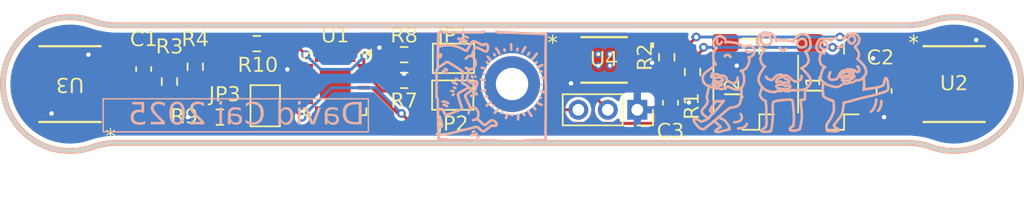
<source format=kicad_pcb>
(kicad_pcb (version 20241229) (generator "pcbnew") (generator_version "9.0")
  (layers (0 "F.Cu" signal) (2 "B.Cu" signal) (13 "F.Paste" user) (15 "B.Paste" user) (5 "F.SilkS" user "F.Silkscreen") (7 "B.SilkS" user "B.Silkscreen") (1 "F.Mask" user) (3 "B.Mask" user) (25 "Edge.Cuts" user))
  (net 0 "")
  (net 1 "+3.3V")
  (net 3 "/SDA")
  (net 4 "/SCL")
  (net 5 "/ADDR_0")
  (net 6 "/ADDR_1")
  (net 7 "/ADDR_2")
  (net 8 "/SDA0")
  (net 9 "/SCL0")
  (net 10 "/SCL1")
  (net 11 "/SDA1")
  (net 13 "Net-(U1-~{RESET})")
  (net 24 "GND")
  (net 31 "/M1")
  (net 32 "/M2")
  (footprint "MountingHole:MountingHole_2.2mm_M2_ISO14580_Pad" (layer "F.Cu") (at 149.5 100)
    (property "Reference" "H1" (hide yes))
    (property "Value" "MountingHole")
  )
  (footprint "footprints:AS5600L-ASOM_AMS" (layer "F.Cu") (at 179.5 100)
    (property "Reference" "U2")
    (property "Value" "AS5600L-ASOM" (hide yes))
  )
  (footprint "Resistor_SMD:R_0603_1608Metric" (layer "F.Cu") (at 142.175 99.75 180)
    (property "Reference" "R7")
    (property "Value" "100k")
  )
  (footprint "Resistor_SMD:R_0603_1608Metric" (layer "F.Cu") (at 128 98.825 90)
    (property "Reference" "R4")
    (property "Value" "4.7k")
  )
  (footprint "Capacitor_SMD:C_0603_1608Metric" (layer "F.Cu") (at 174.75 100.475 -90)
    (property "Reference" "C2")
    (property "Value" "100nF")
  )
  (footprint "Resistor_SMD:R_0603_1608Metric" (layer "F.Cu") (at 161.75 99.175 90)
    (property "Reference" "R1")
    (property "Value" "4.7k")
  )
  (footprint "footprints:AS5600L-ASOM_AMS" (layer "F.Cu") (at 119.5 100 180)
    (property "Reference" "U3")
    (property "Value" "AS5600L-ASOM" (hide yes))
  )
  (footprint "Resistor_SMD:R_0603_1608Metric" (layer "F.Cu") (at 160 98.175 90)
    (property "Reference" "R2")
    (property "Value" "4.7k")
  )
  (footprint "Resistor_SMD:R_0603_1608Metric" (layer "F.Cu") (at 142.175 98 180)
    (property "Reference" "R8")
    (property "Value" "100k")
  )
  (footprint "Capacitor_SMD:C_0603_1608Metric" (layer "F.Cu") (at 160.25 101.275 90)
    (property "Reference" "C3")
    (property "Value" "100uF")
  )
  (footprint "Connector_PinSocket_2.00mm:PinSocket_1x03_P2.00mm_Vertical" (layer "F.Cu") (at 158 101.75 -90)
    (property "Reference" "J3" (hide yes))
    (property "Value" "Conn_01x03_Pin")
  )
  (footprint "Package_DFN_QFN:Texas_RGE0024C_VQFN-24-1EP_4x4mm_P0.5mm_EP2.1x2.1mm" (layer "F.Cu") (at 137.5 100 -90)
    (property "Reference" "U1")
    (property "Value" "TCA9548ARGER")
  )
  (footprint "Resistor_SMD:R_0603_1608Metric" (layer "F.Cu") (at 129.675 102.25 180)
    (property "Reference" "R9")
    (property "Value" "100k")
  )
  (footprint "Jumper:SolderJumper-2_P1.3mm_Open_TrianglePad1.0x1.5mm" (layer "F.Cu") (at 145.475 100.75)
    (property "Reference" "JP1")
    (property "Value" "~")
  )
  (footprint "Capacitor_SMD:C_0603_1608Metric" (layer "F.Cu") (at 124.5 98.975 90)
    (property "Reference" "C1")
    (property "Value" "100nF")
  )
  (footprint "DRV8830:DGQ10_2P18X1P72" (layer "F.Cu") (at 155.75 98.3563)
    (property "Reference" "U4")
    (property "Value" "DRV8830DGQR")
  )
  (footprint "Jumper:SolderJumper-2_P1.3mm_Open_TrianglePad1.0x1.5mm" (layer "F.Cu") (at 132.75 101.475 -90)
    (property "Reference" "JP3")
    (property "Value" "~")
  )
  (footprint "Jumper:SolderJumper-2_P1.3mm_Open_TrianglePad1.0x1.5mm" (layer "F.Cu") (at 145.525 98.25 180)
    (property "Reference" "JP2")
    (property "Value" "~")
  )
  (footprint "Resistor_SMD:R_0603_1608Metric" (layer "F.Cu") (at 132.175 97.25)
    (property "Reference" "R10")
    (property "Value" "100k")
  )
  (footprint "Connector_JST:JST_SH_BM04B-SRSS-TB_1x04-1MP_P1.00mm_Vertical" (layer "F.Cu") (at 170.925 100 90)
    (property "Reference" "J1")
    (property "Value" "JST-SH 1x4")
  )
  (footprint "Connector_JST:JST_SH_BM04B-SRSS-TB_1x04-1MP_P1.00mm_Vertical" (layer "F.Cu") (at 165.175 100 90)
    (property "Reference" "J2")
    (property "Value" "JST-SH 1x4")
  )
  (footprint "Resistor_SMD:R_0603_1608Metric" (layer "F.Cu") (at 126.25 99.825 90)
    (property "Reference" "R3")
    (property "Value" "4.7k")
  )
  (gr_arc (start 177.978187 95.712042) (mid 184.05 100) (end 177.978187 104.287958) (stroke (width 0.4)) (layer "F.SilkS"))
  (gr_arc (start 122.69413 96) (mid 121.845669 95.927485) (end 121.021813 95.712042) (stroke (width 0.4)) (layer "F.SilkS"))
  (gr_line (start 122.69413 96) (end 176.30587 96) (stroke (width 0.4)) (layer "F.SilkS"))
  (gr_arc (start 121.021813 104.287958) (mid 121.845669 104.072515) (end 122.694132 104) (stroke (width 0.4)) (layer "F.SilkS"))
  (gr_arc (start 176.305868 104) (mid 177.154331 104.072515) (end 177.978187 104.287958) (stroke (width 0.4)) (layer "F.SilkS"))
  (gr_arc (start 177.978187 95.712042) (mid 177.154331 95.927485) (end 176.30587 96) (stroke (width 0.4)) (layer "F.SilkS"))
  (gr_line (start 122.694132 104) (end 176.305868 104) (stroke (width 0.4)) (layer "F.SilkS"))
  (gr_arc (start 121.021813 104.287958) (mid 114.95 100) (end 121.021813 95.712042) (stroke (width 0.4)) (layer "F.SilkS"))
  (gr_curve (pts (xy 170.422586 98.54975) (xy 170.438239 98.588038) (xy 170.452591 98.627455) (xy 170.47612 98.661984)) (stroke (width 0.174999) (color 26 26 26 1)) (layer "B.SilkS"))
  (gr_curve (pts (xy 172.94634 98.297222) (xy 172.955365 98.307157) (xy 172.967139 98.314229) (xy 172.976931 98.32341)) (stroke (width 0.174999) (color 26 26 26 1)) (layer "B.SilkS"))
  (gr_line (start 144.499345 96.584363) (end 144.502454 96.549841) (stroke (width 0.175)) (layer "B.SilkS"))
  (gr_line (start 148.036424 102.871766) (end 147.929257 102.958771) (stroke (width 0.175)) (layer "B.SilkS"))
  (gr_curve (pts (xy 170.502895 99.251214) (xy 170.488348 99.29865) (xy 170.481246 99.347368) (xy 170.46848 99.395248)) (stroke (width 0.174999) (color 26 26 26 1)) (layer "B.SilkS"))
  (gr_curve (pts (xy 146.117297 99.807066) (xy 146.115235 99.827876) (xy 146.112714 99.848685) (xy 146.115172 99.869686)) (stroke (width 0.175)) (layer "B.SilkS"))
  (gr_curve (pts (xy 163.801642 96.803079) (xy 163.756413 96.777793) (xy 163.70211 96.748358) (xy 163.648688 96.745091)) (stroke (width 0.174999) (color 26 26 26 1)) (layer "B.SilkS"))
  (gr_line (start 144.451958 100.987989) (end 144.433593 100.944565) (stroke (width 0.175)) (layer "B.SilkS"))
  (gr_curve (pts (xy 173.466387 100.893579) (xy 173.314826 100.92728) (xy 173.633438 100.8446) (xy 173.309609 100.927249)) (stroke (width 0.174999) (color 26 26 26 1)) (layer "B.SilkS"))
  (gr_line (start 144.390758 100.905694) (end 144.384452 100.892926) (stroke (width 0.175)) (layer "B.SilkS"))
  (gr_line (start 145.882725 101.789127) (end 145.698138 101.866303) (stroke (width 0.175)) (layer "B.SilkS"))
  (gr_line (start 147.370802 96.486074) (end 146.966984 96.493574) (stroke (width 0.175)) (layer "B.SilkS"))
  (gr_line (start 146.327367 100.763566) (end 146.325261 100.781848) (stroke (width 0.175)) (layer "B.SilkS"))
  (gr_line (start 163.744284 100.050397) (end 163.721341 100.069103) (stroke (width 0.174999) (color 26 26 26 1)) (layer "B.SilkS"))
  (gr_line (start 147.746052 100.872352) (end 147.714809 100.883215) (stroke (width 0.175)) (layer "B.SilkS"))
  (gr_curve (pts (xy 146.525823 100.232641) (xy 146.522111 100.237291) (xy 146.5184 100.241941) (xy 146.514466 100.246416)) (stroke (width 0.175)) (layer "B.SilkS"))
  (gr_curve (pts (xy 163.296892 98.593219) (xy 163.282512 98.644502) (xy 163.237757 98.680778) (xy 163.205119 98.722289)) (stroke (width 0.174999) (color 26 26 26 1)) (layer "B.SilkS"))
  (gr_line (start 146.594941 97.438147) (end 146.670236 97.311441) (stroke (width 0.175)) (layer "B.SilkS"))
  (gr_curve (pts (xy 146.18624 103.823815) (xy 145.998523 103.820085) (xy 145.810861 103.813916) (xy 145.623179 103.808033)) (stroke (width 0.175)) (layer "B.SilkS"))
  (gr_curve (pts (xy 167.376983 100.528004) (xy 167.395512 100.516675) (xy 167.410638 100.504059) (xy 167.430517 100.494334)) (stroke (width 0.174999) (color 26 26 26 1)) (layer "B.SilkS"))
  (gr_line (start 144.484246 96.897457) (end 144.485848 96.874476) (stroke (width 0.175)) (layer "B.SilkS"))
  (gr_curve (pts (xy 171.344136 101.813982) (xy 171.350901 101.774266) (xy 171.344136 101.729058) (xy 171.344136 101.688654)) (stroke (width 0.174999) (color 26 26 26 1)) (layer "B.SilkS"))
  (gr_line (start 144.828401 103.770532) (end 144.763834 103.767546) (stroke (width 0.175)) (layer "B.SilkS"))
  (gr_line (start 144.477826 101.698647) (end 144.47406 101.685532) (stroke (width 0.175)) (layer "B.SilkS"))
  (gr_line (start 146.85732 100.460564) (end 146.826341 100.464791) (stroke (width 0.175)) (layer "B.SilkS"))
  (gr_line (start 151.776242 97.929464) (end 151.774989 97.959525) (stroke (width 0.175)) (layer "B.SilkS"))
  (gr_curve (pts (xy 163.778699 99.990539) (xy 163.784847 100.011592) (xy 163.756803 100.038761) (xy 163.744284 100.050397)) (stroke (width 0.174999) (color 26 26 26 1)) (layer "B.SilkS"))
  (gr_curve (pts (xy 167.426694 99.832149) (xy 167.418934 99.790398) (xy 167.43774 99.752938) (xy 167.461109 99.719914)) (stroke (width 0.174999) (color 26 26 26 1)) (layer "B.SilkS"))
  (gr_curve (pts (xy 164.99851 101.195189) (xy 164.990435 101.226784) (xy 164.983413 101.259883) (xy 164.975568 101.290587)) (stroke (width 0.174999) (color 26 26 26 1)) (layer "B.SilkS"))
  (gr_curve (pts (xy 165.407664 97.730885) (xy 165.417546 97.784057) (xy 165.461743 97.83201) (xy 165.514732 97.843119)) (stroke (width 0.174999) (color 26 26 26 1)) (layer "B.SilkS"))
  (gr_curve (pts (xy 168.592968 103.167854) (xy 168.62223 103.167854) (xy 168.65173 103.162411) (xy 168.680917 103.160371)) (stroke (width 0.174999) (color 26 26 26 1)) (layer "B.SilkS"))
  (gr_curve (pts (xy 148.83202 96.486118) (xy 148.83958 96.48612) (xy 148.847139 96.486125) (xy 148.854698 96.486118)) (stroke (width 0.175)) (layer "B.SilkS"))
  (gr_line (start 144.804983 101.759243) (end 144.791172 101.736529) (stroke (width 0.175)) (layer "B.SilkS"))
  (gr_line (start 169.101543 101.142021) (end 169.101543 101.082163) (stroke (width 0.174999) (color 26 26 26 1)) (layer "B.SilkS"))
  (gr_curve (pts (xy 162.673603 101.408434) (xy 162.645241 101.454682) (xy 162.623058 101.504732) (xy 162.585654 101.544986)) (stroke (width 0.174999) (color 26 26 26 1)) (layer "B.SilkS"))
  (gr_line (start 144.477645 101.74244) (end 144.480408 101.730669) (stroke (width 0.175)) (layer "B.SilkS"))
  (gr_curve (pts (xy 163.388665 103.254856) (xy 163.366393 103.253295) (xy 163.285114 103.242812) (xy 163.296892 103.20248)) (stroke (width 0.174999) (color 26 26 26 1)) (layer "B.SilkS"))
  (gr_curve (pts (xy 162.470938 99.797869) (xy 162.477824 99.814713) (xy 162.480619 99.834549) (xy 162.490057 99.850246)) (stroke (width 0.174999) (color 26 26 26 1)) (layer "B.SilkS"))
  (gr_curve (pts (xy 146.902 100.030861) (xy 146.895363 100.019691) (xy 146.890665 100.007564) (xy 146.884024 99.996462)) (stroke (width 0.175)) (layer "B.SilkS"))
  (gr_curve (pts (xy 166.837817 96.504398) (xy 166.759635 96.49165) (xy 166.678791 96.479444) (xy 166.600738 96.500657)) (stroke (width 0.174999) (color 26 26 26 1)) (layer "B.SilkS"))
  (gr_curve (pts (xy 147.049179 100.112989) (xy 147.052733 100.125309) (xy 147.056288 100.137629) (xy 147.057549 100.15024)) (stroke (width 0.175)) (layer "B.SilkS"))
  (gr_line (start 147.044383 100.273658) (end 147.030446 100.336545) (stroke (width 0.175)) (layer "B.SilkS"))
  (gr_line (start 148.328068 98.04155) (end 148.275722 97.966766) (stroke (width 0.175)) (layer "B.SilkS"))
  (gr_line (start 146.621732 101.486662) (end 146.63834 101.524586) (stroke (width 0.175)) (layer "B.SilkS"))
  (gr_line (start 144.514301 96.517174) (end 144.550211 96.493655) (stroke (width 0.175)) (layer "B.SilkS"))
  (gr_curve (pts (xy 168.508845 101.093385) (xy 168.516492 101.10648) (xy 168.525922 101.118684) (xy 168.531787 101.132668)) (stroke (width 0.174999) (color 26 26 26 1)) (layer "B.SilkS"))
  (gr_line (start 150.290416 102.048038) (end 150.264886 102.012421) (stroke (width 0.175)) (layer "B.SilkS"))
  (gr_curve (pts (xy 164.612303 99.936292) (xy 164.486743 99.985429) (xy 164.245195 99.854287) (xy 164.145789 99.777293)) (stroke (width 0.174999) (color 26 26 26 1)) (layer "B.SilkS"))
  (gr_curve (pts (xy 163.47279 101.638515) (xy 163.522856 101.578646) (xy 163.568872 101.515398) (xy 163.618096 101.455198)) (stroke (width 0.174999) (color 26 26 26 1)) (layer "B.SilkS"))
  (gr_line (start 151.512632 103.807287) (end 151.491401 103.80727) (stroke (width 0.175)) (layer "B.SilkS"))
  (gr_curve (pts (xy 144.9811 98.54737) (xy 144.992414 98.538739) (xy 145.003686 98.530033) (xy 145.015697 98.522392)) (stroke (width 0.175)) (layer "B.SilkS"))
  (gr_curve (pts (xy 145.838611 100.754367) (xy 145.840841 100.767414) (xy 145.843068 100.78043) (xy 145.844966 100.793503)) (stroke (width 0.175)) (layer "B.SilkS"))
  (gr_line (start 147.015916 101.643538) (end 147.041742 101.661875) (stroke (width 0.175)) (layer "B.SilkS"))
  (gr_curve (pts (xy 165.082636 99.08331) (xy 165.069648 99.085427) (xy 165.04678 99.087052) (xy 165.055869 99.087052)) (stroke (width 0.174999) (color 26 26 26 1)) (layer "B.SilkS"))
  (gr_curve (pts (xy 172.835448 99.7544) (xy 172.800048 99.764791) (xy 172.773146 99.792205) (xy 172.743676 99.812388)) (stroke (width 0.174999) (color 26 26 26 1)) (layer "B.SilkS"))
  (gr_line (start 146.682567 100.275469) (end 146.703437 100.298799) (stroke (width 0.175)) (layer "B.SilkS"))
  (gr_line (start 145.076357 98.498676) (end 145.094546 98.499245) (stroke (width 0.175)) (layer "B.SilkS"))
  (gr_curve (pts (xy 144.763834 103.767546) (xy 144.741721 103.76692) (xy 144.719607 103.766355) (xy 144.697547 103.764878)) (stroke (width 0.175)) (layer "B.SilkS"))
  (gr_line (start 168.550906 101.228067) (end 168.577673 101.458148) (stroke (width 0.174999) (color 26 26 26 1)) (layer "B.SilkS"))
  (gr_curve (pts (xy 163.476614 99.558435) (xy 163.509783 99.548701) (xy 163.549473 99.488317) (xy 163.556915 99.455554)) (stroke (width 0.174999) (color 26 26 26 1)) (layer "B.SilkS"))
  (gr_curve (pts (xy 163.468966 99.906363) (xy 163.495025 99.880867) (xy 163.474312 99.859261) (xy 163.449847 99.844633)) (stroke (width 0.174999) (color 26 26 26 1)) (layer "B.SilkS"))
  (gr_line (start 147.698519 97.776135) (end 147.639941 97.755716) (stroke (width 0.175)) (layer "B.SilkS"))
  (gr_curve (pts (xy 170.46848 99.395248) (xy 170.452131 99.456566) (xy 170.430011 99.575796) (xy 170.445537 99.636552)) (stroke (width 0.174999) (color 26 26 26 1)) (layer "B.SilkS"))
  (gr_curve (pts (xy 171.776235 102.234861) (xy 171.740404 102.290369) (xy 171.692802 102.337069) (xy 171.653872 102.39012)) (stroke (width 0.174999) (color 26 26 26 1)) (layer "B.SilkS"))
  (gr_line (start 146.961378 98.300106) (end 146.989016 98.363085) (stroke (width 0.175)) (layer "B.SilkS"))
  (gr_curve (pts (xy 165.224118 97.545698) (xy 165.222107 97.54275) (xy 165.219019 97.540709) (xy 165.216471 97.538215)) (stroke (width 0.174999) (color 26 26 26 1)) (layer "B.SilkS"))
  (gr_curve (pts (xy 174.701495 100.048079) (xy 174.728055 100.002604) (xy 174.742016 99.954967) (xy 174.755028 99.904045)) (stroke (width 0.174999) (color 26 26 26 1)) (layer "B.SilkS"))
  (gr_line (start 144.47979 97.988308) (end 144.484222 97.981717) (stroke (width 0.175)) (layer "B.SilkS"))
  (gr_curve (pts (xy 150.945721 103.824161) (xy 150.928358 103.825187) (xy 150.911025 103.826655) (xy 150.893662 103.827763)) (stroke (width 0.175)) (layer "B.SilkS"))
  (gr_line (start 147.796345 97.309496) (end 147.820872 97.3411) (stroke (width 0.175)) (layer "B.SilkS"))
  (gr_curve (pts (xy 165.059692 100.316019) (xy 165.057258 100.34591) (xy 165.065658 100.37805) (xy 165.067338 100.407677)) (stroke (width 0.174999) (color 26 26 26 1)) (layer "B.SilkS"))
  (gr_curve (pts (xy 171.653871 103.076621) (xy 171.668955 103.095068) (xy 171.694481 103.111974) (xy 171.684462 103.136479)) (stroke (width 0.174999) (color 26 26 26 1)) (layer "B.SilkS"))
  (gr_curve (pts (xy 170.602314 100.130385) (xy 170.599906 100.180936) (xy 170.593559 100.231417) (xy 170.590841 100.281902)) (stroke (width 0.174999) (color 26 26 26 1)) (layer "B.SilkS"))
  (gr_curve (pts (xy 146.329507 100.808425) (xy 146.330793 100.814934) (xy 146.331768 100.821501) (xy 146.332932 100.828034)) (stroke (width 0.175)) (layer "B.SilkS"))
  (gr_curve (pts (xy 151.521139 100.50163) (xy 151.512287 100.497832) (xy 151.503556 100.493775) (xy 151.494715 100.489973)) (stroke (width 0.175)) (layer "B.SilkS"))
  (gr_line (start 148.657199 103.919439) (end 148.625753 103.919779) (stroke (width 0.175)) (layer "B.SilkS"))
  (gr_line (start 172.976931 98.32341) (end 173.06488 98.409457) (stroke (width 0.174999) (color 26 26 26 1)) (layer "B.SilkS"))
  (gr_curve (pts (xy 146.827667 103.474567) (xy 146.808089 103.47655) (xy 146.788463 103.47821) (xy 146.769068 103.481301)) (stroke (width 0.175)) (layer "B.SilkS"))
  (gr_curve (pts (xy 170.858515 100.025632) (xy 170.984493 100.090502) (xy 171.134639 100.128711) (xy 171.271493 100.162184)) (stroke (width 0.174999) (color 26 26 26 1)) (layer "B.SilkS"))
  (gr_curve (pts (xy 163.912535 101.911619) (xy 163.862025 101.954859) (xy 163.813268 102.000523) (xy 163.763404 102.04443)) (stroke (width 0.174999) (color 26 26 26 1)) (layer "B.SilkS"))
  (gr_line (start 150.691465 103.833721) (end 150.653266 103.836207) (stroke (width 0.175)) (layer "B.SilkS"))
  (gr_line (start 147.116615 102.920354) (end 147.086002 102.911018) (stroke (width 0.175)) (layer "B.SilkS"))
  (gr_line (start 144.749084 102.831149) (end 144.740445 102.872038) (stroke (width 0.175)) (layer "B.SilkS"))
  (gr_curve (pts (xy 164.050193 99.588365) (xy 164.003796 99.490012) (xy 163.907138 99.43445) (xy 163.797818 99.423754)) (stroke (width 0.174999) (color 26 26 26 1)) (layer "B.SilkS"))
  (gr_curve (pts (xy 167.220203 101.265478) (xy 167.224329 101.253376) (xy 167.225093 101.239337) (xy 167.231676 101.228066)) (stroke (width 0.174999) (color 26 26 26 1)) (layer "B.SilkS"))
  (gr_curve (pts (xy 164.742313 101.515057) (xy 164.718276 101.526815) (xy 164.691604 101.532102) (xy 164.665836 101.537504)) (stroke (width 0.174999) (color 26 26 26 1)) (layer "B.SilkS"))
  (gr_curve (pts (xy 167.625534 100.468145) (xy 167.660306 100.474525) (xy 167.70887 100.49295) (xy 167.744074 100.48311)) (stroke (width 0.174999) (color 26 26 26 1)) (layer "B.SilkS"))
  (gr_line (start 145.501036 100.721573) (end 145.471423 100.733662) (stroke (width 0.175)) (layer "B.SilkS"))
  (gr_line (start 144.764605 101.711442) (end 144.746021 101.70324) (stroke (width 0.175)) (layer "B.SilkS"))
  (gr_curve (pts (xy 164.092255 103.122045) (xy 164.040689 103.134658) (xy 163.987232 103.139314) (xy 163.935477 103.151974)) (stroke (width 0.174999) (color 26 26 26 1)) (layer "B.SilkS"))
  (gr_line (start 163.216591 102.536547) (end 163.189824 102.519712) (stroke (width 0.174999) (color 26 26 26 1)) (layer "B.SilkS"))
  (gr_curve (pts (xy 146.452174 99.62692) (xy 146.453741 99.614485) (xy 146.454893 99.601974) (xy 146.456277 99.589494)) (stroke (width 0.175)) (layer "B.SilkS"))
  (gr_line (start 149.119502 102.22423) (end 149.090829 102.311551) (stroke (width 0.175)) (layer "B.SilkS"))
  (gr_curve (pts (xy 163.709869 102.353239) (xy 163.774475 102.389358) (xy 163.845015 102.415929) (xy 163.904886 102.459861)) (stroke (width 0.174999) (color 26 26 26 1)) (layer "B.SilkS"))
  (gr_line (start 146.968665 97.539129) (end 146.954471 97.570413) (stroke (width 0.175)) (layer "B.SilkS"))
  (gr_curve (pts (xy 162.604773 102.182853) (xy 162.655204 102.219857) (xy 162.701867 102.254667) (xy 162.757728 102.281993)) (stroke (width 0.174999) (color 26 26 26 1)) (layer "B.SilkS"))
  (gr_line (start 151.745551 99.596998) (end 151.721917 99.596998) (stroke (width 0.175)) (layer "B.SilkS"))
  (gr_line (start 145.927575 100.584306) (end 145.888173 100.614404) (stroke (width 0.175)) (layer "B.SilkS"))
  (gr_curve (pts (xy 147.236265 102.45237) (xy 147.250268 102.46568) (xy 147.264858 102.478373) (xy 147.279295 102.491226)) (stroke (width 0.175)) (layer "B.SilkS"))
  (gr_line (start 172.636609 99.42892) (end 172.518069 99.490649) (stroke (width 0.174999) (color 26 26 26 1)) (layer "B.SilkS"))
  (gr_curve (pts (xy 163.832233 101.19706) (xy 163.835245 101.192639) (xy 163.839881 101.189578) (xy 163.843704 101.185837)) (stroke (width 0.174999) (color 26 26 26 1)) (layer "B.SilkS"))
  (gr_line (start 147.42322 103.159382) (end 147.378591 103.121423) (stroke (width 0.175)) (layer "B.SilkS"))
  (gr_curve (pts (xy 163.602801 101.16713) (xy 163.650862 101.160412) (xy 163.70298 101.157402) (xy 163.751932 101.163389)) (stroke (width 0.174999) (color 26 26 26 1)) (layer "B.SilkS"))
  (gr_line (start 151.755665 100.539396) (end 151.744688 100.539365) (stroke (width 0.175)) (layer "B.SilkS"))
  (gr_line (start 146.503283 98.969916) (end 146.458124 98.946745) (stroke (width 0.175)) (layer "B.SilkS"))
  (gr_line (start 147.436654 97.314817) (end 147.498004 97.334053) (stroke (width 0.175)) (layer "B.SilkS"))
  (gr_curve (pts (xy 163.721341 99.423754) (xy 163.673699 99.423754) (xy 163.607958 99.420579) (xy 163.57221 99.455554)) (stroke (width 0.174999) (color 26 26 26 1)) (layer "B.SilkS"))
  (gr_curve (pts (xy 164.16491 101.702115) (xy 164.106266 101.743552) (xy 164.058145 101.794448) (xy 164.004307 101.840537)) (stroke (width 0.174999) (color 26 26 26 1)) (layer "B.SilkS"))
  (gr_line (start 147.64756 102.782809) (end 147.67677 102.777884) (stroke (width 0.175)) (layer "B.SilkS"))
  (gr_curve (pts (xy 144.669165 102.435282) (xy 144.67324 102.448858) (xy 144.676301 102.462454) (xy 144.679605 102.476028)) (stroke (width 0.175)) (layer "B.SilkS"))
  (gr_curve (pts (xy 151.543642 98.707124) (xy 151.514388 98.722801) (xy 151.485135 98.738478) (xy 151.455637 98.753686)) (stroke (width 0.175)) (layer "B.SilkS"))
  (gr_curve (pts (xy 171.087937 102.395731) (xy 171.097925 102.379678) (xy 171.112738 102.366824) (xy 171.122352 102.350837)) (stroke (width 0.174999) (color 26 26 26 1)) (layer "B.SilkS"))
  (gr_line (start 147.83811 97.687647) (end 147.808015 97.747547) (stroke (width 0.175)) (layer "B.SilkS"))
  (gr_curve (pts (xy 170.434063 97.969872) (xy 170.419179 98.009917) (xy 170.413446 98.051212) (xy 170.407296 98.09333)) (stroke (width 0.174999) (color 26 26 26 1)) (layer "B.SilkS"))
  (gr_curve (pts (xy 171.344136 101.688654) (xy 171.344136 101.547471) (xy 171.333084 101.407378) (xy 171.321191 101.267774)) (stroke (width 0.174999) (color 26 26 26 1)) (layer "B.SilkS"))
  (gr_curve (pts (xy 151.768094 99.180538) (xy 151.768115 99.224066) (xy 151.768165 99.267599) (xy 151.768094 99.311112)) (stroke (width 0.175)) (layer "B.SilkS"))
  (gr_line (start 147.560459 102.743668) (end 147.604915 102.771635) (stroke (width 0.175)) (layer "B.SilkS"))
  (gr_curve (pts (xy 171.370906 102.852152) (xy 171.374907 102.86096) (xy 171.374147 102.867847) (xy 171.378553 102.87647)) (stroke (width 0.174999) (color 26 26 26 1)) (layer "B.SilkS"))
  (gr_curve (pts (xy 167.193436 101.968814) (xy 167.191848 101.918248) (xy 167.187773 101.867778) (xy 167.185789 101.817298)) (stroke (width 0.174999) (color 26 26 26 1)) (layer "B.SilkS"))
  (gr_curve (pts (xy 171.994195 96.88868) (xy 172.015166 96.894379) (xy 172.04755 96.907385) (xy 172.066847 96.907385)) (stroke (width 0.174999) (color 26 26 26 1)) (layer "B.SilkS"))
  (gr_line (start 151.783044 101.967651) (end 151.783044 102.149235) (stroke (width 0.175)) (layer "B.SilkS"))
  (gr_line (start 144.384452 100.892926) (end 144.380008 100.868335) (stroke (width 0.175)) (layer "B.SilkS"))
  (gr_line (start 147.610879 103.202976) (end 147.557826 103.223837) (stroke (width 0.175)) (layer "B.SilkS"))
  (gr_curve (pts (xy 168.420895 102.96022) (xy 168.404022 102.976727) (xy 168.390297 102.996517) (xy 168.375009 103.014467)) (stroke (width 0.174999) (color 26 26 26 1)) (layer "B.SilkS"))
  (gr_curve (pts (xy 168.577673 101.458148) (xy 168.581357 101.537423) (xy 168.577595 101.616607) (xy 168.589146 101.695711)) (stroke (width 0.174999) (color 26 26 26 1)) (layer "B.SilkS"))
  (gr_line (start 146.764103 98.078713) (end 146.734938 98.084928) (stroke (width 0.175)) (layer "B.SilkS"))
  (gr_curve (pts (xy 151.782666 97.485174) (xy 151.782606 97.492743) (xy 151.782728 97.500313) (xy 151.782827 97.507883)) (stroke (width 0.175)) (layer "B.SilkS"))
  (gr_curve (pts (xy 145.156209 97.353682) (xy 145.164538 97.35365) (xy 145.172868 97.353487) (xy 145.181197 97.353442)) (stroke (width 0.175)) (layer "B.SilkS"))
  (gr_curve (pts (xy 168.191462 99.69934) (xy 168.233069 99.727523) (xy 168.263621 99.756048) (xy 168.290882 99.798481)) (stroke (width 0.174999) (color 26 26 26 1)) (layer "B.SilkS"))
  (gr_curve (pts (xy 171.642399 96.85875) (xy 171.693711 96.856819) (xy 171.747787 96.850819) (xy 171.799178 96.855009)) (stroke (width 0.174999) (color 26 26 26 1)) (layer "B.SilkS"))
  (gr_curve (pts (xy 148.305728 103.837178) (xy 148.268349 103.836539) (xy 148.230951 103.836812) (xy 148.193559 103.836934)) (stroke (width 0.175)) (layer "B.SilkS"))
  (gr_curve (pts (xy 169.013592 100.41577) (xy 169.035568 100.412839) (xy 169.056552 100.405618) (xy 169.078598 100.402676)) (stroke (width 0.174999) (color 26 26 26 1)) (layer "B.SilkS"))
  (gr_line (start 151.782945 97.741391) (end 151.781324 97.830693) (stroke (width 0.175)) (layer "B.SilkS"))
  (gr_line (start 146.757601 101.596833) (end 146.797171 101.595472) (stroke (width 0.175)) (layer "B.SilkS"))
  (gr_curve (pts (xy 144.673401 98.069067) (xy 144.673834 98.062317) (xy 144.673456 98.055448) (xy 144.675377 98.049084)) (stroke (width 0.175)) (layer "B.SilkS"))
  (gr_line (start 146.349336 100.730913) (end 146.327367 100.763566) (stroke (width 0.175)) (layer "B.SilkS"))
  (gr_curve (pts (xy 166.7384 99.501057) (xy 166.734174 99.474193) (xy 166.765167 99.446516) (xy 166.765167 99.456164)) (stroke (width 0.174999) (color 26 26 26 1)) (layer "B.SilkS"))
  (gr_line (start 147.545074 97.338053) (end 147.581736 97.328837) (stroke (width 0.175)) (layer "B.SilkS"))
  (gr_curve (pts (xy 147.603794 99.333415) (xy 147.597094 99.330369) (xy 147.590452 99.327197) (xy 147.583752 99.32415)) (stroke (width 0.175)) (layer "B.SilkS"))
  (gr_curve (pts (xy 167.461109 99.719914) (xy 167.483823 99.687813) (xy 167.509895 99.652666) (xy 167.54141 99.628256)) (stroke (width 0.174999) (color 26 26 26 1)) (layer "B.SilkS"))
  (gr_line (start 144.991363 98.993887) (end 144.947959 98.968819) (stroke (width 0.175)) (layer "B.SilkS"))
  (gr_line (start 146.145413 99.507259) (end 146.13489 99.585138) (stroke (width 0.175)) (layer "B.SilkS"))
  (gr_curve (pts (xy 172.300111 99.769363) (xy 172.26828 99.753793) (xy 172.238316 99.759026) (xy 172.204515 99.763752)) (stroke (width 0.174999) (color 26 26 26 1)) (layer "B.SilkS"))
  (gr_curve (pts (xy 170.858504 102.738047) (xy 170.861595 102.728974) (xy 170.869046 102.72187) (xy 170.8738 102.713729)) (stroke (width 0.174999) (color 26 26 26 1)) (layer "B.SilkS"))
  (gr_curve (pts (xy 163.488085 102.267184) (xy 163.497007 102.267819) (xy 163.506003 102.267766) (xy 163.514852 102.269063)) (stroke (width 0.174999) (color 26 26 26 1)) (layer "B.SilkS"))
  (gr_curve (pts (xy 151.801047 96.634393) (xy 151.802967 96.646599) (xy 151.801907 96.658952) (xy 151.800864 96.671241)) (stroke (width 0.175)) (layer "B.SilkS"))
  (gr_line (start 172.651905 99.251215) (end 172.682496 99.211932) (stroke (width 0.174999) (color 26 26 26 1)) (layer "B.SilkS"))
  (gr_line (start 173.523743 99.269921) (end 173.504624 99.33352) (stroke (width 0.174999) (color 26 26 26 1)) (layer "B.SilkS"))
  (gr_curve (pts (xy 168.577673 102.849855) (xy 168.563764 102.855298) (xy 168.547429 102.867371) (xy 168.53561 102.876044)) (stroke (width 0.174999) (color 26 26 26 1)) (layer "B.SilkS"))
  (gr_curve (pts (xy 146.630018 99.866034) (xy 146.609933 99.851907) (xy 146.589823 99.837932) (xy 146.569985 99.823545)) (stroke (width 0.175)) (layer "B.SilkS"))
  (gr_line (start 147.977441 101.29274) (end 147.946682 101.319842) (stroke (width 0.175)) (layer "B.SilkS"))
  (gr_curve (pts (xy 165.812994 97.446557) (xy 165.891466 97.49934) (xy 165.948403 97.568582) (xy 165.958301 97.665414)) (stroke (width 0.174999) (color 26 26 26 1)) (layer "B.SilkS"))
  (gr_line (start 146.474921 99.747224) (end 146.458064 99.724128) (stroke (width 0.175)) (layer "B.SilkS"))
  (gr_line (start 151.775564 103.37354) (end 151.777322 103.474353) (stroke (width 0.175)) (layer "B.SilkS"))
  (gr_line (start 148.191342 102.474551) (end 148.223377 102.484308) (stroke (width 0.175)) (layer "B.SilkS"))
  (gr_curve (pts (xy 167.854965 100.339075) (xy 167.833793 100.330791) (xy 167.813317 100.321798) (xy 167.789959 100.320369)) (stroke (width 0.174999) (color 26 26 26 1)) (layer "B.SilkS"))
  (gr_curve (pts (xy 167.231676 101.228066) (xy 167.263234 101.174034) (xy 167.462817 101.143612) (xy 167.518465 101.134538)) (stroke (width 0.174999) (color 26 26 26 1)) (layer "B.SilkS"))
  (gr_line (start 150.318515 97.614578) (end 150.278811 97.682604) (stroke (width 0.175)) (layer "B.SilkS"))
  (gr_curve (pts (xy 151.779406 100.509419) (xy 151.778434 100.512286) (xy 151.777283 100.515098) (xy 151.776209 100.51794)) (stroke (width 0.175)) (layer "B.SilkS"))
  (gr_line (start 146.13489 99.585138) (end 146.126161 99.66568) (stroke (width 0.175)) (layer "B.SilkS"))
  (gr_line (start 164.711722 99.863339) (end 164.68878 99.882045) (stroke (width 0.174999) (color 26 26 26 1)) (layer "B.SilkS"))
  (gr_line (start 148.159361 102.468705) (end 148.191342 102.474551) (stroke (width 0.175)) (layer "B.SilkS"))
  (gr_line (start 145.172246 98.519624) (end 145.25973 98.562465) (stroke (width 0.175)) (layer "B.SilkS"))
  (gr_curve (pts (xy 162.922154 102.755248) (xy 162.863331 102.803208) (xy 162.797282 102.842093) (xy 162.738609 102.88993)) (stroke (width 0.174999) (color 26 26 26 1)) (layer "B.SilkS"))
  (gr_line (start 150.115429 103.919439) (end 149.861173 103.919439) (stroke (width 0.175)) (layer "B.SilkS"))
  (gr_line (start 149.494642 102.087207) (end 149.502122 102.124599) (stroke (width 0.175)) (layer "B.SilkS"))
  (gr_line (start 145.152351 98.512785) (end 145.172246 98.519624) (stroke (width 0.175)) (layer "B.SilkS"))
  (gr_curve (pts (xy 171.531508 102.549119) (xy 171.498854 102.591232) (xy 171.469343 102.636559) (xy 171.435912 102.678188)) (stroke (width 0.174999) (color 26 26 26 1)) (layer "B.SilkS"))
  (gr_curve (pts (xy 150.422942 103.836558) (xy 150.413715 103.836298) (xy 150.404483 103.836002) (xy 150.395271 103.836034)) (stroke (width 0.175)) (layer "B.SilkS"))
  (gr_line (start 150.33257 103.843803) (end 150.317784 103.852819) (stroke (width 0.175)) (layer "B.SilkS"))
  (gr_line (start 147.156441 102.93611) (end 147.116615 102.920354) (stroke (width 0.175)) (layer "B.SilkS"))
  (gr_curve (pts (xy 144.506717 103.603194) (xy 144.506664 103.586509) (xy 144.506781 103.569835) (xy 144.506774 103.553157)) (stroke (width 0.175)) (layer "B.SilkS"))
  (gr_curve (pts (xy 144.87304 103.775642) (xy 144.8662 103.774883) (xy 144.859393 103.773849) (xy 144.852565 103.772983)) (stroke (width 0.175)) (layer "B.SilkS"))
  (gr_line (start 151.788692 100.071619) (end 151.790525 100.202817) (stroke (width 0.175)) (layer "B.SilkS"))
  (gr_line (start 144.433593 100.944565) (end 144.413494 100.926408) (stroke (width 0.175)) (layer "B.SilkS"))
  (gr_line (start 146.728588 100.410848) (end 146.735236 100.449507) (stroke (width 0.175)) (layer "B.SilkS"))
  (gr_line (start 144.502454 96.549841) (end 144.514301 96.517174) (stroke (width 0.175)) (layer "B.SilkS"))
  (gr_line (start 145.85079 100.83532) (end 145.85926 100.878824) (stroke (width 0.175)) (layer "B.SilkS"))
  (gr_curve (pts (xy 172.433944 99.33165) (xy 172.463752 99.31561) (xy 172.488648 99.294178) (xy 172.521893 99.284885)) (stroke (width 0.174999) (color 26 26 26 1)) (layer "B.SilkS"))
  (gr_curve (pts (xy 150.730632 102.034859) (xy 150.716868 102.011275) (xy 150.703477 101.987477) (xy 150.689207 101.964203)) (stroke (width 0.175)) (layer "B.SilkS"))
  (gr_curve (pts (xy 144.507561 103.485693) (xy 144.507936 103.475124) (xy 144.508423 103.46456) (xy 144.50875 103.45399)) (stroke (width 0.175)) (layer "B.SilkS"))
  (gr_curve (pts (xy 167.54141 99.628256) (xy 167.62017 99.567254) (xy 167.736834 99.541175) (xy 167.832024 99.517892)) (stroke (width 0.174999) (color 26 26 26 1)) (layer "B.SilkS"))
  (gr_curve (pts (xy 170.625256 100.811275) (xy 170.632116 100.817987) (xy 170.634961 100.823643) (xy 170.640552 100.831851)) (stroke (width 0.174999) (color 26 26 26 1)) (layer "B.SilkS"))
  (gr_line (start 176.30587 104) (end 122.69413 104) (stroke (width 0.4)) (layer "B.SilkS"))
  (gr_curve (pts (xy 171.596513 103.035468) (xy 171.616093 103.047174) (xy 171.63928 103.058775) (xy 171.653871 103.076621)) (stroke (width 0.174999) (color 26 26 26 1)) (layer "B.SilkS"))
  (gr_line (start 150.633881 97.930396) (end 150.608361 97.972741) (stroke (width 0.175)) (layer "B.SilkS"))
  (gr_curve (pts (xy 170.445537 99.636552) (xy 170.452201 99.66263) (xy 170.471503 99.682949) (xy 170.483776 99.705764)) (stroke (width 0.174999) (color 26 26 26 1)) (layer "B.SilkS"))
  (gr_curve (pts (xy 167.946736 100.075326) (xy 167.967889 100.097316) (xy 167.998055 100.11188) (xy 168.027037 100.12022)) (stroke (width 0.174999) (color 26 26 26 1)) (layer "B.SilkS"))
  (gr_line (start 151.238461 103.819657) (end 151.116351 103.821841) (stroke (width 0.175)) (layer "B.SilkS"))
  (gr_curve (pts (xy 169.093893 99.676893) (xy 169.019821 99.761442) (xy 168.88447 99.834993) (xy 168.768864 99.83028)) (stroke (width 0.174999) (color 26 26 26 1)) (layer "B.SilkS"))
  (gr_curve (pts (xy 171.198828 101.112516) (xy 171.190671 101.112516) (xy 171.183476 101.110637) (xy 171.175883 101.108775)) (stroke (width 0.174999) (color 26 26 26 1)) (layer "B.SilkS"))
  (gr_line (start 144.491046 96.830151) (end 144.492241 96.800579) (stroke (width 0.175)) (layer "B.SilkS"))
  (gr_curve (pts (xy 167.854968 99.396305) (xy 167.817291 99.354836) (xy 167.747978 99.358893) (xy 167.698189 99.358893)) (stroke (width 0.174999) (color 26 26 26 1)) (layer "B.SilkS"))
  (gr_curve (pts (xy 144.483965 102.816692) (xy 144.484073 102.805382) (xy 144.48425 102.794061) (xy 144.484354 102.782741)) (stroke (width 0.175)) (layer "B.SilkS"))
  (gr_curve (pts (xy 165.552971 98.155505) (xy 165.582648 98.191369) (xy 165.583186 98.232046) (xy 165.591209 98.275222)) (stroke (width 0.174999) (color 26 26 26 1)) (layer "B.SilkS"))
  (gr_line (start 144.61372 102.380374) (end 144.633065 102.387628) (stroke (width 0.175)) (layer "B.SilkS"))
  (gr_line (start 172.934864 97.302077) (end 172.866033 97.373159) (stroke (width 0.174999) (color 26 26 26 1)) (layer "B.SilkS"))
  (gr_curve (pts (xy 148.687127 96.486117) (xy 148.700279 96.486026) (xy 148.713431 96.486093) (xy 148.726584 96.486118)) (stroke (width 0.175)) (layer "B.SilkS"))
  (gr_line (start 144.607635 98.794984) (end 144.633814 98.783443) (stroke (width 0.175)) (layer "B.SilkS"))
  (gr_line (start 150.220123 103.918989) (end 150.188147 103.920066) (stroke (width 0.175)) (layer "B.SilkS"))
  (gr_curve (pts (xy 174.854449 99.602882) (xy 174.860466 99.59935) (xy 174.866313 99.594416) (xy 174.873568 99.59353)) (stroke (width 0.174999) (color 26 26 26 1)) (layer "B.SilkS"))
  (gr_curve (pts (xy 168.336771 97.050606) (xy 168.198486 97.026007) (xy 168.060069 97.022547) (xy 167.91997 97.022547)) (stroke (width 0.174999) (color 26 26 26 1)) (layer "B.SilkS"))
  (gr_curve (pts (xy 163.526324 100.302925) (xy 163.618013 100.352263) (xy 163.736439 100.355802) (xy 163.832233 100.314148)) (stroke (width 0.174999) (color 26 26 26 1)) (layer "B.SilkS"))
  (gr_curve (pts (xy 168.122633 100.483111) (xy 168.184371 100.487879) (xy 168.269027 100.492938) (xy 168.329121 100.47937)) (stroke (width 0.174999) (color 26 26 26 1)) (layer "B.SilkS"))
  (gr_curve (pts (xy 165.067338 100.602216) (xy 165.067338 100.655501) (xy 165.070201 100.709871) (xy 165.067338 100.763085)) (stroke (width 0.174999) (color 26 26 26 1)) (layer "B.SilkS"))
  (gr_curve (pts (xy 170.98852 96.959761) (xy 171.005221 96.965417) (xy 171.032354 96.969922) (xy 171.045878 96.982208)) (stroke (width 0.174999) (color 26 26 26 1)) (layer "B.SilkS"))
  (gr_line (start 148.223377 102.484308) (end 148.293711 102.517677) (stroke (width 0.175)) (layer "B.SilkS"))
  (gr_curve (pts (xy 164.310215 98.138826) (xy 164.31265 98.142641) (xy 164.315658 98.146095) (xy 164.317864 98.150049)) (stroke (width 0.174999) (color 26 26 26 1)) (layer "B.SilkS"))
  (gr_line (start 162.035017 102.788918) (end 161.962364 102.699131) (stroke (width 0.174999) (color 26 26 26 1)) (layer "B.SilkS"))
  (gr_line (start 144.576079 103.42578) (end 144.551815 103.42578) (stroke (width 0.175)) (layer "B.SilkS"))
  (gr_line (start 146.204665 97.653132) (end 146.27171 97.689204) (stroke (width 0.175)) (layer "B.SilkS"))
  (gr_line (start 146.478847 98.151451) (end 146.411975 98.21442) (stroke (width 0.175)) (layer "B.SilkS"))
  (gr_curve (pts (xy 163.373369 97.570015) (xy 163.373369 97.56496) (xy 163.378468 97.561285) (xy 163.381017 97.556921)) (stroke (width 0.174999) (color 26 26 26 1)) (layer "B.SilkS"))
  (gr_line (start 147.022496 98.505169) (end 147.025116 98.528818) (stroke (width 0.175)) (layer "B.SilkS"))
  (gr_line (start 147.752214 97.780108) (end 147.698519 97.776135) (stroke (width 0.175)) (layer "B.SilkS"))
  (gr_line (start 144.45796 98.416781) (end 144.463079 98.30335) (stroke (width 0.175)) (layer "B.SilkS"))
  (gr_line (start 144.463079 98.30335) (end 144.467786 98.269133) (stroke (width 0.175)) (layer "B.SilkS"))
  (gr_curve (pts (xy 165.052044 102.418701) (xy 164.979954 102.538298) (xy 164.706776 102.616747) (xy 164.574062 102.588923)) (stroke (width 0.174999) (color 26 26 26 1)) (layer "B.SilkS"))
  (gr_curve (pts (xy 147.156304 103.831629) (xy 147.020967 103.830689) (xy 146.885628 103.830303) (xy 146.750284 103.82969)) (stroke (width 0.175)) (layer "B.SilkS"))
  (gr_curve (pts (xy 144.462296 98.927329) (xy 144.462587 98.920607) (xy 144.462675 98.913857) (xy 144.463051 98.907099)) (stroke (width 0.175)) (layer "B.SilkS"))
  (gr_curve (pts (xy 146.794935 99.941948) (xy 146.784301 99.939711) (xy 146.773972 99.936087) (xy 146.763647 99.932548)) (stroke (width 0.175)) (layer "B.SilkS"))
  (gr_curve (pts (xy 167.659949 99.817184) (xy 167.619551 99.820007) (xy 167.58281 99.852459) (xy 167.545233 99.863949)) (stroke (width 0.174999) (color 26 26 26 1)) (layer "B.SilkS"))
  (gr_line (start 144.396908 100.913205) (end 144.390758 100.905694) (stroke (width 0.175)) (layer "B.SilkS"))
  (gr_line (start 147.721108 97.274298) (end 147.763658 97.28752) (stroke (width 0.175)) (layer "B.SilkS"))
  (gr_line (start 163.648688 96.745091) (end 163.518676 96.752574) (stroke (width 0.174999) (color 26 26 26 1)) (layer "B.SilkS"))
  (gr_line (start 144.491646 96.718398) (end 144.491741 96.70302) (stroke (width 0.175)) (layer "B.SilkS"))
  (gr_curve (pts (xy 172.495125 99.679577) (xy 172.524642 99.65895) (xy 172.55542 99.636828) (xy 172.586898 99.619719)) (stroke (width 0.174999) (color 26 26 26 1)) (layer "B.SilkS"))
  (gr_line (start 146.2775 96.760538) (end 146.181848 96.755315) (stroke (width 0.175)) (layer "B.SilkS"))
  (gr_curve (pts (xy 167.560529 100.051006) (xy 167.625488 100.044651) (xy 167.753539 100.068379) (xy 167.805256 100.030429)) (stroke (width 0.174999) (color 26 26 26 1)) (layer "B.SilkS"))
  (gr_line (start 151.630659 100.527802) (end 151.588456 100.521796) (stroke (width 0.175)) (layer "B.SilkS"))
  (gr_line (start 151.775249 98.496593) (end 151.773412 98.60979) (stroke (width 0.175)) (layer "B.SilkS"))
  (gr_curve (pts (xy 151.438949 100.943055) (xy 151.430885 100.938319) (xy 151.422821 100.933582) (xy 151.414691 100.928963)) (stroke (width 0.175)) (layer "B.SilkS"))
  (gr_line (start 144.818111 101.785513) (end 144.804983 101.759243) (stroke (width 0.175)) (layer "B.SilkS"))
  (gr_curve (pts (xy 167.449636 100.176335) (xy 167.42202 100.127702) (xy 167.421548 100.126669) (xy 167.461108 100.101512)) (stroke (width 0.174999) (color 26 26 26 1)) (layer "B.SilkS"))
  (gr_line (start 144.593329 103.42578) (end 144.576079 103.42578) (stroke (width 0.175)) (layer "B.SilkS"))
  (gr_curve (pts (xy 163.576034 102.295251) (xy 163.620784 102.314708) (xy 163.667168 102.329366) (xy 163.709869 102.353239)) (stroke (width 0.174999) (color 26 26 26 1)) (layer "B.SilkS"))
  (gr_curve (pts (xy 164.061665 99.696858) (xy 164.052074 99.662278) (xy 164.06599 99.621851) (xy 164.050193 99.588365)) (stroke (width 0.174999) (color 26 26 26 1)) (layer "B.SilkS"))
  (gr_line (start 146.785726 99.477952) (end 146.800345 99.506342) (stroke (width 0.175)) (layer "B.SilkS"))
  (gr_curve (pts (xy 172.724557 99.052933) (xy 172.821692 99.09613) (xy 172.862579 99.183838) (xy 172.976932 99.17265)) (stroke (width 0.174999) (color 26 26 26 1)) (layer "B.SilkS"))
  (gr_curve (pts (xy 144.675377 98.049084) (xy 144.675955 98.047169) (xy 144.676742 98.0453) (xy 144.677425 98.043399)) (stroke (width 0.175)) (layer "B.SilkS"))
  (gr_curve (pts (xy 146.63834 101.524586) (xy 146.642895 101.535171) (xy 146.647444 101.545746) (xy 146.652337 101.55622)) (stroke (width 0.175)) (layer "B.SilkS"))
  (gr_line (start 147.016027 97.121804) (end 147.064275 97.138596) (stroke (width 0.175)) (layer "B.SilkS"))
  (gr_line (start 144.462937 101.605442) (end 144.461926 101.563802) (stroke (width 0.175)) (layer "B.SilkS"))
  (gr_curve (pts (xy 168.363536 100.105255) (xy 168.403861 100.131557) (xy 168.366706 100.236149) (xy 168.340592 100.264254)) (stroke (width 0.174999) (color 26 26 26 1)) (layer "B.SilkS"))
  (gr_curve (pts (xy 163.105699 99.261014) (xy 163.10804 99.257003) (xy 163.11717 99.238072) (xy 163.11717 99.24605)) (stroke (width 0.174999) (color 26 26 26 1)) (layer "B.SilkS"))
  (gr_line (start 151.694894 100.534328) (end 151.670741 100.531761) (stroke (width 0.175)) (layer "B.SilkS"))
  (gr_curve (pts (xy 166.386603 99.198026) (xy 166.300033 99.355323) (xy 166.217682 99.541393) (xy 166.229825 99.725527)) (stroke (width 0.174999) (color 26 26 26 1)) (layer "B.SilkS"))
  (gr_line (start 146.364796 100.934016) (end 146.389266 100.99126) (stroke (width 0.175)) (layer "B.SilkS"))
  (gr_curve (pts (xy 151.785086 97.1968) (xy 151.783848 97.24103) (xy 151.784775 97.285323) (xy 151.784985 97.3296)) (stroke (width 0.175)) (layer "B.SilkS"))
  (gr_curve (pts (xy 162.145909 102.43912) (xy 162.185573 102.467478) (xy 162.2229 102.511151) (xy 162.268273 102.528908)) (stroke (width 0.174999) (color 26 26 26 1)) (layer "B.SilkS"))
  (gr_curve (pts (xy 167.296682 100.548581) (xy 167.320106 100.547153) (xy 167.356933 100.540265) (xy 167.376983 100.528004)) (stroke (width 0.174999) (color 26 26 26 1)) (layer "B.SilkS"))
  (gr_curve (pts (xy 170.73997 96.914867) (xy 170.836175 96.92428) (xy 170.897842 96.929051) (xy 170.98852 96.959761)) (stroke (width 0.174999) (color 26 26 26 1)) (layer "B.SilkS"))
  (gr_line (start 147.026875 102.911994) (end 146.970468 102.926022) (stroke (width 0.175)) (layer "B.SilkS"))
  (gr_curve (pts (xy 146.48696 100.619015) (xy 146.464977 100.635686) (xy 146.442972 100.65229) (xy 146.421039 100.669133)) (stroke (width 0.175)) (layer "B.SilkS"))
  (gr_curve (pts (xy 144.474988 97.995782) (xy 144.47645 97.99321) (xy 144.478128 97.990762) (xy 144.47979 97.988308)) (stroke (width 0.175)) (layer "B.SilkS"))
  (gr_line (start 145.067612 102.091596) (end 145.049019 102.09433) (stroke (width 0.175)) (layer "B.SilkS"))
  (gr_line (start 147.249455 103.005593) (end 147.228787 102.98664) (stroke (width 0.175)) (layer "B.SilkS"))
  (gr_line (start 151.775573 98.393111) (end 151.775249 98.496593) (stroke (width 0.175)) (layer "B.SilkS"))
  (gr_line (start 147.639941 97.755716) (end 147.587695 97.733427) (stroke (width 0.175)) (layer "B.SilkS"))
  (gr_curve (pts (xy 144.798396 103.419542) (xy 144.790644 103.42024) (xy 144.782922 103.421232) (xy 144.775199 103.422223)) (stroke (width 0.175)) (layer "B.SilkS"))
  (gr_curve (pts (xy 171.948311 101.817723) (xy 171.946936 101.820731) (xy 171.93786 101.83143) (xy 171.936839 101.836429)) (stroke (width 0.174999) (color 26 26 26 1)) (layer "B.SilkS"))
  (gr_line (start 151.759779 96.583873) (end 151.786027 96.600737) (stroke (width 0.175)) (layer "B.SilkS"))
  (gr_line (start 146.750284 103.82969) (end 146.18624 103.823815) (stroke (width 0.175)) (layer "B.SilkS"))
  (gr_curve (pts (xy 163.170705 97.910459) (xy 163.176373 97.88088) (xy 163.192864 97.853284) (xy 163.201296 97.824413)) (stroke (width 0.174999) (color 26 26 26 1)) (layer "B.SilkS"))
  (gr_curve (pts (xy 151.768224 99.487882) (xy 151.768103 99.503406) (xy 151.767715 99.518863) (xy 151.767481 99.534574)) (stroke (width 0.175)) (layer "B.SilkS"))
  (gr_curve (pts (xy 174.556186 101.138703) (xy 174.602163 101.284531) (xy 174.536065 101.487114) (xy 174.472062 101.61757)) (stroke (width 0.174999) (color 26 26 26 1)) (layer "B.SilkS"))
  (gr_line (start 151.73023 100.53862) (end 151.710452 100.536486) (stroke (width 0.175)) (layer "B.SilkS"))
  (gr_line (start 147.853633 97.615282) (end 147.83811 97.687647) (stroke (width 0.175)) (layer "B.SilkS"))
  (gr_curve (pts (xy 145.962328 99.012006) (xy 145.978156 99.023846) (xy 145.993914 99.035785) (xy 146.009794 99.047541)) (stroke (width 0.175)) (layer "B.SilkS"))
  (gr_curve (pts (xy 174.215864 101.048916) (xy 174.203957 101.274166) (xy 174.154562 101.510767) (xy 174.02467 101.699876)) (stroke (width 0.174999) (color 26 26 26 1)) (layer "B.SilkS"))
  (gr_line (start 144.679962 98.034237) (end 144.681477 98.019611) (stroke (width 0.175)) (layer "B.SilkS"))
  (gr_curve (pts (xy 146.523775 98.979593) (xy 146.517041 98.976057) (xy 146.510129 98.973071) (xy 146.503283 98.969916)) (stroke (width 0.175)) (layer "B.SilkS"))
  (gr_curve (pts (xy 163.090403 98.864452) (xy 163.061929 98.88999) (xy 163.037169 98.91951) (xy 163.006279 98.943017)) (stroke (width 0.174999) (color 26 26 26 1)) (layer "B.SilkS"))
  (gr_line (start 144.661858 96.454956) (end 144.682945 96.432228) (stroke (width 0.175)) (layer "B.SilkS"))
  (gr_line (start 147.025116 98.528818) (end 147.026377 98.549461) (stroke (width 0.175)) (layer "B.SilkS"))
  (gr_curve (pts (xy 169.143604 98.917439) (xy 169.143604 98.914611) (xy 169.196546 98.89341) (xy 169.200962 98.891251)) (stroke (width 0.174999) (color 26 26 26 1)) (layer "B.SilkS"))
  (gr_curve (pts (xy 168.340592 100.264254) (xy 168.280347 100.329091) (xy 168.219684 100.366702) (xy 168.13028 100.3503)) (stroke (width 0.174999) (color 26 26 26 1)) (layer "B.SilkS"))
  (gr_line (start 165.143818 99.066475) (end 165.082636 99.08331) (stroke (width 0.174999) (color 26 26 26 1)) (layer "B.SilkS"))
  (gr_line (start 151.35681 96.576011) (end 151.426078 96.578643) (stroke (width 0.175)) (layer "B.SilkS"))
  (gr_curve (pts (xy 151.776238 99.806478) (xy 151.778518 99.849684) (xy 151.78145 99.892828) (xy 151.783684 99.936015)) (stroke (width 0.175)) (layer "B.SilkS"))
  (gr_curve (pts (xy 144.378981 99.380637) (xy 144.378761 99.332739) (xy 144.378503 99.284795) (xy 144.378404 99.237036)) (stroke (width 0.175)) (layer "B.SilkS"))
  (gr_line (start 146.071803 101.539795) (end 146.086475 101.59366) (stroke (width 0.175)) (layer "B.SilkS"))
  (gr_curve (pts (xy 170.590841 100.281902) (xy 170.589226 100.311914) (xy 170.59264 100.322269) (xy 170.590841 100.352984)) (stroke (width 0.174999) (color 26 26 26 1)) (layer "B.SilkS"))
  (gr_curve (pts (xy 144.46225 98.727236) (xy 144.461748 98.713145) (xy 144.461749 98.69893) (xy 144.461679 98.684732)) (stroke (width 0.175)) (layer "B.SilkS"))
  (gr_curve (pts (xy 146.805281 97.981495) (xy 146.803129 97.989766) (xy 146.801321 97.998124) (xy 146.799413 98.006459)) (stroke (width 0.175)) (layer "B.SilkS"))
  (gr_curve (pts (xy 169.155076 101.91644) (xy 169.153462 101.867258) (xy 169.157034 101.817835) (xy 169.155076 101.768664)) (stroke (width 0.174999) (color 26 26 26 1)) (layer "B.SilkS"))
  (gr_line (start 167.151374 96.605409) (end 167.044306 96.549292) (stroke (width 0.174999) (color 26 26 26 1)) (layer "B.SilkS"))
  (gr_line (start 151.778734 102.64068) (end 151.77549 102.675875) (stroke (width 0.175)) (layer "B.SilkS"))
  (gr_curve (pts (xy 146.513573 97.590915) (xy 146.518313 97.5816) (xy 146.522984 97.572249) (xy 146.527712 97.562926)) (stroke (width 0.175)) (layer "B.SilkS"))
  (gr_line (start 147.126944 99.887031) (end 147.138579 99.940987) (stroke (width 0.175)) (layer "B.SilkS"))
  (gr_line (start 146.552169 99.053546) (end 146.555275 99.036256) (stroke (width 0.175)) (layer "B.SilkS"))
  (gr_line (start 146.66037 99.005908) (end 146.622192 99.00689) (stroke (width 0.175)) (layer "B.SilkS"))
  (gr_line (start 147.101778 100.07093) (end 147.056661 100.095822) (stroke (width 0.175)) (layer "B.SilkS"))
  (gr_curve (pts (xy 162.742432 101.283106) (xy 162.72339 101.327354) (xy 162.69882 101.367314) (xy 162.673603 101.408434)) (stroke (width 0.174999) (color 26 26 26 1)) (layer "B.SilkS"))
  (gr_curve (pts (xy 151.783053 97.645297) (xy 151.78306 97.677328) (xy 151.783127 97.709357) (xy 151.782945 97.741391)) (stroke (width 0.175)) (layer "B.SilkS"))
  (gr_curve (pts (xy 165.128522 99.152521) (xy 165.176522 99.226317) (xy 165.233724 99.40481) (xy 165.239414 99.491095)) (stroke (width 0.174999) (color 26 26 26 1)) (layer "B.SilkS"))
  (gr_curve (pts (xy 174.770324 99.840445) (xy 174.775991 99.779444) (xy 174.779547 99.716492) (xy 174.800915 99.659)) (stroke (width 0.174999) (color 26 26 26 1)) (layer "B.SilkS"))
  (gr_line (start 146.52014 100.212697) (end 146.531955 100.225628) (stroke (width 0.175)) (layer "B.SilkS"))
  (gr_curve (pts (xy 172.196857 96.66047) (xy 172.245724 96.607878) (xy 172.334662 96.585457) (xy 172.403346 96.576294)) (stroke (width 0.174999) (color 26 26 26 1)) (layer "B.SilkS"))
  (gr_curve (pts (xy 144.848388 98.641976) (xy 144.881803 98.619125) (xy 144.915274 98.596272) (xy 144.947895 98.57229)) (stroke (width 0.175)) (layer "B.SilkS"))
  (gr_line (start 144.532335 103.42578) (end 144.520312 103.42578) (stroke (width 0.175)) (layer "B.SilkS"))
  (gr_line (start 145.052592 98.504085) (end 145.076357 98.498676) (stroke (width 0.175)) (layer "B.SilkS"))
  (gr_curve (pts (xy 167.338746 99.527245) (xy 167.302702 99.569562) (xy 167.20291 99.708394) (xy 167.143729 99.718044)) (stroke (width 0.174999) (color 26 26 26 1)) (layer "B.SilkS"))
  (gr_line (start 151.767958 99.656916) (end 151.77176 99.697795) (stroke (width 0.175)) (layer "B.SilkS"))
  (gr_curve (pts (xy 144.471002 98.870455) (xy 144.47319 98.864686) (xy 144.475459 98.858965) (xy 144.477162 98.85304)) (stroke (width 0.175)) (layer "B.SilkS"))
  (gr_line (start 148.516592 103.904256) (end 148.498424 103.885543) (stroke (width 0.175)) (layer "B.SilkS"))
  (gr_curve (pts (xy 173.386084 99.819871) (xy 173.395557 99.875468) (xy 173.393734 99.93132) (xy 173.393734 99.988222)) (stroke (width 0.174999) (color 26 26 26 1)) (layer "B.SilkS"))
  (gr_curve (pts (xy 174.97299 100.44277) (xy 174.941174 100.460164) (xy 174.900428 100.489124) (xy 174.865922 100.502628)) (stroke (width 0.174999) (color 26 26 26 1)) (layer "B.SilkS"))
  (gr_line (start 147.112727 102.379303) (end 147.13333 102.376813) (stroke (width 0.175)) (layer "B.SilkS"))
  (gr_curve (pts (xy 167.430517 100.494334) (xy 167.446308 100.48661) (xy 167.462244 100.472546) (xy 167.480227 100.468145)) (stroke (width 0.174999) (color 26 26 26 1)) (layer "B.SilkS"))
  (gr_line (start 162.719489 100.950144) (end 162.784495 101.114754) (stroke (width 0.174999) (color 26 26 26 1)) (layer "B.SilkS"))
  (gr_line (start 145.035348 99.014157) (end 144.991363 98.993887) (stroke (width 0.175)) (layer "B.SilkS"))
  (gr_curve (pts (xy 174.686199 100.079879) (xy 174.693908 100.071079) (xy 174.695642 100.058099) (xy 174.701495 100.048079)) (stroke (width 0.174999) (color 26 26 26 1)) (layer "B.SilkS"))
  (gr_line (start 163.388665 100.183208) (end 163.30454 100.112126) (stroke (width 0.174999) (color 26 26 26 1)) (layer "B.SilkS"))
  (gr_curve (pts (xy 164.665836 101.537504) (xy 164.618438 101.547442) (xy 164.572025 101.562682) (xy 164.524353 101.573046)) (stroke (width 0.174999) (color 26 26 26 1)) (layer "B.SilkS"))
  (gr_curve (pts (xy 147.321864 102.529591) (xy 147.335705 102.542089) (xy 147.349599 102.554531) (xy 147.363392 102.567083)) (stroke (width 0.175)) (layer "B.SilkS"))
  (gr_line (start 144.513445 103.708936) (end 144.507469 103.679073) (stroke (width 0.175)) (layer "B.SilkS"))
  (gr_line (start 144.940598 102.027377) (end 144.90438 101.960779) (stroke (width 0.175)) (layer "B.SilkS"))
  (gr_curve (pts (xy 144.574055 102.378838) (xy 144.580916 102.378768) (xy 144.587768 102.378578) (xy 144.594661 102.378667)) (stroke (width 0.175)) (layer "B.SilkS"))
  (gr_line (start 144.477535 98.24252) (end 144.500169 98.217424) (stroke (width 0.175)) (layer "B.SilkS"))
  (gr_curve (pts (xy 163.243358 96.950855) (xy 163.181184 97.026891) (xy 163.139625 97.131979) (xy 163.151585 97.231441)) (stroke (width 0.174999) (color 26 26 26 1)) (layer "B.SilkS"))
  (gr_line (start 163.189824 102.519712) (end 163.178352 102.512229) (stroke (width 0.174999) (color 26 26 26 1)) (layer "B.SilkS"))
  (gr_line (start 151.448973 103.80703) (end 151.424097 103.807382) (stroke (width 0.175)) (layer "B.SilkS"))
  (gr_curve (pts (xy 166.424839 103.195912) (xy 166.466419 103.277274) (xy 166.693522 103.247683) (xy 166.765162 103.242676)) (stroke (width 0.174999) (color 26 26 26 1)) (layer "B.SilkS"))
  (gr_curve (pts (xy 164.233736 100.200043) (xy 164.228283 100.196841) (xy 164.224765 100.188819) (xy 164.218441 100.188819)) (stroke (width 0.174999) (color 26 26 26 1)) (layer "B.SilkS"))
  (gr_curve (pts (xy 144.506777 103.388408) (xy 144.505735 103.37987) (xy 144.504284 103.371387) (xy 144.503025 103.362872)) (stroke (width 0.175)) (layer "B.SilkS"))
  (gr_curve (pts (xy 146.469038 99.50727) (xy 146.476015 99.472118) (xy 146.484617 99.437312) (xy 146.49273 99.402401)) (stroke (width 0.175)) (layer "B.SilkS"))
  (gr_line (start 147.587695 97.733427) (end 147.449963 97.670437) (stroke (width 0.175)) (layer "B.SilkS"))
  (gr_line (start 146.968629 100.420444) (end 146.921184 100.442077) (stroke (width 0.175)) (layer "B.SilkS"))
  (gr_curve (pts (xy 148.854698 96.486118) (xy 148.863652 96.486109) (xy 148.872605 96.486083) (xy 148.881559 96.486118)) (stroke (width 0.175)) (layer "B.SilkS"))
  (gr_curve (pts (xy 151.764164 99.567176) (xy 151.76315 99.57063) (xy 151.761809 99.574005) (xy 151.760601 99.577428)) (stroke (width 0.175)) (layer "B.SilkS"))
  (gr_line (start 144.479576 102.315788) (end 144.476834 102.27423) (stroke (width 0.175)) (layer "B.SilkS"))
  (gr_curve (pts (xy 166.765162 103.242676) (xy 166.800586 103.240189) (xy 166.836918 103.241988) (xy 166.872231 103.237064)) (stroke (width 0.174999) (color 26 26 26 1)) (layer "B.SilkS"))
  (gr_curve (pts (xy 162.929801 101.788317) (xy 162.943288 101.814706) (xy 163.005962 101.881132) (xy 163.029221 101.906163)) (stroke (width 0.174999) (color 26 26 26 1)) (layer "B.SilkS"))
  (gr_curve (pts (xy 151.783053 97.533125) (xy 151.783105 97.545181) (xy 151.783067 97.557239) (xy 151.783053 97.569296)) (stroke (width 0.175)) (layer "B.SilkS"))
  (gr_line (start 146.910281 102.944824) (end 146.854879 102.962092) (stroke (width 0.175)) (layer "B.SilkS"))
  (gr_curve (pts (xy 173.386084 99.496261) (xy 173.37327 99.507752) (xy 173.359493 99.516906) (xy 173.347846 99.529931)) (stroke (width 0.174999) (color 26 26 26 1)) (layer "B.SilkS"))
  (gr_line (start 147.729822 102.746616) (end 147.819348 102.673677) (stroke (width 0.175)) (layer "B.SilkS"))
  (gr_curve (pts (xy 144.521706 98.819418) (xy 144.527763 98.81779) (xy 144.533786 98.816033) (xy 144.539819 98.814311)) (stroke (width 0.175)) (layer "B.SilkS"))
  (gr_curve (pts (xy 151.790527 100.334932) (xy 151.790595 100.355701) (xy 151.790756 100.376463) (xy 151.790525 100.397248)) (stroke (width 0.175)) (layer "B.SilkS"))
  (gr_curve (pts (xy 162.673602 100.054138) (xy 162.712726 100.08211) (xy 162.807091 100.116581) (xy 162.857148 100.121479)) (stroke (width 0.174999) (color 26 26 26 1)) (layer "B.SilkS"))
  (gr_line (start 144.679085 98.006028) (end 144.673539 97.997587) (stroke (width 0.175)) (layer "B.SilkS"))
  (gr_curve (pts (xy 144.474979 102.175889) (xy 144.474255 102.138018) (xy 144.472675 102.100161) (xy 144.471456 102.062293)) (stroke (width 0.175)) (layer "B.SilkS"))
  (gr_curve (pts (xy 164.00813 98.039685) (xy 164.076346 98.011449) (xy 164.167541 97.986216) (xy 164.229914 98.043426)) (stroke (width 0.174999) (color 26 26 26 1)) (layer "B.SilkS"))
  (gr_curve (pts (xy 163.966068 98.060261) (xy 163.976038 98.050812) (xy 163.995513 98.044908) (xy 164.00813 98.039685)) (stroke (width 0.174999) (color 26 26 26 1)) (layer "B.SilkS"))
  (gr_curve (pts (xy 165.067338 100.763085) (xy 165.064039 100.824438) (xy 165.048569 100.885138) (xy 165.044396 100.946402)) (stroke (width 0.174999) (color 26 26 26 1)) (layer "B.SilkS"))
  (gr_curve (pts (xy 163.400136 97.156618) (xy 163.411652 97.212949) (xy 163.411783 97.239987) (xy 163.461318 97.276335)) (stroke (width 0.174999) (color 26 26 26 1)) (layer "B.SilkS"))
  (gr_line (start 145.910115 98.973698) (end 145.962328 99.012006) (stroke (width 0.175)) (layer "B.SilkS"))
  (gr_line (start 151.782827 97.507883) (end 151.783053 97.533125) (stroke (width 0.175)) (layer "B.SilkS"))
  (gr_line (start 148.588064 103.919868) (end 148.559984 103.918309) (stroke (width 0.175)) (layer "B.SilkS"))
  (gr_curve (pts (xy 161.824705 102.401709) (xy 161.850636 102.369996) (xy 161.896393 102.356815) (xy 161.935597 102.356815)) (stroke (width 0.174999) (color 26 26 26 1)) (layer "B.SilkS"))
  (gr_line (start 144.563472 97.432869) (end 144.589014 97.427764) (stroke (width 0.175)) (layer "B.SilkS"))
  (gr_line (start 147.86354 97.5463) (end 147.853633 97.615282) (stroke (width 0.175)) (layer "B.SilkS"))
  (gr_curve (pts (xy 169.147426 99.579623) (xy 169.145547 99.594252) (xy 169.13825 99.605931) (xy 169.132131 99.618905)) (stroke (width 0.174999) (color 26 26 26 1)) (layer "B.SilkS"))
  (gr_curve (pts (xy 169.468635 97.881141) (xy 169.460129 97.864496) (xy 169.470646 97.872872) (xy 169.457163 97.853082)) (stroke (width 0.174999) (color 26 26 26 1)) (layer "B.SilkS"))
  (gr_line (start 151.790639 100.957813) (end 151.790524 101.085235) (stroke (width 0.175)) (layer "B.SilkS"))
  (gr_curve (pts (xy 144.476834 102.27423) (xy 144.47559 102.241451) (xy 144.475605 102.208665) (xy 144.474979 102.175889)) (stroke (width 0.175)) (layer "B.SilkS"))
  (gr_curve (pts (xy 163.518677 102.250194) (xy 163.430081 102.326871) (xy 163.345676 102.408078) (xy 163.25483 102.482145)) (stroke (width 0.174999) (color 26 26 26 1)) (layer "B.SilkS"))
  (gr_curve (pts (xy 174.510302 100.622345) (xy 174.41269 100.655174) (xy 174.310901 100.677505) (xy 174.21204 100.706522)) (stroke (width 0.174999) (color 26 26 26 1)) (layer "B.SilkS"))
  (gr_line (start 146.344207 100.875731) (end 146.364796 100.934016) (stroke (width 0.175)) (layer "B.SilkS"))
  (gr_line (start 170.8738 102.713729) (end 170.950277 102.603365) (stroke (width 0.174999) (color 26 26 26 1)) (layer "B.SilkS"))
  (gr_curve (pts (xy 169.051834 96.629726) (xy 168.973597 96.66162) (xy 168.912349 96.721545) (xy 168.849169 96.775631)) (stroke (width 0.174999) (color 26 26 26 1)) (layer "B.SilkS"))
  (gr_curve (pts (xy 145.023774 101.225233) (xy 144.978427 101.206032) (xy 144.93 101.192692) (xy 144.881132 101.188734)) (stroke (width 0.175)) (layer "B.SilkS"))
  (gr_curve (pts (xy 174.66708 100.57184) (xy 174.615593 100.590311) (xy 174.562204 100.60489) (xy 174.510302 100.622345)) (stroke (width 0.174999) (color 26 26 26 1)) (layer "B.SilkS"))
  (gr_line (start 147.67677 102.777884) (end 147.702862 102.765604) (stroke (width 0.175)) (layer "B.SilkS"))
  (gr_curve (pts (xy 151.775564 102.737899) (xy 151.776044 102.78338) (xy 151.775696 102.828882) (xy 151.775564 102.874378)) (stroke (width 0.175)) (layer "B.SilkS"))
  (gr_curve (pts (xy 167.91997 97.022547) (xy 167.816824 97.022547) (xy 167.713171 97.02029) (xy 167.610237 97.028159)) (stroke (width 0.174999) (color 26 26 26 1)) (layer "B.SilkS"))
  (gr_line (start 146.542775 98.993199) (end 146.523775 98.979593) (stroke (width 0.175)) (layer "B.SilkS"))
  (gr_curve (pts (xy 147.064275 97.138596) (xy 147.09333 97.150345) (xy 147.121119 97.165048) (xy 147.149221 97.179016)) (stroke (width 0.175)) (layer "B.SilkS"))
  (gr_curve (pts (xy 146.483956 97.645189) (xy 146.489195 97.636056) (xy 146.494482 97.626913) (xy 146.499545 97.617657)) (stroke (width 0.175)) (layer "B.SilkS"))
  (gr_curve (pts (xy 146.326918 100.795743) (xy 146.327704 100.799984) (xy 146.328671 100.804192) (xy 146.329507 100.808425)) (stroke (width 0.175)) (layer "B.SilkS"))
  (gr_line (start 147.027261 98.626239) (end 147.023254 98.683558) (stroke (width 0.175)) (layer "B.SilkS"))
  (gr_curve (pts (xy 172.334527 99.933974) (xy 172.351885 99.921238) (xy 172.362165 99.890263) (xy 172.368941 99.870374)) (stroke (width 0.174999) (color 26 26 26 1)) (layer "B.SilkS"))
  (gr_curve (pts (xy 163.69075 103.223056) (xy 163.624468 103.236952) (xy 163.5555 103.24119) (xy 163.488085 103.247374)) (stroke (width 0.174999) (color 26 26 26 1)) (layer "B.SilkS"))
  (gr_line (start 147.041742 101.661875) (end 147.094151 101.710991) (stroke (width 0.175)) (layer "B.SilkS"))
  (gr_line (start 144.63375 97.420098) (end 144.656323 97.415304) (stroke (width 0.175)) (layer "B.SilkS"))
  (gr_line (start 146.988988 101.629061) (end 147.015916 101.643538) (stroke (width 0.175)) (layer "B.SilkS"))
  (gr_curve (pts (xy 149.733207 96.512791) (xy 149.933052 96.522919) (xy 150.132651 96.537688) (xy 150.332486 96.548584)) (stroke (width 0.175)) (layer "B.SilkS"))
  (gr_line (start 151.647054 103.802638) (end 151.60415 103.806195) (stroke (width 0.175)) (layer "B.SilkS"))
  (gr_line (start 172.112732 96.785798) (end 172.196857 96.66047) (stroke (width 0.174999) (color 26 26 26 1)) (layer "B.SilkS"))
  (gr_curve (pts (xy 163.25483 102.482145) (xy 163.19747 102.528911) (xy 163.136159 102.570169) (xy 163.078933 102.616826)) (stroke (width 0.174999) (color 26 26 26 1)) (layer "B.SilkS"))
  (gr_line (start 147.529799 98.911325) (end 147.445576 98.879081) (stroke (width 0.175)) (layer "B.SilkS"))
  (gr_curve (pts (xy 146.414594 100.311595) (xy 146.38904 100.325363) (xy 146.363556 100.339333) (xy 146.337912 100.352983)) (stroke (width 0.175)) (layer "B.SilkS"))
  (gr_line (start 146.695552 100.472198) (end 146.664853 100.487792) (stroke (width 0.175)) (layer "B.SilkS"))
  (gr_curve (pts (xy 165.220295 97.538215) (xy 165.221088 97.540904) (xy 165.225695 97.548012) (xy 165.224118 97.545698)) (stroke (width 0.174999) (color 26 26 26 1)) (layer "B.SilkS"))
  (gr_line (start 148.440334 103.845758) (end 148.399643 103.841495) (stroke (width 0.175)) (layer "B.SilkS"))
  (gr_line (start 144.499939 103.33613) (end 144.499024 103.298189) (stroke (width 0.175)) (layer "B.SilkS"))
  (gr_line (start 146.788639 98.05239) (end 146.781139 98.066637) (stroke (width 0.175)) (layer "B.SilkS"))
  (gr_curve (pts (xy 164.317864 98.150049) (xy 164.319796 98.153501) (xy 164.317736 98.161272) (xy 164.321688 98.161272)) (stroke (width 0.174999) (color 26 26 26 1)) (layer "B.SilkS"))
  (gr_curve (pts (xy 169.105367 101.287926) (xy 169.101041 101.23926) (xy 169.107721 101.190394) (xy 169.101543 101.142021)) (stroke (width 0.174999) (color 26 26 26 1)) (layer "B.SilkS"))
  (gr_curve (pts (xy 171.46651 99.683317) (xy 171.414506 99.705124) (xy 171.349646 99.698562) (xy 171.294437 99.700152)) (stroke (width 0.174999) (color 26 26 26 1)) (layer "B.SilkS"))
  (gr_curve (pts (xy 146.126161 99.66568) (xy 146.12417 99.692596) (xy 146.123475 99.71961) (xy 146.121982 99.746558)) (stroke (width 0.175)) (layer "B.SilkS"))
  (gr_curve (pts (xy 167.78996 99.862078) (xy 167.755611 99.826371) (xy 167.708804 99.81377) (xy 167.659949 99.817184)) (stroke (width 0.174999) (color 26 26 26 1)) (layer "B.SilkS"))
  (gr_curve (pts (xy 147.946682 101.319842) (xy 147.927051 101.336347) (xy 147.90679 101.352067) (xy 147.886784 101.368144)) (stroke (width 0.175)) (layer "B.SilkS"))
  (gr_curve (pts (xy 171.294425 101.138704) (xy 171.282209 101.126753) (xy 171.217748 101.112516) (xy 171.198828 101.112516)) (stroke (width 0.174999) (color 26 26 26 1)) (layer "B.SilkS"))
  (gr_line (start 146.458124 98.946745) (end 146.407526 98.917104) (stroke (width 0.175)) (layer "B.SilkS"))
  (gr_curve (pts (xy 161.905006 102.628049) (xy 161.888553 102.597464) (xy 161.87804 102.565536) (xy 161.862944 102.53452)) (stroke (width 0.174999) (color 26 26 26 1)) (layer "B.SilkS"))
  (gr_curve (pts (xy 147.817949 103.046719) (xy 147.781168 103.07499) (xy 147.743868 103.102566) (xy 147.707387 103.131279)) (stroke (width 0.175)) (layer "B.SilkS"))
  (gr_curve (pts (xy 163.499557 97.298782) (xy 163.523969 97.3039) (xy 163.556629 97.304983) (xy 163.579858 97.29504)) (stroke (width 0.174999) (color 26 26 26 1)) (layer "B.SilkS"))
  (gr_curve (pts (xy 146.411975 98.21442) (xy 146.397005 98.231052) (xy 146.38288 98.248463) (xy 146.368755 98.265873)) (stroke (width 0.175)) (layer "B.SilkS"))
  (gr_curve (pts (xy 164.914387 101.380375) (xy 164.902912 101.391604) (xy 164.895972 101.407066) (xy 164.883796 101.417787)) (stroke (width 0.174999) (color 26 26 26 1)) (layer "B.SilkS"))
  (gr_line (start 144.838206 103.418204) (end 144.81843 103.418367) (stroke (width 0.175)) (layer "B.SilkS"))
  (gr_line (start 163.270125 99.347061) (end 163.197472 99.405048) (stroke (width 0.174999) (color 26 26 26 1)) (layer "B.SilkS"))
  (gr_curve (pts (xy 146.473367 100.279032) (xy 146.454044 100.290485) (xy 146.434299 100.300979) (xy 146.414594 100.311595)) (stroke (width 0.175)) (layer "B.SilkS"))
  (gr_poly (pts (xy 169.139782 96.929019) (xy 169.139781 96.929019) (xy 169.139782 96.929019)) (stroke (width 0.174999) (color 26 26 26 1)) (fill no) (layer "B.SilkS"))
  (gr_curve (pts (xy 163.533972 100.12335) (xy 163.46997 100.152049) (xy 163.408296 100.198674) (xy 163.476614 100.265513)) (stroke (width 0.174999) (color 26 26 26 1)) (layer "B.SilkS"))
  (gr_curve (pts (xy 169.155076 101.768664) (xy 169.152409 101.702152) (xy 169.134428 101.638091) (xy 169.128309 101.572254)) (stroke (width 0.174999) (color 26 26 26 1)) (layer "B.SilkS"))
  (gr_line (start 146.398466 96.79629) (end 146.2775 96.760538) (stroke (width 0.175)) (layer "B.SilkS"))
  (gr_curve (pts (xy 165.243237 99.575271) (xy 165.244428 99.593492) (xy 165.249789 99.611289) (xy 165.250884 99.629517)) (stroke (width 0.174999) (color 26 26 26 1)) (layer "B.SilkS"))
  (gr_curve (pts (xy 166.313947 100.728623) (xy 166.327488 100.808111) (xy 166.450362 100.994197) (xy 166.516612 101.041009)) (stroke (width 0.174999) (color 26 26 26 1)) (layer "B.SilkS"))
  (gr_line (start 144.384549 99.055658) (end 144.394109 99.037491) (stroke (width 0.175)) (layer "B.SilkS"))
  (gr_curve (pts (xy 146.148529 99.484839) (xy 146.147544 99.492322) (xy 146.146471 99.49979) (xy 146.145413 99.507259)) (stroke (width 0.175)) (layer "B.SilkS"))
  (gr_curve (pts (xy 173.523743 99.124016) (xy 173.528836 99.171349) (xy 173.532046 99.222533) (xy 173.523743 99.269921)) (stroke (width 0.174999) (color 26 26 26 1)) (layer "B.SilkS"))
  (gr_curve (pts (xy 151.775573 98.011726) (xy 151.775738 98.032498) (xy 151.775619 98.053274) (xy 151.775573 98.074049)) (stroke (width 0.175)) (layer "B.SilkS"))
  (gr_line (start 146.772548 98.086393) (end 146.799314 98.114934) (stroke (width 0.175)) (layer "B.SilkS"))
  (gr_curve (pts (xy 168.13028 100.3503) (xy 168.086215 100.342209) (xy 168.019408 100.313997) (xy 167.977325 100.342818)) (stroke (width 0.174999) (color 26 26 26 1)) (layer "B.SilkS"))
  (gr_line (start 144.470502 98.005352) (end 144.474988 97.995782) (stroke (width 0.175)) (layer "B.SilkS"))
  (gr_curve (pts (xy 171.910072 97.436758) (xy 171.936591 97.432866) (xy 171.986047 97.437003) (xy 172.005668 97.427405)) (stroke (width 0.174999) (color 26 26 26 1)) (layer "B.SilkS"))
  (gr_line (start 171.435912 102.678188) (end 171.332668 102.788552) (stroke (width 0.174999) (color 26 26 26 1)) (layer "B.SilkS"))
  (gr_line (start 151.773412 98.60979) (end 151.768763 98.71467) (stroke (width 0.175)) (layer "B.SilkS"))
  (gr_line (start 151.785043 100.480284) (end 151.779406 100.509419) (stroke (width 0.175)) (layer "B.SilkS"))
  (gr_curve (pts (xy 166.180113 96.839231) (xy 166.156893 96.878987) (xy 166.144567 96.933813) (xy 166.134227 96.977653)) (stroke (width 0.174999) (color 26 26 26 1)) (layer "B.SilkS"))
  (gr_line (start 163.289244 101.178354) (end 163.480437 101.16713) (stroke (width 0.174999) (color 26 26 26 1)) (layer "B.SilkS"))
  (gr_curve (pts (xy 173.378435 99.677707) (xy 173.381496 99.692682) (xy 173.37564 99.709436) (xy 173.378435 99.724471)) (stroke (width 0.174999) (color 26 26 26 1)) (layer "B.SilkS"))
  (gr_curve (pts (xy 168.432365 99.648835) (xy 168.388008 99.608149) (xy 168.352612 99.559001) (xy 168.306178 99.519765)) (stroke (width 0.174999) (color 26 26 26 1)) (layer "B.SilkS"))
  (gr_curve (pts (xy 167.958207 100.432605) (xy 167.998357 100.475816) (xy 168.067656 100.478864) (xy 168.122633 100.483111)) (stroke (width 0.174999) (color 26 26 26 1)) (layer "B.SilkS"))
  (gr_line (start 147.929257 102.958771) (end 147.817949 103.046719) (stroke (width 0.175)) (layer "B.SilkS"))
  (gr_curve (pts (xy 150.264991 103.902089) (xy 150.262536 103.904191) (xy 150.260124 103.906349) (xy 150.257486 103.908199)) (stroke (width 0.175)) (layer "B.SilkS"))
  (gr_curve (pts (xy 169.116838 102.662798) (xy 169.131565 102.570949) (xy 169.124654 102.644804) (xy 169.135957 102.5674)) (stroke (width 0.174999) (color 26 26 26 1)) (layer "B.SilkS"))
  (gr_curve (pts (xy 170.407296 98.09333) (xy 170.405284 98.10719) (xy 170.398474 98.120652) (xy 170.395822 98.134482)) (stroke (width 0.174999) (color 26 26 26 1)) (layer "B.SilkS"))
  (gr_curve (pts (xy 166.967831 99.686244) (xy 166.916183 99.671086) (xy 166.86286 99.656919) (xy 166.8187 99.624515)) (stroke (width 0.174999) (color 26 26 26 1)) (layer "B.SilkS"))
  (gr_curve (pts (xy 169.457163 97.853082) (xy 169.452739 97.846591) (xy 169.397904 97.791343) (xy 169.403629 97.785742)) (stroke (width 0.174999) (color 26 26 26 1)) (layer "B.SilkS"))
  (gr_curve (pts (xy 164.960273 101.320516) (xy 164.95361 101.33681) (xy 164.972975 101.311227) (xy 164.956449 101.335481)) (stroke (width 0.174999) (color 26 26 26 1)) (layer "B.SilkS"))
  (gr_line (start 144.508939 103.418392) (end 144.506777 103.388408) (stroke (width 0.175)) (layer "B.SilkS"))
  (gr_line (start 147.692353 100.412091) (end 147.460532 100.471918) (stroke (width 0.175)) (layer "B.SilkS"))
  (gr_curve (pts (xy 162.757728 102.281993) (xy 162.777287 102.29156) (xy 162.801474 102.301522) (xy 162.818909 102.310052)) (stroke (width 0.174999) (color 26 26 26 1)) (layer "B.SilkS"))
  (gr_line (start 144.881132 101.188734) (end 144.775963 101.189824) (stroke (width 0.175)) (layer "B.SilkS"))
  (gr_line (start 146.914712 97.097465) (end 146.956505 97.106278) (stroke (width 0.175)) (layer "B.SilkS"))
  (gr_curve (pts (xy 166.58162 100.316629) (xy 166.695173 100.410635) (xy 166.83224 100.462767) (xy 166.971654 100.503686)) (stroke (width 0.174999) (color 26 26 26 1)) (layer "B.SilkS"))
  (gr_line (start 169.330972 98.810817) (end 169.384506 98.771534) (stroke (width 0.174999) (color 26 26 26 1)) (layer "B.SilkS"))
  (gr_line (start 146.27171 97.689204) (end 146.338899 97.715204) (stroke (width 0.175)) (layer "B.SilkS"))
  (gr_line (start 146.989016 98.363085) (end 147.003814 98.409394) (stroke (width 0.175)) (layer "B.SilkS"))
  (gr_curve (pts (xy 151.760329 99.628981) (xy 151.76177 99.634206) (xy 151.763349 99.639386) (xy 151.76483 99.644602)) (stroke (width 0.175)) (layer "B.SilkS"))
  (gr_curve (pts (xy 163.725165 99.983056) (xy 163.736926 99.981919) (xy 163.773528 99.972833) (xy 163.778699 99.990539)) (stroke (width 0.174999) (color 26 26 26 1)) (layer "B.SilkS"))
  (gr_curve (pts (xy 171.879479 96.869974) (xy 171.917393 96.876929) (xy 171.957102 96.878599) (xy 171.994195 96.88868)) (stroke (width 0.174999) (color 26 26 26 1)) (layer "B.SilkS"))
  (gr_curve (pts (xy 164.214617 100.19256) (xy 164.214617 100.190788) (xy 164.217168 100.190073) (xy 164.218441 100.188819)) (stroke (width 0.174999) (color 26 26 26 1)) (layer "B.SilkS"))
  (gr_curve (pts (xy 163.071284 99.309649) (xy 163.079865 99.290761) (xy 163.095354 99.278726) (xy 163.105699 99.261014)) (stroke (width 0.174999) (color 26 26 26 1)) (layer "B.SilkS"))
  (gr_line (start 150.278811 97.682604) (end 150.25293 97.728975) (stroke (width 0.175)) (layer "B.SilkS"))
  (gr_line (start 149.135814 96.493618) (end 149.733207 96.512791) (stroke (width 0.175)) (layer "B.SilkS"))
  (gr_poly (pts (xy 166.768966 96.694507) (xy 166.784209 96.695483) (xy 166.79958 96.697067) (xy 166.802739 96.697412) (xy 166.805891 96.697683) (xy 166.812172 96.698067) (xy 166.824648 96.698653) (xy 166.830845 96.699111) (xy 166.833934 96.699437) (xy 166.837017 96.699849) (xy 166.840094 96.700364) (xy 166.843165 96.700996) (xy 166.84623 96.701762) (xy 166.849289 96.702679) (xy 166.866645 96.708972) (xy 166.883889 96.71646) (xy 166.900946 96.725069) (xy 166.917738 96.734723) (xy 166.934191 96.745347) (xy 166.950229 96.756865) (xy 166.965776 96.769202) (xy 166.980755 96.782284) (xy 166.995092 96.796035) (xy 167.00871 96.810379) (xy 167.021533 96.825242) (xy 167.033485 96.840548) (xy 167.044492 96.856222) (xy 167.054476 96.872189) (xy 167.063362 96.888374) (xy 167.071074 96.904701) (xy 167.082719 96.932691) (xy 167.088136 96.946868) (xy 167.093173 96.961151) (xy 167.097748 96.975528) (xy 167.101777 96.989988) (xy 167.10518 97.004519) (xy 167.107873 97.019111) (xy 167.109775 97.033752) (xy 167.110803 97.048431) (xy 167.110875 97.063135) (xy 167.109909 97.077855) (xy 167.107822 97.092577) (xy 167.104532 97.107292) (xy 167.102411 97.114643) (xy 167.099958 97.121988) (xy 167.097163 97.129324) (xy 167.094016 97.136652) (xy 167.088165 97.149292) (xy 167.082104 97.161856) (xy 167.075806 97.17431) (xy 167.069244 97.186619) (xy 167.062391 97.198749) (xy 167.05522 97.210667) (xy 167.047706 97.222338) (xy 167.03982 97.233727) (xy 167.031537 97.244802) (xy 167.02283 97.255526) (xy 167.013672 97.265867) (xy 167.004036 97.275789) (xy 166.993895 97.28526) (xy 166.983224 97.294244) (xy 166.971994 97.302707) (xy 166.96018 97.310616) (xy 166.948045 97.317794) (xy 166.9355 97.324338) (xy 166.922575 97.330257) (xy 166.909299 97.335559) (xy 166.895704 97.340255) (xy 166.881818 97.344352) (xy 166.853295 97.350784) (xy 166.823968 97.354928) (xy 166.794077 97.356852) (xy 166.763859 97.356627) (xy 166.733554 97.354323) (xy 166.7034 97.35001) (xy 166.673637 97.343758) (xy 166.644502 97.335638) (xy 166.616234 97.325719) (xy 166.589073 97.314072) (xy 166.563256 97.300767) (xy 166.539023 97.285874) (xy 166.516612 97.269463) (xy 166.512286 97.265866) (xy 166.508227 97.262227) (xy 166.504407 97.258546) (xy 166.500795 97.25482) (xy 166.497363 97.251047) (xy 166.494082 97.247226) (xy 166.490921 97.243353) (xy 166.487851 97.239427) (xy 166.48187 97.231408) (xy 166.475904 97.223152) (xy 166.469718 97.214642) (xy 166.463078 97.205864) (xy 166.453064 97.192783) (xy 166.442653 97.178564) (xy 166.432245 97.16344) (xy 166.427167 97.155611) (xy 166.42224 97.147643) (xy 166.417513 97.139566) (xy 166.413037 97.131408) (xy 166.408862 97.123199) (xy 166.405038 97.114968) (xy 166.401615 97.106744) (xy 166.398642 97.098556) (xy 166.39617 97.090433) (xy 166.394249 97.082406) (xy 166.391918 97.069385) (xy 166.390247 97.056417) (xy 166.389221 97.043513) (xy 166.388825 97.030685) (xy 166.389043 97.017942) (xy 166.389859 97.005295) (xy 166.391258 96.992756) (xy 166.393224 96.980335) (xy 166.395741 96.968042) (xy 166.398795 96.955889) (xy 166.402369 96.943887) (xy 166.406448 96.932046) (xy 166.411017 96.920377) (xy 166.41606 96.90889) (xy 166.421561 96.897598) (xy 166.421764 96.897219) (xy 166.700157 96.897219) (xy 166.700158 96.897219) (xy 166.700157 96.897219) (xy 166.421764 96.897219) (xy 166.427505 96.886509) (xy 166.433876 96.875636) (xy 166.440659 96.864989) (xy 166.447838 96.854579) (xy 166.455398 96.844416) (xy 166.463323 96.834511) (xy 166.471597 96.824876) (xy 166.480205 96.815521) (xy 166.489132 96.806456) (xy 166.498362 96.797693) (xy 166.507879 96.789243) (xy 166.517668 96.781115) (xy 166.527713 96.773321) (xy 166.537999 96.765873) (xy 166.54851 96.758779) (xy 166.559231 96.752052) (xy 166.570146 96.745702) (xy 166.570147 96.745702) (xy 166.570148 96.745702) (xy 166.583381 96.737976) (xy 166.596773 96.730882) (xy 166.610319 96.724421) (xy 166.624019 96.718589) (xy 166.637869 96.713385) (xy 166.651869 96.708807) (xy 166.666015 96.704853) (xy 166.680305 96.701522) (xy 166.694738 96.698812) (xy 166.709312 96.69672) (xy 166.724023 96.695246) (xy 166.738871 96.694387) (xy 166.753853 96.694141)) (stroke (width 0.174999) (color 26 26 26 1)) (fill no) (layer "B.SilkS"))
  (gr_curve (pts (xy 166.627506 98.827652) (xy 166.609318 98.844333) (xy 166.584246 98.892977) (xy 166.570148 98.911828)) (stroke (width 0.174999) (color 26 26 26 1)) (layer "B.SilkS"))
  (gr_curve (pts (xy 151.783038 102.594353) (xy 151.782268 102.609833) (xy 151.780498 102.625256) (xy 151.778734 102.64068)) (stroke (width 0.175)) (layer "B.SilkS"))
  (gr_line (start 151.655814 99.592708) (end 151.51373 99.57458) (stroke (width 0.175)) (layer "B.SilkS"))
  (gr_line (start 151.072522 101.705823) (end 151.037118 101.66419) (stroke (width 0.175)) (layer "B.SilkS"))
  (gr_curve (pts (xy 166.229825 99.725527) (xy 166.232759 99.770005) (xy 166.247949 99.815295) (xy 166.264239 99.856468)) (stroke (width 0.174999) (color 26 26 26 1)) (layer "B.SilkS"))
  (gr_curve (pts (xy 164.68878 99.882045) (xy 164.664872 99.905435) (xy 164.643769 99.923978) (xy 164.612303 99.936292)) (stroke (width 0.174999) (color 26 26 26 1)) (layer "B.SilkS"))
  (gr_curve (pts (xy 146.682763 99.900217) (xy 146.664331 99.890289) (xy 146.647183 99.878106) (xy 146.630018 99.866034)) (stroke (width 0.175)) (layer "B.SilkS"))
  (gr_line (start 151.506253 99.133353) (end 151.4643 99.150939) (stroke (width 0.175)) (layer "B.SilkS"))
  (gr_line (start 144.852565 103.772983) (end 144.828401 103.770532) (stroke (width 0.175)) (layer "B.SilkS"))
  (gr_curve (pts (xy 150.317784 103.852819) (xy 150.31498 103.855279) (xy 150.312489 103.858072) (xy 150.309861 103.86072)) (stroke (width 0.175)) (layer "B.SilkS"))
  (gr_line (start 163.728988 101.316776) (end 163.801642 101.225118) (stroke (width 0.174999) (color 26 26 26 1)) (layer "B.SilkS"))
  (gr_curve (pts (xy 165.250884 99.777293) (xy 165.242296 99.882329) (xy 165.215661 99.990381) (xy 165.170583 100.085938)) (stroke (width 0.174999) (color 26 26 26 1)) (layer "B.SilkS"))
  (gr_curve (pts (xy 171.936839 101.836429) (xy 171.924428 101.897148) (xy 171.910794 101.959995) (xy 171.887128 102.017875)) (stroke (width 0.174999) (color 26 26 26 1)) (layer "B.SilkS"))
  (gr_curve (pts (xy 167.789959 100.320369) (xy 167.735492 100.317038) (xy 167.679041 100.330463) (xy 167.625534 100.314758)) (stroke (width 0.174999) (color 26 26 26 1)) (layer "B.SilkS"))
  (gr_curve (pts (xy 172.051557 101.258342) (xy 172.036137 101.263057) (xy 172.012177 101.266382) (xy 172.001847 101.271436)) (stroke (width 0.174999) (color 26 26 26 1)) (layer "B.SilkS"))
  (gr_line (start 144.880595 96.491214) (end 144.835745 96.46325) (stroke (width 0.175)) (layer "B.SilkS"))
  (gr_curve (pts (xy 172.843092 97.395605) (xy 172.838805 97.394034) (xy 172.835441 97.390618) (xy 172.831618 97.388123)) (stroke (width 0.174999) (color 26 26 26 1)) (layer "B.SilkS"))
  (gr_curve (pts (xy 148.806776 96.486118) (xy 148.815191 96.486118) (xy 148.823606 96.486116) (xy 148.83202 96.486118)) (stroke (width 0.175)) (layer "B.SilkS"))
  (gr_line (start 147.006942 100.389006) (end 146.968629 100.420444) (stroke (width 0.175)) (layer "B.SilkS"))
  (gr_curve (pts (xy 151.768094 99.440048) (xy 151.76819 99.456009) (xy 151.768347 99.47198) (xy 151.768224 99.487882)) (stroke (width 0.175)) (layer "B.SilkS"))
  (gr_line (start 146.826341 100.464791) (end 146.779993 100.462219) (stroke (width 0.175)) (layer "B.SilkS"))
  (gr_line (start 151.566196 96.583401) (end 151.610854 96.583399) (stroke (width 0.175)) (layer "B.SilkS"))
  (gr_line (start 146.566239 101.889384) (end 146.602656 101.800395) (stroke (width 0.175)) (layer "B.SilkS"))
  (gr_line (start 144.820842 97.377504) (end 144.922798 97.36165) (stroke (width 0.175)) (layer "B.SilkS"))
  (gr_line (start 167.698189 99.358893) (end 167.579649 99.370117) (stroke (width 0.174999) (color 26 26 26 1)) (layer "B.SilkS"))
  (gr_curve (pts (xy 170.162566 97.356323) (xy 170.176084 97.311686) (xy 170.199899 97.270841) (xy 170.216099 97.227253)) (stroke (width 0.174999) (color 26 26 26 1)) (layer "B.SilkS"))
  (gr_curve (pts (xy 146.549393 99.066063) (xy 146.550202 99.061871) (xy 146.551215 99.057715) (xy 146.552169 99.053546)) (stroke (width 0.175)) (layer "B.SilkS"))
  (gr_curve (pts (xy 151.798017 96.710532) (xy 151.796114 96.749608) (xy 151.798288 96.788892) (xy 151.799588 96.828138)) (stroke (width 0.175)) (layer "B.SilkS"))
  (gr_line (start 163.843704 101.183966) (end 163.832233 101.19706) (stroke (width 0.174999) (color 26 26 26 1)) (layer "B.SilkS"))
  (gr_curve (pts (xy 168.474429 103.160371) (xy 168.509929 103.169055) (xy 168.557426 103.167854) (xy 168.592968 103.167854)) (stroke (width 0.174999) (color 26 26 26 1)) (layer "B.SilkS"))
  (gr_curve (pts (xy 170.621433 99.941457) (xy 170.616664 99.983444) (xy 170.604724 100.024339) (xy 170.602314 100.066786)) (stroke (width 0.174999) (color 26 26 26 1)) (layer "B.SilkS"))
  (gr_line (start 145.857722 100.646363) (end 145.839506 100.681332) (stroke (width 0.175)) (layer "B.SilkS"))
  (gr_line (start 147.624917 98.946929) (end 147.529799 98.911325) (stroke (width 0.175)) (layer "B.SilkS"))
  (gr_curve (pts (xy 162.925977 100.12522) (xy 162.942727 100.129316) (xy 162.987836 100.181266) (xy 163.006279 100.196302)) (stroke (width 0.174999) (color 26 26 26 1)) (layer "B.SilkS"))
  (gr_curve (pts (xy 165.01763 102.027751) (xy 165.090303 102.16394) (xy 165.142184 102.269162) (xy 165.052044 102.418701)) (stroke (width 0.174999) (color 26 26 26 1)) (layer "B.SilkS"))
  (gr_curve (pts (xy 144.483412 96.98537) (xy 144.483247 96.956061) (xy 144.48296 96.926748) (xy 144.484246 96.897457)) (stroke (width 0.175)) (layer "B.SilkS"))
  (gr_curve (pts (xy 162.455643 102.046301) (xy 162.49919 102.088906) (xy 162.550817 102.143261) (xy 162.604773 102.182853)) (stroke (width 0.174999) (color 26 26 26 1)) (layer "B.SilkS"))
  (gr_line (start 146.907149 100.711205) (end 146.906845 100.752304) (stroke (width 0.175)) (layer "B.SilkS"))
  (gr_line (start 151.756644 99.612046) (end 151.760329 99.628981) (stroke (width 0.175)) (layer "B.SilkS"))
  (gr_curve (pts (xy 144.46918 97.720891) (xy 144.469169 97.71375) (xy 144.469188 97.706606) (xy 144.46918 97.699463)) (stroke (width 0.175)) (layer "B.SilkS"))
  (gr_curve (pts (xy 147.234155 97.219328) (xy 147.262327 97.232327) (xy 147.290555 97.245235) (xy 147.31853 97.258647)) (stroke (width 0.175)) (layer "B.SilkS"))
  (gr_curve (pts (xy 171.141477 101.095602) (xy 171.172536 101.106455) (xy 171.221694 101.11801) (xy 171.244721 101.129273)) (stroke (width 0.174999) (color 26 26 26 1)) (layer "B.SilkS"))
  (gr_curve (pts (xy 144.682945 96.432228) (xy 144.689054 96.425364) (xy 144.695104 96.418369) (xy 144.701155 96.411373)) (stroke (width 0.175)) (layer "B.SilkS"))
  (gr_line (start 146.115172 99.869686) (end 146.131522 99.916962) (stroke (width 0.175)) (layer "B.SilkS"))
  (gr_curve (pts (xy 151.775564 102.874378) (xy 151.775425 102.922519) (xy 151.77553 102.970653) (xy 151.775564 103.018788)) (stroke (width 0.175)) (layer "B.SilkS"))
  (gr_curve (pts (xy 168.306178 99.865822) (xy 168.306178 99.942759) (xy 168.154083 99.920902) (xy 168.107337 99.912586)) (stroke (width 0.174999) (color 26 26 26 1)) (layer "B.SilkS"))
  (gr_curve (pts (xy 146.167397 99.206592) (xy 146.168431 99.219657) (xy 146.167597 99.23258) (xy 146.166821 99.245524)) (stroke (width 0.175)) (layer "B.SilkS"))
  (gr_line (start 150.24471 103.914525) (end 150.220123 103.918989) (stroke (width 0.175)) (layer "B.SilkS"))
  (gr_line (start 150.362386 97.546896) (end 150.318515 97.614578) (stroke (width 0.175)) (layer "B.SilkS"))
  (gr_curve (pts (xy 168.451487 97.076794) (xy 168.413298 97.068787) (xy 168.375253 97.057451) (xy 168.336771 97.050606)) (stroke (width 0.174999) (color 26 26 26 1)) (layer "B.SilkS"))
  (gr_line (start 151.800864 96.671241) (end 151.798017 96.710532) (stroke (width 0.175)) (layer "B.SilkS"))
  (gr_curve (pts (xy 144.541508 102.378732) (xy 144.55236 102.378762) (xy 144.563218 102.378949) (xy 144.574055 102.378838)) (stroke (width 0.175)) (layer "B.SilkS"))
  (gr_line (start 147.086002 102.911018) (end 147.062832 102.907553) (stroke (width 0.175)) (layer "B.SilkS"))
  (gr_line (start 145.698138 101.866303) (end 145.509601 101.938396) (stroke (width 0.175)) (layer "B.SilkS"))
  (gr_curve (pts (xy 168.283235 100.105255) (xy 168.302081 100.103324) (xy 168.346487 100.094135) (xy 168.363536 100.105255)) (stroke (width 0.174999) (color 26 26 26 1)) (layer "B.SilkS"))
  (gr_curve (pts (xy 163.495733 99.904492) (xy 163.492364 99.919325) (xy 163.488504 99.932191) (xy 163.495733 99.947516)) (stroke (width 0.174999) (color 26 26 26 1)) (layer "B.SilkS"))
  (gr_curve (pts (xy 151.788585 101.379535) (xy 151.78753 101.477576) (xy 151.786054 101.575611) (xy 151.784984 101.673651)) (stroke (width 0.175)) (layer "B.SilkS"))
  (gr_line (start 150.893662 103.827763) (end 150.840805 103.829702) (stroke (width 0.175)) (layer "B.SilkS"))
  (gr_curve (pts (xy 171.803009 99.528059) (xy 171.778588 99.508644) (xy 171.773779 99.478401) (xy 171.776242 99.449495)) (stroke (width 0.174999) (color 26 26 26 1)) (layer "B.SilkS"))
  (gr_line (start 144.491741 96.70302) (end 144.493623 96.672399) (stroke (width 0.175)) (layer "B.SilkS"))
  (gr_curve (pts (xy 173.38991 100.229526) (xy 173.386773 100.258704) (xy 173.385232 100.290509) (xy 173.378438 100.319314)) (stroke (width 0.174999) (color 26 26 26 1)) (layer "B.SilkS"))
  (gr_curve (pts (xy 175.034171 100.220172) (xy 175.034171 100.28277) (xy 175.031868 100.318229) (xy 175.011228 100.37543)) (stroke (width 0.174999) (color 26 26 26 1)) (layer "B.SilkS"))
  (gr_curve (pts (xy 173.370788 99.49252) (xy 173.372057 99.503743) (xy 173.373654 99.514935) (xy 173.374611 99.52619)) (stroke (width 0.174999) (color 26 26 26 1)) (layer "B.SilkS"))
  (gr_line (start 144.779234 101.72262) (end 144.764605 101.711442) (stroke (width 0.175)) (layer "B.SilkS"))
  (gr_line (start 146.652337 101.55622) (end 146.667411 101.583493) (stroke (width 0.175)) (layer "B.SilkS"))
  (gr_line (start 164.684952 100.370265) (end 164.52435 100.325371) (stroke (width 0.174999) (color 26 26 26 1)) (layer "B.SilkS"))
  (gr_line (start 144.469334 101.960149) (end 144.469257 101.923172) (stroke (width 0.175)) (layer "B.SilkS"))
  (gr_curve (pts (xy 163.078933 102.616826) (xy 163.024998 102.6608) (xy 162.976062 102.711298) (xy 162.922154 102.755248)) (stroke (width 0.174999) (color 26 26 26 1)) (layer "B.SilkS"))
  (gr_line (start 146.073174 101.68989) (end 146.05814 101.700693) (stroke (width 0.175)) (layer "B.SilkS"))
  (gr_line (start 146.939563 101.613294) (end 146.959512 101.618333) (stroke (width 0.175)) (layer "B.SilkS"))
  (gr_line (start 144.843309 99.140972) (end 144.798397 99.10343) (stroke (width 0.175)) (layer "B.SilkS"))
  (gr_line (start 146.086475 101.59366) (end 146.091874 101.616788) (stroke (width 0.175)) (layer "B.SilkS"))
  (gr_line (start 151.776209 100.51794) (end 151.772256 100.530631) (stroke (width 0.175)) (layer "B.SilkS"))
  (gr_curve (pts (xy 161.962364 102.699131) (xy 161.943022 102.675046) (xy 161.919911 102.655755) (xy 161.905006 102.628049)) (stroke (width 0.174999) (color 26 26 26 1)) (layer "B.SilkS"))
  (gr_line (start 146.271585 97.28626) (end 146.177595 97.215539) (stroke (width 0.175)) (layer "B.SilkS"))
  (gr_line (start 144.709887 97.402142) (end 144.764884 97.389373) (stroke (width 0.175)) (layer "B.SilkS"))
  (gr_line (start 146.605228 101.451544) (end 146.621732 101.486662) (stroke (width 0.175)) (layer "B.SilkS"))
  (gr_line (start 146.963956 100.080363) (end 146.929652 100.062116) (stroke (width 0.175)) (layer "B.SilkS"))
  (gr_curve (pts (xy 170.885273 103.175761) (xy 170.878087 103.167853) (xy 170.878219 103.155561) (xy 170.8738 103.145832)) (stroke (width 0.174999) (color 26 26 26 1)) (layer "B.SilkS"))
  (gr_curve (pts (xy 168.206757 99.454295) (xy 168.163184 99.42552) (xy 168.128171 99.401046) (xy 168.072922 99.40753)) (stroke (width 0.174999) (color 26 26 26 1)) (layer "B.SilkS"))
  (gr_curve (pts (xy 144.697547 103.764878) (xy 144.676322 103.763456) (xy 144.655146 103.761191) (xy 144.63397 103.759211)) (stroke (width 0.175)) (layer "B.SilkS"))
  (gr_line (start 144.379559 100.73373) (end 144.379559 100.38227) (stroke (width 0.175)) (layer "B.SilkS"))
  (gr_curve (pts (xy 146.009794 99.047541) (xy 146.023039 99.057346) (xy 146.036369 99.067024) (xy 146.049714 99.076734)) (stroke (width 0.175)) (layer "B.SilkS"))
  (gr_curve (pts (xy 171.684462 103.136479) (xy 171.682768 103.140626) (xy 171.681226 103.149716) (xy 171.676813 103.153315)) (stroke (width 0.174999) (color 26 26 26 1)) (layer "B.SilkS"))
  (gr_curve (pts (xy 172.521893 99.284885) (xy 172.564019 99.273109) (xy 172.613544 99.274672) (xy 172.651905 99.251215)) (stroke (width 0.174999) (color 26 26 26 1)) (layer "B.SilkS"))
  (gr_line (start 144.493316 97.473598) (end 144.49594 97.45084) (stroke (width 0.175)) (layer "B.SilkS"))
  (gr_curve (pts (xy 151.455637 98.753686) (xy 151.416783 98.773717) (xy 151.377505 98.792933) (xy 151.338765 98.813175)) (stroke (width 0.175)) (layer "B.SilkS"))
  (gr_curve (pts (xy 172.319229 99.471943) (xy 172.303666 99.395807) (xy 172.37928 99.361064) (xy 172.433944 99.33165)) (stroke (width 0.174999) (color 26 26 26 1)) (layer "B.SilkS"))
  (gr_line (start 144.649086 97.990077) (end 144.619238 97.989173) (stroke (width 0.175)) (layer "B.SilkS"))
  (gr_line (start 146.462053 99.5463) (end 146.469038 99.50727) (stroke (width 0.175)) (layer "B.SilkS"))
  (gr_line (start 163.381017 102.652522) (end 163.296892 102.590793) (stroke (width 0.174999) (color 26 26 26 1)) (layer "B.SilkS"))
  (gr_curve (pts (xy 167.143729 99.718044) (xy 167.126084 99.720923) (xy 167.104312 99.725076) (xy 167.086371 99.721785)) (stroke (width 0.174999) (color 26 26 26 1)) (layer "B.SilkS"))
  (gr_curve (pts (xy 151.670741 100.531761) (xy 151.657371 100.530508) (xy 151.644 100.529296) (xy 151.630659 100.527802)) (stroke (width 0.175)) (layer "B.SilkS"))
  (gr_line (start 151.551091 100.512914) (end 151.521139 100.50163) (stroke (width 0.175)) (layer "B.SilkS"))
  (gr_line (start 168.000268 99.890139) (end 167.939087 99.901362) (stroke (width 0.174999) (color 26 26 26 1)) (layer "B.SilkS"))
  (gr_rect (start 121.75 101) (end 139.75 103.25) (stroke (width 0.1)) (fill no) (layer "B.SilkS"))
  (gr_curve (pts (xy 169.13978 99.452424) (xy 169.142319 99.452424) (xy 169.1456 99.450651) (xy 169.147426 99.452424)) (stroke (width 0.174999) (color 26 26 26 1)) (layer "B.SilkS"))
  (gr_line (start 144.595735 96.486867) (end 144.626375 96.481646) (stroke (width 0.175)) (layer "B.SilkS"))
  (gr_curve (pts (xy 172.166274 99.060416) (xy 172.166274 99.052934) (xy 172.163654 99.044983) (xy 172.166274 99.037969)) (stroke (width 0.174999) (color 26 26 26 1)) (layer "B.SilkS"))
  (gr_line (start 151.784985 97.3296) (end 151.783347 97.458341) (stroke (width 0.175)) (layer "B.SilkS"))
  (gr_curve (pts (xy 168.53561 102.876044) (xy 168.513594 102.8922) (xy 168.493455 102.911646) (xy 168.470605 102.926549)) (stroke (width 0.174999) (color 26 26 26 1)) (layer "B.SilkS"))
  (gr_curve (pts (xy 169.384506 98.771534) (xy 169.446313 98.722402) (xy 169.504367 98.668585) (xy 169.548932 98.603183)) (stroke (width 0.174999) (color 26 26 26 1)) (layer "B.SilkS"))
  (gr_curve (pts (xy 146.232376 96.996844) (xy 146.172015 96.970205) (xy 146.109947 96.946598) (xy 146.046006 96.931757)) (stroke (width 0.175)) (layer "B.SilkS"))
  (gr_curve (pts (xy 146.534329 99.185711) (xy 146.536072 99.172552) (xy 146.537607 99.159364) (xy 146.539331 99.146206)) (stroke (width 0.175)) (layer "B.SilkS"))
  (gr_line (start 146.830158 99.949673) (end 146.811242 99.944841) (stroke (width 0.175)) (layer "B.SilkS"))
  (gr_curve (pts (xy 173.638461 100.850556) (xy 173.580932 100.863886) (xy 173.524037 100.880761) (xy 173.466387 100.893579)) (stroke (width 0.174999) (color 26 26 26 1)) (layer "B.SilkS"))
  (gr_line (start 146.655762 101.677366) (end 146.673553 101.637757) (stroke (width 0.175)) (layer "B.SilkS"))
  (gr_line (start 148.467798 96.430563) (end 148.488444 96.455277) (stroke (width 0.175)) (layer "B.SilkS"))
  (gr_curve (pts (xy 163.381017 97.556921) (xy 163.382118 97.557461) (xy 163.373369 97.600814) (xy 163.373369 97.570015)) (stroke (width 0.174999) (color 26 26 26 1)) (layer "B.SilkS"))
  (gr_line (start 148.369763 101.914535) (end 148.328058 101.96008) (stroke (width 0.175)) (layer "B.SilkS"))
  (gr_line (start 144.465719 98.886644) (end 144.471002 98.870455) (stroke (width 0.175)) (layer "B.SilkS"))
  (gr_line (start 176.305868 96) (end 122.694132 96) (stroke (width 0.4)) (layer "B.SilkS"))
  (gr_line (start 150.362206 103.83762) (end 150.33257 103.843803) (stroke (width 0.175)) (layer "B.SilkS"))
  (gr_curve (pts (xy 172.147157 99.767493) (xy 172.126432 99.769345) (xy 172.106313 99.780063) (xy 172.085975 99.784328)) (stroke (width 0.174999) (color 26 26 26 1)) (layer "B.SilkS"))
  (gr_line (start 145.85926 100.878824) (end 145.870369 100.920631) (stroke (width 0.175)) (layer "B.SilkS"))
  (gr_curve (pts (xy 147.17323 102.304071) (xy 147.170789 102.312174) (xy 147.168223 102.320238) (xy 147.165709 102.32832)) (stroke (width 0.175)) (layer "B.SilkS"))
  (gr_line (start 145.972612 101.243801) (end 146.027387 101.406708) (stroke (width 0.175)) (layer "B.SilkS"))
  (gr_line (start 147.508622 103.218253) (end 147.464019 103.19242) (stroke (width 0.175)) (layer "B.SilkS"))
  (gr_line (start 144.490921 102.910442) (end 144.485169 102.887439) (stroke (width 0.175)) (layer "B.SilkS"))
  (gr_line (start 151.768094 99.051187) (end 151.768094 99.180538) (stroke (width 0.175)) (layer "B.SilkS"))
  (gr_line (start 145.478843 96.493574) (end 145.007723 96.493574) (stroke (width 0.175)) (layer "B.SilkS"))
  (gr_line (start 146.495929 96.845055) (end 146.398466 96.79629) (stroke (width 0.175)) (layer "B.SilkS"))
  (gr_curve (pts (xy 174.873568 99.59353) (xy 174.907239 99.589413) (xy 174.952795 99.677318) (xy 174.961517 99.705764)) (stroke (width 0.174999) (color 26 26 26 1)) (layer "B.SilkS"))
  (gr_curve (pts (xy 161.824705 102.416674) (xy 161.824705 102.415139) (xy 161.823596 102.403066) (xy 161.824705 102.401709)) (stroke (width 0.174999) (color 26 26 26 1)) (layer "B.SilkS"))
  (gr_line (start 146.929652 100.062116) (end 146.902 100.030861) (stroke (width 0.175)) (layer "B.SilkS"))
  (gr_line (start 146.862363 97.095755) (end 146.882435 97.093485) (stroke (width 0.175)) (layer "B.SilkS"))
  (gr_curve (pts (xy 145.645607 99.950156) (xy 145.613138 99.93381) (xy 145.580085 99.918612) (xy 145.547555 99.902379)) (stroke (width 0.175)) (layer "B.SilkS"))
  (gr_curve (pts (xy 144.90438 101.960779) (xy 144.89109 101.934569) (xy 144.878142 101.908206) (xy 144.865152 101.881859)) (stroke (width 0.175)) (layer "B.SilkS"))
  (gr_line (start 146.733802 100.459859) (end 146.720166 100.462856) (stroke (width 0.175)) (layer "B.SilkS"))
  (gr_line (start 151.768094 98.969464) (end 151.768094 99.051187) (stroke (width 0.175)) (layer "B.SilkS"))
  (gr_curve (pts (xy 168.290882 99.798481) (xy 168.304828 99.82019) (xy 168.306178 99.840829) (xy 168.306178 99.865822)) (stroke (width 0.174999) (color 26 26 26 1)) (layer "B.SilkS"))
  (gr_line (start 147.174044 101.832951) (end 147.193154 101.879427) (stroke (width 0.175)) (layer "B.SilkS"))
  (gr_curve (pts (xy 164.960272 97.289429) (xy 165.030698 97.32388) (xy 165.094403 97.376772) (xy 165.143818 97.437204)) (stroke (width 0.174999) (color 26 26 26 1)) (layer "B.SilkS"))
  (gr_curve (pts (xy 163.201295 99.644482) (xy 163.204237 99.625778) (xy 163.223303 99.606115) (xy 163.23571 99.593976)) (stroke (width 0.174999) (color 26 26 26 1)) (layer "B.SilkS"))
  (gr_line (start 146.387977 100.695252) (end 146.349336 100.730913) (stroke (width 0.175)) (layer "B.SilkS"))
  (gr_line (start 144.445092 98.9911) (end 144.460719 98.94647) (stroke (width 0.175)) (layer "B.SilkS"))
  (gr_line (start 144.490508 103.044833) (end 144.493239 102.999614) (stroke (width 0.175)) (layer "B.SilkS"))
  (gr_curve (pts (xy 170.587018 100.495148) (xy 170.589785 100.516806) (xy 170.592804 100.538755) (xy 170.594667 100.560618)) (stroke (width 0.174999) (color 26 26 26 1)) (layer "B.SilkS"))
  (gr_curve (pts (xy 169.63306 98.408643) (xy 169.638227 98.355561) (xy 169.628618 98.305508) (xy 169.613942 98.255256)) (stroke (width 0.174999) (color 26 26 26 1)) (layer "B.SilkS"))
  (gr_curve (pts (xy 170.850857 103.024245) (xy 170.842952 102.962373) (xy 170.838779 102.795948) (xy 170.858504 102.738047)) (stroke (width 0.174999) (color 26 26 26 1)) (layer "B.SilkS"))
  (gr_curve (pts (xy 151.394752 100.917926) (xy 151.387079 100.913782) (xy 151.379362 100.909723) (xy 151.371645 100.905663)) (stroke (width 0.175)) (layer "B.SilkS"))
  (gr_curve (pts (xy 146.131522 99.916962) (xy 146.145395 99.937387) (xy 146.168522 99.950466) (xy 146.19111 99.962527)) (stroke (width 0.175)) (layer "B.SilkS"))
  (gr_line (start 163.859 101.167131) (end 163.847528 101.139072) (stroke (width 0.174999) (color 26 26 26 1)) (layer "B.SilkS"))
  (gr_curve (pts (xy 171.019108 103.196338) (xy 170.983686 103.196338) (xy 170.913918 103.207292) (xy 170.885273 103.175761)) (stroke (width 0.174999) (color 26 26 26 1)) (layer "B.SilkS"))
  (gr_curve (pts (xy 144.499024 103.298189) (xy 144.499135 103.285593) (xy 144.499437 103.273014) (xy 144.49942 103.26042)) (stroke (width 0.175)) (layer "B.SilkS"))
  (gr_line (start 151.792667 97.06948) (end 151.785086 97.1968) (stroke (width 0.175)) (layer "B.SilkS"))
  (gr_line (start 146.011114 100.530951) (end 145.927575 100.584306) (stroke (width 0.175)) (layer "B.SilkS"))
  (gr_line (start 169.365389 101.029786) (end 169.323326 101.055975) (stroke (width 0.174999) (color 26 26 26 1)) (layer "B.SilkS"))
  (gr_line (start 144.463051 98.907099) (end 144.465719 98.886644) (stroke (width 0.175)) (layer "B.SilkS"))
  (gr_curve (pts (xy 165.036749 102.998579) (xy 164.992543 103.004476) (xy 164.947372 103.012694) (xy 164.902914 103.015414)) (stroke (width 0.174999) (color 26 26 26 1)) (layer "B.SilkS"))
  (gr_curve (pts (xy 169.005946 103.083678) (xy 169.025633 103.074047) (xy 169.059876 102.933127) (xy 169.067128 102.909714)) (stroke (width 0.174999) (color 26 26 26 1)) (layer "B.SilkS"))
  (gr_curve (pts (xy 146.45893 97.686536) (xy 146.468063 97.673066) (xy 146.475953 97.65914) (xy 146.483956 97.645189)) (stroke (width 0.175)) (layer "B.SilkS"))
  (gr_curve (pts (xy 173.041932 97.129984) (xy 173.03675 97.148567) (xy 173.034988 97.170606) (xy 173.026636 97.187972)) (stroke (width 0.174999) (color 26 26 26 1)) (layer "B.SilkS"))
  (gr_curve (pts (xy 173.026636 97.187972) (xy 173.014769 97.212645) (xy 172.99692 97.233164) (xy 172.98075 97.255312)) (stroke (width 0.174999) (color 26 26 26 1)) (layer "B.SilkS"))
  (gr_line (start 146.177595 97.215539) (end 146.074614 97.167877) (stroke (width 0.175)) (layer "B.SilkS"))
  (gr_curve (pts (xy 162.780671 101.142813) (xy 162.770429 101.187906) (xy 162.761005 101.23995) (xy 162.742432 101.283106)) (stroke (width 0.174999) (color 26 26 26 1)) (layer "B.SilkS"))
  (gr_line (start 144.461679 98.684732) (end 144.459664 98.555672) (stroke (width 0.175)) (layer "B.SilkS"))
  (gr_line (start 146.1293 99.138995) (end 146.159487 99.174342) (stroke (width 0.175)) (layer "B.SilkS"))
  (gr_line (start 144.701906 101.698472) (end 144.647443 101.701797) (stroke (width 0.175)) (layer "B.SilkS"))
  (gr_line (start 144.454358 101.137551) (end 144.454691 101.087056) (stroke (width 0.175)) (layer "B.SilkS"))
  (gr_line (start 146.09493 101.644912) (end 146.085892 101.67454) (stroke (width 0.175)) (layer "B.SilkS"))
  (gr_line (start 144.725215 102.658908) (end 144.738745 102.74524) (stroke (width 0.175)) (layer "B.SilkS"))
  (gr_line (start 147.273593 103.560394) (end 147.228082 103.581285) (stroke (width 0.175)) (layer "B.SilkS"))
  (gr_line (start 144.459609 101.358246) (end 144.455026 101.257201) (stroke (width 0.175)) (layer "B.SilkS"))
  (gr_curve (pts (xy 171.967435 99.245602) (xy 172.007119 99.228346) (xy 172.084331 99.222107) (xy 172.097447 99.170779)) (stroke (width 0.174999) (color 26 26 26 1)) (layer "B.SilkS"))
  (gr_curve (pts (xy 173.38991 100.158444) (xy 173.387636 100.181897) (xy 173.392423 100.206101) (xy 173.38991 100.229526)) (stroke (width 0.174999) (color 26 26 26 1)) (layer "B.SilkS"))
  (gr_line (start 146.155972 99.376166) (end 146.151842 99.439954) (stroke (width 0.175)) (layer "B.SilkS"))
  (gr_curve (pts (xy 168.027037 100.12022) (xy 168.108251 100.143591) (xy 168.201673 100.113655) (xy 168.283235 100.105255)) (stroke (width 0.174999) (color 26 26 26 1)) (layer "B.SilkS"))
  (gr_curve (pts (xy 172.001847 101.271436) (xy 172.032504 101.404509) (xy 171.976801 101.533927) (xy 171.959784 101.664336)) (stroke (width 0.174999) (color 26 26 26 1)) (layer "B.SilkS"))
  (gr_line (start 144.491839 103.149175) (end 144.490933 103.095983) (stroke (width 0.175)) (layer "B.SilkS"))
  (gr_curve (pts (xy 151.77176 99.697795) (xy 151.772368 99.715223) (xy 151.772945 99.732552) (xy 151.773629 99.749903)) (stroke (width 0.175)) (layer "B.SilkS"))
  (gr_curve (pts (xy 144.46918 97.74249) (xy 144.469235 97.735285) (xy 144.469192 97.72809) (xy 144.46918 97.720891)) (stroke (width 0.175)) (layer "B.SilkS"))
  (gr_curve (pts (xy 168.61209 97.127299) (xy 168.601943 97.127299) (xy 168.565377 97.094362) (xy 168.547083 97.089888)) (stroke (width 0.174999) (color 26 26 26 1)) (layer "B.SilkS"))
  (gr_curve (pts (xy 162.306512 102.543873) (xy 162.369229 102.552639) (xy 162.439116 102.519958) (xy 162.497705 102.50085)) (stroke (width 0.174999) (color 26 26 26 1)) (layer "B.SilkS"))
  (gr_line (start 147.625065 99.342746) (end 147.603794 99.333415) (stroke (width 0.175)) (layer "B.SilkS"))
  (gr_curve (pts (xy 162.490057 99.850246) (xy 162.501275 99.868904) (xy 162.517151 99.885411) (xy 162.528296 99.904492)) (stroke (width 0.174999) (color 26 26 26 1)) (layer "B.SilkS"))
  (gr_line (start 146.447033 99.691392) (end 146.447699 99.660848) (stroke (width 0.175)) (layer "B.SilkS"))
  (gr_line (start 144.495231 103.199047) (end 144.492913 103.17673) (stroke (width 0.175)) (layer "B.SilkS"))
  (gr_line (start 151.799588 96.828138) (end 151.79997 96.951097) (stroke (width 0.175)) (layer "B.SilkS"))
  (gr_curve (pts (xy 147.31853 97.258647) (xy 147.338015 97.26799) (xy 147.357376 97.277577) (xy 147.376775 97.287133)) (stroke (width 0.175)) (layer "B.SilkS"))
  (gr_line (start 163.434551 96.784373) (end 163.319835 96.879773) (stroke (width 0.174999) (color 26 26 26 1)) (layer "B.SilkS"))
  (gr_line (start 145.530802 103.297257) (end 145.105003 103.386475) (stroke (width 0.175)) (layer "B.SilkS"))
  (gr_curve (pts (xy 163.216591 97.388569) (xy 163.257277 97.448279) (xy 163.170508 97.342499) (xy 163.243358 97.431592)) (stroke (width 0.174999) (color 26 26 26 1)) (layer "B.SilkS"))
  (gr_line (start 146.954471 97.570413) (end 146.906742 97.697138) (stroke (width 0.175)) (layer "B.SilkS"))
  (gr_curve (pts (xy 163.346602 100.28796) (xy 163.370726 100.284025) (xy 163.435149 100.253091) (xy 163.42308 100.220619)) (stroke (width 0.174999) (color 26 26 26 1)) (layer "B.SilkS"))
  (gr_line (start 144.668607 97.993768) (end 144.649086 97.990077) (stroke (width 0.175)) (layer "B.SilkS"))
  (gr_curve (pts (xy 144.485343 102.478436) (xy 144.485828 102.466521) (xy 144.48653 102.454617) (xy 144.487065 102.442698)) (stroke (width 0.175)) (layer "B.SilkS"))
  (gr_line (start 163.518676 96.752574) (end 163.434551 96.784373) (stroke (width 0.174999) (color 26 26 26 1)) (layer "B.SilkS"))
  (gr_line (start 144.471456 102.062293) (end 144.469334 101.960149) (stroke (width 0.175)) (layer "B.SilkS"))
  (gr_curve (pts (xy 173.481681 100.356725) (xy 173.499917 100.354503) (xy 173.517252 100.347476) (xy 173.535215 100.343631)) (stroke (width 0.174999) (color 26 26 26 1)) (layer "B.SilkS"))
  (gr_curve (pts (xy 146.379 100.059333) (xy 146.393238 100.067364) (xy 146.407491 100.075379) (xy 146.421466 100.083889)) (stroke (width 0.175)) (layer "B.SilkS"))
  (gr_line (start 169.067128 102.909714) (end 169.105366 102.758198) (stroke (width 0.174999) (color 26 26 26 1)) (layer "B.SilkS"))
  (gr_curve (pts (xy 173.309609 100.927249) (xy 173.273535 100.936457) (xy 173.238543 100.949567) (xy 173.202541 100.959049)) (stroke (width 0.174999) (color 26 26 26 1)) (layer "B.SilkS"))
  (gr_line (start 144.477162 98.85304) (end 144.480159 98.834296) (stroke (width 0.175)) (layer "B.SilkS"))
  (gr_curve (pts (xy 151.772913 100.562034) (xy 151.773996 100.56616) (xy 151.775433 100.570179) (xy 151.776825 100.574216)) (stroke (width 0.175)) (layer "B.SilkS"))
  (gr_curve (pts (xy 144.652889 103.425861) (xy 144.641568 103.425836) (xy 144.630246 103.425793) (xy 144.618925 103.42578)) (stroke (width 0.175)) (layer "B.SilkS"))
  (gr_line (start 144.471226 101.675975) (end 144.466015 101.644405) (stroke (width 0.175)) (layer "B.SilkS"))
  (gr_line (start 146.518244 99.784801) (end 146.496058 99.767167) (stroke (width 0.175)) (layer "B.SilkS"))
  (gr_curve (pts (xy 170.47612 98.661984) (xy 170.503168 98.701679) (xy 170.582303 98.758743) (xy 170.62525 98.783572)) (stroke (width 0.174999) (color 26 26 26 1)) (layer "B.SilkS"))
  (gr_curve (pts (xy 163.931653 96.911572) (xy 163.9253 96.902249) (xy 163.925056 96.893895) (xy 163.916358 96.885384)) (stroke (width 0.174999) (color 26 26 26 1)) (layer "B.SilkS"))
  (gr_curve (pts (xy 163.514852 102.269063) (xy 163.535163 102.272044) (xy 163.55745 102.28717) (xy 163.576034 102.295251)) (stroke (width 0.174999) (color 26 26 26 1)) (layer "B.SilkS"))
  (gr_curve (pts (xy 162.857148 100.121479) (xy 162.878763 100.123595) (xy 162.904976 100.120076) (xy 162.925977 100.12522)) (stroke (width 0.174999) (color 26 26 26 1)) (layer "B.SilkS"))
  (gr_line (start 144.656255 102.923177) (end 144.596937 102.936884) (stroke (width 0.175)) (layer "B.SilkS"))
  (gr_line (start 146.742205 101.598052) (end 146.757601 101.596833) (stroke (width 0.175)) (layer "B.SilkS"))
  (gr_line (start 168.787984 100.426994) (end 169.013592 100.41577) (stroke (width 0.174999) (color 26 26 26 1)) (layer "B.SilkS"))
  (gr_curve (pts (xy 169.740128 97.116076) (xy 169.714001 96.991457) (xy 169.707815 96.880609) (xy 169.62159 96.777502)) (stroke (width 0.174999) (color 26 26 26 1)) (layer "B.SilkS"))
  (gr_curve (pts (xy 146.166821 99.245524) (xy 146.165647 99.265085) (xy 146.164606 99.284691) (xy 146.162994 99.304241)) (stroke (width 0.175)) (layer "B.SilkS"))
  (gr_curve (pts (xy 170.499068 97.887566) (xy 170.487124 97.913213) (xy 170.444309 97.942304) (xy 170.434063 97.969872)) (stroke (width 0.174999) (color 26 26 26 1)) (layer "B.SilkS"))
  (gr_curve (pts (xy 146.541085 101.32153) (xy 146.562312 101.364944) (xy 146.584245 101.408013) (xy 146.605228 101.451544)) (stroke (width 0.175)) (layer "B.SilkS"))
  (gr_line (start 147.969214 103.83717) (end 147.56277 103.835231) (stroke (width 0.175)) (layer "B.SilkS"))
  (gr_curve (pts (xy 166.600739 97.664154) (xy 166.536359 97.73614) (xy 166.502842 97.832411) (xy 166.463079 97.918553)) (stroke (width 0.174999) (color 26 26 26 1)) (layer "B.SilkS"))
  (gr_line (start 148.726584 96.486118) (end 148.768227 96.486118) (stroke (width 0.175)) (layer "B.SilkS"))
  (gr_curve (pts (xy 162.872443 99.029063) (xy 162.741755 99.114305) (xy 162.615235 99.206505) (xy 162.520648 99.332096)) (stroke (width 0.174999) (color 26 26 26 1)) (layer "B.SilkS"))
  (gr_curve (pts (xy 163.602801 102.856415) (xy 163.551535 102.809841) (xy 163.510013 102.752443) (xy 163.457494 102.706769)) (stroke (width 0.174999) (color 26 26 26 1)) (layer "B.SilkS"))
  (gr_curve (pts (xy 174.762677 100.534428) (xy 174.730346 100.545726) (xy 174.699247 100.560302) (xy 174.66708 100.57184)) (stroke (width 0.174999) (color 26 26 26 1)) (layer "B.SilkS"))
  (gr_curve (pts (xy 171.90243 99.748787) (xy 171.870085 99.705276) (xy 171.926472 99.666477) (xy 171.955965 99.644035)) (stroke (width 0.174999) (color 26 26 26 1)) (layer "B.SilkS"))
  (gr_curve (pts (xy 163.319835 96.879773) (xy 163.294368 96.903651) (xy 163.265623 96.923626) (xy 163.243358 96.950855)) (stroke (width 0.174999) (color 26 26 26 1)) (layer "B.SilkS"))
  (gr_curve (pts (xy 164.187852 100.173855) (xy 164.214837 100.176501) (xy 164.247317 100.197332) (xy 164.268153 100.207526)) (stroke (width 0.174999) (color 26 26 26 1)) (layer "B.SilkS"))
  (gr_curve (pts (xy 162.528296 99.904492) (xy 162.53438 99.914909) (xy 162.540417 99.930741) (xy 162.547415 99.940033)) (stroke (width 0.174999) (color 26 26 26 1)) (layer "B.SilkS"))
  (gr_curve (pts (xy 144.559034 98.809006) (xy 144.566025 98.807159) (xy 144.573042 98.805417) (xy 144.580033 98.803549)) (stroke (width 0.175)) (layer "B.SilkS"))
  (gr_line (start 144.490933 103.095983) (end 144.490508 103.044833) (stroke (width 0.175)) (layer "B.SilkS"))
  (gr_curve (pts (xy 166.872231 103.237064) (xy 166.896601 103.233656) (xy 166.920536 103.227542) (xy 166.944884 103.22397)) (stroke (width 0.174999) (color 26 26 26 1)) (layer "B.SilkS"))
  (gr_curve (pts (xy 168.589146 101.695711) (xy 168.598237 101.757967) (xy 168.609294 101.820163) (xy 168.615913 101.882768)) (stroke (width 0.174999) (color 26 26 26 1)) (layer "B.SilkS"))
  (gr_line (start 150.339668 102.10964) (end 150.314333 102.080188) (stroke (width 0.175)) (layer "B.SilkS"))
  (gr_line (start 151.309404 101.321135) (end 151.222084 101.272091) (stroke (width 0.175)) (layer "B.SilkS"))
  (gr_curve (pts (xy 164.379045 97.160359) (xy 164.579557 97.178193) (xy 164.777138 97.199842) (xy 164.960272 97.289429)) (stroke (width 0.174999) (color 26 26 26 1)) (layer "B.SilkS"))
  (gr_line (start 146.645448 98.092909) (end 146.613544 98.097052) (stroke (width 0.175)) (layer "B.SilkS"))
  (gr_curve (pts (xy 171.332668 102.788552) (xy 171.328421 102.792706) (xy 171.345951 102.810803) (xy 171.347964 102.81474)) (stroke (width 0.174999) (color 26 26 26 1)) (layer "B.SilkS"))
  (gr_line (start 146.919755 101.609288) (end 146.939563 101.613294) (stroke (width 0.175)) (layer "B.SilkS"))
  (gr_line (start 146.781139 98.066637) (end 146.764103 98.078713) (stroke (width 0.175)) (layer "B.SilkS"))
  (gr_curve (pts (xy 146.189308 100.43262) (xy 146.160079 100.448136) (xy 146.130716 100.463398) (xy 146.101661 100.479228)) (stroke (width 0.175)) (layer "B.SilkS"))
  (gr_curve (pts (xy 162.069432 102.396097) (xy 162.094757 102.411239) (xy 162.121656 102.421781) (xy 162.145909 102.43912)) (stroke (width 0.174999) (color 26 26 26 1)) (layer "B.SilkS"))
  (gr_line (start 148.084155 102.837083) (end 148.060758 102.852295) (stroke (width 0.175)) (layer "B.SilkS"))
  (gr_line (start 148.485204 103.868184) (end 148.477659 103.860843) (stroke (width 0.175)) (layer "B.SilkS"))
  (gr_curve (pts (xy 169.323326 101.055975) (xy 169.309293 101.059406) (xy 169.291916 101.056953) (xy 169.27744 101.057853)) (stroke (width 0.174999) (color 26 26 26 1)) (layer "B.SilkS"))
  (gr_line (start 147.707309 98.9763) (end 147.624917 98.946929) (stroke (width 0.175)) (layer "B.SilkS"))
  (gr_curve (pts (xy 167.055779 100.528005) (xy 167.104748 100.53599) (xy 167.155443 100.538937) (xy 167.204909 100.542969)) (stroke (width 0.174999) (color 26 26 26 1)) (layer "B.SilkS"))
  (gr_curve (pts (xy 162.394461 101.788161) (xy 162.389914 101.808177) (xy 162.375341 101.825265) (xy 162.375341 101.846149)) (stroke (width 0.174999) (color 26 26 26 1)) (layer "B.SilkS"))
  (gr_line (start 146.842711 97.100543) (end 146.862363 97.095755) (stroke (width 0.175)) (layer "B.SilkS"))
  (gr_curve (pts (xy 150.309861 103.86072) (xy 150.30488 103.865737) (xy 150.299406 103.870232) (xy 150.294303 103.875121)) (stroke (width 0.175)) (layer "B.SilkS"))
  (gr_curve (pts (xy 172.908095 96.651117) (xy 172.998841 96.699207) (xy 173.038023 96.800474) (xy 173.064874 96.892421)) (stroke (width 0.174999) (color 26 26 26 1)) (layer "B.SilkS"))
  (gr_curve (pts (xy 170.304049 97.76972) (xy 170.278864 97.74645) (xy 170.250866 97.723471) (xy 170.231395 97.694897)) (stroke (width 0.174999) (color 26 26 26 1)) (layer "B.SilkS"))
  (gr_curve (pts (xy 170.705557 100.876745) (xy 170.77146 100.928327) (xy 170.837943 100.974329) (xy 170.915869 101.007685)) (stroke (width 0.174999) (color 26 26 26 1)) (layer "B.SilkS"))
  (gr_curve (pts (xy 173.06488 98.409457) (xy 173.116917 98.462327) (xy 173.167473 98.516223) (xy 173.221658 98.566585)) (stroke (width 0.174999) (color 26 26 26 1)) (layer "B.SilkS"))
  (gr_line (start 144.665893 98.10059) (end 144.673401 98.069067) (stroke (width 0.175)) (layer "B.SilkS"))
  (gr_curve (pts (xy 144.506867 103.642739) (xy 144.506905 103.629576) (xy 144.506758 103.616381) (xy 144.506717 103.603194)) (stroke (width 0.175)) (layer "B.SilkS"))
  (gr_curve (pts (xy 151.426078 96.578643) (xy 151.449843 96.579708) (xy 151.473599 96.580955) (xy 151.49737 96.581843)) (stroke (width 0.175)) (layer "B.SilkS"))
  (gr_curve (pts (xy 163.109523 98.851358) (xy 163.107295 98.853901) (xy 163.091382 98.863575) (xy 163.090403 98.864452)) (stroke (width 0.174999) (color 26 26 26 1)) (layer "B.SilkS"))
  (gr_curve (pts (xy 164.883796 101.417787) (xy 164.840803 101.455644) (xy 164.794343 101.489605) (xy 164.742313 101.515057)) (stroke (width 0.174999) (color 26 26 26 1)) (layer "B.SilkS"))
  (gr_line (start 146.091874 101.616788) (end 146.09493 101.644912) (stroke (width 0.175)) (layer "B.SilkS"))
  (gr_line (start 145.060233 103.785113) (end 145.020008 103.782346) (stroke (width 0.175)) (layer "B.SilkS"))
  (gr_curve (pts (xy 165.170583 100.085938) (xy 165.158925 100.110647) (xy 165.151959 100.137586) (xy 165.136168 100.160761)) (stroke (width 0.174999) (color 26 26 26 1)) (layer "B.SilkS"))
  (gr_curve (pts (xy 144.491712 96.74789) (xy 144.491682 96.742754) (xy 144.491683 96.737618) (xy 144.491676 96.732483)) (stroke (width 0.175)) (layer "B.SilkS"))
  (gr_line (start 144.454491 101.02661) (end 144.451958 100.987989) (stroke (width 0.175)) (layer "B.SilkS"))
  (gr_curve (pts (xy 174.510301 100.164055) (xy 174.56444 100.147502) (xy 174.648019 100.123458) (xy 174.686199 100.079879)) (stroke (width 0.174999) (color 26 26 26 1)) (layer "B.SilkS"))
  (gr_curve (pts (xy 165.958301 97.665414) (xy 165.969423 97.774248) (xy 165.955411 97.842321) (xy 165.90859 97.938518)) (stroke (width 0.174999) (color 26 26 26 1)) (layer "B.SilkS"))
  (gr_curve (pts (xy 166.593089 103.02569) (xy 166.558095 103.054791) (xy 166.465119 103.100572) (xy 166.440134 103.134183)) (stroke (width 0.174999) (color 26 26 26 1)) (layer "B.SilkS"))
  (gr_curve (pts (xy 162.375341 101.846149) (xy 162.375341 101.877015) (xy 162.371355 101.913092) (xy 162.382989 101.941548)) (stroke (width 0.174999) (color 26 26 26 1)) (layer "B.SilkS"))
  (gr_curve (pts (xy 144.738745 102.74524) (xy 144.740783 102.760946) (xy 144.74268 102.77666) (xy 144.744992 102.792337)) (stroke (width 0.175)) (layer "B.SilkS"))
  (gr_line (start 147.655675 97.283573) (end 147.677481 97.275489) (stroke (width 0.175)) (layer "B.SilkS"))
  (gr_curve (pts (xy 166.440134 103.134183) (xy 166.430138 103.147629) (xy 166.416017 103.17865) (xy 166.424839 103.195912)) (stroke (width 0.174999) (color 26 26 26 1)) (layer "B.SilkS"))
  (gr_curve (pts (xy 147.228082 103.581285) (xy 147.209566 103.589334) (xy 147.190753 103.596702) (xy 147.172059 103.604349)) (stroke (width 0.175)) (layer "B.SilkS"))
  (gr_curve (pts (xy 151.775564 103.281724) (xy 151.775569 103.297579) (xy 151.775583 103.313435) (xy 151.775564 103.32929)) (stroke (width 0.175)) (layer "B.SilkS"))
  (gr_curve (pts (xy 166.761339 101.650816) (xy 166.768459 101.884215) (xy 166.737172 102.117636) (xy 166.765162 102.350411)) (stroke (width 0.174999) (color 26 26 26 1)) (layer "B.SilkS"))
  (gr_curve (pts (xy 163.751932 101.163389) (xy 163.772546 101.165903) (xy 163.806325 101.167551) (xy 163.824585 101.176484)) (stroke (width 0.174999) (color 26 26 26 1)) (layer "B.SilkS"))
  (gr_arc (start 121.021813 104.287958) (mid 114.95 100) (end 121.021813 95.712042) (stroke (width 0.4)) (layer "B.SilkS"))
  (gr_arc (start 177.978187 95.712042) (mid 177.154331 95.927485) (end 176.305868 96) (stroke (width 0.4)) (layer "B.SilkS"))
  (gr_line (start 147.886784 101.368144) (end 147.832628 101.414446) (stroke (width 0.175)) (layer "B.SilkS"))
  (gr_curve (pts (xy 144.48376 97.083934) (xy 144.483626 97.05108) (xy 144.483596 97.018228) (xy 144.483412 96.98537)) (stroke (width 0.175)) (layer "B.SilkS"))
  (gr_curve (pts (xy 168.329121 100.47937) (xy 168.387927 100.466093) (xy 168.441722 100.435511) (xy 168.493547 100.410158)) (stroke (width 0.174999) (color 26 26 26 1)) (layer "B.SilkS"))
  (gr_curve (pts (xy 148.636719 96.486904) (xy 148.653518 96.486609) (xy 148.670323 96.486234) (xy 148.687127 96.486117)) (stroke (width 0.175)) (layer "B.SilkS"))
  (gr_curve (pts (xy 173.458738 98.8771) (xy 173.484548 98.940232) (xy 173.517332 99.015727) (xy 173.523743 99.084734)) (stroke (width 0.174999) (color 26 26 26 1)) (layer "B.SilkS"))
  (gr_curve (pts (xy 146.337912 100.352983) (xy 146.315857 100.364722) (xy 146.293684 100.376224) (xy 146.27157 100.387847)) (stroke (width 0.175)) (layer "B.SilkS"))
  (gr_curve (pts (xy 163.801642 101.225118) (xy 163.810139 101.215418) (xy 163.813096 101.200821) (xy 163.820761 101.191447)) (stroke (width 0.174999) (color 26 26 26 1)) (layer "B.SilkS"))
  (gr_line (start 151.49737 96.581843) (end 151.566196 96.583401) (stroke (width 0.175)) (layer "B.SilkS"))
  (gr_curve (pts (xy 169.376861 100.363862) (xy 169.370657 100.535029) (xy 169.380684 100.706954) (xy 169.380684 100.87827)) (stroke (width 0.174999) (color 26 26 26 1)) (layer "B.SilkS"))
  (gr_curve (pts (xy 151.70828 96.583402) (xy 151.716125 96.582982) (xy 151.723935 96.582143) (xy 151.73186 96.581714)) (stroke (width 0.175)) (layer "B.SilkS"))
  (gr_curve (pts (xy 151.768094 99.311112) (xy 151.768024 99.354078) (xy 151.767835 99.397025) (xy 151.768094 99.440048)) (stroke (width 0.175)) (layer "B.SilkS"))
  (gr_curve (pts (xy 164.206971 97.136041) (xy 164.264015 97.138367) (xy 164.321991 97.155284) (xy 164.379045 97.160359)) (stroke (width 0.174999) (color 26 26 26 1)) (layer "B.SilkS"))
  (gr_curve (pts (xy 173.068704 99.034227) (xy 173.068704 98.96292) (xy 173.054623 98.916611) (xy 173.011346 98.858393)) (stroke (width 0.174999) (color 26 26 26 1)) (layer "B.SilkS"))
  (gr_curve (pts (xy 172.204515 99.763752) (xy 172.185446 99.766416) (xy 172.166348 99.765789) (xy 172.147157 99.767493)) (stroke (width 0.174999) (color 26 26 26 1)) (layer "B.SilkS"))
  (gr_line (start 144.895711 103.777232) (end 144.87304 103.775642) (stroke (width 0.175)) (layer "B.SilkS"))
  (gr_line (start 147.572691 96.45575) (end 147.527842 96.483714) (stroke (width 0.175)) (layer "B.SilkS"))
  (gr_line (start 144.56067 98.193808) (end 144.596762 98.181067) (stroke (width 0.175)) (layer "B.SilkS"))
  (gr_line (start 148.522489 101.735744) (end 148.417802 101.855394) (stroke (width 0.175)) (layer "B.SilkS"))
  (gr_curve (pts (xy 146.734938 98.084928) (xy 146.719509 98.086571) (xy 146.704155 98.087661) (xy 146.688775 98.088871)) (stroke (width 0.175)) (layer "B.SilkS"))
  (gr_curve (pts (xy 166.66192 97.636096) (xy 166.64147 97.646099) (xy 166.618428 97.644375) (xy 166.600739 97.664154)) (stroke (width 0.174999) (color 26 26 26 1)) (layer "B.SilkS"))
  (gr_curve (pts (xy 165.617977 98.192916) (xy 165.59648 98.200427) (xy 165.574472 98.19701) (xy 165.552971 98.202269)) (stroke (width 0.174999) (color 26 26 26 1)) (layer "B.SilkS"))
  (gr_curve (pts (xy 144.4834 97.303429) (xy 144.483705 97.287762) (xy 144.484048 97.272084) (xy 144.484134 97.256408)) (stroke (width 0.175)) (layer "B.SilkS"))
  (gr_curve (pts (xy 145.845471 97.481382) (xy 145.945855 97.518225) (xy 146.043781 97.562158) (xy 146.13699 97.614268)) (stroke (width 0.175)) (layer "B.SilkS"))
  (gr_line (start 144.480526 101.713367) (end 144.477826 101.698647) (stroke (width 0.175)) (layer "B.SilkS"))
  (gr_line (start 145.151649 102.071242) (end 145.067612 102.091596) (stroke (width 0.175)) (layer "B.SilkS"))
  (gr_curve (pts (xy 167.545233 99.863949) (xy 167.52236 99.870941) (xy 167.473245 99.87913) (xy 167.449636 99.871431)) (stroke (width 0.174999) (color 26 26 26 1)) (layer "B.SilkS"))
  (gr_line (start 144.454691 101.087056) (end 144.454491 101.02661) (stroke (width 0.175)) (layer "B.SilkS"))
  (gr_line (start 146.527712 97.562926) (end 146.594941 97.438147) (stroke (width 0.175)) (layer "B.SilkS"))
  (gr_curve (pts (xy 144.506774 103.553157) (xy 144.506769 103.540643) (xy 144.506695 103.528126) (xy 144.506839 103.515611)) (stroke (width 0.175)) (layer "B.SilkS"))
  (gr_curve (pts (xy 165.591209 98.275222) (xy 165.599406 98.319334) (xy 165.613117 98.370224) (xy 165.606505 98.415515)) (stroke (width 0.174999) (color 26 26 26 1)) (layer "B.SilkS"))
  (gr_curve (pts (xy 144.493623 96.672399) (xy 144.494583 96.662412) (xy 144.495828 96.652461) (xy 144.496904 96.642485)) (stroke (width 0.175)) (layer "B.SilkS"))
  (gr_line (start 147.363392 102.567083) (end 147.414682 102.614501) (stroke (width 0.175)) (layer "B.SilkS"))
  (gr_curve (pts (xy 172.586898 99.619719) (xy 172.661708 99.579056) (xy 172.772417 99.534275) (xy 172.724557 99.42892)) (stroke (width 0.174999) (color 26 26 26 1)) (layer "B.SilkS"))
  (gr_line (start 172.839268 97.556475) (end 172.888979 97.623815) (stroke (width 0.174999) (color 26 26 26 1)) (layer "B.SilkS"))
  (gr_line (start 144.997953 99.221272) (end 144.940481 99.198709) (stroke (width 0.175)) (layer "B.SilkS"))
  (gr_line (start 149.876025 97.592869) (end 149.853591 97.70504) (stroke (width 0.175)) (layer "B.SilkS"))
  (gr_curve (pts (xy 144.48865 97.97728) (xy 144.47384 97.961528) (xy 144.46956 97.93836) (xy 144.467287 97.916061)) (stroke (width 0.175)) (layer "B.SilkS"))
  (gr_curve (pts (xy 168.531787 101.132668) (xy 168.542265 101.157658) (xy 168.546474 101.202767) (xy 168.550906 101.228067)) (stroke (width 0.174999) (color 26 26 26 1)) (layer "B.SilkS"))
  (gr_curve (pts (xy 146.243222 100.403014) (xy 146.234423 100.407864) (xy 146.225703 100.412857) (xy 146.216913 100.417724)) (stroke (width 0.175)) (layer "B.SilkS"))
  (gr_line (start 146.383831 97.725008) (end 146.406172 97.724204) (stroke (width 0.175)) (layer "B.SilkS"))
  (gr_curve (pts (xy 144.485169 102.887439) (xy 144.483661 102.876897) (xy 144.483715 102.866186) (xy 144.483758 102.855509)) (stroke (width 0.175)) (layer "B.SilkS"))
  (gr_curve (pts (xy 166.52426 97.589331) (xy 166.543265 97.598628) (xy 166.614853 97.612496) (xy 166.62368 97.621131)) (stroke (width 0.174999) (color 26 26 26 1)) (layer "B.SilkS"))
  (gr_curve (pts (xy 170.629084 99.864763) (xy 170.702354 99.922111) (xy 170.775287 99.982775) (xy 170.858515 100.025632)) (stroke (width 0.174999) (color 26 26 26 1)) (layer "B.SilkS"))
  (gr_curve (pts (xy 166.719277 101.282313) (xy 166.73073 101.405589) (xy 166.75754 101.526298) (xy 166.761339 101.650816)) (stroke (width 0.174999) (color 26 26 26 1)) (layer "B.SilkS"))
  (gr_curve (pts (xy 169.135957 102.5674) (xy 169.143815 102.513588) (xy 169.145752 102.458463) (xy 169.151253 102.40466)) (stroke (width 0.174999) (color 26 26 26 1)) (layer "B.SilkS"))
  (gr_line (start 148.417802 101.855394) (end 148.369763 101.914535) (stroke (width 0.175)) (layer "B.SilkS"))
  (gr_curve (pts (xy 146.389266 100.99126) (xy 146.397647 101.010116) (xy 146.406156 101.028917) (xy 146.414641 101.047727)) (stroke (width 0.175)) (layer "B.SilkS"))
  (gr_curve (pts (xy 163.205119 98.722289) (xy 163.172232 98.764118) (xy 163.144765 98.811132) (xy 163.109523 98.851358)) (stroke (width 0.174999) (color 26 26 26 1)) (layer "B.SilkS"))
  (gr_line (start 148.422216 102.807175) (end 148.387895 102.825867) (stroke (width 0.175)) (layer "B.SilkS"))
  (gr_line (start 146.966941 99.806335) (end 146.996095 99.802539) (stroke (width 0.175)) (layer "B.SilkS"))
  (gr_line (start 144.480408 101.730669) (end 144.480526 101.713367) (stroke (width 0.175)) (layer "B.SilkS"))
  (gr_curve (pts (xy 163.151585 97.231441) (xy 163.15684 97.275137) (xy 163.180248 97.324933) (xy 163.197472 97.364252)) (stroke (width 0.174999) (color 26 26 26 1)) (layer "B.SilkS"))
  (gr_curve (pts (xy 147.808015 97.747547) (xy 147.793617 97.763917) (xy 147.773436 97.77627) (xy 147.752214 97.780108)) (stroke (width 0.175)) (layer "B.SilkS"))
  (gr_line (start 151.414691 100.928963) (end 151.394752 100.917926) (stroke (width 0.175)) (layer "B.SilkS"))
  (gr_line (start 146.988971 98.783762) (end 146.959733 98.829895) (stroke (width 0.175)) (layer "B.SilkS"))
  (gr_line (start 151.783684 99.936015) (end 151.788692 100.071619) (stroke (width 0.175)) (layer "B.SilkS"))
  (gr_curve (pts (xy 170.99234 102.536024) (xy 171.0244 102.488974) (xy 171.057752 102.444248) (xy 171.087937 102.395731)) (stroke (width 0.174999) (color 26 26 26 1)) (layer "B.SilkS"))
  (gr_line (start 147.026377 98.549461) (end 147.026997 98.572474) (stroke (width 0.175)) (layer "B.SilkS"))
  (gr_curve (pts (xy 167.87791 99.487963) (xy 167.888226 99.472823) (xy 167.865795 99.408222) (xy 167.854968 99.396305)) (stroke (width 0.174999) (color 26 26 26 1)) (layer "B.SilkS"))
  (gr_line (start 144.476431 97.556397) (end 144.4833 97.510668) (stroke (width 0.175)) (layer "B.SilkS"))
  (gr_line (start 146.27157 100.387847) (end 146.243222 100.403014) (stroke (width 0.175)) (layer "B.SilkS"))
  (gr_curve (pts (xy 172.330699 99.000557) (xy 172.462176 98.996268) (xy 172.602648 98.998731) (xy 172.724557 99.052933)) (stroke (width 0.174999) (color 26 26 26 1)) (layer "B.SilkS"))
  (gr_line (start 146.499088 100.261608) (end 146.473367 100.279032) (stroke (width 0.175)) (layer "B.SilkS"))
  (gr_line (start 147.999033 102.524143) (end 148.03868 102.497513) (stroke (width 0.175)) (layer "B.SilkS"))
  (gr_curve (pts (xy 169.751597 99.916327) (xy 169.762593 99.874627) (xy 169.76307 99.829824) (xy 169.76307 99.787257)) (stroke (width 0.174999) (color 26 26 26 1)) (layer "B.SilkS"))
  (gr_line (start 145.658383 100.270019) (end 145.561164 100.232627) (stroke (width 0.175)) (layer "B.SilkS"))
  (gr_line (start 144.467786 98.269133) (end 144.477535 98.24252) (stroke (width 0.175)) (layer "B.SilkS"))
  (gr_curve (pts (xy 172.518069 99.490649) (xy 172.504921 99.498565) (xy 172.491875 99.513509) (xy 172.47983 99.520578)) (stroke (width 0.174999) (color 26 26 26 1)) (layer "B.SilkS"))
  (gr_curve (pts (xy 173.695817 100.313702) (xy 173.733838 100.30863) (xy 173.772555 100.309416) (xy 173.810533 100.304349)) (stroke (width 0.174999) (color 26 26 26 1)) (layer "B.SilkS"))
  (gr_curve (pts (xy 151.116351 103.821841) (xy 151.076852 103.822008) (xy 151.037344 103.821468) (xy 150.997845 103.822222)) (stroke (width 0.175)) (layer "B.SilkS"))
  (gr_line (start 166.348362 97.48832) (end 166.52426 97.589331) (stroke (width 0.174999) (color 26 26 26 1)) (layer "B.SilkS"))
  (gr_curve (pts (xy 146.622192 99.00689) (xy 146.612638 99.006864) (xy 146.603088 99.006711) (xy 146.593537 99.006577)) (stroke (width 0.175)) (layer "B.SilkS"))
  (gr_curve (pts (xy 144.403119 99.028733) (xy 144.409676 99.023153) (xy 144.416447 99.01797) (xy 144.423179 99.012553)) (stroke (width 0.175)) (layer "B.SilkS"))
  (gr_curve (pts (xy 162.685075 102.942306) (xy 162.665266 102.961687) (xy 162.641595 102.975963) (xy 162.620069 102.992812)) (stroke (width 0.174999) (color 26 26 26 1)) (layer "B.SilkS"))
  (gr_curve (pts (xy 144.589014 97.427764) (xy 144.595592 97.426604) (xy 144.602193 97.425571) (xy 144.608786 97.424495)) (stroke (width 0.175)) (layer "B.SilkS"))
  (gr_curve (pts (xy 164.325512 101.612328) (xy 164.267692 101.630327) (xy 164.213955 101.667459) (xy 164.16491 101.702115)) (stroke (width 0.174999) (color 26 26 26 1)) (layer "B.SilkS"))
  (gr_curve (pts (xy 167.155196 102.728268) (xy 167.169872 102.623442) (xy 167.172328 102.519278) (xy 167.181963 102.414012)) (stroke (width 0.174999) (color 26 26 26 1)) (layer "B.SilkS"))
  (gr_line (start 147.056661 100.095822) (end 147.010967 100.095051) (stroke (width 0.175)) (layer "B.SilkS"))
  (gr_line (start 151.73186 96.581714) (end 151.759779 96.583873) (stroke (width 0.175)) (layer "B.SilkS"))
  (gr_line (start 146.983701 97.520072) (end 146.968665 97.539129) (stroke (width 0.175)) (layer "B.SilkS"))
  (gr_line (start 144.484354 102.521008) (end 144.485343 102.478436) (stroke (width 0.175)) (layer "B.SilkS"))
  (gr_curve (pts (xy 163.549267 102.985485) (xy 163.569552 102.976978) (xy 163.650993 102.962268) (xy 163.660159 102.944332)) (stroke (width 0.174999) (color 26 26 26 1)) (layer "B.SilkS"))
  (gr_curve (pts (xy 172.976932 99.17265) (xy 172.999625 99.170427) (xy 173.016682 99.149099) (xy 173.030466 99.133368)) (stroke (width 0.174999) (color 26 26 26 1)) (layer "B.SilkS"))
  (gr_curve (pts (xy 171.07265 99.239991) (xy 171.075414 99.233501) (xy 171.089024 99.182003) (xy 171.103241 99.182003)) (stroke (width 0.174999) (color 26 26 26 1)) (layer "B.SilkS"))
  (gr_line (start 151.536164 100.045704) (end 151.498773 100.038204) (stroke (width 0.175)) (layer "B.SilkS"))
  (gr_line (start 144.461534 101.467092) (end 144.459609 101.358246) (stroke (width 0.175)) (layer "B.SilkS"))
  (gr_line (start 151.169737 98.512672) (end 151.102434 98.572499) (stroke (width 0.175)) (layer "B.SilkS"))
  (gr_curve (pts (xy 144.93022 103.777353) (xy 144.924903 103.777391) (xy 144.919588 103.777438) (xy 144.914272 103.777451)) (stroke (width 0.175)) (layer "B.SilkS"))
  (gr_curve (pts (xy 172.063033 99.084733) (xy 172.044077 99.073604) (xy 172.003451 99.074715) (xy 171.982731 99.07725)) (stroke (width 0.174999) (color 26 26 26 1)) (layer "B.SilkS"))
  (gr_curve (pts (xy 165.025278 99.103886) (xy 165.067665 99.090633) (xy 165.104748 99.115969) (xy 165.128522 99.152521)) (stroke (width 0.174999) (color 26 26 26 1)) (layer "B.SilkS"))
  (gr_curve (pts (xy 166.340714 100.618259) (xy 166.334549 100.643894) (xy 166.309415 100.70202) (xy 166.313947 100.728623)) (stroke (width 0.174999) (color 26 26 26 1)) (layer "B.SilkS"))
  (gr_curve (pts (xy 173.064881 99.080992) (xy 173.070837 99.066421) (xy 173.068704 99.049542) (xy 173.068704 99.034227)) (stroke (width 0.174999) (color 26 26 26 1)) (layer "B.SilkS"))
  (gr_arc (start 176.30587 104) (mid 177.154331 104.072515) (end 177.978187 104.287958) (stroke (width 0.4)) (layer "B.SilkS"))
  (gr_line (start 150.773413 103.828874) (end 150.736112 103.830369) (stroke (width 0.175)) (layer "B.SilkS"))
  (gr_line (start 144.50875 103.45399) (end 144.508939 103.418392) (stroke (width 0.175)) (layer "B.SilkS"))
  (gr_line (start 148.160064 102.821817) (end 148.111205 102.825974) (stroke (width 0.175)) (layer "B.SilkS"))
  (gr_curve (pts (xy 145.321868 102.008122) (xy 145.29413 102.018729) (xy 145.266482 102.02957) (xy 145.238753 102.040225)) (stroke (width 0.175)) (layer "B.SilkS"))
  (gr_line (start 146.927335 98.871598) (end 146.876664 98.925443) (stroke (width 0.175)) (layer "B.SilkS"))
  (gr_curve (pts (xy 163.23571 99.593976) (xy 163.310622 99.520685) (xy 163.390398 99.58374) (xy 163.476614 99.558435)) (stroke (width 0.174999) (color 26 26 26 1)) (layer "B.SilkS"))
  (gr_line (start 146.696927 103.006143) (end 146.536865 103.047952) (stroke (width 0.175)) (layer "B.SilkS"))
  (gr_curve (pts (xy 144.484134 97.174146) (xy 144.484094 97.144075) (xy 144.483883 97.114004) (xy 144.48376 97.083934)) (stroke (width 0.175)) (layer "B.SilkS"))
  (gr_line (start 144.379559 99.522289) (end 144.378981 99.380637) (stroke (width 0.175)) (layer "B.SilkS"))
  (gr_line (start 150.557408 103.83718) (end 150.502273 103.83718) (stroke (width 0.175)) (layer "B.SilkS"))
  (gr_line (start 149.434819 97.278789) (end 149.442299 97.660173) (stroke (width 0.175)) (layer "B.SilkS"))
  (gr_curve (pts (xy 151.41429 101.373355) (xy 151.379394 101.355811) (xy 151.343958 101.339308) (xy 151.309404 101.321135)) (stroke (width 0.175)) (layer "B.SilkS"))
  (gr_line (start 147.120637 97.516601) (end 147.054354 97.50215) (stroke (width 0.175)) (layer "B.SilkS"))
  (gr_line (start 144.521065 97.994897) (end 144.48865 97.97728) (stroke (width 0.175)) (layer "B.SilkS"))
  (gr_curve (pts (xy 162.841852 102.311922) (xy 162.892012 102.262847) (xy 162.937613 102.203502) (xy 162.983335 102.149182)) (stroke (width 0.174999) (color 26 26 26 1)) (layer "B.SilkS"))
  (gr_line (start 146.853079 99.962337) (end 146.830158 99.949673) (stroke (width 0.175)) (layer "B.SilkS"))
  (gr_curve (pts (xy 146.944537 103.216368) (xy 146.932639 103.223696) (xy 146.920742 103.231024) (xy 146.908198 103.23702)) (stroke (width 0.175)) (layer "B.SilkS"))
  (gr_curve (pts (xy 162.784495 101.114754) (xy 162.78923 101.117083) (xy 162.781067 101.14107) (xy 162.780671 101.142813)) (stroke (width 0.174999) (color 26 26 26 1)) (layer "B.SilkS"))
  (gr_line (start 145.090043 99.028646) (end 145.035348 99.014157) (stroke (width 0.175)) (layer "B.SilkS"))
  (gr_curve (pts (xy 172.464535 101.164813) (xy 172.329003 101.20625) (xy 172.18645 101.2171) (xy 172.051557 101.258342)) (stroke (width 0.174999) (color 26 26 26 1)) (layer "B.SilkS"))
  (gr_line (start 144.959451 102.055056) (end 144.940598 102.027377) (stroke (width 0.175)) (layer "B.SilkS"))
  (gr_line (start 145.572395 98.754171) (end 145.717872 98.845865) (stroke (width 0.175)) (layer "B.SilkS"))
  (gr_curve (pts (xy 172.066847 96.894291) (xy 172.071848 96.877167) (xy 172.08091 96.861586) (xy 172.08979 96.845656)) (stroke (width 0.174999) (color 26 26 26 1)) (layer "B.SilkS"))
  (gr_curve (pts (xy 151.610854 96.583399) (xy 151.630058 96.583285) (xy 151.649248 96.58307) (xy 151.668486 96.583398)) (stroke (width 0.175)) (layer "B.SilkS"))
  (gr_line (start 144.477728 98.81688) (end 144.472688 98.804834) (stroke (width 0.175)) (layer "B.SilkS"))
  (gr_curve (pts (xy 169.078598 100.402676) (xy 169.173473 100.390018) (xy 169.26901 100.374996) (xy 169.361563 100.3503)) (stroke (width 0.174999) (color 26 26 26 1)) (layer "B.SilkS"))
  (gr_curve (pts (xy 169.514522 97.980281) (xy 169.503216 97.954471) (xy 169.494929 97.928695) (xy 169.483931 97.903588)) (stroke (width 0.174999) (color 26 26 26 1)) (layer "B.SilkS"))
  (gr_line (start 146.074614 97.167877) (end 145.97994 97.144177) (stroke (width 0.175)) (layer "B.SilkS"))
  (gr_curve (pts (xy 175.011228 100.37543) (xy 174.999894 100.40685) (xy 175.005024 100.425255) (xy 174.97299 100.44277)) (stroke (width 0.174999) (color 26 26 26 1)) (layer "B.SilkS"))
  (gr_line (start 147.288614 103.042192) (end 147.268282 103.023576) (stroke (width 0.175)) (layer "B.SilkS"))
  (gr_curve (pts (xy 163.511028 99.868951) (xy 163.501399 99.876016) (xy 163.498017 99.894436) (xy 163.495733 99.904492)) (stroke (width 0.174999) (color 26 26 26 1)) (layer "B.SilkS"))
  (gr_line (start 146.913152 100.787259) (end 146.922106 100.823377) (stroke (width 0.175)) (layer "B.SilkS"))
  (gr_curve (pts (xy 144.413494 100.926408) (xy 144.407757 100.922189) (xy 144.401862 100.918224) (xy 144.396908 100.913205)) (stroke (width 0.175)) (layer "B.SilkS"))
  (gr_curve (pts (xy 163.308363 101.210309) (xy 163.218042 101.329134) (xy 163.127527 101.449781) (xy 163.052165 101.578813)) (stroke (width 0.174999) (color 26 26 26 1)) (layer "B.SilkS"))
  (gr_curve (pts (xy 144.493221 97.429827) (xy 144.491695 97.423185) (xy 144.489694 97.416689) (xy 144.488086 97.410084)) (stroke (width 0.175)) (layer "B.SilkS"))
  (gr_line (start 148.007128 101.264037) (end 147.977441 101.29274) (stroke (width 0.175)) (layer "B.SilkS"))
  (gr_line (start 146.421039 100.669133) (end 146.387977 100.695252) (stroke (width 0.175)) (layer "B.SilkS"))
  (gr_curve (pts (xy 169.311853 98.82017) (xy 169.317351 98.815686) (xy 169.32512 98.814826) (xy 169.330972 98.810817)) (stroke (width 0.174999) (color 26 26 26 1)) (layer "B.SilkS"))
  (gr_curve (pts (xy 144.541159 97.43778) (xy 144.548624 97.436288) (xy 144.556035 97.434518) (xy 144.563472 97.432869)) (stroke (width 0.175)) (layer "B.SilkS"))
  (gr_curve (pts (xy 173.374611 99.52619) (xy 173.378882 99.576336) (xy 173.368391 99.628567) (xy 173.378435 99.677707)) (stroke (width 0.174999) (color 26 26 26 1)) (layer "B.SilkS"))
  (gr_curve (pts (xy 167.189612 101.723769) (xy 167.192441 101.664276) (xy 167.189612 101.603782) (xy 167.189612 101.544193)) (stroke (width 0.174999) (color 26 26 26 1)) (layer "B.SilkS"))
  (gr_line (start 144.488536 96.853896) (end 144.491046 96.830151) (stroke (width 0.175)) (layer "B.SilkS"))
  (gr_line (start 144.529392 98.200884) (end 144.536479 98.198792) (stroke (width 0.175)) (layer "B.SilkS"))
  (gr_line (start 146.703437 100.298799) (end 146.717662 100.328258) (stroke (width 0.175)) (layer "B.SilkS"))
  (gr_curve (pts (xy 166.516614 100.243677) (xy 166.538186 100.267595) (xy 166.556588 100.295906) (xy 166.58162 100.316629)) (stroke (width 0.174999) (color 26 26 26 1)) (layer "B.SilkS"))
  (gr_curve (pts (xy 163.361897 99.324614) (xy 163.332462 99.324614) (xy 163.296468 99.334173) (xy 163.270125 99.347061)) (stroke (width 0.174999) (color 26 26 26 1)) (layer "B.SilkS"))
  (gr_curve (pts (xy 151.783044 102.513553) (xy 151.783191 102.527747) (xy 151.783398 102.541939) (xy 151.78352 102.556142)) (stroke (width 0.175)) (layer "B.SilkS"))
  (gr_line (start 146.562129 100.561597) (end 146.48696 100.619015) (stroke (width 0.175)) (layer "B.SilkS"))
  (gr_curve (pts (xy 163.79017 99.637) (xy 163.800679 99.64471) (xy 163.8115 99.677947) (xy 163.816937 99.691247)) (stroke (width 0.174999) (color 26 26 26 1)) (layer "B.SilkS"))
  (gr_curve (pts (xy 165.323539 102.878862) (xy 165.241289 102.968274) (xy 165.151872 102.98322) (xy 165.036749 102.998579)) (stroke (width 0.174999) (color 26 26 26 1)) (layer "B.SilkS"))
  (gr_line (start 146.626762 100.246428) (end 146.682567 100.275469) (stroke (width 0.175)) (layer "B.SilkS"))
  (gr_curve (pts (xy 163.166881 98.30141) (xy 163.160279 98.273421) (xy 163.16454 98.245532) (xy 163.163057 98.217234)) (stroke (width 0.174999) (color 26 26 26 1)) (layer "B.SilkS"))
  (gr_line (start 146.803843 97.118448) (end 146.821725 97.108246) (stroke (width 0.175)) (layer "B.SilkS"))
  (gr_line (start 146.882435 97.093485) (end 146.897533 97.094596) (stroke (width 0.175)) (layer "B.SilkS"))
  (gr_line (start 147.610108 100.023252) (end 147.572716 100.023252) (stroke (width 0.175)) (layer "B.SilkS"))
  (gr_curve (pts (xy 144.47406 101.685532) (xy 144.473078 101.682355) (xy 144.472083 101.679182) (xy 144.471226 101.675975)) (stroke (width 0.175)) (layer "B.SilkS"))
  (gr_line (start 168.066826 97.620881) (end 168.093593 97.592822) (stroke (width 0.174999) (color 26 26 26 1)) (layer "B.SilkS"))
  (gr_curve (pts (xy 150.188147 103.920066) (xy 150.175206 103.92011) (xy 150.162254 103.919949) (xy 150.149304 103.919802)) (stroke (width 0.175)) (layer "B.SilkS"))
  (gr_line (start 144.503025 103.362872) (end 144.499939 103.33613) (stroke (width 0.175)) (layer "B.SilkS"))
  (gr_curve (pts (xy 167.774664 101.097127) (xy 167.798213 101.093766) (xy 167.826696 101.087697) (xy 167.851141 101.085903)) (stroke (width 0.174999) (color 26 26 26 1)) (layer "B.SilkS"))
  (gr_line (start 146.84836 101.598801) (end 146.899685 101.605723) (stroke (width 0.175)) (layer "B.SilkS"))
  (gr_curve (pts (xy 168.459135 101.07655) (xy 168.475849 101.082) (xy 168.494958 101.093385) (xy 168.508845 101.093385)) (stroke (width 0.174999) (color 26 26 26 1)) (layer "B.SilkS"))
  (gr_curve (pts (xy 144.483758 102.855509) (xy 144.483809 102.842541) (xy 144.483842 102.829623) (xy 144.483965 102.816692)) (stroke (width 0.175)) (layer "B.SilkS"))
  (gr_line (start 171.175883 101.108775) (end 171.156764 101.108775) (stroke (width 0.174999) (color 26 26 26 1)) (layer "B.SilkS"))
  (gr_curve (pts (xy 173.030462 98.0952) (xy 173.026467 98.113766) (xy 173.024934 98.133871) (xy 173.018989 98.151318)) (stroke (width 0.174999) (color 26 26 26 1)) (layer "B.SilkS"))
  (gr_curve (pts (xy 162.841852 102.325017) (xy 162.837751 102.323006) (xy 162.834205 102.320029) (xy 162.830381 102.317534)) (stroke (width 0.174999) (color 26 26 26 1)) (layer "B.SilkS"))
  (gr_curve (pts (xy 151.783044 102.332552) (xy 151.782868 102.39289) (xy 151.782419 102.453235) (xy 151.783044 102.513553)) (stroke (width 0.175)) (layer "B.SilkS"))
  (gr_curve (pts (xy 171.252364 102.059028) (xy 171.269236 102.021063) (xy 171.282437 101.98173) (xy 171.29825 101.943052)) (stroke (width 0.174999) (color 26 26 26 1)) (layer "B.SilkS"))
  (gr_curve (pts (xy 167.480227 100.468145) (xy 167.496243 100.464227) (xy 167.517237 100.467616) (xy 167.533762 100.466267)) (stroke (width 0.174999) (color 26 26 26 1)) (layer "B.SilkS"))
  (gr_line (start 145.007723 96.493574) (end 144.880595 96.491214) (stroke (width 0.175)) (layer "B.SilkS"))
  (gr_line (start 150.689207 101.964203) (end 150.65369 101.909823) (stroke (width 0.175)) (layer "B.SilkS"))
  (gr_line (start 151.356794 103.814082) (end 151.238461 103.819657) (stroke (width 0.175)) (layer "B.SilkS"))
  (gr_line (start 147.218487 102.054749) (end 147.218696 102.117889) (stroke (width 0.175)) (layer "B.SilkS"))
  (gr_curve (pts (xy 144.496139 102.985621) (xy 144.497356 102.980711) (xy 144.498755 102.975852) (xy 144.499839 102.970907)) (stroke (width 0.175)) (layer "B.SilkS"))
  (gr_line (start 146.884024 99.996462) (end 146.853079 99.962337) (stroke (width 0.175)) (layer "B.SilkS"))
  (gr_curve (pts (xy 165.143818 97.437204) (xy 165.163675 97.461489) (xy 165.181051 97.489056) (xy 165.201176 97.512027)) (stroke (width 0.174999) (color 26 26 26 1)) (layer "B.SilkS"))
  (gr_curve (pts (xy 173.810533 100.304349) (xy 173.833682 100.301261) (xy 173.856282 100.294821) (xy 173.879363 100.291255)) (stroke (width 0.174999) (color 26 26 26 1)) (layer "B.SilkS"))
  (gr_line (start 146.085892 101.67454) (end 146.073174 101.68989) (stroke (width 0.175)) (layer "B.SilkS"))
  (gr_curve (pts (xy 169.166548 102.019321) (xy 169.155394 101.825611) (xy 169.161254 102.103795) (xy 169.155076 101.91644)) (stroke (width 0.174999) (color 26 26 26 1)) (layer "B.SilkS"))
  (gr_curve (pts (xy 162.983335 102.149182) (xy 163.032496 102.090778) (xy 163.09725 102.043343) (xy 163.151585 101.990183)) (stroke (width 0.174999) (color 26 26 26 1)) (layer "B.SilkS"))
  (gr_curve (pts (xy 144.484354 102.606214) (xy 144.484293 102.577812) (xy 144.484069 102.549411) (xy 144.484354 102.521008)) (stroke (width 0.175)) (layer "B.SilkS"))
  (gr_curve (pts (xy 172.273345 99.443883) (xy 172.253781 99.422008) (xy 172.207533 99.422495) (xy 172.181572 99.421436)) (stroke (width 0.174999) (color 26 26 26 1)) (layer "B.SilkS"))
  (gr_curve (pts (xy 171.569754 99.612235) (xy 171.55931 99.627565) (xy 171.538895 99.636455) (xy 171.523868 99.645905)) (stroke (width 0.174999) (color 26 26 26 1)) (layer "B.SilkS"))
  (gr_curve (pts (xy 145.844966 100.793503) (xy 145.846987 100.807424) (xy 145.848634 100.82141) (xy 145.85079 100.83532)) (stroke (width 0.175)) (layer "B.SilkS"))
  (gr_curve (pts (xy 173.221658 98.566585) (xy 173.243833 98.587196) (xy 173.261249 98.612802) (xy 173.28284 98.633926)) (stroke (width 0.174999) (color 26 26 26 1)) (layer "B.SilkS"))
  (gr_curve (pts (xy 169.499222 99.27472) (xy 169.391385 99.145769) (xy 169.259131 99.039235) (xy 169.143604 98.917439)) (stroke (width 0.174999) (color 26 26 26 1)) (layer "B.SilkS"))
  (gr_curve (pts (xy 163.816937 99.691247) (xy 163.82109 99.701404) (xy 163.816937 99.719171) (xy 163.816937 99.730528)) (stroke (width 0.174999) (color 26 26 26 1)) (layer "B.SilkS"))
  (gr_curve (pts (xy 151.783044 102.149235) (xy 151.78312 102.21034) (xy 151.783222 102.271442) (xy 151.783044 102.332552)) (stroke (width 0.175)) (layer "B.SilkS"))
  (gr_line (start 146.906845 100.752304) (end 146.913152 100.787259) (stroke (width 0.175)) (layer "B.SilkS"))
  (gr_line (start 144.493239 102.999614) (end 144.496139 102.985621) (stroke (width 0.175)) (layer "B.SilkS"))
  (gr_line (start 148.293711 102.517677) (end 148.359419 102.564682) (stroke (width 0.175)) (layer "B.SilkS"))
  (gr_line (start 163.683102 99.580883) (end 163.79017 99.637) (stroke (width 0.174999) (color 26 26 26 1)) (layer "B.SilkS"))
  (gr_curve (pts (xy 172.44924 99.140851) (xy 172.363485 99.157631) (xy 172.249711 99.211228) (xy 172.189218 99.116533)) (stroke (width 0.174999) (color 26 26 26 1)) (layer "B.SilkS"))
  (gr_curve (pts (xy 171.045878 96.982208) (xy 171.064853 96.999448) (xy 171.072799 97.027313) (xy 171.091764 97.043937)) (stroke (width 0.174999) (color 26 26 26 1)) (layer "B.SilkS"))
  (gr_line (start 144.720375 102.897011) (end 144.690051 102.91259) (stroke (width 0.175)) (layer "B.SilkS"))
  (gr_curve (pts (xy 166.715452 102.892879) (xy 166.676629 102.93846) (xy 166.639596 102.987013) (xy 166.593089 103.02569)) (stroke (width 0.174999) (color 26 26 26 1)) (layer "B.SilkS"))
  (gr_curve (pts (xy 151.767452 98.746748) (xy 151.767333 98.755778) (xy 151.767536 98.764813) (xy 151.767699 98.773847)) (stroke (width 0.175)) (layer "B.SilkS"))
  (gr_line (start 147.165709 102.32832) (end 147.159605 102.348877) (stroke (width 0.175)) (layer "B.SilkS"))
  (gr_curve (pts (xy 163.713693 99.794129) (xy 163.646871 99.811332) (xy 163.566638 99.828146) (xy 163.511028 99.868951)) (stroke (width 0.174999) (color 26 26 26 1)) (layer "B.SilkS"))
  (gr_curve (pts (xy 173.393734 99.988222) (xy 173.393734 100.045045) (xy 173.395374 100.102245) (xy 173.38991 100.158444)) (stroke (width 0.174999) (color 26 26 26 1)) (layer "B.SilkS"))
  (gr_curve (pts (xy 172.953984 98.259811) (xy 172.949636 98.264595) (xy 172.903237 98.328673) (xy 172.915745 98.310316)) (stroke (width 0.174999) (color 26 26 26 1)) (layer "B.SilkS"))
  (gr_curve (pts (xy 163.820761 101.191447) (xy 163.831417 101.178414) (xy 163.834824 101.153372) (xy 163.843704 101.144683)) (stroke (width 0.174999) (color 26 26 26 1)) (layer "B.SilkS"))
  (gr_curve (pts (xy 146.854985 97.838835) (xy 146.840038 97.878808) (xy 146.824539 97.91857) (xy 146.811759 97.959274)) (stroke (width 0.175)) (layer "B.SilkS"))
  (gr_curve (pts (xy 165.266181 97.491451) (xy 165.280202 97.479106) (xy 165.303265 97.472589) (xy 165.319716 97.463392)) (stroke (width 0.174999) (color 26 26 26 1)) (layer "B.SilkS"))
  (gr_line (start 151.790524 101.085235) (end 151.788585 101.379535) (stroke (width 0.175)) (layer "B.SilkS"))
  (gr_poly (pts (xy 170.663091 97.103777) (xy 170.674337 97.108591) (xy 170.685721 97.112774) (xy 170.697202 97.116479) (xy 170.743298 97.129538) (xy 170.754663 97.133118) (xy 170.765884 97.137125) (xy 170.77692 97.141712) (xy 170.787732 97.147028) (xy 170.79304 97.150008) (xy 170.798278 97.153226) (xy 170.803439 97.156703) (xy 170.808518 97.160457) (xy 170.813511 97.164506) (xy 170.818413 97.16887) (xy 170.823218 97.173568) (xy 170.827921 97.178618) (xy 170.842502 97.19629) (xy 170.856434 97.215738) (xy 170.869556 97.236743) (xy 170.881705 97.259082) (xy 170.892721 97.282535) (xy 170.902443 97.306881) (xy 170.910708 97.331899) (xy 170.917355 97.357369) (xy 170.922224 97.383069) (xy 170.925151 97.408778) (xy 170.925977 97.434276) (xy 170.925552 97.446877) (xy 170.92454 97.459342) (xy 170.922922 97.471644) (xy 170.920677 97.483754) (xy 170.917786 97.495647) (xy 170.914229 97.507293) (xy 170.909984 97.518665) (xy 170.905032 97.529736) (xy 170.899353 97.540478) (xy 170.892927 97.550863) (xy 170.890741 97.554022) (xy 170.888459 97.557108) (xy 170.886089 97.560126) (xy 170.883638 97.563083) (xy 170.881115 97.565982) (xy 170.878527 97.568831) (xy 170.875883 97.571634) (xy 170.87319 97.574398) (xy 170.867691 97.579829) (xy 170.862095 97.585169) (xy 170.850864 97.595757) (xy 170.844184 97.602003) (xy 170.836986 97.608377) (xy 170.833209 97.611543) (xy 170.829321 97.614658) (xy 170.825331 97.617694) (xy 170.821244 97.620624) (xy 170.817067 97.62342) (xy 170.812806 97.626054) (xy 170.808469 97.628498) (xy 170.804061 97.630726) (xy 170.79959 97.632708) (xy 170.795061 97.634418) (xy 170.790482 97.635828) (xy 170.785859 97.636909) (xy 170.772801 97.639083) (xy 170.759321 97.640588) (xy 170.745467 97.641436) (xy 170.731289 97.641635) (xy 170.716837 97.641197) (xy 170.70216 97.640129) (xy 170.687307 97.638442) (xy 170.672328 97.636147) (xy 170.657272 97.633252) (xy 170.642189 97.629767) (xy 170.627128 97.625702) (xy 170.612138 97.621068) (xy 170.597269 97.615872) (xy 170.582571 97.610127) (xy 170.568092 97.60384) (xy 170.553882 97.597022) (xy 170.539991 97.589683) (xy 170.526469 97.581832) (xy 170.513363 97.573479) (xy 170.500725 97.564635) (xy 170.488603 97.555308) (xy 170.477046 97.545508) (xy 170.466105 97.535245) (xy 170.455828 97.52453) (xy 170.446266 97.513371) (xy 170.437467 97.501778) (xy 170.42948 97.489762) (xy 170.422357 97.477331) (xy 170.416144 97.464496) (xy 170.410893 97.451267) (xy 170.406653 97.437653) (xy 170.403472 97.423664) (xy 170.40278 97.418876) (xy 170.402387 97.413711) (xy 170.402261 97.408227) (xy 170.402373 97.40248) (xy 170.402691 97.396528) (xy 170.403186 97.390428) (xy 170.404583 97.378013) (xy 170.411119 97.333876) (xy 170.412915 97.321177) (xy 170.415189 97.308906) (xy 170.417931 97.297053) (xy 170.421129 97.28561) (xy 170.424774 97.27457) (xy 170.428853 97.263923) (xy 170.433357 97.253663) (xy 170.438273 97.243779) (xy 170.443593 97.234265) (xy 170.449303 97.225111) (xy 170.455395 97.21631) (xy 170.461856 97.207853) (xy 170.468676 97.199731) (xy 170.475845 97.191937) (xy 170.48335 97.184462) (xy 170.491182 97.177299) (xy 170.507782 97.16387) (xy 170.525557 97.151586) (xy 170.54442 97.140379) (xy 170.564285 97.130184) (xy 170.585064 97.120933) (xy 170.606672 97.11256) (xy 170.62902 97.104999) (xy 170.652022 97.098184) (xy 170.652024 97.098184)) (stroke (width 0.174999) (color 26 26 26 1)) (fill no) (layer "B.SilkS"))
  (gr_curve (pts (xy 167.579649 99.370117) (xy 167.499083 99.387632) (xy 167.390699 99.466251) (xy 167.338746 99.527245)) (stroke (width 0.174999) (color 26 26 26 1)) (layer "B.SilkS"))
  (gr_curve (pts (xy 144.553973 97.993415) (xy 144.543016 97.99507) (xy 144.531915 97.996765) (xy 144.521065 97.994897)) (stroke (width 0.175)) (layer "B.SilkS"))
  (gr_line (start 144.775199 103.422223) (end 144.754693 103.424571) (stroke (width 0.175)) (layer "B.SilkS"))
  (gr_curve (pts (xy 163.197472 99.405048) (xy 163.187382 99.416153) (xy 163.176139 99.433927) (xy 163.163057 99.44246)) (stroke (width 0.174999) (color 26 26 26 1)) (layer "B.SilkS"))
  (gr_line (start 147.520432 102.711067) (end 147.560459 102.743668) (stroke (width 0.175)) (layer "B.SilkS"))
  (gr_curve (pts (xy 144.459664 98.555672) (xy 144.458642 98.509409) (xy 144.457508 98.463105) (xy 144.45796 98.416781)) (stroke (width 0.175)) (layer "B.SilkS"))
  (gr_curve (pts (xy 167.958206 99.506671) (xy 167.950864 99.610842) (xy 168.123612 99.653384) (xy 168.191462 99.69934)) (stroke (width 0.174999) (color 26 26 26 1)) (layer "B.SilkS"))
  (gr_line (start 151.786027 96.600737) (end 151.801047 96.634393) (stroke (width 0.175)) (layer "B.SilkS"))
  (gr_curve (pts (xy 144.49205 96.774976) (xy 144.491909 96.765947) (xy 144.491764 96.756919) (xy 144.491712 96.74789)) (stroke (width 0.175)) (layer "B.SilkS"))
  (gr_line (start 146.862244 99.955952) (end 146.872284 99.930438) (stroke (width 0.175)) (layer "B.SilkS"))
  (gr_line (start 170.613783 99.866635) (end 170.621433 99.941457) (stroke (width 0.174999) (color 26 26 26 1)) (layer "B.SilkS"))
  (gr_curve (pts (xy 144.484134 97.2291) (xy 144.484122 97.221011) (xy 144.484128 97.212922) (xy 144.484134 97.204832)) (stroke (width 0.175)) (layer "B.SilkS"))
  (gr_line (start 146.503843 100.172278) (end 146.513034 100.195104) (stroke (width 0.175)) (layer "B.SilkS"))
  (gr_curve (pts (xy 144.656323 97.415304) (xy 144.674246 97.411204) (xy 144.692032 97.406528) (xy 144.709887 97.402142)) (stroke (width 0.175)) (layer "B.SilkS"))
  (gr_curve (pts (xy 146.670236 97.311441) (xy 146.695696 97.270368) (xy 146.72187 97.229752) (xy 146.747916 97.18902)) (stroke (width 0.175)) (layer "B.SilkS"))
  (gr_curve (pts (xy 171.347964 102.81474) (xy 171.354686 102.827892) (xy 171.364563 102.838187) (xy 171.370906 102.852152)) (stroke (width 0.174999) (color 26 26 26 1)) (layer "B.SilkS"))
  (gr_curve (pts (xy 146.763647 99.932548) (xy 146.748811 99.927462) (xy 146.733984 99.922552) (xy 146.719397 99.916874)) (stroke (width 0.175)) (layer "B.SilkS"))
  (gr_curve (pts (xy 149.173087 102.027383) (xy 149.164313 102.060177) (xy 149.155538 102.092971) (xy 149.146822 102.125791)) (stroke (width 0.175)) (layer "B.SilkS"))
  (gr_line (start 147.909086 102.597218) (end 147.999033 102.524143) (stroke (width 0.175)) (layer "B.SilkS"))
  (gr_curve (pts (xy 169.128309 101.572254) (xy 169.121554 101.499569) (xy 169.131539 101.554476) (xy 169.128309 101.508654)) (stroke (width 0.174999) (color 26 26 26 1)) (layer "B.SilkS"))
  (gr_curve (pts (xy 170.950277 102.603365) (xy 170.96665 102.582769) (xy 170.977769 102.557406) (xy 170.99234 102.536024)) (stroke (width 0.174999) (color 26 26 26 1)) (layer "B.SilkS"))
  (gr_curve (pts (xy 164.524353 101.573046) (xy 164.457897 101.587494) (xy 164.390752 101.592019) (xy 164.325512 101.612328)) (stroke (width 0.174999) (color 26 26 26 1)) (layer "B.SilkS"))
  (gr_line (start 148.488444 96.455277) (end 148.537565 96.481618) (stroke (width 0.175)) (layer "B.SilkS"))
  (gr_curve (pts (xy 169.361563 100.3503) (xy 169.47585 100.319805) (xy 169.556207 100.211978) (xy 169.62541 100.12396)) (stroke (width 0.174999) (color 26 26 26 1)) (layer "B.SilkS"))
  (gr_curve (pts (xy 172.437768 99.716989) (xy 172.455041 99.700087) (xy 172.475812 99.693073) (xy 172.495125 99.679577)) (stroke (width 0.174999) (color 26 26 26 1)) (layer "B.SilkS"))
  (gr_curve (pts (xy 169.591 98.161727) (xy 169.583289 98.137215) (xy 169.569965 98.115895) (xy 169.560409 98.092516)) (stroke (width 0.174999) (color 26 26 26 1)) (layer "B.SilkS"))
  (gr_curve (pts (xy 171.799178 96.855009) (xy 171.826511 96.857237) (xy 171.852675 96.865057) (xy 171.879479 96.869974)) (stroke (width 0.174999) (color 26 26 26 1)) (layer "B.SilkS"))
  (gr_curve (pts (xy 170.483776 99.705764) (xy 170.487241 99.712206) (xy 170.488093 99.719824) (xy 170.491425 99.72634)) (stroke (width 0.174999) (color 26 26 26 1)) (layer "B.SilkS"))
  (gr_curve (pts (xy 171.95214 99.778717) (xy 171.932685 99.772372) (xy 171.91482 99.765456) (xy 171.90243 99.748787)) (stroke (width 0.174999) (color 26 26 26 1)) (layer "B.SilkS"))
  (gr_curve (pts (xy 163.293068 101.831184) (xy 163.350667 101.765439) (xy 163.416521 101.7058) (xy 163.47279 101.638515)) (stroke (width 0.174999) (color 26 26 26 1)) (layer "B.SilkS"))
  (gr_curve (pts (xy 151.710452 100.536486) (xy 151.705262 100.53579) (xy 151.700085 100.535002) (xy 151.694894 100.534328)) (stroke (width 0.175)) (layer "B.SilkS"))
  (gr_curve (pts (xy 151.775564 103.018788) (xy 151.775598 103.064749) (xy 151.775568 103.110711) (xy 151.775564 103.156673)) (stroke (width 0.175)) (layer "B.SilkS"))
  (gr_curve (pts (xy 169.403629 97.785742) (xy 169.422322 97.767454) (xy 169.470322 97.754987) (xy 169.495401 97.742718)) (stroke (width 0.174999) (color 26 26 26 1)) (layer "B.SilkS"))
  (gr_line (start 151.765463 103.73646) (end 151.746831 103.773634) (stroke (width 0.175)) (layer "B.SilkS"))
  (gr_curve (pts (xy 151.768094 98.885277) (xy 151.768034 98.91334) (xy 151.768077 98.941402) (xy 151.768094 98.969464)) (stroke (width 0.175)) (layer "B.SilkS"))
  (gr_curve (pts (xy 168.592968 102.846115) (xy 168.588204 102.850777) (xy 168.58287 102.847835) (xy 168.577673 102.849855)) (stroke (width 0.174999) (color 26 26 26 1)) (layer "B.SilkS"))
  (gr_line (start 144.491795 102.37883) (end 144.521448 102.37878) (stroke (width 0.175)) (layer "B.SilkS"))
  (gr_curve (pts (xy 163.296892 102.590793) (xy 163.288697 102.585181) (xy 163.278691 102.582729) (xy 163.270125 102.577699)) (stroke (width 0.174999) (color 26 26 26 1)) (layer "B.SilkS"))
  (gr_line (start 144.500169 98.217424) (end 144.516876 98.206132) (stroke (width 0.175)) (layer "B.SilkS"))
  (gr_curve (pts (xy 170.602314 100.685946) (xy 170.608364 100.721471) (xy 170.608705 100.775763) (xy 170.625256 100.800051)) (stroke (width 0.174999) (color 26 26 26 1)) (layer "B.SilkS"))
  (gr_curve (pts (xy 146.265011 100) (xy 146.289614 100.012041) (xy 146.314578 100.024068) (xy 146.338904 100.037083)) (stroke (width 0.175)) (layer "B.SilkS"))
  (gr_line (start 150.149304 103.919802) (end 150.115429 103.919439) (stroke (width 0.175)) (layer "B.SilkS"))
  (gr_line (start 146.150788 99.464125) (end 146.148529 99.484839) (stroke (width 0.175)) (layer "B.SilkS"))
  (gr_curve (pts (xy 145.529298 97.39115) (xy 145.636839 97.413227) (xy 145.74245 97.443571) (xy 145.845471 97.481382)) (stroke (width 0.175)) (layer "B.SilkS"))
  (gr_line (start 146.487837 100.141943) (end 146.503843 100.172278) (stroke (width 0.175)) (layer "B.SilkS"))
  (gr_curve (pts (xy 144.633814 98.783443) (xy 144.670089 98.765365) (xy 144.703392 98.741943) (xy 144.736727 98.718786)) (stroke (width 0.175)) (layer "B.SilkS"))
  (gr_curve (pts (xy 171.833601 99.178261) (xy 171.813802 99.197631) (xy 171.791432 99.214343) (xy 171.776244 99.23812)) (stroke (width 0.174999) (color 26 26 26 1)) (layer "B.SilkS"))
  (gr_curve (pts (xy 167.082543 103.1267) (xy 167.125284 102.997765) (xy 167.136467 102.862038) (xy 167.155196 102.728268)) (stroke (width 0.174999) (color 26 26 26 1)) (layer "B.SilkS"))
  (gr_curve (pts (xy 172.724557 99.42892) (xy 172.712767 99.402967) (xy 172.650367 99.423535) (xy 172.636609 99.42892)) (stroke (width 0.174999) (color 26 26 26 1)) (layer "B.SilkS"))
  (gr_curve (pts (xy 163.316011 103.172551) (xy 163.365204 103.082302) (xy 163.456577 103.02435) (xy 163.549267 102.985485)) (stroke (width 0.174999) (color 26 26 26 1)) (layer "B.SilkS"))
  (gr_curve (pts (xy 163.197472 97.364252) (xy 163.209127 97.390859) (xy 163.20012 97.364397) (xy 163.216591 97.388569)) (stroke (width 0.174999) (color 26 26 26 1)) (layer "B.SilkS"))
  (gr_line (start 144.619238 97.989173) (end 144.588837 97.989268) (stroke (width 0.175)) (layer "B.SilkS"))
  (gr_curve (pts (xy 151.760478 100.539284) (xy 151.758873 100.539326) (xy 151.757269 100.539368) (xy 151.755665 100.539396)) (stroke (width 0.175)) (layer "B.SilkS"))
  (gr_line (start 144.736727 98.718786) (end 144.848388 98.641976) (stroke (width 0.175)) (layer "B.SilkS"))
  (gr_curve (pts (xy 147.558186 99.736206) (xy 147.528837 99.728077) (xy 147.499966 99.718095) (xy 147.470468 99.710671)) (stroke (width 0.175)) (layer "B.SilkS"))
  (gr_curve (pts (xy 172.931041 97.689286) (xy 172.943357 97.706355) (xy 172.945035 97.700779) (xy 172.957808 97.721085)) (stroke (width 0.174999) (color 26 26 26 1)) (layer "B.SilkS"))
  (gr_line (start 169.147426 99.452424) (end 169.147426 99.579623) (stroke (width 0.174999) (color 26 26 26 1)) (layer "B.SilkS"))
  (gr_curve (pts (xy 165.732693 98.127446) (xy 165.699031 98.15489) (xy 165.659234 98.1785) (xy 165.617977 98.192916)) (stroke (width 0.174999) (color 26 26 26 1)) (layer "B.SilkS"))
  (gr_line (start 145.024688 97.354095) (end 145.127444 97.353462) (stroke (width 0.175)) (layer "B.SilkS"))
  (gr_line (start 144.380008 100.868335) (end 144.378692 100.827432) (stroke (width 0.175)) (layer "B.SilkS"))
  (gr_curve (pts (xy 168.493547 100.410158) (xy 168.504871 100.404618) (xy 168.592929 100.418797) (xy 168.600615 100.419511)) (stroke (width 0.174999) (color 26 26 26 1)) (layer "B.SilkS"))
  (gr_curve (pts (xy 162.421228 102.005148) (xy 162.426638 102.013088) (xy 162.442244 102.021026) (xy 162.447995 102.029466)) (stroke (width 0.174999) (color 26 26 26 1)) (layer "B.SilkS"))
  (gr_line (start 146.088078 99.105166) (end 146.1293 99.138995) (stroke (width 0.175)) (layer "B.SilkS"))
  (gr_line (start 146.499545 97.617657) (end 146.513573 97.590915) (stroke (width 0.175)) (layer "B.SilkS"))
  (gr_line (start 146.159487 99.174342) (end 146.167397 99.206592) (stroke (width 0.175)) (layer "B.SilkS"))
  (gr_curve (pts (xy 173.064874 96.892421) (xy 173.073367 96.921506) (xy 173.083489 96.951349) (xy 173.08017 96.982208)) (stroke (width 0.174999) (color 26 26 26 1)) (layer "B.SilkS"))
  (gr_curve (pts (xy 166.352187 98.298279) (xy 166.356531 98.336532) (xy 166.368723 98.371942) (xy 166.378954 98.408643)) (stroke (width 0.174999) (color 26 26 26 1)) (layer "B.SilkS"))
  (gr_line (start 148.978653 97.637738) (end 148.989769 97.672781) (stroke (width 0.175)) (layer "B.SilkS"))
  (gr_line (start 147.010861 98.736991) (end 146.988971 98.783762) (stroke (width 0.175)) (layer "B.SilkS"))
  (gr_line (start 144.947895 98.57229) (end 144.9811 98.54737) (stroke (width 0.175)) (layer "B.SilkS"))
  (gr_line (start 147.204714 102.419508) (end 147.236265 102.45237) (stroke (width 0.175)) (layer "B.SilkS"))
  (gr_curve (pts (xy 169.560409 98.092516) (xy 169.552759 98.07381) (xy 169.544504 98.055341) (xy 169.537464 98.036399)) (stroke (width 0.174999) (color 26 26 26 1)) (layer "B.SilkS"))
  (gr_line (start 169.200962 98.891251) (end 169.311853 98.82017) (stroke (width 0.174999) (color 26 26 26 1)) (layer "B.SilkS"))
  (gr_curve (pts (xy 163.904886 102.459861) (xy 164.033261 102.55406) (xy 164.149159 102.729039) (xy 164.218443 102.871388)) (stroke (width 0.174999) (color 26 26 26 1)) (layer "B.SilkS"))
  (gr_line (start 146.325261 100.781848) (end 146.326918 100.795743) (stroke (width 0.175)) (layer "B.SilkS"))
  (gr_line (start 150.22969 97.771172) (end 150.205062 97.817211) (stroke (width 0.175)) (layer "B.SilkS"))
  (gr_curve (pts (xy 151.4643 99.150939) (xy 151.451776 99.156675) (xy 151.439505 99.162967) (xy 151.427197 99.169173)) (stroke (width 0.175)) (layer "B.SilkS"))
  (gr_curve (pts (xy 168.130283 101.069068) (xy 168.203201 101.065671) (xy 168.27508 101.057844) (xy 168.348243 101.057844)) (stroke (width 0.174999) (color 26 26 26 1)) (layer "B.SilkS"))
  (gr_curve (pts (xy 164.975568 101.290587) (xy 164.972949 101.300859) (xy 164.964 101.311397) (xy 164.960273 101.320516)) (stroke (width 0.174999) (color 26 26 26 1)) (layer "B.SilkS"))
  (gr_curve (pts (xy 148.996812 97.701093) (xy 148.998901 97.712266) (xy 148.999994 97.723611) (xy 149.001088 97.734957)) (stroke (width 0.175)) (layer "B.SilkS"))
  (gr_line (start 147.109009 100.696283) (end 147.041705 100.606543) (stroke (width 0.175)) (layer "B.SilkS"))
  (gr_curve (pts (xy 145.740642 100.000807) (xy 145.709153 99.983551) (xy 145.677665 99.966294) (xy 145.645607 99.950156)) (stroke (width 0.175)) (layer "B.SilkS"))
  (gr_curve (pts (xy 172.089799 99.56173) (xy 172.137732 99.546098) (xy 172.193306 99.554247) (xy 172.242754 99.554247)) (stroke (width 0.174999) (color 26 26 26 1)) (layer "B.SilkS"))
  (gr_line (start 146.338899 97.715204) (end 146.361112 97.721069) (stroke (width 0.175)) (layer "B.SilkS"))
  (gr_line (start 148.081178 102.477954) (end 148.126161 102.46828) (stroke (width 0.175)) (layer "B.SilkS"))
  (gr_curve (pts (xy 150.608984 103.837179) (xy 150.59179 103.837284) (xy 150.574599 103.837222) (xy 150.557408 103.83718)) (stroke (width 0.175)) (layer "B.SilkS"))
  (gr_curve (pts (xy 172.682496 99.211932) (xy 172.703673 99.160135) (xy 172.629705 99.148789) (xy 172.594547 99.140851)) (stroke (width 0.174999) (color 26 26 26 1)) (layer "B.SilkS"))
  (gr_curve (pts (xy 146.779993 100.462219) (xy 146.770602 100.461155) (xy 146.761254 100.46002) (xy 146.751806 100.459505)) (stroke (width 0.175)) (layer "B.SilkS"))
  (gr_line (start 146.613544 98.097052) (end 146.585162 98.101345) (stroke (width 0.175)) (layer "B.SilkS"))
  (gr_line (start 151.775564 103.211622) (end 151.775564 103.238935) (stroke (width 0.175)) (layer "B.SilkS"))
  (gr_line (start 162.818909 102.310052) (end 162.841852 102.325017) (stroke (width 0.174999) (color 26 26 26 1)) (layer "B.SilkS"))
  (gr_line (start 167.851141 101.085903) (end 168.130283 101.069068) (stroke (width 0.174999) (color 26 26 26 1)) (layer "B.SilkS"))
  (gr_curve (pts (xy 167.851142 99.929418) (xy 167.854079 99.915046) (xy 167.800842 99.87339) (xy 167.78996 99.862078)) (stroke (width 0.174999) (color 26 26 26 1)) (layer "B.SilkS"))
  (gr_curve (pts (xy 170.384349 98.229882) (xy 170.382816 98.24375) (xy 170.378368 98.257182) (xy 170.3767 98.271034)) (stroke (width 0.174999) (color 26 26 26 1)) (layer "B.SilkS"))
  (gr_line (start 146.406172 97.724204) (end 146.43654 97.711793) (stroke (width 0.175)) (layer "B.SilkS"))
  (gr_curve (pts (xy 146.027387 101.406708) (xy 146.034145 101.426416) (xy 146.040924 101.446117) (xy 146.047665 101.465832)) (stroke (width 0.175)) (layer "B.SilkS"))
  (gr_curve (pts (xy 166.463079 97.918553) (xy 166.416534 98.019386) (xy 166.33936 98.18533) (xy 166.352187 98.298279)) (stroke (width 0.174999) (color 26 26 26 1)) (layer "B.SilkS"))
  (gr_line (start 146.554003 99.014046) (end 146.542775 98.993199) (stroke (width 0.175)) (layer "B.SilkS"))
  (gr_curve (pts (xy 151.768763 98.71467) (xy 151.768187 98.72536) (xy 151.767593 98.73605) (xy 151.767452 98.746748)) (stroke (width 0.175)) (layer "B.SilkS"))
  (gr_curve (pts (xy 144.474926 101.750759) (xy 144.475729 101.747964) (xy 144.476754 101.745224) (xy 144.477645 101.74244)) (stroke (width 0.175)) (layer "B.SilkS"))
  (gr_line (start 151.775573 98.287258) (end 151.775573 98.325807) (stroke (width 0.175)) (layer "B.SilkS"))
  (gr_line (start 173.535215 100.343631) (end 173.695817 100.313702) (stroke (width 0.174999) (color 26 26 26 1)) (layer "B.SilkS"))
  (gr_line (start 146.751806 100.459505) (end 146.733802 100.459859) (stroke (width 0.175)) (layer "B.SilkS"))
  (gr_curve (pts (xy 148.625753 103.919779) (xy 148.613177 103.91992) (xy 148.600576 103.920072) (xy 148.588064 103.919868)) (stroke (width 0.175)) (layer "B.SilkS"))
  (gr_line (start 151.744688 100.539365) (end 151.73023 100.53862) (stroke (width 0.175)) (layer "B.SilkS"))
  (gr_curve (pts (xy 162.887739 100.166373) (xy 162.883471 100.188521) (xy 162.86195 100.202797) (xy 162.853324 100.222491)) (stroke (width 0.174999) (color 26 26 26 1)) (layer "B.SilkS"))
  (gr_curve (pts (xy 163.916358 96.885384) (xy 163.882472 96.852232) (xy 163.842697 96.826032) (xy 163.801642 96.803079)) (stroke (width 0.174999) (color 26 26 26 1)) (layer "B.SilkS"))
  (gr_curve (pts (xy 147.812028 100.845824) (xy 147.799909 100.850825) (xy 147.787791 100.855826) (xy 147.775642 100.860758)) (stroke (width 0.175)) (layer "B.SilkS"))
  (gr_curve (pts (xy 147.205971 102.184422) (xy 147.202211 102.198598) (xy 147.198127 102.212633) (xy 147.19428 102.226747)) (stroke (width 0.175)) (layer "B.SilkS"))
  (gr_line (start 147.213472 101.975035) (end 147.218487 102.054749) (stroke (width 0.175)) (layer "B.SilkS"))
  (gr_curve (pts (xy 162.815085 102.341851) (xy 162.825536 102.33367) (xy 162.832898 102.320682) (xy 162.841852 102.311922)) (stroke (width 0.174999) (color 26 26 26 1)) (layer "B.SilkS"))
  (gr_curve (pts (xy 146.727512 100.384112) (xy 146.727789 100.393054) (xy 146.727812 100.401987) (xy 146.728588 100.410848)) (stroke (width 0.175)) (layer "B.SilkS"))
  (gr_curve (pts (xy 146.799413 98.006459) (xy 146.797877 98.013162) (xy 146.796277 98.01985) (xy 146.794874 98.026579)) (stroke (width 0.175)) (layer "B.SilkS"))
  (gr_curve (pts (xy 166.222175 97.370474) (xy 166.261591 97.414822) (xy 166.299083 97.45417) (xy 166.348362 97.48832)) (stroke (width 0.174999) (color 26 26 26 1)) (layer "B.SilkS"))
  (gr_line (start 147.206855 101.926256) (end 147.213472 101.975035) (stroke (width 0.175)) (layer "B.SilkS"))
  (gr_curve (pts (xy 149.146822 102.125791) (xy 149.13808 102.15871) (xy 149.129398 102.191655) (xy 149.119502 102.22423)) (stroke (width 0.175)) (layer "B.SilkS"))
  (gr_line (start 144.49942 103.26042) (end 144.498039 103.223959) (stroke (width 0.175)) (layer "B.SilkS"))
  (gr_curve (pts (xy 166.7231 101.147632) (xy 166.714048 101.260549) (xy 166.712506 101.209464) (xy 166.719277 101.282313)) (stroke (width 0.174999) (color 26 26 26 1)) (layer "B.SilkS"))
  (gr_line (start 170.62525 98.783572) (end 170.755262 98.835948) (stroke (width 0.174999) (color 26 26 26 1)) (layer "B.SilkS"))
  (gr_line (start 144.496904 96.642485) (end 144.499141 96.61328) (stroke (width 0.175)) (layer "B.SilkS"))
  (gr_curve (pts (xy 147.707387 103.131279) (xy 147.692 103.143389) (xy 147.676759 103.155702) (xy 147.661316 103.167668)) (stroke (width 0.175)) (layer "B.SilkS"))
  (gr_curve (pts (xy 171.030585 101.048838) (xy 171.067861 101.063022) (xy 171.103441 101.082312) (xy 171.141477 101.095602)) (stroke (width 0.174999) (color 26 26 26 1)) (layer "B.SilkS"))
  (gr_curve (pts (xy 171.477973 96.869974) (xy 171.531642 96.858205) (xy 171.587908 96.860801) (xy 171.642399 96.85875)) (stroke (width 0.174999) (color 26 26 26 1)) (layer "B.SilkS"))
  (gr_curve (pts (xy 163.556915 99.455554) (xy 163.577613 99.364426) (xy 163.426703 99.324614) (xy 163.361897 99.324614)) (stroke (width 0.174999) (color 26 26 26 1)) (layer "B.SilkS"))
  (gr_line (start 145.105003 103.386475) (end 145.023307 103.400904) (stroke (width 0.175)) (layer "B.SilkS"))
  (gr_line (start 144.487654 102.393879) (end 144.484723 102.35631) (stroke (width 0.175)) (layer "B.SilkS"))
  (gr_curve (pts (xy 171.237069 103.200079) (xy 171.163931 103.195308) (xy 171.092357 103.196338) (xy 171.019108 103.196338)) (stroke (width 0.174999) (color 26 26 26 1)) (layer "B.SilkS"))
  (gr_curve (pts (xy 171.321191 101.267774) (xy 171.319418 101.247002) (xy 171.309185 101.153146) (xy 171.294425 101.138704)) (stroke (width 0.174999) (color 26 26 26 1)) (layer "B.SilkS"))
  (gr_curve (pts (xy 173.355494 100.349243) (xy 173.3953 100.357741) (xy 173.440749 100.361731) (xy 173.481681 100.356725)) (stroke (width 0.174999) (color 26 26 26 1)) (layer "B.SilkS"))
  (gr_line (start 144.379559 100.38227) (end 144.379559 99.522289) (stroke (width 0.175)) (layer "B.SilkS"))
  (gr_curve (pts (xy 163.013926 99.500448) (xy 163.013926 99.433039) (xy 163.043818 99.370112) (xy 163.071284 99.309649)) (stroke (width 0.174999) (color 26 26 26 1)) (layer "B.SilkS"))
  (gr_curve (pts (xy 164.218443 103.079022) (xy 164.176584 103.095402) (xy 164.136215 103.111293) (xy 164.092255 103.122045)) (stroke (width 0.174999) (color 26 26 26 1)) (layer "B.SilkS"))
  (gr_line (start 145.130899 98.506896) (end 145.152351 98.512785) (stroke (width 0.175)) (layer "B.SilkS"))
  (gr_curve (pts (xy 172.403346 96.576294) (xy 172.616987 96.547791) (xy 172.713501 96.547991) (xy 172.908095 96.651117)) (stroke (width 0.174999) (color 26 26 26 1)) (layer "B.SilkS"))
  (gr_line (start 146.688775 98.088871) (end 146.645448 98.092909) (stroke (width 0.175)) (layer "B.SilkS"))
  (gr_curve (pts (xy 151.767481 99.534574) (xy 151.767316 99.545598) (xy 151.767227 99.556748) (xy 151.764164 99.567176)) (stroke (width 0.175)) (layer "B.SilkS"))
  (gr_curve (pts (xy 163.224239 97.753331) (xy 163.254839 97.687038) (xy 163.305386 97.636321) (xy 163.350426 97.581238)) (stroke (width 0.174999) (color 26 26 26 1)) (layer "B.SilkS"))
  (gr_line (start 146.679733 101.598261) (end 146.690286 101.608578) (stroke (width 0.175)) (layer "B.SilkS"))
  (gr_curve (pts (xy 162.784494 100.549841) (xy 162.773901 100.588706) (xy 162.76794 100.62872) (xy 162.757727 100.667687)) (stroke (width 0.174999) (color 26 26 26 1)) (layer "B.SilkS"))
  (gr_curve (pts (xy 151.778376 103.581824) (xy 151.777379 103.614671) (xy 151.77448 103.647542) (xy 151.772394 103.680143)) (stroke (width 0.175)) (layer "B.SilkS"))
  (gr_line (start 146.88469 100.453429) (end 146.85732 100.460564) (stroke (width 0.175)) (layer "B.SilkS"))
  (gr_curve (pts (xy 146.800345 99.506342) (xy 146.806373 99.518947) (xy 146.811893 99.531786) (xy 146.817414 99.544625)) (stroke (width 0.175)) (layer "B.SilkS"))
  (gr_curve (pts (xy 171.378553 102.87647) (xy 171.422383 102.962233) (xy 171.518649 102.988914) (xy 171.596513 103.035468)) (stroke (width 0.174999) (color 26 26 26 1)) (layer "B.SilkS"))
  (gr_line (start 147.026997 98.572474) (end 147.027261 98.626239) (stroke (width 0.175)) (layer "B.SilkS"))
  (gr_curve (pts (xy 171.271493 100.162184) (xy 171.361445 100.184187) (xy 171.449349 100.204269) (xy 171.542986 100.197725)) (stroke (width 0.174999) (color 26 26 26 1)) (layer "B.SilkS"))
  (gr_line (start 149.913147 102.341461) (end 149.905937 102.408766) (stroke (width 0.175)) (layer "B.SilkS"))
  (gr_curve (pts (xy 164.275801 103.049092) (xy 164.261426 103.063158) (xy 164.236631 103.071905) (xy 164.218443 103.079022)) (stroke (width 0.174999) (color 26 26 26 1)) (layer "B.SilkS"))
  (gr_curve (pts (xy 170.491425 99.72634) (xy 170.520103 99.782457) (xy 170.58099 99.82712) (xy 170.629084 99.864763)) (stroke (width 0.174999) (color 26 26 26 1)) (layer "B.SilkS"))
  (gr_curve (pts (xy 172.414825 99.75253) (xy 172.422543 99.740729) (xy 172.427688 99.726849) (xy 172.437768 99.716989)) (stroke (width 0.174999) (color 26 26 26 1)) (layer "B.SilkS"))
  (gr_line (start 151.790525 100.397248) (end 151.789018 100.440602) (stroke (width 0.175)) (layer "B.SilkS"))
  (gr_line (start 150.653266 103.836207) (end 150.608984 103.837179) (stroke (width 0.175)) (layer "B.SilkS"))
  (gr_line (start 146.966984 96.493574) (end 145.478843 96.493574) (stroke (width 0.175)) (layer "B.SilkS"))
  (gr_curve (pts (xy 144.46918 97.699463) (xy 144.469171 97.69137) (xy 144.469126 97.683279) (xy 144.46918 97.675185)) (stroke (width 0.175)) (layer "B.SilkS"))
  (gr_line (start 146.870765 103.251928) (end 146.824887 103.268717) (stroke (width 0.175)) (layer "B.SilkS"))
  (gr_curve (pts (xy 151.775573 98.074049) (xy 151.775523 98.096779) (xy 151.77556 98.119507) (xy 151.775573 98.142236)) (stroke (width 0.175)) (layer "B.SilkS"))
  (gr_line (start 146.727736 100.771066) (end 146.727736 100.815936) (stroke (width 0.175)) (layer "B.SilkS"))
  (gr_line (start 165.606505 98.415515) (end 165.587386 98.527749) (stroke (width 0.174999) (color 26 26 26 1)) (layer "B.SilkS"))
  (gr_line (start 148.345392 102.838947) (end 148.308436 102.840485) (stroke (width 0.175)) (layer "B.SilkS"))
  (gr_curve (pts (xy 145.509601 101.938396) (xy 145.447022 101.961633) (xy 145.384215 101.984283) (xy 145.321868 102.008122)) (stroke (width 0.175)) (layer "B.SilkS"))
  (gr_curve (pts (xy 146.151842 99.439954) (xy 146.151565 99.448018) (xy 146.151389 99.456086) (xy 146.150788 99.464125)) (stroke (width 0.175)) (layer "B.SilkS"))
  (gr_curve (pts (xy 167.044306 96.549292) (xy 166.978899 96.520205) (xy 166.907421 96.515748) (xy 166.837817 96.504398)) (stroke (width 0.174999) (color 26 26 26 1)) (layer "B.SilkS"))
  (gr_line (start 148.455306 96.411345) (end 148.467798 96.430563) (stroke (width 0.175)) (layer "B.SilkS"))
  (gr_curve (pts (xy 173.347846 99.529931) (xy 173.329516 99.550426) (xy 173.31399 99.574277) (xy 173.294312 99.59353)) (stroke (width 0.174999) (color 26 26 26 1)) (layer "B.SilkS"))
  (gr_curve (pts (xy 144.69336 103.425935) (xy 144.67987 103.425896) (xy 144.666379 103.425891) (xy 144.652889 103.425861)) (stroke (width 0.175)) (layer "B.SilkS"))
  (gr_line (start 144.551815 103.42578) (end 144.532335 103.42578) (stroke (width 0.175)) (layer "B.SilkS"))
  (gr_curve (pts (xy 173.28284 98.633926) (xy 173.30298 98.653629) (xy 173.32669 98.669305) (xy 173.344022 98.691913)) (stroke (width 0.174999) (color 26 26 26 1)) (layer "B.SilkS"))
  (gr_curve (pts (xy 144.469291 101.883402) (xy 144.469295 101.871596) (xy 144.469286 101.859793) (xy 144.469326 101.847978)) (stroke (width 0.175)) (layer "B.SilkS"))
  (gr_line (start 147.465826 102.662215) (end 147.520432 102.711067) (stroke (width 0.175)) (layer "B.SilkS"))
  (gr_curve (pts (xy 165.514732 97.843119) (xy 165.558632 97.852323) (xy 165.601144 97.850856) (xy 165.640919 97.828155)) (stroke (width 0.174999) (color 26 26 26 1)) (layer "B.SilkS"))
  (gr_curve (pts (xy 146.799314 98.114934) (xy 146.810352 98.125515) (xy 146.822377 98.135059) (xy 146.834148 98.14489)) (stroke (width 0.175)) (layer "B.SilkS"))
  (gr_line (start 145.049019 102.09433) (end 145.032864 102.095254) (stroke (width 0.175)) (layer "B.SilkS"))
  (gr_line (start 150.668704 97.877035) (end 150.633881 97.930396) (stroke (width 0.175)) (layer "B.SilkS"))
  (gr_curve (pts (xy 174.472062 101.61757) (xy 174.435287 101.692525) (xy 174.398317 101.772026) (xy 174.338227 101.830816)) (stroke (width 0.174999) (color 26 26 26 1)) (layer "B.SilkS"))
  (gr_curve (pts (xy 169.537464 98.036399) (xy 169.53503 98.029859) (xy 169.536168 98.022323) (xy 169.533641 98.015822)) (stroke (width 0.174999) (color 26 26 26 1)) (layer "B.SilkS"))
  (gr_curve (pts (xy 172.78191 97.479781) (xy 172.786652 97.512243) (xy 172.818501 97.534464) (xy 172.839268 97.556475)) (stroke (width 0.174999) (color 26 26 26 1)) (layer "B.SilkS"))
  (gr_line (start 151.76483 99.644602) (end 151.767958 99.656916) (stroke (width 0.175)) (layer "B.SilkS"))
  (gr_line (start 151.424097 103.807382) (end 151.401151 103.808982) (stroke (width 0.175)) (layer "B.SilkS"))
  (gr_line (start 147.183285 102.268319) (end 147.17323 102.304071) (stroke (width 0.175)) (layer "B.SilkS"))
  (gr_curve (pts (xy 145.020008 103.782346) (xy 145.007627 103.78133) (xy 144.995265 103.780099) (xy 144.982876 103.779133)) (stroke (width 0.175)) (layer "B.SilkS"))
  (gr_line (start 147.138579 99.940987) (end 147.130638 100.01985) (stroke (width 0.175)) (layer "B.SilkS"))
  (gr_curve (pts (xy 162.382989 101.941548) (xy 162.392345 101.964432) (xy 162.407948 101.985659) (xy 162.421228 102.005148)) (stroke (width 0.174999) (color 26 26 26 1)) (layer "B.SilkS"))
  (gr_line (start 151.767699 98.773847) (end 151.768094 98.80441) (stroke (width 0.175)) (layer "B.SilkS"))
  (gr_line (start 147.581736 97.328837) (end 147.617654 97.308038) (stroke (width 0.175)) (layer "B.SilkS"))
  (gr_line (start 151.775207 97.984166) (end 151.775573 98.011726) (stroke (width 0.175)) (layer "B.SilkS"))
  (gr_curve (pts (xy 170.441707 96.935444) (xy 170.534243 96.894292) (xy 170.642677 96.905349) (xy 170.73997 96.914867)) (stroke (width 0.174999) (color 26 26 26 1)) (layer "B.SilkS"))
  (gr_line (start 148.454757 102.745287) (end 148.444652 102.782085) (stroke (width 0.175)) (layer "B.SilkS"))
  (gr_line (start 146.673553 101.637757) (end 146.698587 101.609946) (stroke (width 0.175)) (layer "B.SilkS"))
  (gr_curve (pts (xy 145.523766 100.712087) (xy 145.516135 100.715111) (xy 145.508604 100.718389) (xy 145.501036 100.721573)) (stroke (width 0.175)) (layer "B.SilkS"))
  (gr_curve (pts (xy 168.768864 99.83028) (xy 168.66576 99.826076) (xy 168.595587 99.768604) (xy 168.51649 99.710564)) (stroke (width 0.174999) (color 26 26 26 1)) (layer "B.SilkS"))
  (gr_curve (pts (xy 163.927829 98.105155) (xy 163.940576 98.090191) (xy 163.951801 98.073784) (xy 163.966068 98.060261)) (stroke (width 0.174999) (color 26 26 26 1)) (layer "B.SilkS"))
  (gr_curve (pts (xy 168.615913 101.882768) (xy 168.622787 101.947785) (xy 168.620731 102.012252) (xy 168.623559 102.077308)) (stroke (width 0.174999) (color 26 26 26 1)) (layer "B.SilkS"))
  (gr_curve (pts (xy 167.610237 97.028159) (xy 167.544484 97.033185) (xy 167.481095 97.055463) (xy 167.41522 97.059959)) (stroke (width 0.174999) (color 26 26 26 1)) (layer "B.SilkS"))
  (gr_curve (pts (xy 168.608266 97.061829) (xy 168.608266 97.064163) (xy 168.615902 97.127299) (xy 168.61209 97.127299)) (stroke (width 0.174999) (color 26 26 26 1)) (layer "B.SilkS"))
  (gr_curve (pts (xy 172.927221 98.272905) (xy 172.933594 98.28101) (xy 172.939407 98.28959) (xy 172.94634 98.297222)) (stroke (width 0.174999) (color 26 26 26 1)) (layer "B.SilkS"))
  (gr_curve (pts (xy 144.453475 101.217228) (xy 144.453335 101.205287) (xy 144.453631 101.193339) (xy 144.453842 101.181393)) (stroke (width 0.175)) (layer "B.SilkS"))
  (gr_curve (pts (xy 151.072526 96.56969) (xy 151.119922 96.570343) (xy 151.167312 96.571475) (xy 151.214704 96.572516)) (stroke (width 0.175)) (layer "B.SilkS"))
  (gr_curve (pts (xy 163.950773 96.930278) (xy 163.947431 96.922922) (xy 163.936213 96.918265) (xy 163.931653 96.911572)) (stroke (width 0.174999) (color 26 26 26 1)) (layer "B.SilkS"))
  (gr_curve (pts (xy 166.971654 100.503686) (xy 166.998574 100.511587) (xy 167.027979 100.523472) (xy 167.055779 100.528005)) (stroke (width 0.174999) (color 26 26 26 1)) (layer "B.SilkS"))
  (gr_curve (pts (xy 169.48393 96.657785) (xy 169.36932 96.596113) (xy 169.172858 96.58039) (xy 169.051834 96.629726)) (stroke (width 0.174999) (color 26 26 26 1)) (layer "B.SilkS"))
  (gr_curve (pts (xy 147.057139 100.181099) (xy 147.055768 100.195904) (xy 147.053417 100.210495) (xy 147.051319 100.225161)) (stroke (width 0.175)) (layer "B.SilkS"))
  (gr_line (start 147.820872 97.3411) (end 147.841719 97.380622) (stroke (width 0.175)) (layer "B.SilkS"))
  (gr_curve (pts (xy 163.052165 101.578813) (xy 163.029704 101.617268) (xy 162.999619 101.654958) (xy 162.983335 101.694789)) (stroke (width 0.174999) (color 26 26 26 1)) (layer "B.SilkS"))
  (gr_curve (pts (xy 165.239414 99.491095) (xy 165.241266 99.519163) (xy 165.241398 99.547214) (xy 165.243237 99.575271)) (stroke (width 0.174999) (color 26 26 26 1)) (layer "B.SilkS"))
  (gr_curve (pts (xy 169.548933 99.327096) (xy 169.534322 99.308334) (xy 169.514505 99.292994) (xy 169.499222 99.27472)) (stroke (width 0.174999) (color 26 26 26 1)) (layer "B.SilkS"))
  (gr_line (start 146.698587 101.609946) (end 146.721524 101.601113) (stroke (width 0.175)) (layer "B.SilkS"))
  (gr_line (start 146.458064 99.724128) (end 146.447033 99.691392) (stroke (width 0.175)) (layer "B.SilkS"))
  (gr_line (start 144.681477 98.019611) (end 144.679085 98.006028) (stroke (width 0.175)) (layer "B.SilkS"))
  (gr_line (start 147.636888 97.294805) (end 147.655675 97.283573) (stroke (width 0.175)) (layer "B.SilkS"))
  (gr_curve (pts (xy 163.935477 103.151974) (xy 163.853206 103.172098) (xy 163.773645 103.205677) (xy 163.69075 103.223056)) (stroke (width 0.174999) (color 26 26 26 1)) (layer "B.SilkS"))
  (gr_line (start 147.702862 102.765604) (end 147.729822 102.746616) (stroke (width 0.175)) (layer "B.SilkS"))
  (gr_curve (pts (xy 146.162994 99.304241) (xy 146.161015 99.328252) (xy 146.158174 99.352178) (xy 146.155972 99.376166)) (stroke (width 0.175)) (layer "B.SilkS"))
  (gr_curve (pts (xy 150.314333 102.080188) (xy 150.305985 102.06977) (xy 150.2982 102.0589) (xy 150.290416 102.048038)) (stroke (width 0.175)) (layer "B.SilkS"))
  (gr_line (start 150.406971 97.488173) (end 150.362386 97.546896) (stroke (width 0.175)) (layer "B.SilkS"))
  (gr_curve (pts (xy 167.461108 100.101512) (xy 167.4904 100.082882) (xy 167.524742 100.054507) (xy 167.560529 100.051006)) (stroke (width 0.174999) (color 26 26 26 1)) (layer "B.SilkS"))
  (gr_line (start 169.166548 102.234437) (end 169.166548 102.019321) (stroke (width 0.174999) (color 26 26 26 1)) (layer "B.SilkS"))
  (gr_line (start 145.238753 102.040225) (end 145.151649 102.071242) (stroke (width 0.175)) (layer "B.SilkS"))
  (gr_curve (pts (xy 163.193648 102.530935) (xy 163.187154 102.52617) (xy 163.183451 102.518465) (xy 163.178352 102.512229)) (stroke (width 0.174999) (color 26 26 26 1)) (layer "B.SilkS"))
  (gr_curve (pts (xy 151.783347 97.458341) (xy 151.783061 97.467285) (xy 151.782737 97.476228) (xy 151.782666 97.485174)) (stroke (width 0.175)) (layer "B.SilkS"))
  (gr_curve (pts (xy 146.539331 99.146206) (xy 146.541479 99.129818) (xy 146.543922 99.113477) (xy 146.545607 99.09701)) (stroke (width 0.175)) (layer "B.SilkS"))
  (gr_curve (pts (xy 144.565969 101.711156) (xy 144.556089 101.712695) (xy 144.546249 101.714518) (xy 144.536357 101.715966)) (stroke (width 0.175)) (layer "B.SilkS"))
  (gr_line (start 144.492913 103.17673) (end 144.491839 103.149175) (stroke (width 0.175)) (layer "B.SilkS"))
  (gr_curve (pts (xy 167.883281 97.763045) (xy 167.900794 97.76114) (xy 167.909011 97.753557) (xy 167.925343 97.744339)) (stroke (width 0.174999) (color 26 26 26 1)) (layer "B.SilkS"))
  (gr_line (start 145.839506 100.681332) (end 145.83432 100.719221) (stroke (width 0.175)) (layer "B.SilkS"))
  (gr_line (start 145.082564 101.503895) (end 145.010499 101.454199) (stroke (width 0.175)) (layer "B.SilkS"))
  (gr_curve (pts (xy 162.757727 100.667687) (xy 162.748011 100.704763) (xy 162.7361 100.744083) (xy 162.73096 100.781792)) (stroke (width 0.174999) (color 26 26 26 1)) (layer "B.SilkS"))
  (gr_curve (pts (xy 144.596937 102.936884) (xy 144.583224 102.938996) (xy 144.569371 102.940155) (xy 144.555572 102.941705)) (stroke (width 0.175)) (layer "B.SilkS"))
  (gr_line (start 144.379559 99.096038) (end 144.384549 99.055658) (stroke (width 0.175)) (layer "B.SilkS"))
  (gr_curve (pts (xy 168.306178 99.519765) (xy 168.275974 99.494246) (xy 168.239528 99.475938) (xy 168.206757 99.454295)) (stroke (width 0.174999) (color 26 26 26 1)) (layer "B.SilkS"))
  (gr_curve (pts (xy 165.071164 100.259901) (xy 165.066928 100.27751) (xy 165.061197 100.297616) (xy 165.059692 100.316019)) (stroke (width 0.174999) (color 26 26 26 1)) (layer "B.SilkS"))
  (gr_line (start 166.516612 101.041009) (end 166.589265 101.085903) (stroke (width 0.174999) (color 26 26 26 1)) (layer "B.SilkS"))
  (gr_curve (pts (xy 169.621586 99.433718) (xy 169.59511 99.400044) (xy 169.57542 99.361109) (xy 169.548933 99.327096)) (stroke (width 0.174999) (color 26 26 26 1)) (layer "B.SilkS"))
  (gr_curve (pts (xy 172.888979 97.623815) (xy 172.902932 97.645432) (xy 172.915998 97.668436) (xy 172.931041 97.689286)) (stroke (width 0.174999) (color 26 26 26 1)) (layer "B.SilkS"))
  (gr_line (start 151.78352 102.556142) (end 151.783038 102.594353) (stroke (width 0.175)) (layer "B.SilkS"))
  (gr_curve (pts (xy 146.13699 97.614268) (xy 146.159695 97.626961) (xy 146.18212 97.64014) (xy 146.204665 97.653132)) (stroke (width 0.175)) (layer "B.SilkS"))
  (gr_curve (pts (xy 144.934953 101.425502) (xy 144.907337 101.41909) (xy 144.87904 101.416623) (xy 144.850743 101.414155)) (stroke (width 0.175)) (layer "B.SilkS"))
  (gr_line (start 144.499192 98.213539) (end 144.487582 98.201046) (stroke (width 0.175)) (layer "B.SilkS"))
  (gr_curve (pts (xy 147.331562 103.080108) (xy 147.317229 103.06749) (xy 147.302832 103.054942) (xy 147.288614 103.042192)) (stroke (width 0.175)) (layer "B.SilkS"))
  (gr_curve (pts (xy 151.779986 100.584204) (xy 151.782712 100.594245) (xy 151.783698 100.604699) (xy 151.784763 100.615102)) (stroke (width 0.175)) (layer "B.SilkS"))
  (gr_curve (pts (xy 171.845072 100.079879) (xy 171.899565 100.043225) (xy 171.948916 99.995176) (xy 172.013322 99.975127)) (stroke (width 0.174999) (color 26 26 26 1)) (layer "B.SilkS"))
  (gr_curve (pts (xy 165.640919 97.828155) (xy 165.652289 97.821667) (xy 165.665962 97.814877) (xy 165.675334 97.805708)) (stroke (width 0.174999) (color 26 26 26 1)) (layer "B.SilkS"))
  (gr_curve (pts (xy 174.21204 100.706522) (xy 174.125618 100.731887) (xy 174.039525 100.759941) (xy 173.952017 100.781345)) (stroke (width 0.174999) (color 26 26 26 1)) (layer "B.SilkS"))
  (gr_curve (pts (xy 173.952017 100.781345) (xy 173.84828 100.806718) (xy 173.74263 100.826418) (xy 173.638461 100.850556)) (stroke (width 0.174999) (color 26 26 26 1)) (layer "B.SilkS"))
  (gr_curve (pts (xy 166.627506 98.782758) (xy 166.63621 98.786166) (xy 166.677008 98.805103) (xy 166.669568 98.801464)) (stroke (width 0.174999) (color 26 26 26 1)) (layer "B.SilkS"))
  (gr_curve (pts (xy 167.977325 100.342818) (xy 167.94866 100.36245) (xy 167.931873 100.404264) (xy 167.958207 100.432605)) (stroke (width 0.174999) (color 26 26 26 1)) (layer "B.SilkS"))
  (gr_curve (pts (xy 163.163057 99.44246) (xy 163.142836 99.45565) (xy 163.125867 99.472329) (xy 163.105699 99.485483)) (stroke (width 0.174999) (color 26 26 26 1)) (layer "B.SilkS"))
  (gr_line (start 151.788753 100.656507) (end 151.790518 100.696375) (stroke (width 0.175)) (layer "B.SilkS"))
  (gr_curve (pts (xy 162.405933 103.054541) (xy 162.377276 103.047532) (xy 162.345078 103.04909) (xy 162.317984 103.035835)) (stroke (width 0.174999) (color 26 26 26 1)) (layer "B.SilkS"))
  (gr_line (start 150.997845 103.822222) (end 150.945721 103.824161) (stroke (width 0.175)) (layer "B.SilkS"))
  (gr_curve (pts (xy 145.426502 98.665222) (xy 145.474944 98.695189) (xy 145.523893 98.724317) (xy 145.572395 98.754171)) (stroke (width 0.175)) (layer "B.SilkS"))
  (gr_curve (pts (xy 146.772544 99.454885) (xy 146.776996 99.462541) (xy 146.781449 99.470197) (xy 146.785726 99.477952)) (stroke (width 0.175)) (layer "B.SilkS"))
  (gr_line (start 145.010499 101.454199) (end 144.934953 101.425502) (stroke (width 0.175)) (layer "B.SilkS"))
  (gr_curve (pts (xy 147.378591 103.121423) (xy 147.36281 103.107764) (xy 147.347224 103.093894) (xy 147.331562 103.080108)) (stroke (width 0.175)) (layer "B.SilkS"))
  (gr_line (start 144.940481 99.198709) (end 144.888812 99.171231) (stroke (width 0.175)) (layer "B.SilkS"))
  (gr_curve (pts (xy 168.600615 100.419511) (xy 168.662875 100.425221) (xy 168.725589 100.425089) (xy 168.787984 100.426994)) (stroke (width 0.174999) (color 26 26 26 1)) (layer "B.SilkS"))
  (gr_line (start 173.030466 99.133368) (end 173.064881 99.080992) (stroke (width 0.174999) (color 26 26 26 1)) (layer "B.SilkS"))
  (gr_curve (pts (xy 151.469063 103.807137) (xy 151.462366 103.807087) (xy 151.45567 103.807036) (xy 151.448973 103.80703)) (stroke (width 0.175)) (layer "B.SilkS"))
  (gr_line (start 148.941367 103.919439) (end 148.657199 103.919439) (stroke (width 0.175)) (layer "B.SilkS"))
  (gr_line (start 147.677481 97.275489) (end 147.721108 97.274298) (stroke (width 0.175)) (layer "B.SilkS"))
  (gr_curve (pts (xy 173.378438 100.319314) (xy 173.37335 100.340885) (xy 173.355495 100.379073) (xy 173.355495 100.399748)) (stroke (width 0.174999) (color 26 26 26 1)) (layer "B.SilkS"))
  (gr_line (start 146.046006 96.931757) (end 145.852812 96.904876) (stroke (width 0.175)) (layer "B.SilkS"))
  (gr_curve (pts (xy 169.663651 97.626743) (xy 169.788672 97.496781) (xy 169.774476 97.279898) (xy 169.740128 97.116076)) (stroke (width 0.174999) (color 26 26 26 1)) (layer "B.SilkS"))
  (gr_line (start 144.647443 101.701797) (end 144.596489 101.707101) (stroke (width 0.175)) (layer "B.SilkS"))
  (gr_curve (pts (xy 163.163057 98.217234) (xy 163.16138 98.185249) (xy 163.154049 98.153768) (xy 163.151585 98.121834)) (stroke (width 0.174999) (color 26 26 26 1)) (layer "B.SilkS"))
  (gr_curve (pts (xy 164.52435 100.325371) (xy 164.450271 100.299487) (xy 164.375311 100.277255) (xy 164.30639 100.239325)) (stroke (width 0.174999) (color 26 26 26 1)) (layer "B.SilkS"))
  (gr_line (start 151.775573 98.142236) (end 151.775573 98.206157) (stroke (width 0.175)) (layer "B.SilkS"))
  (gr_curve (pts (xy 168.107337 99.912586) (xy 168.072024 99.906305) (xy 168.036463 99.890139) (xy 168.000268 99.890139)) (stroke (width 0.174999) (color 26 26 26 1)) (layer "B.SilkS"))
  (gr_line (start 147.62505 96.40383) (end 147.572691 96.45575) (stroke (width 0.175)) (layer "B.SilkS"))
  (gr_curve (pts (xy 171.252366 96.944797) (xy 171.326875 96.915638) (xy 171.399586 96.887163) (xy 171.477973 96.869974)) (stroke (width 0.174999) (color 26 26 26 1)) (layer "B.SilkS"))
  (gr_curve (pts (xy 173.523743 99.084734) (xy 173.52496 99.097773) (xy 173.522341 99.110997) (xy 173.523743 99.124016)) (stroke (width 0.174999) (color 26 26 26 1)) (layer "B.SilkS"))
  (gr_curve (pts (xy 166.738394 102.870431) (xy 166.732013 102.879017) (xy 166.72239 102.884732) (xy 166.715452 102.892879)) (stroke (width 0.174999) (color 26 26 26 1)) (layer "B.SilkS"))
  (gr_curve (pts (xy 171.619459 97.50971) (xy 171.715504 97.481519) (xy 171.810751 97.451334) (xy 171.910072 97.436758)) (stroke (width 0.174999) (color 26 26 26 1)) (layer "B.SilkS"))
  (gr_line (start 144.922798 97.36165) (end 145.024688 97.354095) (stroke (width 0.175)) (layer "B.SilkS"))
  (gr_line (start 146.78263 97.139168) (end 146.803843 97.118448) (stroke (width 0.175)) (layer "B.SilkS"))
  (gr_line (start 164.229914 98.043426) (end 164.310215 98.138826) (stroke (width 0.174999) (color 26 26 26 1)) (layer "B.SilkS"))
  (gr_line (start 150.257486 103.908199) (end 150.24471 103.914525) (stroke (width 0.175)) (layer "B.SilkS"))
  (gr_curve (pts (xy 163.006279 100.196302) (xy 163.098173 100.271224) (xy 163.228929 100.307148) (xy 163.346602 100.28796)) (stroke (width 0.174999) (color 26 26 26 1)) (layer "B.SilkS"))
  (gr_curve (pts (xy 165.350307 98.954241) (xy 165.287407 99.004241) (xy 165.219462 99.040857) (xy 165.143818 99.066475)) (stroke (width 0.174999) (color 26 26 26 1)) (layer "B.SilkS"))
  (gr_line (start 146.496058 99.767167) (end 146.474921 99.747224) (stroke (width 0.175)) (layer "B.SilkS"))
  (gr_line (start 146.724469 100.352289) (end 146.727512 100.384112) (stroke (width 0.175)) (layer "B.SilkS"))
  (gr_line (start 146.899685 101.605723) (end 146.919755 101.609288) (stroke (width 0.175)) (layer "B.SilkS"))
  (gr_curve (pts (xy 162.547415 99.940033) (xy 162.580321 99.983726) (xy 162.629401 100.022536) (xy 162.673602 100.054138)) (stroke (width 0.174999) (color 26 26 26 1)) (layer "B.SilkS"))
  (gr_curve (pts (xy 170.158742 97.416182) (xy 170.160463 97.39512) (xy 170.156334 97.376916) (xy 170.162566 97.356323)) (stroke (width 0.174999) (color 26 26 26 1)) (layer "B.SilkS"))
  (gr_line (start 173.948192 100.285643) (end 174.166153 100.248231) (stroke (width 0.174999) (color 26 26 26 1)) (layer "B.SilkS"))
  (gr_line (start 147.498004 97.334053) (end 147.545074 97.338053) (stroke (width 0.175)) (layer "B.SilkS"))
  (gr_line (start 146.823041 98.964687) (end 146.75759 98.989483) (stroke (width 0.175)) (layer "B.SilkS"))
  (gr_curve (pts (xy 172.189218 99.116533) (xy 172.17748 99.09816) (xy 172.166274 99.082498) (xy 172.166274 99.060416)) (stroke (width 0.174999) (color 26 26 26 1)) (layer "B.SilkS"))
  (gr_curve (pts (xy 144.455026 101.257201) (xy 144.454332 101.243881) (xy 144.453632 101.230558) (xy 144.453475 101.217228)) (stroke (width 0.175)) (layer "B.SilkS"))
  (gr_curve (pts (xy 151.338765 98.813175) (xy 151.30711 98.829715) (xy 151.275814 98.84694) (xy 151.244518 98.864164)) (stroke (width 0.175)) (layer "B.SilkS"))
  (gr_curve (pts (xy 151.79997 96.951097) (xy 151.798638 96.990588) (xy 151.795646 97.030033) (xy 151.792667 97.06948)) (stroke (width 0.175)) (layer "B.SilkS"))
  (gr_line (start 146.821725 97.108246) (end 146.842711 97.100543) (stroke (width 0.175)) (layer "B.SilkS"))
  (gr_curve (pts (xy 151.775175 102.70499) (xy 151.775285 102.715966) (xy 151.775449 102.726932) (xy 151.775564 102.737899)) (stroke (width 0.175)) (layer "B.SilkS"))
  (gr_curve (pts (xy 145.870369 100.920631) (xy 145.885888 100.974764) (xy 145.903551 101.028239) (xy 145.920783 101.081846)) (stroke (width 0.175)) (layer "B.SilkS"))
  (gr_line (start 144.487582 98.201046) (end 144.470592 98.161641) (stroke (width 0.175)) (layer "B.SilkS"))
  (gr_curve (pts (xy 174.755028 99.904045) (xy 174.76055 99.882437) (xy 174.768215 99.863154) (xy 174.770324 99.840445)) (stroke (width 0.174999) (color 26 26 26 1)) (layer "B.SilkS"))
  (gr_curve (pts (xy 164.761432 99.779164) (xy 164.749532 99.808271) (xy 164.734892 99.84067) (xy 164.711722 99.863339)) (stroke (width 0.174999) (color 26 26 26 1)) (layer "B.SilkS"))
  (gr_curve (pts (xy 167.665321 97.52174) (xy 167.705971 97.582002) (xy 167.799335 97.77217) (xy 167.883281 97.763045)) (stroke (width 0.174999) (color 26 26 26 1)) (layer "B.SilkS"))
  (gr_curve (pts (xy 147.819348 102.673677) (xy 147.84935 102.648313) (xy 147.879173 102.622719) (xy 147.909086 102.597218)) (stroke (width 0.175)) (layer "B.SilkS"))
  (gr_curve (pts (xy 163.140114 100.014856) (xy 163.122996 100.002677) (xy 163.104444 99.994806) (xy 163.109523 99.969962)) (stroke (width 0.174999) (color 26 26 26 1)) (layer "B.SilkS"))
  (gr_curve (pts (xy 165.851232 98.015211) (xy 165.821264 98.04453) (xy 165.858839 98.011247) (xy 165.82829 98.04327)) (stroke (width 0.174999) (color 26 26 26 1)) (layer "B.SilkS"))
  (gr_curve (pts (xy 171.542986 100.197725) (xy 171.648265 100.190367) (xy 171.758243 100.138282) (xy 171.845072 100.079879)) (stroke (width 0.174999) (color 26 26 26 1)) (layer "B.SilkS"))
  (gr_line (start 147.193154 101.879427) (end 147.206855 101.926256) (stroke (width 0.175)) (layer "B.SilkS"))
  (gr_line (start 145.015263 102.092775) (end 144.983504 102.078289) (stroke (width 0.175)) (layer "B.SilkS"))
  (gr_curve (pts (xy 161.862944 102.53452) (xy 161.843051 102.49365) (xy 161.824705 102.462932) (xy 161.824705 102.416674)) (stroke (width 0.174999) (color 26 26 26 1)) (layer "B.SilkS"))
  (gr_line (start 144.708601 96.403817) (end 144.701101 96.411317) (stroke (width 0.175)) (layer "B.SilkS"))
  (gr_line (start 162.818909 100.394583) (end 162.784494 100.549841) (stroke (width 0.174999) (color 26 26 26 1)) (layer "B.SilkS"))
  (gr_line (start 147.094151 101.710991) (end 147.138703 101.768753) (stroke (width 0.175)) (layer "B.SilkS"))
  (gr_curve (pts (xy 144.484354 102.782741) (xy 144.484618 102.753922) (xy 144.484406 102.72511) (xy 144.484354 102.696295)) (stroke (width 0.175)) (layer "B.SilkS"))
  (gr_line (start 144.471237 97.617189) (end 144.476431 97.556397) (stroke (width 0.175)) (layer "B.SilkS"))
  (gr_curve (pts (xy 163.721341 100.069103) (xy 163.67179 100.100615) (xy 163.589491 100.098454) (xy 163.533972 100.12335)) (stroke (width 0.174999) (color 26 26 26 1)) (layer "B.SilkS"))
  (gr_line (start 151.009723 101.630688) (end 150.975307 101.586173) (stroke (width 0.175)) (layer "B.SilkS"))
  (gr_curve (pts (xy 171.875656 102.059028) (xy 171.862419 102.091404) (xy 171.839997 102.119667) (xy 171.822121 102.148815)) (stroke (width 0.174999) (color 26 26 26 1)) (layer "B.SilkS"))
  (gr_curve (pts (xy 169.27744 101.057853) (xy 169.238902 101.060207) (xy 169.20133 101.071254) (xy 169.162724 101.074688)) (stroke (width 0.174999) (color 26 26 26 1)) (layer "B.SilkS"))
  (gr_line (start 150.825745 102.169465) (end 150.790899 102.126619) (stroke (width 0.175)) (layer "B.SilkS"))
  (gr_line (start 146.37628 103.08661) (end 145.954141 103.190893) (stroke (width 0.175)) (layer "B.SilkS"))
  (gr_line (start 146.996095 99.802539) (end 147.030289 99.8047) (stroke (width 0.175)) (layer "B.SilkS"))
  (gr_line (start 148.989769 97.672781) (end 148.996812 97.701093) (stroke (width 0.175)) (layer "B.SilkS"))
  (gr_curve (pts (xy 166.646623 101.113962) (xy 166.660969 101.127995) (xy 166.71369 101.147632) (xy 166.7231 101.147632)) (stroke (width 0.174999) (color 26 26 26 1)) (layer "B.SilkS"))
  (gr_line (start 148.502145 97.682514) (end 148.580088 97.809837) (stroke (width 0.175)) (layer "B.SilkS"))
  (gr_curve (pts (xy 151.783053 97.569296) (xy 151.783037 97.582293) (xy 151.783049 97.595289) (xy 151.783052 97.608286)) (stroke (width 0.175)) (layer "B.SilkS"))
  (gr_curve (pts (xy 144.471652 101.775869) (xy 144.472133 101.767389) (xy 144.472603 101.758845) (xy 144.474926 101.750759)) (stroke (width 0.175)) (layer "B.SilkS"))
  (gr_line (start 148.477659 103.860843) (end 148.464913 103.852506) (stroke (width 0.175)) (layer "B.SilkS"))
  (gr_line (start 145.860232 98.938921) (end 145.910115 98.973698) (stroke (width 0.175)) (layer "B.SilkS"))
  (gr_curve (pts (xy 165.407664 97.667285) (xy 165.414766 97.687831) (xy 165.40379 97.710042) (xy 165.407664 97.730885)) (stroke (width 0.174999) (color 26 26 26 1)) (layer "B.SilkS"))
  (gr_curve (pts (xy 144.484354 102.696295) (xy 144.4843 102.66627) (xy 144.484418 102.636241) (xy 144.484354 102.606214)) (stroke (width 0.175)) (layer "B.SilkS"))
  (gr_poly (pts (xy 172.581233 96.718605) (xy 172.591629 96.719367) (xy 172.602419 96.720557) (xy 172.613665 96.722198) (xy 172.620456 96.72355) (xy 172.627247 96.725378) (xy 172.634028 96.72766) (xy 172.640791 96.730374) (xy 172.647524 96.7335) (xy 172.654218 96.737014) (xy 172.660863 96.740897) (xy 172.667448 96.745126) (xy 172.680403 96.754536) (xy 172.693002 96.765071) (xy 172.705165 96.776559) (xy 172.716813 96.788826) (xy 172.727868 96.8017) (xy 172.738248 96.815009) (xy 172.747874 96.828578) (xy 172.756667 96.842236) (xy 172.764547 96.855809) (xy 172.771435 96.869124) (xy 172.777251 96.882009) (xy 172.781915 96.894291) (xy 172.783865 96.900359) (xy 172.785581 96.906404) (xy 172.787077 96.912429) (xy 172.788369 96.918442) (xy 172.789472 96.924447) (xy 172.790401 96.93045) (xy 172.79117 96.936457) (xy 172.791795 96.942472) (xy 172.792671 96.95455) (xy 172.793149 96.966729) (xy 172.793348 96.979051) (xy 172.793388 96.991561) (xy 172.793519 97.003864) (xy 172.793544 97.010355) (xy 172.793419 97.016934) (xy 172.793271 97.020225) (xy 172.793051 97.023498) (xy 172.792747 97.026743) (xy 172.792347 97.029944) (xy 172.791841 97.03309) (xy 172.791216 97.036168) (xy 172.790461 97.039165) (xy 172.789565 97.042067) (xy 172.789435 97.04242) (xy 172.78929 97.042763) (xy 172.78913 97.043099) (xy 172.788956 97.043427) (xy 172.78877 97.043747) (xy 172.788571 97.04406) (xy 172.788141 97.044668) (xy 172.787673 97.045255) (xy 172.787173 97.045824) (xy 172.786648 97.046379) (xy 172.786105 97.046925) (xy 172.783887 97.04909) (xy 172.783354 97.049647) (xy 172.782844 97.050218) (xy 172.782362 97.050808) (xy 172.781915 97.051419) (xy 172.768674 97.071233) (xy 172.75607 97.090508) (xy 172.743695 97.10929) (xy 172.731143 97.127621) (xy 172.724674 97.136631) (xy 172.718007 97.145546) (xy 172.711092 97.15437) (xy 172.703879 97.163109) (xy 172.696317 97.171768) (xy 172.688354 97.180354) (xy 172.679939 97.188871) (xy 172.671023 97.197324) (xy 172.663085 97.204123) (xy 172.654437 97.210625) (xy 172.645158 97.216783) (xy 172.635327 97.22255) (xy 172.625022 97.227879) (xy 172.61432 97.232722) (xy 172.603301 97.237033) (xy 172.592043 97.240764) (xy 172.580624 97.243868) (xy 172.569123 97.246299) (xy 172.557617 97.248008) (xy 172.546186 97.248949) (xy 172.534908 97.249075) (xy 172.523861 97.248338) (xy 172.513123 97.246692) (xy 172.507894 97.245513) (xy 172.502773 97.244089) (xy 172.49406 97.241168) (xy 172.485592 97.237823) (xy 172.477364 97.234071) (xy 172.469371 97.229929) (xy 172.461608 97.225417) (xy 172.454068 97.220552) (xy 172.446747 97.215352) (xy 172.43964 97.209834) (xy 172.426044 97.19792) (xy 172.413239 97.184952) (xy 172.40118 97.171075) (xy 172.389825 97.156433) (xy 172.379132 97.141169) (xy 172.369059 97.125426) (xy 172.359561 97.109349) (xy 172.350598 97.093081) (xy 172.334101 97.060546) (xy 172.319228 97.028973) (xy 172.318541 97.027553) (xy 172.317809 97.026152) (xy 172.31704 97.024766) (xy 172.316243 97.023391) (xy 172.312954 97.017941) (xy 172.311374 97.015194) (xy 172.310632 97.013803) (xy 172.309933 97.012395) (xy 172.309287 97.010966) (xy 172.308703 97.009515) (xy 172.308189 97.008035) (xy 172.307754 97.006526) (xy 172.306769 97.002012) (xy 172.305979 96.997009) (xy 172.305377 96.991585) (xy 172.304956 96.985811) (xy 172.304709 96.979758) (xy 172.30463 96.973496) (xy 172.304712 96.967095) (xy 172.304949 96.960626) (xy 172.305332 96.954159) (xy 172.305856 96.947765) (xy 172.306514 96.941514) (xy 172.3073 96.935476) (xy 172.308205 96.929722) (xy 172.309225 96.924323) (xy 172.310351 96.919348) (xy 172.311577 96.914867) (xy 172.313779 96.908044) (xy 172.316212 96.901324) (xy 172.321741 96.888184) (xy 172.328091 96.875431) (xy 172.335193 96.863048) (xy 172.342974 96.851018) (xy 172.351363 96.839324) (xy 172.36029 96.827949) (xy 172.369683 96.816877) (xy 172.379471 96.80609) (xy 172.389583 96.795572) (xy 172.399947 96.785306) (xy 172.410492 96.775275) (xy 172.431842 96.75585) (xy 172.453062 96.737163) (xy 172.453064 96.737163) (xy 172.474729 96.731883) (xy 172.494926 96.727209) (xy 172.51416 96.723323) (xy 172.523576 96.721734) (xy 172.532941 96.720411) (xy 172.542319 96.719378) (xy 172.551774 96.718658) (xy 172.561369 96.718274) (xy 172.571168 96.718249)) (stroke (width 0.174999) (color 26 26 26 1)) (fill no) (layer "B.SilkS"))
  (gr_line (start 151.775573 98.369516) (end 151.775573 98.393111) (stroke (width 0.175)) (layer "B.SilkS"))
  (gr_curve (pts (xy 162.092375 102.865613) (xy 162.072653 102.840803) (xy 162.055264 102.813679) (xy 162.035017 102.788918)) (stroke (width 0.174999) (color 26 26 26 1)) (layer "B.SilkS"))
  (gr_curve (pts (xy 165.059691 100.252419) (xy 165.0299 100.283185) (xy 164.989946 100.302155) (xy 164.952623 100.32163)) (stroke (width 0.174999) (color 26 26 26 1)) (layer "B.SilkS"))
  (gr_curve (pts (xy 170.395822 98.134482) (xy 170.389398 98.167999) (xy 170.387998 98.196867) (xy 170.384349 98.229882)) (stroke (width 0.174999) (color 26 26 26 1)) (layer "B.SilkS"))
  (gr_curve (pts (xy 168.375009 103.014467) (xy 168.361427 103.030411) (xy 168.340074 103.054092) (xy 168.348241 103.078066)) (stroke (width 0.174999) (color 26 26 26 1)) (layer "B.SilkS"))
  (gr_line (start 147.004516 97.506151) (end 146.983701 97.520072) (stroke (width 0.175)) (layer "B.SilkS"))
  (gr_curve (pts (xy 163.193648 101.182095) (xy 163.268634 101.188209) (xy 163.210821 101.187016) (xy 163.289244 101.178354)) (stroke (width 0.174999) (color 26 26 26 1)) (layer "B.SilkS"))
  (gr_curve (pts (xy 147.19428 102.226747) (xy 147.190513 102.240568) (xy 147.186974 102.254465) (xy 147.183285 102.268319)) (stroke (width 0.175)) (layer "B.SilkS"))
  (gr_curve (pts (xy 151.768094 98.80441) (xy 151.768305 98.831363) (xy 151.768152 98.85832) (xy 151.768094 98.885277)) (stroke (width 0.175)) (layer "B.SilkS"))
  (gr_curve (pts (xy 173.08017 96.982208) (xy 173.074576 97.034198) (xy 173.055677 97.080672) (xy 173.041932 97.129984)) (stroke (width 0.174999) (color 26 26 26 1)) (layer "B.SilkS"))
  (gr_line (start 147.044856 103.421967) (end 146.971676 103.44811) (stroke (width 0.175)) (layer "B.SilkS"))
  (gr_line (start 145.056438 99.236916) (end 144.997953 99.221272) (stroke (width 0.175)) (layer "B.SilkS"))
  (gr_line (start 169.713359 99.570271) (end 169.671297 99.493577) (stroke (width 0.174999) (color 26 26 26 1)) (layer "B.SilkS"))
  (gr_curve (pts (xy 167.411397 96.975783) (xy 167.38076 96.845896) (xy 167.261361 96.682752) (xy 167.151374 96.605409)) (stroke (width 0.174999) (color 26 26 26 1)) (layer "B.SilkS"))
  (gr_curve (pts (xy 167.181963 102.414012) (xy 167.186028 102.369618) (xy 167.196505 102.311588) (xy 167.197259 102.268107)) (stroke (width 0.174999) (color 26 26 26 1)) (layer "B.SilkS"))
  (gr_line (start 147.13333 102.376813) (end 147.154003 102.38034) (stroke (width 0.175)) (layer "B.SilkS"))
  (gr_curve (pts (xy 168.547083 97.089888) (xy 168.516696 97.082455) (xy 168.482492 97.083294) (xy 168.451487 97.076794)) (stroke (width 0.174999) (color 26 26 26 1)) (layer "B.SilkS"))
  (gr_curve (pts (xy 163.973716 96.96956) (xy 163.967385 96.955623) (xy 163.957302 96.944651) (xy 163.950773 96.930278)) (stroke (width 0.174999) (color 26 26 26 1)) (layer "B.SilkS"))
  (gr_line (start 150.790899 102.126619) (end 150.759789 102.082609) (stroke (width 0.175)) (layer "B.SilkS"))
  (gr_curve (pts (xy 172.342171 99.509354) (xy 172.331907 99.496803) (xy 172.322512 99.488005) (xy 172.319229 99.471943)) (stroke (width 0.174999) (color 26 26 26 1)) (layer "B.SilkS"))
  (gr_curve (pts (xy 166.463078 100.225438) (xy 166.436615 100.360552) (xy 166.372657 100.485437) (xy 166.340714 100.618259)) (stroke (width 0.174999) (color 26 26 26 1)) (layer "B.SilkS"))
  (gr_curve (pts (xy 172.368941 99.870374) (xy 172.37074 99.865062) (xy 172.368941 99.859151) (xy 172.368941 99.853539)) (stroke (width 0.174999) (color 26 26 26 1)) (layer "B.SilkS"))
  (gr_line (start 144.460719 98.94647) (end 144.462296 98.927329) (stroke (width 0.175)) (layer "B.SilkS"))
  (gr_curve (pts (xy 162.73096 100.781792) (xy 162.728136 100.802514) (xy 162.729958 100.82469) (xy 162.727137 100.845391)) (stroke (width 0.174999) (color 26 26 26 1)) (layer "B.SilkS"))
  (gr_curve (pts (xy 147.051319 100.225161) (xy 147.049007 100.241327) (xy 147.047002 100.257584) (xy 147.044383 100.273658)) (stroke (width 0.175)) (layer "B.SilkS"))
  (gr_line (start 146.562591 100.239304) (end 146.570761 100.241057) (stroke (width 0.175)) (layer "B.SilkS"))
  (gr_arc (start 121.021813 104.287958) (mid 121.845669 104.072515) (end 122.69413 104) (stroke (width 0.4)) (layer "B.SilkS"))
  (gr_line (start 145.015697 98.522392) (end 145.052592 98.504085) (stroke (width 0.175)) (layer "B.SilkS"))
  (gr_curve (pts (xy 148.268246 102.836152) (xy 148.250788 102.833675) (xy 148.233358 102.830921) (xy 148.215937 102.828259)) (stroke (width 0.175)) (layer "B.SilkS"))
  (gr_curve (pts (xy 146.570761 100.241057) (xy 146.57787 100.242107) (xy 146.585159 100.241456) (xy 146.592406 100.241489)) (stroke (width 0.175)) (layer "B.SilkS"))
  (gr_curve (pts (xy 173.202541 100.959049) (xy 173.062774 100.995865) (xy 172.921603 101.02809) (xy 172.781916 101.065672)) (stroke (width 0.174999) (color 26 26 26 1)) (layer "B.SilkS"))
  (gr_curve (pts (xy 165.434431 102.699287) (xy 165.422252 102.772108) (xy 165.371859 102.826335) (xy 165.323539 102.878862)) (stroke (width 0.174999) (color 26 26 26 1)) (layer "B.SilkS"))
  (gr_curve (pts (xy 173.011346 98.858393) (xy 172.990267 98.830037) (xy 172.966257 98.798535) (xy 172.927222 98.798535)) (stroke (width 0.174999) (color 26 26 26 1)) (layer "B.SilkS"))
  (gr_line (start 144.423179 99.012553) (end 144.445092 98.9911) (stroke (width 0.175)) (layer "B.SilkS"))
  (gr_curve (pts (xy 172.265698 99.554247) (xy 172.32067 99.538113) (xy 172.301426 99.475282) (xy 172.273345 99.443883)) (stroke (width 0.174999) (color 26 26 26 1)) (layer "B.SilkS"))
  (gr_curve (pts (xy 148.498424 103.885543) (xy 148.494013 103.879681) (xy 148.490026 103.873603) (xy 148.485204 103.868184)) (stroke (width 0.175)) (layer "B.SilkS"))
  (gr_line (start 151.60415 103.806195) (end 151.551225 103.807262) (stroke (width 0.175)) (layer "B.SilkS"))
  (gr_line (start 147.011842 99.477317) (end 147.011842 99.499752) (stroke (width 0.175)) (layer "B.SilkS"))
  (gr_curve (pts (xy 146.872284 99.930438) (xy 146.876801 99.917477) (xy 146.880172 99.904085) (xy 146.88531 99.891384)) (stroke (width 0.175)) (layer "B.SilkS"))
  (gr_curve (pts (xy 162.585654 101.544986) (xy 162.520912 101.614662) (xy 162.416866 101.689519) (xy 162.394461 101.788161)) (stroke (width 0.174999) (color 26 26 26 1)) (layer "B.SilkS"))
  (gr_line (start 144.491676 96.732483) (end 144.491646 96.718398) (stroke (width 0.175)) (layer "B.SilkS"))
  (gr_curve (pts (xy 166.264239 99.856468) (xy 166.323706 100.006768) (xy 166.409845 100.125289) (xy 166.516614 100.243677)) (stroke (width 0.174999) (color 26 26 26 1)) (layer "B.SilkS"))
  (gr_curve (pts (xy 151.775564 103.32929) (xy 151.775547 103.344041) (xy 151.775501 103.358791) (xy 151.775564 103.37354)) (stroke (width 0.175)) (layer "B.SilkS"))
  (gr_curve (pts (xy 168.688567 96.93463) (xy 168.673264 96.955046) (xy 168.608266 97.037942) (xy 168.608266 97.061829)) (stroke (width 0.174999) (color 26 26 26 1)) (layer "B.SilkS"))
  (gr_curve (pts (xy 171.523868 99.645905) (xy 171.504498 99.658089) (xy 171.488075 99.674275) (xy 171.46651 99.683317)) (stroke (width 0.174999) (color 26 26 26 1)) (layer "B.SilkS"))
  (gr_curve (pts (xy 170.231395 97.694897) (xy 170.224127 97.684231) (xy 170.219278 97.672071) (xy 170.212276 97.661227)) (stroke (width 0.174999) (color 26 26 26 1)) (layer "B.SilkS"))
  (gr_line (start 144.690051 102.91259) (end 144.656255 102.923177) (stroke (width 0.175)) (layer "B.SilkS"))
  (gr_curve (pts (xy 166.512789 98.694841) (xy 166.545218 98.732517) (xy 166.580879 98.764511) (xy 166.627506 98.782758)) (stroke (width 0.174999) (color 26 26 26 1)) (layer "B.SilkS"))
  (gr_curve (pts (xy 172.866033 97.373159) (xy 172.861967 97.376142) (xy 172.847829 97.397344) (xy 172.843092 97.395605)) (stroke (width 0.174999) (color 26 26 26 1)) (layer "B.SilkS"))
  (gr_line (start 151.427197 99.169173) (end 151.394081 99.185701) (stroke (width 0.175)) (layer "B.SilkS"))
  (gr_curve (pts (xy 162.983335 101.694789) (xy 162.97449 101.716424) (xy 162.919314 101.767797) (xy 162.929801 101.788317)) (stroke (width 0.174999) (color 26 26 26 1)) (layer "B.SilkS"))
  (gr_curve (pts (xy 163.42308 100.220619) (xy 163.41757 100.205797) (xy 163.399364 100.193676) (xy 163.388665 100.183208)) (stroke (width 0.174999) (color 26 26 26 1)) (layer "B.SilkS"))
  (gr_curve (pts (xy 146.898412 102.444227) (xy 146.914759 102.438017) (xy 146.931174 102.431998) (xy 146.947499 102.425703)) (stroke (width 0.175)) (layer "B.SilkS"))
  (gr_line (start 146.717662 100.328258) (end 146.724469 100.352289) (stroke (width 0.175)) (layer "B.SilkS"))
  (gr_curve (pts (xy 170.510541 99.219414) (xy 170.508848 99.223256) (xy 170.503871 99.248024) (xy 170.502895 99.251214)) (stroke (width 0.174999) (color 26 26 26 1)) (layer "B.SilkS"))
  (gr_curve (pts (xy 174.303813 100.227655) (xy 174.374267 100.211571) (xy 174.441378 100.185127) (xy 174.510301 100.164055)) (stroke (width 0.174999) (color 26 26 26 1)) (layer "B.SilkS"))
  (gr_curve (pts (xy 173.420499 98.794795) (xy 173.438163 98.818989) (xy 173.447657 98.849998) (xy 173.458738 98.8771)) (stroke (width 0.174999) (color 26 26 26 1)) (layer "B.SilkS"))
  (gr_line (start 147.775642 100.860758) (end 147.746052 100.872352) (stroke (width 0.175)) (layer "B.SilkS"))
  (gr_line (start 147.527842 96.483714) (end 147.370802 96.486074) (stroke (width 0.175)) (layer "B.SilkS"))
  (gr_curve (pts (xy 170.621433 98.940699) (xy 170.589174 98.993958) (xy 170.578023 99.057612) (xy 170.556428 99.114662)) (stroke (width 0.174999) (color 26 26 26 1)) (layer "B.SilkS"))
  (gr_line (start 145.546207 100.703748) (end 145.523766 100.712087) (stroke (width 0.175)) (layer "B.SilkS"))
  (gr_curve (pts (xy 163.461318 97.276335) (xy 163.472887 97.284824) (xy 163.485214 97.295774) (xy 163.499557 97.298782)) (stroke (width 0.174999) (color 26 26 26 1)) (layer "B.SilkS"))
  (gr_line (start 144.532487 103.734436) (end 144.513445 103.708936) (stroke (width 0.175)) (layer "B.SilkS"))
  (gr_curve (pts (xy 167.185789 101.817298) (xy 167.182564 101.735259) (xy 167.186371 101.791697) (xy 167.189612 101.723769)) (stroke (width 0.174999) (color 26 26 26 1)) (layer "B.SilkS"))
  (gr_curve (pts (xy 166.126578 97.058088) (xy 166.115621 97.181365) (xy 166.138823 97.276692) (xy 166.222175 97.370474)) (stroke (width 0.174999) (color 26 26 26 1)) (layer "B.SilkS"))
  (gr_curve (pts (xy 164.218443 102.871388) (xy 164.226438 102.887814) (xy 164.292216 103.033032) (xy 164.275801 103.049092)) (stroke (width 0.174999) (color 26 26 26 1)) (layer "B.SilkS"))
  (gr_line (start 146.531955 100.225628) (end 146.547211 100.234494) (stroke (width 0.175)) (layer "B.SilkS"))
  (gr_curve (pts (xy 166.62368 97.621131) (xy 166.628123 97.625477) (xy 166.64654 97.630444) (xy 166.650447 97.632355)) (stroke (width 0.174999) (color 26 26 26 1)) (layer "B.SilkS"))
  (gr_line (start 150.805005 103.829214) (end 150.773413 103.828874) (stroke (width 0.175)) (layer "B.SilkS"))
  (gr_curve (pts (xy 164.956449 101.335481) (xy 164.946501 101.350081) (xy 164.928369 101.366695) (xy 164.914387 101.380375)) (stroke (width 0.174999) (color 26 26 26 1)) (layer "B.SilkS"))
  (gr_curve (pts (xy 163.763404 102.04443) (xy 163.683449 102.114833) (xy 163.599261 102.18045) (xy 163.518677 102.250194)) (stroke (width 0.174999) (color 26 26 26 1)) (layer "B.SilkS"))
  (gr_curve (pts (xy 144.63397 103.759211) (xy 144.622555 103.758144) (xy 144.61114 103.757159) (xy 144.599709 103.75604)) (stroke (width 0.175)) (layer "B.SilkS"))
  (gr_curve (pts (xy 173.504624 99.33352) (xy 173.492808 99.354713) (xy 173.477396 99.373422) (xy 173.462561 99.393379)) (stroke (width 0.174999) (color 26 26 26 1)) (layer "B.SilkS"))
  (gr_line (start 148.126161 102.46828) (end 148.159361 102.468705) (stroke (width 0.175)) (layer "B.SilkS"))
  (gr_curve (pts (xy 170.602314 100.066786) (xy 170.601122 100.087953) (xy 170.603319 100.10921) (xy 170.602314 100.130385)) (stroke (width 0.174999) (color 26 26 26 1)) (layer "B.SilkS"))
  (gr_line (start 144.608786 97.424495) (end 144.63375 97.420098) (stroke (width 0.175)) (layer "B.SilkS"))
  (gr_line (start 146.43654 97.711793) (end 146.45893 97.686536) (stroke (width 0.175)) (layer "B.SilkS"))
  (gr_curve (pts (xy 147.617654 97.308038) (xy 147.624083 97.303632) (xy 147.630416 97.299129) (xy 147.636888 97.294805)) (stroke (width 0.175)) (layer "B.SilkS"))
  (gr_curve (pts (xy 164.218441 100.188819) (xy 164.216658 100.188819) (xy 164.214617 100.194343) (xy 164.214617 100.19256)) (stroke (width 0.174999) (color 26 26 26 1)) (layer "B.SilkS"))
  (gr_line (start 144.379076 100.777158) (end 144.379559 100.73373) (stroke (width 0.175)) (layer "B.SilkS"))
  (gr_curve (pts (xy 167.204909 100.542969) (xy 167.235802 100.545483) (xy 167.265444 100.550491) (xy 167.296682 100.548581)) (stroke (width 0.174999) (color 26 26 26 1)) (layer "B.SilkS"))
  (gr_curve (pts (xy 169.113012 99.645093) (xy 169.105775 99.655124) (xy 169.102042 99.667591) (xy 169.093893 99.676893)) (stroke (width 0.174999) (color 26 26 26 1)) (layer "B.SilkS"))
  (gr_line (start 146.897533 97.094596) (end 146.914712 97.097465) (stroke (width 0.175)) (layer "B.SilkS"))
  (gr_curve (pts (xy 171.091764 97.043937) (xy 171.132084 96.990361) (xy 171.192193 96.968345) (xy 171.252366 96.944797)) (stroke (width 0.174999) (color 26 26 26 1)) (layer "B.SilkS"))
  (gr_line (start 147.228787 102.98664) (end 147.193873 102.958883) (stroke (width 0.175)) (layer "B.SilkS"))
  (gr_curve (pts (xy 151.746831 103.773634) (xy 151.733617 103.786768) (xy 151.712834 103.791377) (xy 151.693309 103.795163)) (stroke (width 0.175)) (layer "B.SilkS"))
  (gr_curve (pts (xy 148.081384 103.837051) (xy 148.043995 103.837076) (xy 148.006605 103.837157) (xy 147.969214 103.83717)) (stroke (width 0.175)) (layer "B.SilkS"))
  (gr_line (start 146.884666 103.467402) (end 146.827667 103.474567) (stroke (width 0.175)) (layer "B.SilkS"))
  (gr_curve (pts (xy 145.209705 97.353685) (xy 145.316955 97.355858) (xy 145.424051 97.369545) (xy 145.529298 97.39115)) (stroke (width 0.175)) (layer "B.SilkS"))
  (gr_line (start 151.551225 103.807262) (end 151.531916 103.807302) (stroke (width 0.175)) (layer "B.SilkS"))
  (gr_curve (pts (xy 167.193436 102.129684) (xy 167.192113 102.076107) (xy 167.195129 102.022382) (xy 167.193436 101.968814)) (stroke (width 0.174999) (color 26 26 26 1)) (layer "B.SilkS"))
  (gr_curve (pts (xy 165.90859 97.938518) (xy 165.903915 97.948125) (xy 165.902624 97.959291) (xy 165.897118 97.968447)) (stroke (width 0.174999) (color 26 26 26 1)) (layer "B.SilkS"))
  (gr_line (start 146.956505 97.106278) (end 147.016027 97.121804) (stroke (width 0.175)) (layer "B.SilkS"))
  (gr_line (start 144.506753 97.443309) (end 144.541159 97.43778) (stroke (width 0.175)) (layer "B.SilkS"))
  (gr_curve (pts (xy 167.449636 99.871431) (xy 167.438159 99.867687) (xy 167.428263 99.840601) (xy 167.426694 99.832149)) (stroke (width 0.174999) (color 26 26 26 1)) (layer "B.SilkS"))
  (gr_curve (pts (xy 168.072922 99.40753) (xy 168.048861 99.410356) (xy 168.010305 99.412719) (xy 167.988797 99.431848)) (stroke (width 0.174999) (color 26 26 26 1)) (layer "B.SilkS"))
  (gr_line (start 144.588837 97.989268) (end 144.553973 97.993415) (stroke (width 0.175)) (layer "B.SilkS"))
  (gr_line (start 144.539819 98.814311) (end 144.559034 98.809006) (stroke (width 0.175)) (layer "B.SilkS"))
  (gr_line (start 151.770666 100.546812) (end 151.772913 100.562034) (stroke (width 0.175)) (layer "B.SilkS"))
  (gr_curve (pts (xy 169.105366 102.758198) (xy 169.125707 102.65621) (xy 169.103197 102.747861) (xy 169.116838 102.662798)) (stroke (width 0.174999) (color 26 26 26 1)) (layer "B.SilkS"))
  (gr_line (start 146.959512 101.618333) (end 146.988988 101.629061) (stroke (width 0.175)) (layer "B.SilkS"))
  (gr_curve (pts (xy 151.774989 97.959525) (xy 151.774882 97.967736) (xy 151.775059 97.975952) (xy 151.775207 97.984166)) (stroke (width 0.175)) (layer "B.SilkS"))
  (gr_curve (pts (xy 174.800915 99.659) (xy 174.801788 99.656672) (xy 174.799646 99.653671) (xy 174.800915 99.651517)) (stroke (width 0.174999) (color 26 26 26 1)) (layer "B.SilkS"))
  (gr_line (start 148.111205 102.825974) (end 148.084155 102.837083) (stroke (width 0.175)) (layer "B.SilkS"))
  (gr_line (start 145.531251 100.486884) (end 145.381689 100.464449) (stroke (width 0.175)) (layer "B.SilkS"))
  (gr_line (start 144.491724 98.826727) (end 144.521706 98.819418) (stroke (width 0.175)) (layer "B.SilkS"))
  (gr_line (start 145.181197 97.353442) (end 145.209705 97.353685) (stroke (width 0.175)) (layer "B.SilkS"))
  (gr_curve (pts (xy 165.679158 97.794484) (xy 165.679158 97.796749) (xy 165.681697 97.798225) (xy 165.682981 97.800096)) (stroke (width 0.174999) (color 26 26 26 1)) (layer "B.SilkS"))
  (gr_curve (pts (xy 172.08979 96.845656) (xy 172.100144 96.827084) (xy 172.103173 96.804508) (xy 172.112732 96.785798)) (stroke (width 0.174999) (color 26 26 26 1)) (layer "B.SilkS"))
  (gr_line (start 148.580088 97.809837) (end 148.642138 97.93687) (stroke (width 0.175)) (layer "B.SilkS"))
  (gr_line (start 148.349066 103.83844) (end 148.305728 103.837178) (stroke (width 0.175)) (layer "B.SilkS"))
  (gr_curve (pts (xy 171.294437 99.700152) (xy 171.239238 99.70174) (xy 171.175582 99.710326) (xy 171.122364 99.690799)) (stroke (width 0.174999) (color 26 26 26 1)) (layer "B.SilkS"))
  (gr_curve (pts (xy 169.76307 99.787257) (xy 169.76307 99.692835) (xy 169.749445 99.658532) (xy 169.713359 99.570271)) (stroke (width 0.174999) (color 26 26 26 1)) (layer "B.SilkS"))
  (gr_curve (pts (xy 162.436523 99.53786) (xy 162.416969 99.614382) (xy 162.441875 99.726783) (xy 162.470938 99.797869)) (stroke (width 0.174999) (color 26 26 26 1)) (layer "B.SilkS"))
  (gr_curve (pts (xy 169.548932 98.603183) (xy 169.576055 98.563383) (xy 169.62839 98.456611) (xy 169.63306 98.408643)) (stroke (width 0.174999) (color 26 26 26 1)) (layer "B.SilkS"))
  (gr_curve (pts (xy 145.094546 98.499245) (xy 145.100569 98.500046) (xy 145.106493 98.501382) (xy 145.112418 98.502695)) (stroke (width 0.175)) (layer "B.SilkS"))
  (gr_curve (pts (xy 163.488085 103.247374) (xy 163.455251 103.250384) (xy 163.421808 103.257171) (xy 163.388665 103.254856)) (stroke (width 0.174999) (color 26 26 26 1)) (layer "B.SilkS"))
  (gr_line (start 150.451944 103.837179) (end 150.422942 103.836558) (stroke (width 0.175)) (layer "B.SilkS"))
  (gr_line (start 146.959733 98.829895) (end 146.927335 98.871598) (stroke (width 0.175)) (layer "B.SilkS"))
  (gr_line (start 146.101661 100.479228) (end 146.011114 100.530951) (stroke (width 0.175)) (layer "B.SilkS"))
  (gr_curve (pts (xy 164.321688 98.161272) (xy 164.326741 98.161272) (xy 164.316885 98.152355) (xy 164.314041 98.148178)) (stroke (width 0.174999) (color 26 26 26 1)) (layer "B.SilkS"))
  (gr_curve (pts (xy 150.930558 96.568402) (xy 150.977881 96.568862) (xy 151.025207 96.569038) (xy 151.072526 96.56969)) (stroke (width 0.175)) (layer "B.SilkS"))
  (gr_curve (pts (xy 165.530028 97.397922) (xy 165.639874 97.382569) (xy 165.719967 97.383984) (xy 165.812994 97.446557)) (stroke (width 0.174999) (color 26 26 26 1)) (layer "B.SilkS"))
  (gr_line (start 169.143604 98.917439) (end 169.158899 98.932404) (stroke (width 0.174999) (color 26 26 26 1)) (layer "B.SilkS"))
  (gr_curve (pts (xy 146.908198 103.23702) (xy 146.896106 103.242801) (xy 146.883413 103.247344) (xy 146.870765 103.251928)) (stroke (width 0.175)) (layer "B.SilkS"))
  (gr_curve (pts (xy 163.973716 97.165971) (xy 164.04659 97.138121) (xy 164.129061 97.132865) (xy 164.206971 97.136041)) (stroke (width 0.174999) (color 26 26 26 1)) (layer "B.SilkS"))
  (gr_line (start 165.682981 97.800096) (end 165.679158 97.794484) (stroke (width 0.174999) (color 26 26 26 1)) (layer "B.SilkS"))
  (gr_curve (pts (xy 169.62159 96.777502) (xy 169.588517 96.737955) (xy 169.529033 96.682055) (xy 169.48393 96.657785)) (stroke (width 0.174999) (color 26 26 26 1)) (layer "B.SilkS"))
  (gr_line (start 144.657084 102.407868) (end 144.669165 102.435282) (stroke (width 0.175)) (layer "B.SilkS"))
  (gr_curve (pts (xy 170.212276 97.661227) (xy 170.191287 97.628713) (xy 170.172271 97.598194) (xy 170.162566 97.560216)) (stroke (width 0.174999) (color 26 26 26 1)) (layer "B.SilkS"))
  (gr_curve (pts (xy 170.162566 97.560216) (xy 170.15044 97.512756) (xy 170.154825 97.464099) (xy 170.158742 97.416182)) (stroke (width 0.174999) (color 26 26 26 1)) (layer "B.SilkS"))
  (gr_curve (pts (xy 144.469867 101.811619) (xy 144.470267 101.799715) (xy 144.470971 101.787856) (xy 144.471652 101.775869)) (stroke (width 0.175)) (layer "B.SilkS"))
  (gr_line (start 148.451338 102.703931) (end 148.454757 102.745287) (stroke (width 0.175)) (layer "B.SilkS"))
  (gr_curve (pts (xy 169.128309 101.508654) (xy 169.12311 101.434898) (xy 169.111897 101.361405) (xy 169.105367 101.287926)) (stroke (width 0.174999) (color 26 26 26 1)) (layer "B.SilkS"))
  (gr_curve (pts (xy 172.47983 99.520578) (xy 172.42379 99.553475) (xy 172.386622 99.563717) (xy 172.342171 99.509354)) (stroke (width 0.174999) (color 26 26 26 1)) (layer "B.SilkS"))
  (gr_line (start 148.844047 101.892782) (end 148.791701 101.967566) (stroke (width 0.175)) (layer "B.SilkS"))
  (gr_curve (pts (xy 169.533641 98.015822) (xy 169.528759 98.003287) (xy 169.519919 97.992603) (xy 169.514522 97.980281)) (stroke (width 0.174999) (color 26 26 26 1)) (layer "B.SilkS"))
  (gr_line (start 151.506251 101.421653) (end 151.41429 101.373355) (stroke (width 0.175)) (layer "B.SilkS"))
  (gr_curve (pts (xy 144.858226 103.418252) (xy 144.851553 103.418295) (xy 144.84488 103.418233) (xy 144.838206 103.418204)) (stroke (width 0.175)) (layer "B.SilkS"))
  (gr_line (start 144.677425 98.043399) (end 144.679962 98.034237) (stroke (width 0.175)) (layer "B.SilkS"))
  (gr_line (start 165.250884 99.629517) (end 165.250884 99.777293) (stroke (width 0.174999) (color 26 26 26 1)) (layer "B.SilkS"))
  (gr_curve (pts (xy 144.472688 98.804834) (xy 144.471317 98.802193) (xy 144.469829 98.799606) (xy 144.468679 98.796903)) (stroke (width 0.175)) (layer "B.SilkS"))
  (gr_line (start 145.023307 103.400904) (end 144.941021 103.412973) (stroke (width 0.175)) (layer "B.SilkS"))
  (gr_curve (pts (xy 146.602656 101.800395) (xy 146.616394 101.77151) (xy 146.630504 101.742942) (xy 146.642242 101.713304)) (stroke (width 0.175)) (layer "B.SilkS"))
  (gr_line (start 148.359419 102.564682) (end 148.413926 102.618824) (stroke (width 0.175)) (layer "B.SilkS"))
  (gr_curve (pts (xy 147.094175 102.38334) (xy 147.100347 102.381973) (xy 147.1065 102.380557) (xy 147.112727 102.379303)) (stroke (width 0.175)) (layer "B.SilkS"))
  (gr_line (start 145.83432 100.719221) (end 145.838611 100.754367) (stroke (width 0.175)) (layer "B.SilkS"))
  (gr_curve (pts (xy 144.550211 96.493655) (xy 144.56512 96.488947) (xy 144.580237 96.488001) (xy 144.595735 96.486867)) (stroke (width 0.175)) (layer "B.SilkS"))
  (gr_poly (pts (xy 169.240978 96.91962) (xy 169.250185 96.920471) (xy 169.259547 96.921946) (xy 169.269099 96.924121) (xy 169.278875 96.927076) (xy 169.288912 96.930889) (xy 169.29111 96.931754) (xy 169.293425 96.932569) (xy 169.298327 96.934101) (xy 169.308676 96.937124) (xy 169.311262 96.937945) (xy 169.313808 96.938818) (xy 169.316295 96.939756) (xy 169.318702 96.940771) (xy 169.321012 96.941875) (xy 169.323202 96.943082) (xy 169.325255 96.944404) (xy 169.327151 96.945854) (xy 169.339682 96.956666) (xy 169.345649 96.962058) (xy 169.351435 96.967463) (xy 169.357051 96.972897) (xy 169.36251 96.978378) (xy 169.367825 96.983922) (xy 169.37301 96.989545) (xy 169.378075 96.995264) (xy 169.383034 97.001095) (xy 169.387901 97.007056) (xy 169.392686 97.013163) (xy 169.397404 97.019433) (xy 169.402066 97.025881) (xy 169.406686 97.032526) (xy 169.411275 97.039383) (xy 169.414451 97.044446) (xy 169.417405 97.049608) (xy 169.420155 97.05486) (xy 169.422719 97.060192) (xy 169.425116 97.065595) (xy 169.427364 97.071063) (xy 169.431487 97.082152) (xy 169.435234 97.09339) (xy 169.438753 97.104707) (xy 169.44569 97.1273) (xy 169.452308 97.149342) (xy 169.457948 97.171162) (xy 169.462499 97.192721) (xy 169.465852 97.213983) (xy 169.4679 97.234909) (xy 169.468532 97.255463) (xy 169.468283 97.265588) (xy 169.46764 97.275605) (xy 169.466588 97.285511) (xy 169.465114 97.2953) (xy 169.463205 97.304967) (xy 169.460847 97.314508) (xy 169.458025 97.323918) (xy 169.454728 97.333193) (xy 169.45094 97.342327) (xy 169.446649 97.351317) (xy 169.44184 97.360157) (xy 169.4365 97.368842) (xy 169.430616 97.377368) (xy 169.424174 97.385731) (xy 169.41716 97.393925) (xy 169.409561 97.401946) (xy 169.401362 97.409789) (xy 169.392551 97.417449) (xy 169.383114 97.424922) (xy 169.373036 97.432203) (xy 169.348268 97.447878) (xy 169.322207 97.461638) (xy 169.295054 97.473434) (xy 169.267007 97.483215) (xy 169.238267 97.490929) (xy 169.209031 97.496524) (xy 169.1795 97.49995) (xy 169.149872 97.501156) (xy 169.120348 97.50009) (xy 169.091125 97.496701) (xy 169.062404 97.490938) (xy 169.048294 97.48715) (xy 169.034384 97.48275) (xy 169.020698 97.477731) (xy 169.007263 97.472085) (xy 168.994102 97.465808) (xy 168.981241 97.458893) (xy 168.968705 97.451333) (xy 168.956518 97.443122) (xy 168.944706 97.434254) (xy 168.933292 97.424721) (xy 168.922688 97.41534) (xy 168.911422 97.40508) (xy 168.899975 97.39405) (xy 168.894334 97.388281) (xy 168.888827 97.382361) (xy 168.883514 97.376303) (xy 168.878456 97.370121) (xy 168.873713 97.363828) (xy 168.869344 97.35744) (xy 168.86541 97.350968) (xy 168.861971 97.344427) (xy 168.859086 97.337831) (xy 168.85787 97.334516) (xy 168.856815 97.331192) (xy 168.853843 97.319838) (xy 168.851548 97.308559) (xy 168.849885 97.297345) (xy 168.848807 97.286187) (xy 168.848267 97.275077) (xy 168.848218 97.264007) (xy 168.848614 97.252966) (xy 168.849407 97.241946) (xy 168.850552 97.230939) (xy 168.852 97.219935) (xy 168.855623 97.197902) (xy 168.859903 97.175776) (xy 168.864464 97.153488) (xy 168.867412 97.140532) (xy 168.870851 97.128058) (xy 168.874767 97.116056) (xy 168.87915 97.104515) (xy 168.883985 97.093426) (xy 168.88926 97.082779) (xy 168.894964 97.072565) (xy 168.901082 97.062773) (xy 168.907604 97.053394) (xy 168.914515 97.044418) (xy 168.921804 97.035835) (xy 168.929457 97.027636) (xy 168.937463 97.019809) (xy 168.945809 97.012347) (xy 168.963469 96.998473) (xy 168.982338 96.985937) (xy 169.002313 96.974658) (xy 169.023295 96.96456) (xy 169.045183 96.955563) (xy 169.067877 96.947589) (xy 169.091275 96.940559) (xy 169.115277 96.934395) (xy 169.139782 96.929019) (xy 169.149623 96.928177) (xy 169.159229 96.927099) (xy 169.177881 96.924542) (xy 169.19602 96.921976) (xy 169.204986 96.920884) (xy 169.213929 96.920025) (xy 169.222885 96.919475) (xy 169.23189 96.919314)) (stroke (width 0.174999) (color 26 26 26 1)) (fill no) (layer "B.SilkS"))
  (gr_curve (pts (xy 167.988797 99.431848) (xy 167.965339 99.452711) (xy 167.960296 99.476923) (xy 167.958206 99.506671)) (stroke (width 0.174999) (color 26 26 26 1)) (layer "B.SilkS"))
  (gr_curve (pts (xy 167.797608 100.462534) (xy 167.825223 100.452884) (xy 167.857292 100.432932) (xy 167.874085 100.408287)) (stroke (width 0.174999) (color 26 26 26 1)) (layer "B.SilkS"))
  (gr_curve (pts (xy 171.676813 103.153315) (xy 171.582656 103.230082) (xy 171.351841 103.207565) (xy 171.237069 103.200079)) (stroke (width 0.174999) (color 26 26 26 1)) (layer "B.SilkS"))
  (gr_curve (pts (xy 150.280589 103.888764) (xy 150.275596 103.893422) (xy 150.270196 103.897633) (xy 150.264991 103.902089)) (stroke (width 0.175)) (layer "B.SilkS"))
  (gr_line (start 167.533762 100.466267) (end 167.625534 100.468145) (stroke (width 0.174999) (color 26 26 26 1)) (layer "B.SilkS"))
  (gr_curve (pts (xy 168.615913 102.565528) (xy 168.609552 102.635537) (xy 168.611481 102.707811) (xy 168.600618 102.776904)) (stroke (width 0.174999) (color 26 26 26 1)) (layer "B.SilkS"))
  (gr_line (start 146.834148 98.14489) (end 146.884608 98.191379) (stroke (width 0.175)) (layer "B.SilkS"))
  (gr_line (start 147.030446 100.336545) (end 147.006942 100.389006) (stroke (width 0.175)) (layer "B.SilkS"))
  (gr_curve (pts (xy 172.594547 99.140851) (xy 172.546394 99.129979) (xy 172.497758 99.131358) (xy 172.44924 99.140851)) (stroke (width 0.174999) (color 26 26 26 1)) (layer "B.SilkS"))
  (gr_curve (pts (xy 151.668486 96.583398) (xy 151.681769 96.583624) (xy 151.695075 96.584108) (xy 151.70828 96.583402)) (stroke (width 0.175)) (layer "B.SilkS"))
  (gr_line (start 151.784984 101.673651) (end 151.783044 101.967651) (stroke (width 0.175)) (layer "B.SilkS"))
  (gr_line (start 163.178352 102.512229) (end 163.193648 102.530935) (stroke (width 0.174999) (color 26 26 26 1)) (layer "B.SilkS"))
  (gr_line (start 147.149221 97.179016) (end 147.234155 97.219328) (stroke (width 0.175)) (layer "B.SilkS"))
  (gr_curve (pts (xy 168.600618 102.776904) (xy 168.599374 102.784878) (xy 168.595284 102.843852) (xy 168.592968 102.846115)) (stroke (width 0.174999) (color 26 26 26 1)) (layer "B.SilkS"))
  (gr_curve (pts (xy 166.134227 96.977653) (xy 166.127715 97.005202) (xy 166.129038 97.030368) (xy 166.126578 97.058088)) (stroke (width 0.174999) (color 26 26 26 1)) (layer "B.SilkS"))
  (gr_curve (pts (xy 163.449847 99.844633) (xy 163.374856 99.799797) (xy 163.182199 99.765923) (xy 163.201295 99.644482)) (stroke (width 0.174999) (color 26 26 26 1)) (layer "B.SilkS"))
  (gr_line (start 146.332932 100.828034) (end 146.337909 100.851764) (stroke (width 0.175)) (layer "B.SilkS"))
  (gr_line (start 147.763658 97.28752) (end 147.796345 97.309496) (stroke (width 0.175)) (layer "B.SilkS"))
  (gr_curve (pts (xy 174.02467 101.699876) (xy 173.97597 101.77078) (xy 173.925701 101.844886) (xy 173.844948 101.879451)) (stroke (width 0.174999) (color 26 26 26 1)) (layer "B.SilkS"))
  (gr_curve (pts (xy 166.570148 98.911828) (xy 166.498148 99.008099) (xy 166.444479 99.092865) (xy 166.386603 99.198026)) (stroke (width 0.174999) (color 26 26 26 1)) (layer "B.SilkS"))
  (gr_curve (pts (xy 167.044304 103.207135) (xy 167.064312 103.192453) (xy 167.075408 103.148224) (xy 167.082543 103.1267)) (stroke (width 0.174999) (color 26 26 26 1)) (layer "B.SilkS"))
  (gr_curve (pts (xy 146.536865 103.047952) (xy 146.483457 103.06131) (xy 146.429845 103.073864) (xy 146.37628 103.08661)) (stroke (width 0.175)) (layer "B.SilkS"))
  (gr_line (start 163.350426 97.581238) (end 163.381017 97.556921) (stroke (width 0.174999) (color 26 26 26 1)) (layer "B.SilkS"))
  (gr_curve (pts (xy 171.887128 102.017875) (xy 171.881773 102.030972) (xy 171.880977 102.046018) (xy 171.875656 102.059028)) (stroke (width 0.174999) (color 26 26 26 1)) (layer "B.SilkS"))
  (gr_line (start 148.387895 102.825867) (end 148.345392 102.838947) (stroke (width 0.175)) (layer "B.SilkS"))
  (gr_curve (pts (xy 168.470605 102.926549) (xy 168.453902 102.937442) (xy 168.435351 102.946075) (xy 168.420895 102.96022)) (stroke (width 0.174999) (color 26 26 26 1)) (layer "B.SilkS"))
  (gr_line (start 151.491401 103.80727) (end 151.469063 103.807137) (stroke (width 0.175)) (layer "B.SilkS"))
  (gr_line (start 144.791172 101.736529) (end 144.779234 101.72262) (stroke (width 0.175)) (layer "B.SilkS"))
  (gr_curve (pts (xy 151.777322 103.474353) (xy 151.778284 103.510169) (xy 151.779463 103.545983) (xy 151.778376 103.581824)) (stroke (width 0.175)) (layer "B.SilkS"))
  (gr_line (start 146.337909 100.851764) (end 146.344207 100.875731) (stroke (width 0.175)) (layer "B.SilkS"))
  (gr_line (start 145.547555 99.902379) (end 145.463952 99.858723) (stroke (width 0.175)) (layer "B.SilkS"))
  (gr_curve (pts (xy 163.319835 97.512027) (xy 163.32395 97.516052) (xy 163.401634 97.580589) (xy 163.365721 97.551309)) (stroke (width 0.174999) (color 26 26 26 1)) (layer "B.SilkS"))
  (gr_curve (pts (xy 163.296892 103.20248) (xy 163.299704 103.192852) (xy 163.311172 103.181427) (xy 163.316011 103.172551)) (stroke (width 0.174999) (color 26 26 26 1)) (layer "B.SilkS"))
  (gr_curve (pts (xy 145.954141 103.190893) (xy 145.813159 103.22688) (xy 145.672418 103.263847) (xy 145.530802 103.297257)) (stroke (width 0.175)) (layer "B.SilkS"))
  (gr_curve (pts (xy 167.41522 97.059959) (xy 167.41522 97.035097) (xy 167.417522 97.00171) (xy 167.411397 96.975783)) (stroke (width 0.174999) (color 26 26 26 1)) (layer "B.SilkS"))
  (gr_curve (pts (xy 146.548216 101.975038) (xy 146.55305 101.946141) (xy 146.557883 101.917244) (xy 146.566239 101.889384)) (stroke (width 0.175)) (layer "B.SilkS"))
  (gr_curve (pts (xy 163.824585 101.176484) (xy 163.827234 101.17778) (xy 163.839824 101.180169) (xy 163.843704 101.183966)) (stroke (width 0.174999) (color 26 26 26 1)) (layer "B.SilkS"))
  (gr_line (start 146.555275 99.036256) (end 146.554003 99.014046) (stroke (width 0.175)) (layer "B.SilkS"))
  (gr_line (start 146.517052 99.289008) (end 146.534329 99.185711) (stroke (width 0.175)) (layer "B.SilkS"))
  (gr_curve (pts (xy 163.480437 101.16713) (xy 163.519428 101.16713) (xy 163.564151 101.172533) (xy 163.602801 101.16713)) (stroke (width 0.174999) (color 26 26 26 1)) (layer "B.SilkS"))
  (gr_curve (pts (xy 172.407176 99.844188) (xy 172.387167 99.808302) (xy 172.392406 99.786798) (xy 172.414825 99.75253)) (stroke (width 0.174999) (color 26 26 26 1)) (layer "B.SilkS"))
  (gr_curve (pts (xy 147.268282 103.023576) (xy 147.261964 103.017626) (xy 147.255746 103.011572) (xy 147.249455 103.005593)) (stroke (width 0.175)) (layer "B.SilkS"))
  (gr_curve (pts (xy 151.790753 100.820228) (xy 151.790499 100.866085) (xy 151.790608 100.91195) (xy 151.790639 100.957813)) (stroke (width 0.175)) (layer "B.SilkS"))
  (gr_line (start 147.09877 99.84198) (end 147.126944 99.887031) (stroke (width 0.175)) (layer "B.SilkS"))
  (gr_curve (pts (xy 165.675334 97.805708) (xy 165.677583 97.803496) (xy 165.680721 97.802307) (xy 165.682981 97.800096)) (stroke (width 0.174999) (color 26 26 26 1)) (layer "B.SilkS"))
  (gr_curve (pts (xy 170.556428 99.114662) (xy 170.543116 99.149828) (xy 170.525468 99.185337) (xy 170.510541 99.219414)) (stroke (width 0.174999) (color 26 26 26 1)) (layer "B.SilkS"))
  (gr_line (start 148.399643 103.841495) (end 148.349066 103.83844) (stroke (width 0.175)) (layer "B.SilkS"))
  (gr_curve (pts (xy 172.013322 99.975127) (xy 172.097205 99.949015) (xy 172.266111 99.984175) (xy 172.334527 99.933974)) (stroke (width 0.174999) (color 26 26 26 1)) (layer "B.SilkS"))
  (gr_line (start 146.361112 97.721069) (end 146.383831 97.725008) (stroke (width 0.175)) (layer "B.SilkS"))
  (gr_line (start 151.184693 97.92938) (end 151.075938 98.056519) (stroke (width 0.175)) (layer "B.SilkS"))
  (gr_line (start 144.46918 97.675185) (end 144.471237 97.617189) (stroke (width 0.175)) (layer "B.SilkS"))
  (gr_curve (pts (xy 162.451819 99.492966) (xy 162.451969 99.509682) (xy 162.440437 99.522543) (xy 162.436523 99.53786)) (stroke (width 0.174999) (color 26 26 26 1)) (layer "B.SilkS"))
  (gr_line (start 146.876664 98.925443) (end 146.823041 98.964687) (stroke (width 0.175)) (layer "B.SilkS"))
  (gr_line (start 147.193873 102.958883) (end 147.156441 102.93611) (stroke (width 0.175)) (layer "B.SilkS"))
  (gr_curve (pts (xy 164.952623 100.32163) (xy 164.874458 100.362416) (xy 164.77275 100.384582) (xy 164.684952 100.370265)) (stroke (width 0.174999) (color 26 26 26 1)) (layer "B.SilkS"))
  (gr_curve (pts (xy 165.5415 98.649337) (xy 165.525667 98.711294) (xy 165.453623 98.846785) (xy 165.411489 98.896253)) (stroke (width 0.174999) (color 26 26 26 1)) (layer "B.SilkS"))
  (gr_line (start 146.19111 99.962527) (end 146.265011 100) (stroke (width 0.175)) (layer "B.SilkS"))
  (gr_curve (pts (xy 163.57221 99.455554) (xy 163.503352 99.522923) (xy 163.625641 99.558395) (xy 163.683102 99.580883)) (stroke (width 0.174999) (color 26 26 26 1)) (layer "B.SilkS"))
  (gr_line (start 147.583752 99.32415) (end 147.55776 99.312832) (stroke (width 0.175)) (layer "B.SilkS"))
  (gr_curve (pts (xy 147.470468 99.710671) (xy 147.442602 99.703657) (xy 147.414177 99.698926) (xy 147.385751 99.694194)) (stroke (width 0.175)) (layer "B.SilkS"))
  (gr_line (start 147.030289 99.8047) (end 147.056672 99.811265) (stroke (width 0.175)) (layer "B.SilkS"))
  (gr_curve (pts (xy 169.151253 102.40466) (xy 169.162413 102.295469) (xy 169.159637 102.388247) (xy 169.166548 102.234437)) (stroke (width 0.174999) (color 26 26 26 1)) (layer "B.SilkS"))
  (gr_line (start 147.661316 103.167668) (end 147.610879 103.202976) (stroke (width 0.175)) (layer "B.SilkS"))
  (gr_curve (pts (xy 174.800915 99.651517) (xy 174.812599 99.631512) (xy 174.835047 99.614272) (xy 174.854449 99.602882)) (stroke (width 0.174999) (color 26 26 26 1)) (layer "B.SilkS"))
  (gr_line (start 147.632529 99.754021) (end 147.558186 99.736206) (stroke (width 0.175)) (layer "B.SilkS"))
  (gr_line (start 147.014625 98.456121) (end 147.022496 98.505169) (stroke (width 0.175)) (layer "B.SilkS"))
  (gr_line (start 144.754693 103.424571) (end 144.731096 103.425752) (stroke (width 0.175)) (layer "B.SilkS"))
  (gr_line (start 151.776825 100.574216) (end 151.779986 100.584204) (stroke (width 0.175)) (layer "B.SilkS"))
  (gr_line (start 146.456277 99.589494) (end 146.462053 99.5463) (stroke (width 0.175)) (layer "B.SilkS"))
  (gr_line (start 148.03868 102.497513) (end 148.081178 102.477954) (stroke (width 0.175)) (layer "B.SilkS"))
  (gr_curve (pts (xy 151.790525 100.202817) (xy 151.790599 100.224122) (xy 151.790562 100.245428) (xy 151.790526 100.266735)) (stroke (width 0.175)) (layer "B.SilkS"))
  (gr_line (start 163.396313 97.109853) (end 163.400136 97.156618) (stroke (width 0.174999) (color 26 26 26 1)) (layer "B.SilkS"))
  (gr_curve (pts (xy 172.181572 99.421436) (xy 172.132713 99.419452) (xy 172.060258 99.43793) (xy 172.013322 99.453236)) (stroke (width 0.174999) (color 26 26 26 1)) (layer "B.SilkS"))
  (gr_curve (pts (xy 144.744992 102.792337) (xy 144.746891 102.805216) (xy 144.749071 102.81807) (xy 144.749084 102.831149)) (stroke (width 0.175)) (layer "B.SilkS"))
  (gr_curve (pts (xy 147.449963 97.670437) (xy 147.404406 97.648295) (xy 147.359514 97.624785) (xy 147.314468 97.601522)) (stroke (width 0.175)) (layer "B.SilkS"))
  (gr_curve (pts (xy 150.502273 103.83718) (xy 150.485495 103.837243) (xy 150.468716 103.837383) (xy 150.451944 103.837179)) (stroke (width 0.175)) (layer "B.SilkS"))
  (gr_line (start 144.599709 103.75604) (end 144.563903 103.75023) (stroke (width 0.175)) (layer "B.SilkS"))
  (gr_curve (pts (xy 166.589265 101.085903) (xy 166.605008 101.094375) (xy 166.635251 101.102836) (xy 166.646623 101.113962)) (stroke (width 0.174999) (color 26 26 26 1)) (layer "B.SilkS"))
  (gr_line (start 148.537565 96.481618) (end 148.578461 96.486691) (stroke (width 0.175)) (layer "B.SilkS"))
  (gr_line (start 151.721917 99.596998) (end 151.655814 99.592708) (stroke (width 0.175)) (layer "B.SilkS"))
  (gr_curve (pts (xy 172.456886 99.889082) (xy 172.432451 99.878623) (xy 172.42039 99.867891) (xy 172.407176 99.844188)) (stroke (width 0.174999) (color 26 26 26 1)) (layer "B.SilkS"))
  (gr_curve (pts (xy 163.816937 99.747364) (xy 163.804752 99.771208) (xy 163.733773 99.788959) (xy 163.713693 99.794129)) (stroke (width 0.174999) (color 26 26 26 1)) (layer "B.SilkS"))
  (gr_line (start 144.453842 101.181393) (end 144.454358 101.137551) (stroke (width 0.175)) (layer "B.SilkS"))
  (gr_line (start 151.693309 103.795163) (end 151.647054 103.802638) (stroke (width 0.175)) (layer "B.SilkS"))
  (gr_curve (pts (xy 164.004307 101.840537) (xy 163.975011 101.865617) (xy 163.941859 101.886515) (xy 163.912535 101.911619)) (stroke (width 0.174999) (color 26 26 26 1)) (layer "B.SilkS"))
  (gr_curve (pts (xy 150.840805 103.829702) (xy 150.828872 103.829746) (xy 150.816939 103.829473) (xy 150.805005 103.829214)) (stroke (width 0.175)) (layer "B.SilkS"))
  (gr_line (start 151.783052 97.608286) (end 151.783053 97.645297) (stroke (width 0.175)) (layer "B.SilkS"))
  (gr_curve (pts (xy 146.338904 100.037083) (xy 146.352396 100.044302) (xy 146.365691 100.051825) (xy 146.379 100.059333)) (stroke (width 0.175)) (layer "B.SilkS"))
  (gr_curve (pts (xy 163.579858 97.29504) (xy 163.625001 97.275717) (xy 163.717925 97.174525) (xy 163.74046 97.13043)) (stroke (width 0.174999) (color 26 26 26 1)) (layer "B.SilkS"))
  (gr_curve (pts (xy 167.518465 101.134538) (xy 167.603819 101.12062) (xy 167.689072 101.109339) (xy 167.774664 101.097127)) (stroke (width 0.174999) (color 26 26 26 1)) (layer "B.SilkS"))
  (gr_line (start 146.854879 102.962092) (end 146.696927 103.006143) (stroke (width 0.175)) (layer "B.SilkS"))
  (gr_curve (pts (xy 173.294312 99.59353) (xy 173.236519 99.650073) (xy 173.143742 99.705065) (xy 173.06488 99.728212)) (stroke (width 0.174999) (color 26 26 26 1)) (layer "B.SilkS"))
  (gr_curve (pts (xy 171.925374 99.099697) (xy 171.890202 99.118226) (xy 171.861477 99.150988) (xy 171.833601 99.178261)) (stroke (width 0.174999) (color 26 26 26 1)) (layer "B.SilkS"))
  (gr_line (start 147.856633 97.420852) (end 147.866327 97.482114) (stroke (width 0.175)) (layer "B.SilkS"))
  (gr_curve (pts (xy 145.920783 101.081846) (xy 145.938131 101.135812) (xy 145.955042 101.189913) (xy 145.972612 101.243801)) (stroke (width 0.175)) (layer "B.SilkS"))
  (gr_line (start 144.466015 101.644405) (end 144.462937 101.605442) (stroke (width 0.175)) (layer "B.SilkS"))
  (gr_line (start 169.158899 98.932404) (end 169.143604 98.917439) (stroke (width 0.174999) (color 26 26 26 1)) (layer "B.SilkS"))
  (gr_line (start 146.996957 102.407361) (end 147.027114 102.398733) (stroke (width 0.175)) (layer "B.SilkS"))
  (gr_curve (pts (xy 145.127444 97.353462) (xy 145.137033 97.353579) (xy 145.146621 97.353718) (xy 145.156209 97.353682)) (stroke (width 0.175)) (layer "B.SilkS"))
  (gr_line (start 146.91936 99.837716) (end 146.933346 99.823721) (stroke (width 0.175)) (layer "B.SilkS"))
  (gr_curve (pts (xy 163.996659 97.173453) (xy 164.019126 97.105706) (xy 164.002602 97.03315) (xy 163.973716 96.96956)) (stroke (width 0.174999) (color 26 26 26 1)) (layer "B.SilkS"))
  (gr_line (start 146.407526 98.917104) (end 146.361199 98.886583) (stroke (width 0.175)) (layer "B.SilkS"))
  (gr_curve (pts (xy 171.122364 99.690799) (xy 171.046422 99.662937) (xy 171 99.577382) (xy 171 99.5)) (stroke (width 0.174999) (color 26 26 26 1)) (layer "B.SilkS"))
  (gr_line (start 148.413926 102.618824) (end 148.436857 102.657747) (stroke (width 0.175)) (layer "B.SilkS"))
  (gr_curve (pts (xy 168.680917 103.160371) (xy 168.795975 103.152331) (xy 168.905386 103.132871) (xy 169.005946 103.083678)) (stroke (width 0.174999) (color 26 26 26 1)) (layer "B.SilkS"))
  (gr_curve (pts (xy 146.794874 98.026579) (xy 146.793068 98.035241) (xy 146.791589 98.043972) (xy 146.788639 98.05239)) (stroke (width 0.175)) (layer "B.SilkS"))
  (gr_curve (pts (xy 146.447699 99.660848) (xy 146.448986 99.649463) (xy 146.450751 99.638223) (xy 146.452174 99.62692)) (stroke (width 0.175)) (layer "B.SilkS"))
  (gr_line (start 147.057549 100.15024) (end 147.057139 100.181099) (stroke (width 0.175)) (layer "B.SilkS"))
  (gr_line (start 145.807944 99.716642) (end 145.695772 99.641858) (stroke (width 0.175)) (layer "B.SilkS"))
  (gr_line (start 146.421466 100.083889) (end 146.458232 100.109467) (stroke (width 0.175)) (layer "B.SilkS"))
  (gr_line (start 146.592406 100.241489) (end 146.626762 100.246428) (stroke (width 0.175)) (layer "B.SilkS"))
  (gr_line (start 146.476222 101.183948) (end 146.541085 101.32153) (stroke (width 0.175)) (layer "B.SilkS"))
  (gr_curve (pts (xy 164.30639 100.239325) (xy 164.282245 100.226038) (xy 164.257461 100.21397) (xy 164.233736 100.200043)) (stroke (width 0.174999) (color 26 26 26 1)) (layer "B.SilkS"))
  (gr_curve (pts (xy 147.56277 103.835231) (xy 147.42728 103.834069) (xy 147.291793 103.832571) (xy 147.156304 103.831629)) (stroke (width 0.175)) (layer "B.SilkS"))
  (gr_line (start 147.314468 97.601522) (end 147.1764 97.536214) (stroke (width 0.175)) (layer "B.SilkS"))
  (gr_curve (pts (xy 167.805256 100.030429) (xy 167.833155 100.009959) (xy 167.844561 99.961612) (xy 167.851142 99.929418)) (stroke (width 0.174999) (color 26 26 26 1)) (layer "B.SilkS"))
  (gr_line (start 144.470592 98.161641) (end 144.458432 98.089449) (stroke (width 0.175)) (layer "B.SilkS"))
  (gr_line (start 144.941021 103.412973) (end 144.858226 103.418252) (stroke (width 0.175)) (layer "B.SilkS"))
  (gr_line (start 148.253288 101.473995) (end 148.200942 101.533822) (stroke (width 0.175)) (layer "B.SilkS"))
  (gr_line (start 147.130638 100.01985) (end 147.101778 100.07093) (stroke (width 0.175)) (layer "B.SilkS"))
  (gr_curve (pts (xy 161.935597 102.356815) (xy 161.995974 102.356815) (xy 162.017543 102.365073) (xy 162.069432 102.396097)) (stroke (width 0.174999) (color 26 26 26 1)) (layer "B.SilkS"))
  (gr_curve (pts (xy 163.660159 102.944332) (xy 163.677443 102.910512) (xy 163.62187 102.873739) (xy 163.602801 102.856415)) (stroke (width 0.174999) (color 26 26 26 1)) (layer "B.SilkS"))
  (gr_line (start 145.104999 99.245518) (end 145.056438 99.236916) (stroke (width 0.175)) (layer "B.SilkS"))
  (gr_curve (pts (xy 172.085975 99.784328) (xy 172.043883 99.793152) (xy 171.992928 99.79202) (xy 171.95214 99.778717)) (stroke (width 0.174999) (color 26 26 26 1)) (layer "B.SilkS"))
  (gr_curve (pts (xy 147.184903 102.397796) (xy 147.192235 102.404287) (xy 147.198322 102.412048) (xy 147.204714 102.419508)) (stroke (width 0.175)) (layer "B.SilkS"))
  (gr_line (start 147.376775 97.287133) (end 147.436654 97.314817) (stroke (width 0.175)) (layer "B.SilkS"))
  (gr_curve (pts (xy 146.906742 97.697138) (xy 146.889459 97.744292) (xy 146.872606 97.791711) (xy 146.854985 97.838835)) (stroke (width 0.175)) (layer "B.SilkS"))
  (gr_curve (pts (xy 163.966068 100.228102) (xy 164.029817 100.19068) (xy 164.113521 100.166583) (xy 164.187852 100.173855)) (stroke (width 0.174999) (color 26 26 26 1)) (layer "B.SilkS"))
  (gr_curve (pts (xy 169.62541 100.12396) (xy 169.67856 100.056359) (xy 169.728899 100.002385) (xy 169.751597 99.916327)) (stroke (width 0.174999) (color 26 26 26 1)) (layer "B.SilkS"))
  (gr_line (start 151.380784 103.81164) (end 151.356794 103.814082) (stroke (width 0.175)) (layer "B.SilkS"))
  (gr_line (start 147.154003 102.38034) (end 147.184903 102.397796) (stroke (width 0.175)) (layer "B.SilkS"))
  (gr_curve (pts (xy 163.151585 98.121834) (xy 163.146108 98.050835) (xy 163.157457 97.979587) (xy 163.170705 97.910459)) (stroke (width 0.174999) (color 26 26 26 1)) (layer "B.SilkS"))
  (gr_line (start 146.769068 103.481301) (end 146.71267 103.493094) (stroke (width 0.175)) (layer "B.SilkS"))
  (gr_curve (pts (xy 162.535944 103.062023) (xy 162.508423 103.075485) (xy 162.436855 103.062104) (xy 162.405933 103.054541)) (stroke (width 0.174999) (color 26 26 26 1)) (layer "B.SilkS"))
  (gr_curve (pts (xy 172.98075 97.255312) (xy 172.96713 97.273967) (xy 172.949118 97.284641) (xy 172.934864 97.302077)) (stroke (width 0.174999) (color 26 26 26 1)) (layer "B.SilkS"))
  (gr_line (start 144.499839 102.970907) (end 144.501939 102.954743) (stroke (width 0.175)) (layer "B.SilkS"))
  (gr_curve (pts (xy 151.214704 96.572516) (xy 151.262077 96.573558) (xy 151.309451 96.574509) (xy 151.35681 96.576011)) (stroke (width 0.175)) (layer "B.SilkS"))
  (gr_curve (pts (xy 172.743676 99.812388) (xy 172.657019 99.871735) (xy 172.564607 99.935191) (xy 172.456886 99.889082)) (stroke (width 0.174999) (color 26 26 26 1)) (layer "B.SilkS"))
  (gr_curve (pts (xy 144.4833 97.510668) (xy 144.484633 97.505427) (xy 144.486241 97.500247) (xy 144.487771 97.495052)) (stroke (width 0.175)) (layer "B.SilkS"))
  (gr_line (start 146.94892 99.813659) (end 146.966941 99.806335) (stroke (width 0.175)) (layer "B.SilkS"))
  (gr_line (start 146.05814 101.700693) (end 146.039758 101.710978) (stroke (width 0.175)) (layer "B.SilkS"))
  (gr_curve (pts (xy 148.060758 102.852295) (xy 148.052421 102.858496) (xy 148.044431 102.865143) (xy 148.036424 102.871766)) (stroke (width 0.175)) (layer "B.SilkS"))
  (gr_line (start 148.444652 102.782085) (end 148.422216 102.807175) (stroke (width 0.175)) (layer "B.SilkS"))
  (gr_line (start 147.056672 99.811265) (end 147.09877 99.84198) (stroke (width 0.175)) (layer "B.SilkS"))
  (gr_curve (pts (xy 171.237068 102.107662) (xy 171.24611 102.084069) (xy 171.242496 102.081231) (xy 171.252364 102.059028)) (stroke (width 0.174999) (color 26 26 26 1)) (layer "B.SilkS"))
  (gr_line (start 144.673539 97.997587) (end 144.668607 97.993768) (stroke (width 0.175)) (layer "B.SilkS"))
  (gr_line (start 146.921184 100.442077) (end 146.88469 100.453429) (stroke (width 0.175)) (layer "B.SilkS"))
  (gr_line (start 144.888812 99.171231) (end 144.843309 99.140972) (stroke (width 0.175)) (layer "B.SilkS"))
  (gr_curve (pts (xy 163.105699 99.485483) (xy 163.098798 99.489984) (xy 163.0186 99.522272) (xy 163.013926 99.515413)) (stroke (width 0.174999) (color 26 26 26 1)) (layer "B.SilkS"))
  (gr_line (start 146.884608 98.191379) (end 146.925945 98.240982) (stroke (width 0.175)) (layer "B.SilkS"))
  (gr_curve (pts (xy 149.052085 96.491674) (xy 149.079983 96.492644) (xy 149.107898 96.493113) (xy 149.135814 96.493618)) (stroke (width 0.175)) (layer "B.SilkS"))
  (gr_line (start 144.488086 97.410084) (end 144.48456 97.391014) (stroke (width 0.175)) (layer "B.SilkS"))
  (gr_line (start 144.982876 103.779133) (end 144.948061 103.777373) (stroke (width 0.175)) (layer "B.SilkS"))
  (gr_line (start 144.914272 103.777451) (end 144.895711 103.777232) (stroke (width 0.175)) (layer "B.SilkS"))
  (gr_curve (pts (xy 147.06619 102.389406) (xy 147.075514 102.387352) (xy 147.084866 102.385401) (xy 147.094175 102.38334)) (stroke (width 0.175)) (layer "B.SilkS"))
  (gr_line (start 145.25973 98.562465) (end 145.344517 98.613912) (stroke (width 0.175)) (layer "B.SilkS"))
  (gr_line (start 144.487065 102.442698) (end 144.487654 102.393879) (stroke (width 0.175)) (layer "B.SilkS"))
  (gr_curve (pts (xy 163.797818 99.423754) (xy 163.772814 99.42132) (xy 163.746461 99.423754) (xy 163.721341 99.423754)) (stroke (width 0.174999) (color 26 26 26 1)) (layer "B.SilkS"))
  (gr_line (start 147.023254 98.683558) (end 147.010861 98.736991) (stroke (width 0.175)) (layer "B.SilkS"))
  (gr_line (start 146.515734 100.203189) (end 146.52014 100.212697) (stroke (width 0.175)) (layer "B.SilkS"))
  (gr_line (start 147.138703 101.768753) (end 147.174044 101.832951) (stroke (width 0.175)) (layer "B.SilkS"))
  (gr_line (start 146.49273 99.402401) (end 146.517052 99.289008) (stroke (width 0.175)) (layer "B.SilkS"))
  (gr_line (start 144.487771 97.495052) (end 144.493316 97.473598) (stroke (width 0.175)) (layer "B.SilkS"))
  (gr_line (start 151.775564 103.238935) (end 151.775564 103.281724) (stroke (width 0.175)) (layer "B.SilkS"))
  (gr_curve (pts (xy 162.738609 102.88993) (xy 162.719186 102.905766) (xy 162.702886 102.92488) (xy 162.685075 102.942306)) (stroke (width 0.174999) (color 26 26 26 1)) (layer "B.SilkS"))
  (gr_curve (pts (xy 170.713206 98.819111) (xy 170.709343 98.824464) (xy 170.682314 98.862244) (xy 170.674967 98.871487)) (stroke (width 0.174999) (color 26 26 26 1)) (layer "B.SilkS"))
  (gr_curve (pts (xy 167.893204 100.357781) (xy 167.886044 100.347274) (xy 167.865726 100.343287) (xy 167.854965 100.339075)) (stroke (width 0.174999) (color 26 26 26 1)) (layer "B.SilkS"))
  (gr_line (start 144.49594 97.45084) (end 144.493221 97.429827) (stroke (width 0.175)) (layer "B.SilkS"))
  (gr_curve (pts (xy 146.747916 97.18902) (xy 146.753297 97.180606) (xy 146.758672 97.172186) (xy 146.764273 97.163929)) (stroke (width 0.175)) (layer "B.SilkS"))
  (gr_line (start 144.746021 101.70324) (end 144.701906 101.698472) (stroke (width 0.175)) (layer "B.SilkS"))
  (gr_line (start 148.036422 101.234698) (end 148.007128 101.264037) (stroke (width 0.175)) (layer "B.SilkS"))
  (gr_arc (start 122.694132 96) (mid 121.845669 95.927485) (end 121.021813 95.712042) (stroke (width 0.4)) (layer "B.SilkS"))
  (gr_curve (pts (xy 150.980355 98.183722) (xy 150.947969 98.224942) (xy 150.91303 98.264113) (xy 150.878091 98.303285)) (stroke (width 0.175)) (layer "B.SilkS"))
  (gr_curve (pts (xy 165.42296 97.412886) (xy 165.458062 97.403347) (xy 165.494216 97.402927) (xy 165.530028 97.397922)) (stroke (width 0.174999) (color 26 26 26 1)) (layer "B.SilkS"))
  (gr_curve (pts (xy 171.822121 102.148815) (xy 171.805252 102.176325) (xy 171.793862 102.207555) (xy 171.776235 102.234861)) (stroke (width 0.174999) (color 26 26 26 1)) (layer "B.SilkS"))
  (gr_line (start 148.559984 103.918309) (end 148.516592 103.904256) (stroke (width 0.175)) (layer "B.SilkS"))
  (gr_line (start 165.411489 98.896253) (end 165.350307 98.954241) (stroke (width 0.174999) (color 26 26 26 1)) (layer "B.SilkS"))
  (gr_curve (pts (xy 163.843704 101.144683) (xy 163.856878 101.131795) (xy 163.864325 101.174945) (xy 163.859 101.167131)) (stroke (width 0.174999) (color 26 26 26 1)) (layer "B.SilkS"))
  (gr_line (start 146.555707 98.108369) (end 146.478847 98.151451) (stroke (width 0.175)) (layer "B.SilkS"))
  (gr_line (start 144.626375 96.481646) (end 144.661858 96.454956) (stroke (width 0.175)) (layer "B.SilkS"))
  (gr_curve (pts (xy 146.970468 102.926022) (xy 146.950303 102.931804) (xy 146.930307 102.938396) (xy 146.910281 102.944824)) (stroke (width 0.175)) (layer "B.SilkS"))
  (gr_line (start 146.049714 99.076734) (end 146.088078 99.105166) (stroke (width 0.175)) (layer "B.SilkS"))
  (gr_line (start 148.308436 102.840485) (end 148.268246 102.836152) (stroke (width 0.175)) (layer "B.SilkS"))
  (gr_curve (pts (xy 162.555063 103.047058) (xy 162.548538 103.051848) (xy 162.543214 103.058467) (xy 162.535944 103.062023)) (stroke (width 0.174999) (color 26 26 26 1)) (layer "B.SilkS"))
  (gr_line (start 147.866327 97.482114) (end 147.86354 97.5463) (stroke (width 0.175)) (layer "B.SilkS"))
  (gr_curve (pts (xy 150.736112 103.830369) (xy 150.721216 103.831317) (xy 150.706346 103.832566) (xy 150.691465 103.833721)) (stroke (width 0.175)) (layer "B.SilkS"))
  (gr_curve (pts (xy 174.865922 100.502628) (xy 174.832469 100.51572) (xy 174.796604 100.522573) (xy 174.762677 100.534428)) (stroke (width 0.174999) (color 26 26 26 1)) (layer "B.SilkS"))
  (gr_curve (pts (xy 167.744074 100.48311) (xy 167.762486 100.477964) (xy 167.779561 100.468841) (xy 167.797608 100.462534)) (stroke (width 0.174999) (color 26 26 26 1)) (layer "B.SilkS"))
  (gr_curve (pts (xy 171.959784 101.664336) (xy 171.957165 101.684442) (xy 171.955038 101.80292) (xy 171.948311 101.817723)) (stroke (width 0.174999) (color 26 26 26 1)) (layer "B.SilkS"))
  (gr_line (start 146.797171 101.595472) (end 146.84836 101.598801) (stroke (width 0.175)) (layer "B.SilkS"))
  (gr_line (start 165.055869 99.087052) (end 165.067342 99.087052) (stroke (width 0.174999) (color 26 26 26 1)) (layer "B.SilkS"))
  (gr_curve (pts (xy 162.447995 102.029466) (xy 162.451098 102.034019) (xy 162.450532 102.0413) (xy 162.455643 102.046301)) (stroke (width 0.174999) (color 26 26 26 1)) (layer "B.SilkS"))
  (gr_line (start 147.003814 98.409394) (end 147.014625 98.456121) (stroke (width 0.175)) (layer "B.SilkS"))
  (gr_line (start 151.772256 100.530631) (end 151.770666 100.546812) (stroke (width 0.175)) (layer "B.SilkS"))
  (gr_line (start 146.720166 100.462856) (end 146.695552 100.472198) (stroke (width 0.175)) (layer "B.SilkS"))
  (gr_curve (pts (xy 150.294303 103.875121) (xy 150.289646 103.879582) (xy 150.285298 103.884372) (xy 150.280589 103.888764)) (stroke (width 0.175)) (layer "B.SilkS"))
  (gr_curve (pts (xy 169.671297 99.493577) (xy 169.655546 99.472389) (xy 169.637647 99.454144) (xy 169.621586 99.433718)) (stroke (width 0.174999) (color 26 26 26 1)) (layer "B.SilkS"))
  (gr_curve (pts (xy 171.776244 99.23812) (xy 171.699705 99.357933) (xy 171.64974 99.494852) (xy 171.569754 99.612235)) (stroke (width 0.174999) (color 26 26 26 1)) (layer "B.SilkS"))
  (gr_line (start 144.555572 102.941705) (end 144.51417 102.947155) (stroke (width 0.175)) (layer "B.SilkS"))
  (gr_curve (pts (xy 144.464375 98.769304) (xy 144.463738 98.755041) (xy 144.462747 98.741199) (xy 144.46225 98.727236)) (stroke (width 0.175)) (layer "B.SilkS"))
  (gr_line (start 147.062832 102.907553) (end 147.026875 102.911994) (stroke (width 0.175)) (layer "B.SilkS"))
  (gr_curve (pts (xy 166.669568 98.801464) (xy 166.655548 98.810194) (xy 166.639678 98.816488) (xy 166.627506 98.827652)) (stroke (width 0.174999) (color 26 26 26 1)) (layer "B.SilkS"))
  (gr_line (start 146.047665 101.465832) (end 146.071803 101.539795) (stroke (width 0.175)) (layer "B.SilkS"))
  (gr_line (start 144.482761 97.345453) (end 144.4834 97.303429) (stroke (width 0.175)) (layer "B.SilkS"))
  (gr_curve (pts (xy 172.957808 97.721085) (xy 173.038744 97.849761) (xy 173.061873 97.949221) (xy 173.030462 98.0952)) (stroke (width 0.174999) (color 26 26 26 1)) (layer "B.SilkS"))
  (gr_curve (pts (xy 163.618096 101.455198) (xy 163.655914 101.40895) (xy 163.693366 101.364697) (xy 163.728988 101.316776)) (stroke (width 0.174999) (color 26 26 26 1)) (layer "B.SilkS"))
  (gr_curve (pts (xy 145.623179 103.808033) (xy 145.435453 103.802149) (xy 145.247707 103.796551) (xy 145.060233 103.785113)) (stroke (width 0.175)) (layer "B.SilkS"))
  (gr_line (start 146.039758 101.710978) (end 145.992529 101.735905) (stroke (width 0.175)) (layer "B.SilkS"))
  (gr_curve (pts (xy 163.457494 102.706769) (xy 163.433628 102.686012) (xy 163.405825 102.671593) (xy 163.381017 102.652522)) (stroke (width 0.174999) (color 26 26 26 1)) (layer "B.SilkS"))
  (gr_curve (pts (xy 169.483931 97.903588) (xy 169.480299 97.895294) (xy 169.472755 97.889203) (xy 169.468635 97.881141)) (stroke (width 0.174999) (color 26 26 26 1)) (layer "B.SilkS"))
  (gr_curve (pts (xy 147.986923 98.311798) (xy 147.961517 98.27887) (xy 147.936899 98.245289) (xy 147.910092 98.213553)) (stroke (width 0.175)) (layer "B.SilkS"))
  (gr_line (start 146.664853 100.487792) (end 146.630426 100.510276) (stroke (width 0.175)) (layer "B.SilkS"))
  (gr_line (start 145.934053 101.765021) (end 145.882725 101.789127) (stroke (width 0.175)) (layer "B.SilkS"))
  (gr_line (start 145.717872 98.845865) (end 145.860232 98.938921) (stroke (width 0.175)) (layer "B.SilkS"))
  (gr_curve (pts (xy 169.132131 99.618905) (xy 169.123132 99.637979) (xy 169.126006 99.627086) (xy 169.113012 99.645093)) (stroke (width 0.174999) (color 26 26 26 1)) (layer "B.SilkS"))
  (gr_curve (pts (xy 166.600738 96.500657) (xy 166.5089 96.525616) (xy 166.416696 96.574095) (xy 166.348363 96.64095)) (stroke (width 0.174999) (color 26 26 26 1)) (layer "B.SilkS"))
  (gr_curve (pts (xy 148.768227 96.486118) (xy 148.781077 96.486112) (xy 148.793926 96.486117) (xy 148.806776 96.486118)) (stroke (width 0.175)) (layer "B.SilkS"))
  (gr_curve (pts (xy 165.029101 101.092307) (xy 165.022158 101.127971) (xy 165.007236 101.161038) (xy 164.99851 101.195189)) (stroke (width 0.174999) (color 26 26 26 1)) (layer "B.SilkS"))
  (gr_line (start 145.032864 102.095254) (end 145.015263 102.092775) (stroke (width 0.175)) (layer "B.SilkS"))
  (gr_curve (pts (xy 151.401151 103.808982) (xy 151.394347 103.809735) (xy 151.387577 103.810779) (xy 151.380784 103.81164)) (stroke (width 0.175)) (layer "B.SilkS"))
  (gr_curve (pts (xy 163.109523 99.969962) (xy 163.127238 99.883304) (xy 163.314702 99.958585) (xy 163.373369 99.954998)) (stroke (width 0.174999) (color 26 26 26 1)) (layer "B.SilkS"))
  (gr_line (start 144.596489 101.707101) (end 144.565969 101.711156) (stroke (width 0.175)) (layer "B.SilkS"))
  (gr_line (start 151.756667 99.59229) (end 151.756644 99.612046) (stroke (width 0.175)) (layer "B.SilkS"))
  (gr_curve (pts (xy 171.17971 102.225508) (xy 171.198579 102.186279) (xy 171.221367 102.148624) (xy 171.237068 102.107662)) (stroke (width 0.174999) (color 26 26 26 1)) (layer "B.SilkS"))
  (gr_line (start 146.75759 98.989483) (end 146.725489 98.996565) (stroke (width 0.175)) (layer "B.SilkS"))
  (gr_line (start 151.77549 102.675875) (end 151.775175 102.70499) (stroke (width 0.175)) (layer "B.SilkS"))
  (gr_curve (pts (xy 173.378435 99.724471) (xy 173.38419 99.75544) (xy 173.380764 99.788611) (xy 173.386084 99.819871)) (stroke (width 0.174999) (color 26 26 26 1)) (layer "B.SilkS"))
  (gr_curve (pts (xy 171.955965 99.644035) (xy 171.997171 99.612679) (xy 172.03978 99.578042) (xy 172.089799 99.56173)) (stroke (width 0.174999) (color 26 26 26 1)) (layer "B.SilkS"))
  (gr_curve (pts (xy 151.790518 100.696375) (xy 151.791503 100.737673) (xy 151.790981 100.778947) (xy 151.790753 100.820228)) (stroke (width 0.175)) (layer "B.SilkS"))
  (gr_line (start 147.010967 100.095051) (end 146.963956 100.080363) (stroke (width 0.175)) (layer "B.SilkS"))
  (gr_line (start 148.215937 102.828259) (end 148.160064 102.821817) (stroke (width 0.175)) (layer "B.SilkS"))
  (gr_curve (pts (xy 172.066847 96.907385) (xy 172.071212 96.907385) (xy 172.06563 96.898481) (xy 172.066847 96.894291)) (stroke (width 0.174999) (color 26 26 26 1)) (layer "B.SilkS"))
  (gr_curve (pts (xy 170.8738 103.145832) (xy 170.855647 103.10587) (xy 170.856288 103.066743) (xy 170.850857 103.024245)) (stroke (width 0.174999) (color 26 26 26 1)) (layer "B.SilkS"))
  (gr_curve (pts (xy 166.8187 99.624515) (xy 166.777471 99.594262) (xy 166.746392 99.551884) (xy 166.7384 99.501057)) (stroke (width 0.174999) (color 26 26 26 1)) (layer "B.SilkS"))
  (gr_curve (pts (xy 172.166274 99.037969) (xy 172.185689 98.985735) (xy 172.290386 99.001872) (xy 172.330699 99.000557)) (stroke (width 0.174999) (color 26 26 26 1)) (layer "B.SilkS"))
  (gr_curve (pts (xy 172.831618 97.388123) (xy 172.80857 97.415783) (xy 172.77621 97.440747) (xy 172.78191 97.479781)) (stroke (width 0.174999) (color 26 26 26 1)) (layer "B.SilkS"))
  (gr_line (start 151.773629 99.749903) (end 151.776238 99.806478) (stroke (width 0.175)) (layer "B.SilkS"))
  (gr_line (start 146.398713 97.076873) (end 146.232376 96.996844) (stroke (width 0.175)) (layer "B.SilkS"))
  (gr_line (start 148.881559 96.486118) (end 148.966878 96.488063) (stroke (width 0.175)) (layer "B.SilkS"))
  (gr_line (start 144.701795 102.560137) (end 144.725215 102.658908) (stroke (width 0.175)) (layer "B.SilkS"))
  (gr_curve (pts (xy 163.373369 99.954998) (xy 163.405552 99.95304) (xy 163.446471 99.928371) (xy 163.468966 99.906363)) (stroke (width 0.174999) (color 26 26 26 1)) (layer "B.SilkS"))
  (gr_line (start 146.88531 99.891384) (end 146.91936 99.837716) (stroke (width 0.175)) (layer "B.SilkS"))
  (gr_curve (pts (xy 174.166153 100.248231) (xy 174.212357 100.241278) (xy 174.258224 100.238063) (xy 174.303813 100.227655)) (stroke (width 0.174999) (color 26 26 26 1)) (layer "B.SilkS"))
  (gr_curve (pts (xy 167.086371 99.721785) (xy 167.04512 99.714218) (xy 167.007684 99.697941) (xy 166.967831 99.686244)) (stroke (width 0.174999) (color 26 26 26 1)) (layer "B.SilkS"))
  (gr_curve (pts (xy 166.650447 97.632355) (xy 166.654059 97.634122) (xy 166.665532 97.634328) (xy 166.66192 97.636096)) (stroke (width 0.174999) (color 26 26 26 1)) (layer "B.SilkS"))
  (gr_line (start 151.588456 100.521796) (end 151.551091 100.512914) (stroke (width 0.175)) (layer "B.SilkS"))
  (gr_curve (pts (xy 148.051379 98.39302) (xy 148.029713 98.366097) (xy 148.008046 98.339173) (xy 147.986923 98.311798)) (stroke (width 0.175)) (layer "B.SilkS"))
  (gr_curve (pts (xy 144.485848 96.874476) (xy 144.486586 96.8676) (xy 144.487629 96.860757) (xy 144.488536 96.853896)) (stroke (width 0.175)) (layer "B.SilkS"))
  (gr_curve (pts (xy 144.484134 97.256408) (xy 144.484184 97.247305) (xy 144.484147 97.238203) (xy 144.484134 97.2291)) (stroke (width 0.175)) (layer "B.SilkS"))
  (gr_line (start 150.25293 97.728975) (end 150.22969 97.771172) (stroke (width 0.175)) (layer "B.SilkS"))
  (gr_line (start 144.394109 99.037491) (end 144.403119 99.028733) (stroke (width 0.175)) (layer "B.SilkS"))
  (gr_line (start 163.476614 100.265513) (end 163.526324 100.302925) (stroke (width 0.174999) (color 26 26 26 1)) (layer "B.SilkS"))
  (gr_curve (pts (xy 164.818789 99.552824) (xy 164.810836 99.59988) (xy 164.80896 99.648799) (xy 164.795847 99.694988)) (stroke (width 0.174999) (color 26 26 26 1)) (layer "B.SilkS"))
  (gr_line (start 147.832628 101.414446) (end 147.774687 101.474003) (stroke (width 0.175)) (layer "B.SilkS"))
  (gr_curve (pts (xy 146.642242 101.713304) (xy 146.646953 101.701408) (xy 146.651282 101.68934) (xy 146.655762 101.677366)) (stroke (width 0.175)) (layer "B.SilkS"))
  (gr_line (start 147.557826 103.223837) (end 147.508622 103.218253) (stroke (width 0.175)) (layer "B.SilkS"))
  (gr_curve (pts (xy 144.731096 103.425752) (xy 144.718516 103.426039) (xy 144.705938 103.425972) (xy 144.69336 103.425935)) (stroke (width 0.175)) (layer "B.SilkS"))
  (gr_line (start 147.218696 102.117889) (end 147.205971 102.184422) (stroke (width 0.175)) (layer "B.SilkS"))
  (gr_line (start 147.109009 103.388397) (end 147.044856 103.421967) (stroke (width 0.175)) (layer "B.SilkS"))
  (gr_line (start 146.121982 99.746558) (end 146.117297 99.807066) (stroke (width 0.175)) (layer "B.SilkS"))
  (gr_line (start 144.536357 101.715966) (end 144.491792 101.720783) (stroke (width 0.175)) (layer "B.SilkS"))
  (gr_curve (pts (xy 166.348363 96.64095) (xy 166.332478 96.656492) (xy 166.318355 96.674051) (xy 166.302476 96.689585)) (stroke (width 0.174999) (color 26 26 26 1)) (layer "B.SilkS"))
  (gr_curve (pts (xy 163.006279 98.943017) (xy 162.964618 98.974719) (xy 162.91694 99.000041) (xy 162.872443 99.029063)) (stroke (width 0.174999) (color 26 26 26 1)) (layer "B.SilkS"))
  (gr_line (start 144.469326 101.847978) (end 144.469867 101.811619) (stroke (width 0.175)) (layer "B.SilkS"))
  (gr_curve (pts (xy 173.06488 99.728212) (xy 172.989402 99.750365) (xy 172.91155 99.732064) (xy 172.835448 99.7544)) (stroke (width 0.174999) (color 26 26 26 1)) (layer "B.SilkS"))
  (gr_curve (pts (xy 168.623559 102.077308) (xy 168.630685 102.241138) (xy 168.630762 102.402093) (xy 168.615913 102.565528)) (stroke (width 0.174999) (color 26 26 26 1)) (layer "B.SilkS"))
  (gr_line (start 173.018989 98.151318) (end 172.953984 98.259811) (stroke (width 0.174999) (color 26 26 26 1)) (layer "B.SilkS"))
  (gr_line (start 146.725489 98.996565) (end 146.691234 99.002658) (stroke (width 0.175)) (layer "B.SilkS"))
  (gr_curve (pts (xy 166.378954 98.408643) (xy 166.407521 98.511126) (xy 166.442061 98.612668) (xy 166.512789 98.694841)) (stroke (width 0.174999) (color 26 26 26 1)) (layer "B.SilkS"))
  (gr_line (start 148.436857 102.657747) (end 148.451338 102.703931) (stroke (width 0.175)) (layer "B.SilkS"))
  (gr_line (start 144.835745 96.46325) (end 144.783385 96.41133) (stroke (width 0.175)) (layer "B.SilkS"))
  (gr_line (start 146.514466 100.246416) (end 146.499088 100.261608) (stroke (width 0.175)) (layer "B.SilkS"))
  (gr_line (start 144.48456 97.391014) (end 144.482761 97.345453) (stroke (width 0.175)) (layer "B.SilkS"))
  (gr_line (start 146.547211 100.234494) (end 146.562591 100.239304) (stroke (width 0.175)) (layer "B.SilkS"))
  (gr_line (start 146.691234 99.002658) (end 146.66037 99.005908) (stroke (width 0.175)) (layer "B.SilkS"))
  (gr_curve (pts (xy 170.3767 98.271034) (xy 170.365191 98.366751) (xy 170.386776 98.462159) (xy 170.422586 98.54975)) (stroke (width 0.174999) (color 26 26 26 1)) (layer "B.SilkS"))
  (gr_curve (pts (xy 170.216099 97.227253) (xy 170.260485 97.107835) (xy 170.318929 96.990045) (xy 170.441707 96.935444)) (stroke (width 0.174999) (color 26 26 26 1)) (layer "B.SilkS"))
  (gr_curve (pts (xy 169.380684 100.87827) (xy 169.380684 100.922779) (xy 169.394162 100.99108) (xy 169.365389 101.029786)) (stroke (width 0.174999) (color 26 26 26 1)) (layer "B.SilkS"))
  (gr_curve (pts (xy 146.414641 101.047727) (xy 146.435132 101.093152) (xy 146.455486 101.138635) (xy 146.476222 101.183948)) (stroke (width 0.175)) (layer "B.SilkS"))
  (gr_curve (pts (xy 151.772394 103.680143) (xy 151.771193 103.698923) (xy 151.770261 103.717613) (xy 151.765463 103.73646)) (stroke (width 0.175)) (layer "B.SilkS"))
  (gr_curve (pts (xy 165.897118 97.968447) (xy 165.8865 97.986105) (xy 165.86561 98.001144) (xy 165.851232 98.015211)) (stroke (width 0.174999) (color 26 26 26 1)) (layer "B.SilkS"))
  (gr_curve (pts (xy 170.709379 97.913755) (xy 170.558013 97.913755) (xy 170.416823 97.873925) (xy 170.304049 97.76972)) (stroke (width 0.174999) (color 26 26 26 1)) (layer "B.SilkS"))
  (gr_curve (pts (xy 163.201296 97.824413) (xy 163.213835 97.781473) (xy 163.202917 97.799522) (xy 163.224239 97.753331)) (stroke (width 0.174999) (color 26 26 26 1)) (layer "B.SilkS"))
  (gr_line (start 144.764884 97.389373) (end 144.820842 97.377504) (stroke (width 0.175)) (layer "B.SilkS"))
  (gr_line (start 144.516876 98.206132) (end 144.529392 98.200884) (stroke (width 0.175)) (layer "B.SilkS"))
  (gr_curve (pts (xy 169.613942 98.255256) (xy 169.605011 98.224674) (xy 169.600556 98.192113) (xy 169.591 98.161727)) (stroke (width 0.174999) (color 26 26 26 1)) (layer "B.SilkS"))
  (gr_curve (pts (xy 163.243358 97.431592) (xy 163.266341 97.4597) (xy 163.293945 97.486697) (xy 163.319835 97.512027)) (stroke (width 0.174999) (color 26 26 26 1)) (layer "B.SilkS"))
  (gr_curve (pts (xy 170.640552 100.831851) (xy 170.642483 100.83468) (xy 170.701046 100.873213) (xy 170.705557 100.876745)) (stroke (width 0.174999) (color 26 26 26 1)) (layer "B.SilkS"))
  (gr_curve (pts (xy 146.947499 102.425703) (xy 146.963911 102.419374) (xy 146.980232 102.412767) (xy 146.996957 102.407361)) (stroke (width 0.175)) (layer "B.SilkS"))
  (gr_curve (pts (xy 169.495401 97.742718) (xy 169.556264 97.712945) (xy 169.616263 97.676004) (xy 169.663651 97.626743)) (stroke (width 0.174999) (color 26 26 26 1)) (layer "B.SilkS"))
  (gr_line (start 144.81843 103.418367) (end 144.798396 103.419542) (stroke (width 0.175)) (layer "B.SilkS"))
  (gr_curve (pts (xy 167.925343 97.744339) (xy 167.9925 97.706432) (xy 168.02098 97.680687) (xy 168.066826 97.620881)) (stroke (width 0.174999) (color 26 26 26 1)) (layer "B.SilkS"))
  (gr_line (start 169.105366 101.078429) (end 169.078599 101.085911) (stroke (width 0.174999) (color 26 26 26 1)) (layer "B.SilkS"))
  (gr_line (start 144.467287 97.916061) (end 144.46607 97.827138) (stroke (width 0.175)) (layer "B.SilkS"))
  (gr_curve (pts (xy 147.172059 103.604349) (xy 147.153478 103.611948) (xy 147.135015 103.619823) (xy 147.116552 103.627697)) (stroke (width 0.175)) (layer "B.SilkS"))
  (gr_curve (pts (xy 165.216471 97.538215) (xy 165.233042 97.522627) (xy 165.249108 97.506485) (xy 165.266181 97.491451)) (stroke (width 0.174999) (color 26 26 26 1)) (layer "B.SilkS"))
  (gr_curve (pts (xy 167.189612 101.544193) (xy 167.189612 101.449123) (xy 167.189411 101.355856) (xy 167.220203 101.265478)) (stroke (width 0.174999) (color 26 26 26 1)) (layer "B.SilkS"))
  (gr_curve (pts (xy 172.097447 99.170779) (xy 172.105434 99.139517) (xy 172.091176 99.101255) (xy 172.063033 99.084733)) (stroke (width 0.174999) (color 26 26 26 1)) (layer "B.SilkS"))
  (gr_line (start 146.764273 97.163929) (end 146.78263 97.139168) (stroke (width 0.175)) (layer "B.SilkS"))
  (gr_line (start 147.159605 102.348877) (end 147.153891 102.371376) (stroke (width 0.175)) (layer "B.SilkS"))
  (gr_curve (pts (xy 165.044396 100.946402) (xy 165.041116 100.994562) (xy 165.038361 101.044739) (xy 165.029101 101.092307)) (stroke (width 0.174999) (color 26 26 26 1)) (layer "B.SilkS"))
  (gr_curve (pts (xy 166.944884 103.22397) (xy 166.960224 103.221722) (xy 167.029239 103.218189) (xy 167.044304 103.207135)) (stroke (width 0.174999) (color 26 26 26 1)) (layer "B.SilkS"))
  (gr_line (start 146.971676 103.44811) (end 146.884666 103.467402) (stroke (width 0.175)) (layer "B.SilkS"))
  (gr_line (start 144.501939 102.954743) (end 144.498521 102.930947) (stroke (width 0.175)) (layer "B.SilkS"))
  (gr_line (start 151.775573 98.206157) (end 151.775573 98.245617) (stroke (width 0.175)) (layer "B.SilkS"))
  (gr_curve (pts (xy 171.653872 102.39012) (xy 171.614089 102.444334) (xy 171.572614 102.496106) (xy 171.531508 102.549119)) (stroke (width 0.174999) (color 26 26 26 1)) (layer "B.SilkS"))
  (gr_curve (pts (xy 146.811242 99.944841) (xy 146.805794 99.943859) (xy 146.800326 99.943082) (xy 146.794935 99.941948)) (stroke (width 0.175)) (layer "B.SilkS"))
  (gr_line (start 151.790526 100.266735) (end 151.790527 100.334932) (stroke (width 0.175)) (layer "B.SilkS"))
  (gr_curve (pts (xy 162.620069 102.992812) (xy 162.597566 103.010425) (xy 162.577982 103.030241) (xy 162.555063 103.047058)) (stroke (width 0.174999) (color 26 26 26 1)) (layer "B.SilkS"))
  (gr_line (start 146.811759 97.959274) (end 146.805281 97.981495) (stroke (width 0.175)) (layer "B.SilkS"))
  (gr_line (start 144.480159 98.834296) (end 144.477728 98.81688) (stroke (width 0.175)) (layer "B.SilkS"))
  (gr_curve (pts (xy 145.344517 98.613912) (xy 145.371824 98.63103) (xy 145.399082 98.64826) (xy 145.426502 98.665222)) (stroke (width 0.175)) (layer "B.SilkS"))
  (gr_line (start 144.580033 98.803549) (end 144.607635 98.794984) (stroke (width 0.175)) (layer "B.SilkS"))
  (gr_curve (pts (xy 144.469257 101.923172) (xy 144.469265 101.909914) (xy 144.469286 101.896656) (xy 144.469291 101.883402)) (stroke (width 0.175)) (layer "B.SilkS"))
  (gr_curve (pts (xy 172.242754 99.554247) (xy 172.250403 99.554247) (xy 172.258359 99.55639) (xy 172.265698 99.554247)) (stroke (width 0.174999) (color 26 26 26 1)) (layer "B.SilkS"))
  (gr_curve (pts (xy 174.961517 99.705764) (xy 175.010018 99.863937) (xy 175.034171 100.055131) (xy 175.034171 100.220172)) (stroke (width 0.174999) (color 26 26 26 1)) (layer "B.SilkS"))
  (gr_curve (pts (xy 162.497705 102.50085) (xy 162.621691 102.460415) (xy 162.711074 102.42326) (xy 162.815085 102.341851)) (stroke (width 0.174999) (color 26 26 26 1)) (layer "B.SilkS"))
  (gr_curve (pts (xy 147.279295 102.491226) (xy 147.293565 102.50393) (xy 147.307687 102.51679) (xy 147.321864 102.529591)) (stroke (width 0.175)) (layer "B.SilkS"))
  (gr_line (start 151.531916 103.807302) (end 151.512632 103.807287) (stroke (width 0.175)) (layer "B.SilkS"))
  (gr_curve (pts (xy 144.468679 98.796903) (xy 144.465064 98.788407) (xy 144.464797 98.778763) (xy 144.464375 98.769304)) (stroke (width 0.175)) (layer "B.SilkS"))
  (gr_line (start 151.037118 101.66419) (end 151.009723 101.630688) (stroke (width 0.175)) (layer "B.SilkS"))
  (gr_curve (pts (xy 170.915869 101.007685) (xy 170.953406 101.023753) (xy 170.992753 101.034443) (xy 171.030585 101.048838)) (stroke (width 0.174999) (color 26 26 26 1)) (layer "B.SilkS"))
  (gr_line (start 151.775564 103.187357) (end 151.775564 103.211622) (stroke (width 0.175)) (layer "B.SilkS"))
  (gr_curve (pts (xy 168.348241 103.078066) (xy 168.362775 103.120725) (xy 168.435914 103.150951) (xy 168.474429 103.160371)) (stroke (width 0.174999) (color 26 26 26 1)) (layer "B.SilkS"))
  (gr_line (start 144.484134 97.204832) (end 144.484134 97.174146) (stroke (width 0.175)) (layer "B.SilkS"))
  (gr_curve (pts (xy 163.151585 101.990183) (xy 163.201842 101.941013) (xy 163.2469 101.883882) (xy 163.293068 101.831184)) (stroke (width 0.174999) (color 26 26 26 1)) (layer "B.SilkS"))
  (gr_curve (pts (xy 167.874085 100.408287) (xy 167.879707 100.400034) (xy 167.900466 100.368441) (xy 167.893204 100.357781)) (stroke (width 0.174999) (color 26 26 26 1)) (layer "B.SilkS"))
  (gr_curve (pts (xy 163.430727 97.010713) (xy 163.421018 97.044702) (xy 163.401161 97.074278) (xy 163.396313 97.109853)) (stroke (width 0.174999) (color 26 26 26 1)) (layer "B.SilkS"))
  (gr_curve (pts (xy 163.270125 102.577699) (xy 163.250534 102.5662) (xy 163.233766 102.551249) (xy 163.216591 102.536547)) (stroke (width 0.174999) (color 26 26 26 1)) (layer "B.SilkS"))
  (gr_line (start 173.344022 98.691913) (end 173.420499 98.794795) (stroke (width 0.174999) (color 26 26 26 1)) (layer "B.SilkS"))
  (gr_line (start 146.458232 100.109467) (end 146.487837 100.141943) (stroke (width 0.175)) (layer "B.SilkS"))
  (gr_curve (pts (xy 162.520648 99.332096) (xy 162.484805 99.379689) (xy 162.465863 99.435711) (xy 162.451819 99.492966)) (stroke (width 0.174999) (color 26 26 26 1)) (layer "B.SilkS"))
  (gr_curve (pts (xy 167.939087 99.901362) (xy 167.866478 99.928002) (xy 167.907682 100.034729) (xy 167.946736 100.075326)) (stroke (width 0.174999) (color 26 26 26 1)) (layer "B.SilkS"))
  (gr_curve (pts (xy 146.513034 100.195104) (xy 146.513936 100.197796) (xy 146.514765 100.200512) (xy 146.515734 100.203189)) (stroke (width 0.175)) (layer "B.SilkS"))
  (gr_line (start 144.638037 98.145886) (end 144.665893 98.10059) (stroke (width 0.175)) (layer "B.SilkS"))
  (gr_curve (pts (xy 168.849169 96.775631) (xy 168.791255 96.82521) (xy 168.734643 96.873159) (xy 168.688567 96.93463)) (stroke (width 0.174999) (color 26 26 26 1)) (layer "B.SilkS"))
  (gr_line (start 146.721524 101.601113) (end 146.742205 101.598052) (stroke (width 0.175)) (layer "B.SilkS"))
  (gr_curve (pts (xy 171.29825 101.943052) (xy 171.315935 101.899796) (xy 171.336286 101.860065) (xy 171.344136 101.813982)) (stroke (width 0.174999) (color 26 26 26 1)) (layer "B.SilkS"))
  (gr_line (start 147.604915 102.771635) (end 147.64756 102.782809) (stroke (width 0.175)) (layer "B.SilkS"))
  (gr_curve (pts (xy 171.776242 99.449495) (xy 171.781708 99.385323) (xy 171.844595 99.323157) (xy 171.890958 99.284884)) (stroke (width 0.174999) (color 26 26 26 1)) (layer "B.SilkS"))
  (gr_curve (pts (xy 173.879363 100.291255) (xy 173.902116 100.287738) (xy 173.925515 100.289905) (xy 173.948192 100.285643)) (stroke (width 0.174999) (color 26 26 26 1)) (layer "B.SilkS"))
  (gr_line (start 165.136168 100.160761) (end 165.059691 100.252419) (stroke (width 0.174999) (color 26 26 26 1)) (layer "B.SilkS"))
  (gr_curve (pts (xy 163.832233 100.314148) (xy 163.88136 100.292786) (xy 163.920065 100.255107) (xy 163.966068 100.228102)) (stroke (width 0.174999) (color 26 26 26 1)) (layer "B.SilkS"))
  (gr_line (start 150.759789 102.082609) (end 150.730632 102.034859) (stroke (width 0.175)) (layer "B.SilkS"))
  (gr_line (start 150.608361 97.972741) (end 150.586445 98.011641) (stroke (width 0.175)) (layer "B.SilkS"))
  (gr_curve (pts (xy 168.386482 101.057844) (xy 168.409972 101.063591) (xy 168.4357 101.068906) (xy 168.459135 101.07655)) (stroke (width 0.174999) (color 26 26 26 1)) (layer "B.SilkS"))
  (gr_line (start 144.594661 102.378667) (end 144.61372 102.380374) (stroke (width 0.175)) (layer "B.SilkS"))
  (gr_curve (pts (xy 167.625534 100.314758) (xy 167.557607 100.294821) (xy 167.484871 100.238387) (xy 167.449636 100.176335)) (stroke (width 0.174999) (color 26 26 26 1)) (layer "B.SilkS"))
  (gr_line (start 144.596762 98.181067) (end 144.638037 98.145886) (stroke (width 0.175)) (layer "B.SilkS"))
  (gr_line (start 145.164824 101.301996) (end 145.023774 101.225233) (stroke (width 0.175)) (layer "B.SilkS"))
  (gr_curve (pts (xy 171.890958 99.284884) (xy 171.912267 99.267295) (xy 171.942284 99.256539) (xy 171.967435 99.245602)) (stroke (width 0.174999) (color 26 26 26 1)) (layer "B.SilkS"))
  (gr_line (start 151.789018 100.440602) (end 151.785043 100.480284) (stroke (width 0.175)) (layer "B.SilkS"))
  (gr_curve (pts (xy 151.781324 97.830693) (xy 151.780139 97.863634) (xy 151.778112 97.896537) (xy 151.776242 97.929464)) (stroke (width 0.175)) (layer "B.SilkS"))
  (gr_line (start 151.775573 98.325807) (end 151.775574 98.348855) (stroke (width 0.175)) (layer "B.SilkS"))
  (gr_curve (pts (xy 163.216591 98.456667) (xy 163.199433 98.405107) (xy 163.179356 98.354299) (xy 163.166881 98.30141)) (stroke (width 0.174999) (color 26 26 26 1)) (layer "B.SilkS"))
  (gr_curve (pts (xy 147.414682 102.614501) (xy 147.431712 102.630425) (xy 147.448688 102.646408) (xy 147.465826 102.662215)) (stroke (width 0.175)) (layer "B.SilkS"))
  (gr_line (start 145.992529 101.735905) (end 145.934053 101.765021) (stroke (width 0.175)) (layer "B.SilkS"))
  (gr_curve (pts (xy 163.197472 100.057879) (xy 163.17775 100.04582) (xy 163.158662 100.028054) (xy 163.140114 100.014856)) (stroke (width 0.174999) (color 26 26 26 1)) (layer "B.SilkS"))
  (gr_line (start 150.395271 103.836034) (end 150.362206 103.83762) (stroke (width 0.175)) (layer "B.SilkS"))
  (gr_curve (pts (xy 144.507469 103.679073) (xy 144.506642 103.666903) (xy 144.506832 103.654835) (xy 144.506867 103.642739)) (stroke (width 0.175)) (layer "B.SilkS"))
  (gr_line (start 144.983504 102.078289) (end 144.959451 102.055056) (stroke (width 0.175)) (layer "B.SilkS"))
  (gr_curve (pts (xy 171.982731 99.07725) (xy 171.960448 99.079975) (xy 171.945667 99.089006) (xy 171.925374 99.099697)) (stroke (width 0.174999) (color 26 26 26 1)) (layer "B.SilkS"))
  (gr_arc (start 177.978187 95.712042) (mid 184.05 100) (end 177.978187 104.287958) (stroke (width 0.4)) (layer "B.SilkS"))
  (gr_curve (pts (xy 144.499141 96.61328) (xy 144.499437 96.60364) (xy 144.49916 96.59397) (xy 144.499345 96.584363)) (stroke (width 0.175)) (layer "B.SilkS"))
  (gr_curve (pts (xy 169.162724 101.074688) (xy 169.143737 101.076381) (xy 169.124222 101.07474) (xy 169.105366 101.078429)) (stroke (width 0.174999) (color 26 26 26 1)) (layer "B.SilkS"))
  (gr_curve (pts (xy 170.594667 100.560618) (xy 170.597233 100.590814) (xy 170.590827 100.622233) (xy 170.594667 100.652276)) (stroke (width 0.174999) (color 26 26 26 1)) (layer "B.SilkS"))
  (gr_line (start 144.378404 99.237036) (end 144.379559 99.096038) (stroke (width 0.175)) (layer "B.SilkS"))
  (gr_line (start 151.760601 99.577428) (end 151.756667 99.59229) (stroke (width 0.175)) (layer "B.SilkS"))
  (gr_line (start 144.948061 103.777373) (end 144.93022 103.777353) (stroke (width 0.175)) (layer "B.SilkS"))
  (gr_curve (pts (xy 166.768985 102.623515) (xy 166.765914 102.68361) (xy 166.774531 102.821817) (xy 166.738394 102.870431)) (stroke (width 0.174999) (color 26 26 26 1)) (layer "B.SilkS"))
  (gr_line (start 144.520312 103.42578) (end 144.514245 103.42578) (stroke (width 0.175)) (layer "B.SilkS"))
  (gr_curve (pts (xy 150.65369 101.909823) (xy 150.63918 101.88888) (xy 150.62403 101.868393) (xy 150.608881 101.847906)) (stroke (width 0.175)) (layer "B.SilkS"))
  (gr_line (start 146.585162 98.101345) (end 146.555707 98.108369) (stroke (width 0.175)) (layer "B.SilkS"))
  (gr_line (start 149.861173 103.919439) (end 148.941367 103.919439) (stroke (width 0.175)) (layer "B.SilkS"))
  (gr_line (start 147.027114 102.398733) (end 147.06619 102.389406) (stroke (width 0.175)) (layer "B.SilkS"))
  (gr_curve (pts (xy 164.902914 103.015414) (xy 164.878392 103.016922) (xy 164.85789 103.011673) (xy 164.834085 103.011673)) (stroke (width 0.174999) (color 26 26 26 1)) (layer "B.SilkS"))
  (gr_curve (pts (xy 146.545607 99.09701) (xy 146.546667 99.086658) (xy 146.547427 99.076256) (xy 146.549393 99.066063)) (stroke (width 0.175)) (layer "B.SilkS"))
  (gr_curve (pts (xy 162.727137 100.845391) (xy 162.722676 100.878122) (xy 162.714461 100.915712) (xy 162.719489 100.950144)) (stroke (width 0.174999) (color 26 26 26 1)) (layer "B.SilkS"))
  (gr_line (start 144.563903 103.75023) (end 144.532487 103.734436) (stroke (width 0.175)) (layer "B.SilkS"))
  (gr_curve (pts (xy 166.302476 96.689585) (xy 166.25735 96.733735) (xy 166.212262 96.784187) (xy 166.180113 96.839231)) (stroke (width 0.174999) (color 26 26 26 1)) (layer "B.SilkS"))
  (gr_curve (pts (xy 144.865152 101.881859) (xy 144.85344 101.858105) (xy 144.841694 101.834365) (xy 144.830162 101.81052)) (stroke (width 0.175)) (layer "B.SilkS"))
  (gr_curve (pts (xy 144.378692 100.827432) (xy 144.378668 100.810691) (xy 144.37888 100.79392) (xy 144.379076 100.777158)) (stroke (width 0.175)) (layer "B.SilkS"))
  (gr_curve (pts (xy 170.674967 98.871487) (xy 170.656404 98.894838) (xy 170.637142 98.914763) (xy 170.621433 98.940699)) (stroke (width 0.174999) (color 26 26 26 1)) (layer "B.SilkS"))
  (gr_line (start 151.775574 98.348855) (end 151.775573 98.369516) (stroke (width 0.175)) (layer "B.SilkS"))
  (gr_line (start 149.913416 102.094683) (end 149.913147 102.341461) (stroke (width 0.175)) (layer "B.SilkS"))
  (gr_curve (pts (xy 144.46607 97.827138) (xy 144.467253 97.799143) (xy 144.468966 97.770746) (xy 144.46918 97.74249)) (stroke (width 0.175)) (layer "B.SilkS"))
  (gr_line (start 144.492241 96.800579) (end 144.49205 96.774976) (stroke (width 0.175)) (layer "B.SilkS"))
  (gr_curve (pts (xy 145.112418 98.502695) (xy 145.118588 98.504063) (xy 145.124759 98.505407) (xy 145.130899 98.506896)) (stroke (width 0.175)) (layer "B.SilkS"))
  (gr_curve (pts (xy 146.630426 100.510276) (xy 146.607169 100.526743) (xy 146.58469 100.544216) (xy 146.562129 100.561597)) (stroke (width 0.175)) (layer "B.SilkS"))
  (gr_curve (pts (xy 172.781916 101.065672) (xy 172.674812 101.094489) (xy 172.570443 101.132433) (xy 172.464535 101.164813)) (stroke (width 0.174999) (color 26 26 26 1)) (layer "B.SilkS"))
  (gr_line (start 148.464913 103.852506) (end 148.440334 103.845758) (stroke (width 0.175)) (layer "B.SilkS"))
  (gr_curve (pts (xy 164.795847 99.694988) (xy 164.787725 99.723595) (xy 164.772678 99.751656) (xy 164.761432 99.779164)) (stroke (width 0.174999) (color 26 26 26 1)) (layer "B.SilkS"))
  (gr_curve (pts (xy 168.51649 99.710564) (xy 168.488854 99.690286) (xy 168.457649 99.672026) (xy 168.432365 99.648835)) (stroke (width 0.174999) (color 26 26 26 1)) (layer "B.SilkS"))
  (gr_line (start 144.633065 102.387628) (end 144.657084 102.407868) (stroke (width 0.175)) (layer "B.SilkS"))
  (gr_curve (pts (xy 144.498521 102.930947) (xy 144.496389 102.923962) (xy 144.493368 102.917318) (xy 144.490921 102.910442)) (stroke (width 0.175)) (layer "B.SilkS"))
  (gr_line (start 146.593537 99.006577) (end 146.563151 99.0062) (stroke (width 0.175)) (layer "B.SilkS"))
  (gr_curve (pts (xy 162.268273 102.528908) (xy 162.281537 102.5341) (xy 162.291906 102.54183) (xy 162.306512 102.543873)) (stroke (width 0.174999) (color 26 26 26 1)) (layer "B.SilkS"))
  (gr_line (start 146.667411 101.583493) (end 146.679733 101.598261) (stroke (width 0.175)) (layer "B.SilkS"))
  (gr_line (start 148.578461 96.486691) (end 148.636719 96.486904) (stroke (width 0.175)) (layer "B.SilkS"))
  (gr_curve (pts (xy 171.122352 102.350837) (xy 171.14613 102.311289) (xy 171.1599 102.266694) (xy 171.17971 102.225508)) (stroke (width 0.174999) (color 26 26 26 1)) (layer "B.SilkS"))
  (gr_line (start 171.156764 101.108775) (end 171.17206 101.108775) (stroke (width 0.174999) (color 26 26 26 1)) (layer "B.SilkS"))
  (gr_line (start 146.719397 99.916874) (end 146.682763 99.900217) (stroke (width 0.175)) (layer "B.SilkS"))
  (gr_curve (pts (xy 163.816937 99.730528) (xy 163.816937 99.732592) (xy 163.818107 99.745075) (xy 163.816937 99.747364)) (stroke (width 0.174999) (color 26 26 26 1)) (layer "B.SilkS"))
  (gr_curve (pts (xy 164.145789 99.777293) (xy 164.114898 99.753366) (xy 164.086792 99.721442) (xy 164.061665 99.696858)) (stroke (width 0.174999) (color 26 26 26 1)) (layer "B.SilkS"))
  (gr_line (start 146.569985 99.823545) (end 146.518244 99.784801) (stroke (width 0.175)) (layer "B.SilkS"))
  (gr_curve (pts (xy 144.536479 98.198792) (xy 144.54444 98.19673) (xy 144.55259 98.195544) (xy 144.56067 98.193808)) (stroke (width 0.175)) (layer "B.SilkS"))
  (gr_curve (pts (xy 144.679605 102.476028) (xy 144.686436 102.504101) (xy 144.694304 102.532084) (xy 144.701795 102.560137)) (stroke (width 0.175)) (layer "B.SilkS"))
  (gr_curve (pts (xy 170.625256 100.800051) (xy 170.626658 100.802115) (xy 170.623483 100.809528) (xy 170.625256 100.811275)) (stroke (width 0.174999) (color 26 26 26 1)) (layer "B.SilkS"))
  (gr_curve (pts (xy 148.966878 96.488063) (xy 148.995286 96.489177) (xy 149.023676 96.490685) (xy 149.052085 96.491674)) (stroke (width 0.175)) (layer "B.SilkS"))
  (gr_curve (pts (xy 162.317984 103.035835) (xy 162.244931 103.000099) (xy 162.141732 102.927697) (xy 162.092375 102.865613)) (stroke (width 0.174999) (color 26 26 26 1)) (layer "B.SilkS"))
  (gr_curve (pts (xy 151.075938 98.056519) (xy 151.043248 98.098256) (xy 151.013107 98.142037) (xy 150.980355 98.183722)) (stroke (width 0.175)) (layer "B.SilkS"))
  (gr_curve (pts (xy 167.197259 102.268107) (xy 167.198053 102.221955) (xy 167.194571 102.175829) (xy 167.193436 102.129684)) (stroke (width 0.174999) (color 26 26 26 1)) (layer "B.SilkS"))
  (gr_curve (pts (xy 172.013322 99.453236) (xy 171.954663 99.472365) (xy 171.86455 99.57698) (xy 171.803009 99.528059)) (stroke (width 0.174999) (color 26 26 26 1)) (layer "B.SilkS"))
  (gr_line (start 147.464019 103.19242) (end 147.42322 103.159382) (stroke (width 0.175)) (layer "B.SilkS"))
  (gr_curve (pts (xy 165.82829 98.04327) (xy 165.799042 98.073929) (xy 165.765527 98.100676) (xy 165.732693 98.127446)) (stroke (width 0.174999) (color 26 26 26 1)) (layer "B.SilkS"))
  (gr_curve (pts (xy 151.784763 100.615102) (xy 151.78618 100.628943) (xy 151.787738 100.642694) (xy 151.788753 100.656507)) (stroke (width 0.175)) (layer "B.SilkS"))
  (gr_curve (pts (xy 148.193559 103.836934) (xy 148.156164 103.837055) (xy 148.118775 103.837026) (xy 148.081384 103.837051)) (stroke (width 0.175)) (layer "B.SilkS"))
  (gr_line (start 150.332486 96.548584) (end 150.930558 96.568402) (stroke (width 0.175)) (layer "B.SilkS"))
  (gr_line (start 145.888173 100.614404) (end 145.857722 100.646363) (stroke (width 0.175)) (layer "B.SilkS"))
  (gr_curve (pts (xy 162.853324 100.222491) (xy 162.832044 100.27107) (xy 162.82726 100.341479) (xy 162.818909 100.394583)) (stroke (width 0.174999) (color 26 26 26 1)) (layer "B.SilkS"))
  (gr_curve (pts (xy 163.013926 99.515413) (xy 163.011117 99.511291) (xy 163.013926 99.505435) (xy 163.013926 99.500448)) (stroke (width 0.174999) (color 26 26 26 1)) (layer "B.SilkS"))
  (gr_line (start 151.775564 103.156673) (end 151.775564 103.187357) (stroke (width 0.175)) (layer "B.SilkS"))
  (gr_curve (pts (xy 170.590841 100.352984) (xy 170.588152 100.398998) (xy 170.581109 100.448902) (xy 170.587018 100.495148)) (stroke (width 0.174999) (color 26 26 26 1)) (layer "B.SilkS"))
  (gr_curve (pts (xy 163.327483 98.66056) (xy 163.268374 98.607322) (xy 163.241033 98.530115) (xy 163.216591 98.456667)) (stroke (width 0.174999) (color 26 26 26 1)) (layer "B.SilkS"))
  (gr_line (start 144.506839 103.515611) (end 144.507561 103.485693) (stroke (width 0.175)) (layer "B.SilkS"))
  (gr_line (start 148.417795 97.570443) (end 148.502145 97.682514) (stroke (width 0.175)) (layer "B.SilkS"))
  (gr_line (start 151.775573 98.245617) (end 151.775573 98.287258) (stroke (width 0.175)) (layer "B.SilkS"))
  (gr_curve (pts (xy 144.484723 102.35631) (xy 144.483129 102.342783) (xy 144.481011 102.329323) (xy 144.479576 102.315788)) (stroke (width 0.175)) (layer "B.SilkS"))
  (gr_curve (pts (xy 170.594667 100.652276) (xy 170.596096 100.663417) (xy 170.600405 100.674741) (xy 170.602314 100.685946)) (stroke (width 0.174999) (color 26 26 26 1)) (layer "B.SilkS"))
  (gr_line (start 167.832024 99.517892) (end 167.87791 99.487963) (stroke (width 0.174999) (color 26 26 26 1)) (layer "B.SilkS"))
  (gr_curve (pts (xy 165.201176 97.512027) (xy 165.207224 97.51893) (xy 165.21763 97.529094) (xy 165.220295 97.538215)) (stroke (width 0.174999) (color 26 26 26 1)) (layer "B.SilkS"))
  (gr_curve (pts (xy 171 99.5) (xy 171.037269 99.417253) (xy 171.037313 99.322963) (xy 171.07265 99.239991)) (stroke (width 0.174999) (color 26 26 26 1)) (layer "B.SilkS"))
  (gr_curve (pts (xy 163.30454 100.112126) (xy 163.272842 100.088867) (xy 163.230923 100.078334) (xy 163.197472 100.057879)) (stroke (width 0.174999) (color 26 26 26 1)) (layer "B.SilkS"))
  (gr_line (start 147.841719 97.380622) (end 147.856633 97.420852) (stroke (width 0.175)) (layer "B.SilkS"))
  (gr_line (start 146.216913 100.417724) (end 146.189308 100.43262) (stroke (width 0.175)) (layer "B.SilkS"))
  (gr_curve (pts (xy 165.587386 98.527749) (xy 165.579356 98.570958) (xy 165.552106 98.607831) (xy 165.5415 98.649337)) (stroke (width 0.174999) (color 26 26 26 1)) (layer "B.SilkS"))
  (gr_curve (pts (xy 163.495733 99.947516) (xy 163.522426 100.0041) (xy 163.669553 99.988497) (xy 163.725165 99.983056)) (stroke (width 0.174999) (color 26 26 26 1)) (layer "B.SilkS"))
  (gr_line (start 146.854872 102.461113) (end 146.898412 102.444227) (stroke (width 0.175)) (layer "B.SilkS"))
  (gr_line (start 146.933346 99.823721) (end 146.94892 99.813659) (stroke (width 0.175)) (layer "B.SilkS"))
  (gr_curve (pts (xy 172.368941 99.853539) (xy 172.368941 99.806006) (xy 172.34021 99.788979) (xy 172.300111 99.769363)) (stroke (width 0.174999) (color 26 26 26 1)) (layer "B.SilkS"))
  (gr_curve (pts (xy 168.348243 101.057844) (xy 168.358726 101.057844) (xy 168.375588 101.05518) (xy 168.386482 101.057844)) (stroke (width 0.174999) (color 26 26 26 1)) (layer "B.SilkS"))
  (gr_curve (pts (xy 144.458432 98.089449) (xy 144.457462 98.060746) (xy 144.459966 98.031688) (xy 144.470502 98.005352)) (stroke (width 0.175)) (layer "B.SilkS"))
  (gr_line (start 144.740445 102.872038) (end 144.720375 102.897011) (stroke (width 0.175)) (layer "B.SilkS"))
  (gr_line (start 144.618925 103.42578) (end 144.593329 103.42578) (stroke (width 0.175)) (layer "B.SilkS"))
  (gr_line (start 147.1764 97.536214) (end 147.120637 97.516601) (stroke (width 0.175)) (layer "B.SilkS"))
  (gr_curve (pts (xy 165.319716 97.463392) (xy 165.354238 97.444092) (xy 165.384283 97.423398) (xy 165.42296 97.412886)) (stroke (width 0.174999) (color 26 26 26 1)) (layer "B.SilkS"))
  (gr_curve (pts (xy 163.029221 101.906163) (xy 163.068393 101.94832) (xy 163.091415 101.986598) (xy 163.11717 101.986598)) (stroke (width 0.174999) (color 26 26 26 1)) (layer "B.SilkS"))
  (gr_line (start 146.925945 98.240982) (end 146.961378 98.300106) (stroke (width 0.175)) (layer "B.SilkS"))
  (gr_curve (pts (xy 165.067338 100.407677) (xy 165.070995 100.472066) (xy 165.067338 100.537688) (xy 165.067338 100.602216)) (stroke (width 0.174999) (color 26 26 26 1)) (layer "B.SilkS"))
  (gr_curve (pts (xy 144.521448 102.37878) (xy 144.528135 102.378754) (xy 144.53482 102.378713) (xy 144.541508 102.378732)) (stroke (width 0.175)) (layer "B.SilkS"))
  (gr_line (start 151.494715 100.489973) (end 151.468832 100.479411) (stroke (width 0.175)) (layer "B.SilkS"))
  (gr_line (start 147.901814 98.624849) (end 147.797117 98.512678) (stroke (width 0.175)) (layer "B.SilkS"))
  (gr_curve (pts (xy 144.461926 101.563802) (xy 144.461626 101.531553) (xy 144.461709 101.499327) (xy 144.461534 101.467092)) (stroke (width 0.175)) (layer "B.SilkS"))
  (gr_curve (pts (xy 166.765162 102.350411) (xy 166.77601 102.440621) (xy 166.773608 102.533082) (xy 166.768985 102.623515)) (stroke (width 0.174999) (color 26 26 26 1)) (layer "B.SilkS"))
  (gr_curve (pts (xy 144.498039 103.223959) (xy 144.497316 103.215637) (xy 144.496245 103.207346) (xy 144.495231 103.199047)) (stroke (width 0.175)) (layer "B.SilkS"))
  (gr_line (start 147.910092 98.213553) (end 147.841992 98.138765) (stroke (width 0.175)) (layer "B.SilkS"))
  (gr_line (start 147.054354 97.50215) (end 147.004516 97.506151) (stroke (width 0.175)) (layer "B.SilkS"))
  (gr_curve (pts (xy 144.830162 101.81052) (xy 144.826133 101.80219) (xy 144.82213 101.793847) (xy 144.818111 101.785513)) (stroke (width 0.175)) (layer "B.SilkS"))
  (gr_curve (pts (xy 173.462561 99.393379) (xy 173.437719 99.426798) (xy 173.417622 99.467976) (xy 173.386084 99.496261)) (stroke (width 0.174999) (color 26 26 26 1)) (layer "B.SilkS"))
  (gr_arc (start 121.021813 104.287958) (mid 114.95 100) (end 121.021813 95.712042) (stroke (width 0.2)) (layer "Edge.Cuts"))
  (gr_arc (start 176.305868 104) (mid 177.154331 104.072515) (end 177.978187 104.287958) (stroke (width 0.2)) (layer "Edge.Cuts"))
  (gr_arc (start 121.021813 104.287958) (mid 121.845669 104.072515) (end 122.694132 104) (stroke (width 0.2)) (layer "Edge.Cuts"))
  (gr_line (start 122.694132 104) (end 176.305868 104) (stroke (width 0.2)) (layer "Edge.Cuts"))
  (gr_arc (start 177.978187 95.712042) (mid 177.154331 95.927485) (end 176.30587 96) (stroke (width 0.2)) (layer "Edge.Cuts"))
  (gr_arc (start 122.69413 96) (mid 121.845669 95.927485) (end 121.021813 95.712042) (stroke (width 0.2)) (layer "Edge.Cuts"))
  (gr_arc (start 177.978187 95.712042) (mid 184.05 100) (end 177.978187 104.287958) (stroke (width 0.2)) (layer "Edge.Cuts"))
  (gr_line (start 122.69413 96) (end 176.30587 96) (stroke (width 0.2)) (layer "Edge.Cuts"))
  (gr_text "David Cai 2025" (at 139.5 103 0) (layer "B.SilkS") (effects (font (size 1.5 1.5) (thickness 0.1875)) (justify left bottom mirror)))
  (segment (start 160.75 99) (end 161.75 100) (width 0.2) (layer "F.Cu") (net 1))
  (segment (start 127.25 99.65) (end 126.25 100.65) (width 0.2) (layer "F.Cu") (net 1))
  (segment (start 124.5 99.75) (end 123.615 100.635) (width 0.2) (layer "F.Cu") (net 1))
  (segment (start 146.25 98.5) (end 146.25 101) (width 0.2) (layer "F.Cu") (net 1))
  (segment (start 115.8934 98.8346) (end 117.7952 98.8346) (width 0.2) (layer "F.Cu") (net 1))
  (segment (start 126.25 100.65) (end 125.4 100.65) (width 0.2) (layer "F.Cu") (net 1))
  (segment (start 159.257699 99.742301) (end 160 99) (width 0.2) (layer "F.Cu") (net 1))
  (segment (start 129.75 97.25) (end 131.35 97.25) (width 0.2) (layer "F.Cu") (net 1))
  (segment (start 160 100.25) (end 160.25 100.5) (width 0.2) (layer "F.Cu") (net 1))
  (segment (start 140 100.25) (end 139.4375 100.25) (width 0.2) (layer "F.Cu") (net 1))
  (segment (start 154.639 99.014698) (end 154.639 99.6973) (width 0.2) (layer "F.Cu") (net 1))
  (segment (start 142 102) (end 141.75 102) (width 0.2) (layer "F.Cu") (net 1))
  (segment (start 174.75 99.7) (end 172.45 99.7) (width 0.2) (layer "F.Cu") (net 1))
  (segment (start 121.6253 101.3746) (end 116.229743 101.3746) (width 0.2) (layer "F.Cu") (net 1))
  (segment (start 160 99) (end 160 100.25) (width 0.2) (layer "F.Cu") (net 1))
  (segment (start 128 99.65) (end 127.25 99.65) (width 0.2) (layer "F.Cu") (net 1))
  (segment (start 153.575001 98.856299) (end 154.480601 98.856299) (width 0.2) (layer "F.Cu") (net 1))
  (segment (start 160.25 100.5) (end 159.25 101.5) (width 0.2) (layer "F.Cu") (net 1))
  (segment (start 123.615 100.635) (end 122.1557 100.635) (width 0.2) (layer "F.Cu") (net 1))
  (segment (start 115.8934 101.038257) (end 115.8934 98.8346) (width 0.2) (layer "F.Cu") (net 1))
  (segment (start 125.4 100.65) (end 124.5 99.75) (width 0.2) (layer "F.Cu") (net 1))
  (segment (start 119.6298 97) (end 129.5 97) (width 0.2) (layer "F.Cu") (net 1))
  (segment (start 154.684001 99.742301) (end 159.257699 99.742301) (width 0.2) (layer "F.Cu") (net 1))
  (segment (start 166.5 99.5) (end 172.25 99.5) (width 0.4) (layer "F.Cu") (net 1))
  (segment (start 132.75 100.75) (end 129.1 100.75) (width 0.2) (layer "F.Cu") (net 1))
  (segment (start 129.1 100.75) (end 128 99.65) (width 0.2) (layer "F.Cu") (net 1))
  (segment (start 161.75 100) (end 162.25 99.5) (width 0.2) (layer "F.Cu") (net 1))
  (segment (start 172.45 99.7) (end 172.25 99.5) (width 0.2) (layer "F.Cu") (net 1))
  (segment (start 129.5 97) (end 129.75 97.25) (width 0.2) (layer "F.Cu") (net 1))
  (segment (start 142.676 102.676) (end 146.5 102.676) (width 0.2) (layer "F.Cu") (net 1))
  (segment (start 176.8443 99.365) (end 176.8443 98.095) (width 0.2) (layer "F.Cu") (net 1))
  (segment (start 154.639 99.6973) (end 154.684001 99.742301) (width 0.2) (layer "F.Cu") (net 1))
  (segment (start 146.25 101) (end 146.25 102.429912) (width 0.2) (layer "F.Cu") (net 1))
  (segment (start 141.75 102) (end 140 100.25) (width 0.2) (layer "F.Cu") (net 1))
  (segment (start 174.75 99.7) (end 176.5093 99.7) (width 0.2) (layer "F.Cu") (net 1))
  (segment (start 135.25 102.25) (end 133.75 100.75) (width 0.2) (layer "F.Cu") (net 1))
  (segment (start 117.7952 98.8346) (end 119.6298 97) (width 0.2) (layer "F.Cu") (net 1))
  (segment (start 116.229743 101.3746) (end 115.8934 101.038257) (width 0.2) (layer "F.Cu") (net 1))
  (segment (start 122.1557 100.635) (end 122.1557 101.905) (width 0.2) (layer "F.Cu") (net 1))
  (segment (start 122.1557 101.905) (end 121.6253 101.3746) (width 0.2) (layer "F.Cu") (net 1))
  (segment (start 133.75 100.75) (end 132.75 100.75) (width 0.2) (layer "F.Cu") (net 1))
  (segment (start 159.25 101.5) (end 159.25 102.676) (width 0.2) (layer "F.Cu") (net 1))
  (segment (start 154.480601 98.856299) (end 154.639 99.014698) (width 0.2) (layer "F.Cu") (net 1))
  (segment (start 146.496088 102.676) (end 146.25 102.429912) (width 0.2) (layer "F.Cu") (net 1))
  (segment (start 146.5 102.676) (end 146.496088 102.676) (width 0.2) (layer "F.Cu") (net 1))
  (segment (start 142 102) (end 142.676 102.676) (width 0.2) (layer "F.Cu") (net 1))
  (segment (start 160 99) (end 160.75 99) (width 0.2) (layer "F.Cu") (net 1))
  (segment (start 162.25 99.5) (end 166.5 99.5) (width 0.2) (layer "F.Cu") (net 1))
  (segment (start 176.5093 99.7) (end 176.8443 99.365) (width 0.2) (layer "F.Cu") (net 1))
  (segment (start 159.25 102.676) (end 146.5 102.676) (width 0.2) (layer "F.Cu") (net 1))
  (via (at 135.25 102.25) (size 0.6) (drill 0.3) (layers "F.Cu" "B.Cu") (net 1))
  (via (at 142 102) (size 0.6) (drill 0.3) (layers "F.Cu" "B.Cu") (net 1))
  (segment (start 137.25 100.25) (end 135.25 102.25) (width 0.2) (layer "B.Cu") (net 1))
  (segment (start 135.25 102.25) (end 136.097386 101.402614) (width 0.2) (layer "B.Cu") (net 1))
  (segment (start 139.25 100.25) (end 137.25 100.25) (width 0.2) (layer "B.Cu") (net 1))
  (segment (start 140.25 100.25) (end 139.25 100.25) (width 0.2) (layer "B.Cu") (net 1))
  (segment (start 142 102) (end 140.25 100.25) (width 0.2) (layer "B.Cu") (net 1))
  (segment (start 172.25 100.5) (end 166.5 100.5) (width 0.2) (layer "F.Cu") (net 3))
  (segment (start 165.475001 100.75) (end 163 100.75) (width 0.2) (layer "F.Cu") (net 3))
  (segment (start 166.5 100.5) (end 165.725001 100.5) (width 0.2) (layer "F.Cu") (net 3))
  (segment (start 160.723 103.027) (end 142.151999 103.027) (width 0.2) (layer "F.Cu") (net 3))
  (segment (start 139.874999 100.75) (end 139.4375 100.75) (width 0.2) (layer "F.Cu") (net 3))
  (segment (start 142.151999 103.027) (end 139.874999 100.75) (width 0.2) (layer "F.Cu") (net 3))
  (segment (start 163 100.75) (end 160.723 103.027) (width 0.2) (layer "F.Cu") (net 3))
  (segment (start 165.725001 100.5) (end 165.475001 100.75) (width 0.2) (layer "F.Cu") (net 3))
  (segment (start 166.5 101.5) (end 172.25 101.5) (width 0.2) (layer "F.Cu") (net 4))
  (segment (start 162.875 101.5) (end 160.976 103.399) (width 0.2) (layer "F.Cu") (net 4))
  (segment (start 141.5865 103.399) (end 139.4375 101.25) (width 0.2) (layer "F.Cu") (net 4))
  (segment (start 166.5 101.5) (end 162.875 101.5) (width 0.2) (layer "F.Cu") (net 4))
  (segment (start 160.976 103.399) (end 141.5865 103.399) (width 0.2) (layer "F.Cu") (net 4))
  (segment (start 143 99.75) (end 142.274 100.476) (width 0.2) (layer "F.Cu") (net 5))
  (segment (start 140.726 100.476) (end 140 99.75) (width 0.2) (layer "F.Cu") (net 5))
  (segment (start 143.75 99.75) (end 143 99.75) (width 0.2) (layer "F.Cu") (net 5))
  (segment (start 144.75 100.75) (end 143.75 99.75) (width 0.2) (layer "F.Cu") (net 5))
  (segment (start 142.274 100.476) (end 140.726 100.476) (width 0.2) (layer "F.Cu") (net 5))
  (segment (start 140 99.75) (end 139.4375 99.75) (width 0.2) (layer "F.Cu") (net 5))
  (segment (start 142.5 98.75) (end 140.374999 98.75) (width 0.2) (layer "F.Cu") (net 6))
  (segment (start 139.874999 99.25) (end 139.4375 99.25) (width 0.2) (layer "F.Cu") (net 6))
  (segment (start 144.8 98.25) (end 143 98.25) (width 0.2) (layer "F.Cu") (net 6))
  (segment (start 140.374999 98.75) (end 139.874999 99.25) (width 0.2) (layer "F.Cu") (net 6))
  (segment (start 143 98.25) (end 142.5 98.75) (width 0.2) (layer "F.Cu") (net 6))
  (segment (start 130.55 102.2) (end 130.5 102.25) (width 0.2) (layer "F.Cu") (net 7))
  (segment (start 133.55 103) (end 138.124999 103) (width 0.2) (layer "F.Cu") (net 7))
  (segment (start 132.75 102.2) (end 130.55 102.2) (width 0.2) (layer "F.Cu") (net 7))
  (segment (start 132.75 102.2) (end 133.55 103) (width 0.2) (layer "F.Cu") (net 7))
  (segment (start 138.124999 103) (end 138.75 102.374999) (width 0.2) (layer "F.Cu") (net 7))
  (segment (start 138.75 102.374999) (end 138.75 101.9375) (width 0.2) (layer "F.Cu") (net 7))
  (segment (start 139.842201 96.970299) (end 138.75 98.0625) (width 0.2) (layer "F.Cu") (net 8))
  (segment (start 160.75 98) (end 158.974298 98) (width 0.2) (layer "F.Cu") (net 8))
  (segment (start 180.8656 100.635) (end 177.7306 97.5) (width 0.2) (layer "F.Cu") (net 8))
  (segment (start 157.924999 97.856301) (end 157.082401 97.856301) (width 0.2) (layer "F.Cu") (net 8))
  (segment (start 156.861 97.6349) (end 156.861 97.0153) (width 0.2) (layer "F.Cu") (net 8))
  (segment (start 158.830599 97.856301) (end 157.924999 97.856301) (width 0.2) (layer "F.Cu") (net 8))
  (segment (start 162.5 97.5) (end 162.5 97.6) (width 0.2) (layer "F.Cu") (net 8))
  (segment (start 162.5 97.6) (end 161.75 98.35) (width 0.2) (layer "F.Cu") (net 8))
  (segment (start 161.75 98.35) (end 161.1 98.35) (width 0.2) (layer "F.Cu") (net 8))
  (segment (start 177.7306 97.5) (end 171.25 97.5) (width 0.2) (layer "F.Cu") (net 8))
  (segment (start 157.082401 97.856301) (end 156.861 97.6349) (width 0.2) (layer "F.Cu") (net 8))
  (segment (start 182.1557 100.635) (end 180.8656 100.635) (width 0.2) (layer "F.Cu") (net 8))
  (segment (start 161.1 98.35) (end 160.75 98) (width 0.2) (layer "F.Cu") (net 8))
  (segment (start 156.815999 96.970299) (end 139.842201 96.970299) (width 0.2) (layer "F.Cu") (net 8))
  (segment (start 156.861 97.0153) (end 156.815999 96.970299) (width 0.2) (layer "F.Cu") (net 8))
  (segment (start 158.974298 98) (end 158.830599 97.856301) (width 0.2) (layer "F.Cu") (net 8))
  (via (at 162.5 97.5) (size 0.6) (drill 0.3) (layers "F.Cu" "B.Cu") (net 8))
  (via (at 171.25 97.5) (size 0.6) (drill 0.3) (layers "F.Cu" "B.Cu") (net 8))
  (segment (start 171.25 97.5) (end 162.5 97.5) (width 0.2) (layer "B.Cu") (net 8))
  (segment (start 138.25 97.625001) (end 138.25 98.0625) (width 0.2) (layer "F.Cu") (net 9))
  (segment (start 161.45 97.35) (end 160 97.35) (width 0.2) (layer "F.Cu") (net 9))
  (segment (start 157.1697 96.601) (end 139.274001 96.601) (width 0.2) (layer "F.Cu") (net 9))
  (segment (start 177.8 96.8) (end 171.75 96.8) (width 0.2) (layer "F.Cu") (net 9))
  (segment (start 180.365 99.365) (end 177.8 96.8) (width 0.2) (layer "F.Cu") (net 9))
  (segment (start 157.931298 97.35) (end 157.924999 97.356299) (width 0.2) (layer "F.Cu") (net 9))
  (segment (start 182.1557 99.365) (end 180.365 99.365) (width 0.2) (layer "F.Cu") (net 9))
  (segment (start 157.924999 97.356299) (end 157.1697 96.601) (width 0.2) (layer "F.Cu") (net 9))
  (segment (start 160 97.35) (end 157.931298 97.35) (width 0.2) (layer "F.Cu") (net 9))
  (segment (start 162 96.8) (end 161.45 97.35) (width 0.2) (layer "F.Cu") (net 9))
  (segment (start 139.274001 96.601) (end 138.25 97.625001) (width 0.2) (layer "F.Cu") (net 9))
  (via (at 171.75 96.8) (size 0.6) (drill 0.3) (layers "F.Cu" "B.Cu") (net 9))
  (via (at 162 96.8) (size 0.6) (drill 0.3) (layers "F.Cu" "B.Cu") (net 9))
  (segment (start 161.75 96.8) (end 162 96.8) (width 0.2) (layer "B.Cu") (net 9))
  (segment (start 171.75 96.8) (end 161.75 96.8) (width 0.2) (layer "B.Cu") (net 9))
  (segment (start 124.1456 99) (end 126.25 99) (width 0.2) (layer "F.Cu") (net 10))
  (segment (start 117.8149 100.635) (end 119.8215 98.6284) (width 0.2) (layer "F.Cu") (net 10))
  (segment (start 123.774 98.6284) (end 124.1456 99) (width 0.2) (layer "F.Cu") (net 10))
  (segment (start 126.25 99) (end 132.75 99) (width 0.2) (layer "F.Cu") (net 10))
  (segment (start 132.75 99) (end 134.5 100.75) (width 0.2) (layer "F.Cu") (net 10))
  (segment (start 134.5 100.75) (end 135.5625 100.75) (width 0.2) (layer "F.Cu") (net 10))
  (segment (start 116.8443 100.635) (end 117.8149 100.635) (width 0.2) (layer "F.Cu") (net 10))
  (segment (start 119.8215 98.6284) (end 123.774 98.6284) (width 0.2) (layer "F.Cu") (net 10))
  (segment (start 118.385 99.365) (end 120.301 97.449) (width 0.2) (layer "F.Cu") (net 11))
  (segment (start 132.645389 98.399) (end 134.496388 100.25) (width 0.2) (layer "F.Cu") (net 11))
  (segment (start 116.8443 99.365) (end 118.385 99.365) (width 0.2) (layer "F.Cu") (net 11))
  (segment (start 134.496388 100.25) (end 135.5625 100.25) (width 0.2) (layer "F.Cu") (net 11))
  (segment (start 128.399 98.399) (end 132.645389 98.399) (width 0.2) (layer "F.Cu") (net 11))
  (segment (start 127.449 97.449) (end 128 98) (width 0.2) (layer "F.Cu") (net 11))
  (segment (start 128 98) (end 128.399 98.399) (width 0.2) (layer "F.Cu") (net 11))
  (segment (start 120.301 97.449) (end 127.449 97.449) (width 0.2) (layer "F.Cu") (net 11))
  (segment (start 134.75 97.25) (end 135.5 98) (width 0.2) (layer "F.Cu") (net 13))
  (segment (start 139.4375 98.152818) (end 139.504881 98.085437) (width 0.2) (layer "F.Cu") (net 13))
  (segment (start 133 97.25) (end 134.75 97.25) (width 0.2) (layer "F.Cu") (net 13))
  (segment (start 139.4375 98.75) (end 139.4375 98.152818) (width 0.2) (layer "F.Cu") (net 13))
  (via (at 135.5 98) (size 0.6) (drill 0.3) (layers "F.Cu" "B.Cu") (net 13))
  (via (at 139.504881 98.085437) (size 0.6) (drill 0.3) (layers "F.Cu" "B.Cu") (net 13))
  (segment (start 136.5 99) (end 135.5 98) (width 0.2) (layer "B.Cu") (net 13))
  (segment (start 139.504881 98.085437) (end 138.590318 99) (width 0.2) (layer "B.Cu") (net 13))
  (segment (start 138.590318 99) (end 136.5 99) (width 0.2) (layer "B.Cu") (net 13))
  (segment (start 157.924999 98.3563) (end 157.8563 98.424999) (width 0.2) (layer "F.Cu") (net 24))
  (segment (start 159.002533 98.55) (end 158.696234 98.856299) (width 0.2) (layer "F.Cu") (net 24))
  (segment (start 141.35 98) (end 140.979701 98) (width 0.2) (layer "F.Cu") (net 24))
  (segment (start 157.8563 98.424999) (end 156.532877 98.424999) (width 0.2) (layer "F.Cu") (net 24))
  (segment (start 135.5625 99.75) (end 135 99.75) (width 0.2) (layer "F.Cu") (net 24))
  (segment (start 160.7 102.05) (end 161.5 101.25) (width 0.2) (layer "F.Cu") (net 24))
  (segment (start 182.1557 98.095) (end 182.095 98.095) (width 0.2) (layer "F.Cu") (net 24))
  (segment (start 122.1557 98.095) (end 124.395 98.095) (width 0.2) (layer "F.Cu") (net 24))
  (segment (start 120.75 98) (end 122.0607 98) (width 0.2) (layer "F.Cu") (net 24))
  (segment (start 154.535823 97.856301) (end 155.035822 98.3563) (width 0.2) (layer "F.Cu") (net 24))
  (segment (start 116.8443 101.905) (end 118.155 101.905) (width 0.2) (layer "F.Cu") (net 24))
  (segment (start 141.722175 99.75) (end 142.172175 99.3) (width 0.2) (layer "F.Cu") (net 24))
  (segment (start 124.395 98.095) (end 124.5 98.2) (width 0.2) (layer "F.Cu") (net 24))
  (segment (start 172.25 98.5) (end 173.75 98.5) (width 0.2) (layer "F.Cu") (net 24))
  (segment (start 153.575001 99.874999) (end 153.5 99.95) (width 0.2) (layer "F.Cu") (net 24))
  (segment (start 141.35 99.75) (end 141.722175 99.75) (width 0.2) (layer "F.Cu") (net 24))
  (segment (start 122.0607 98) (end 122.1557 98.095) (width 0.2) (layer "F.Cu") (net 24))
  (segment (start 153.575001 99.356301) (end 153.575001 99.874999) (width 0.2) (layer "F.Cu") (net 24))
  (segment (start 118.155 101.905) (end 118.25 102) (width 0.2) (layer "F.Cu") (net 24))
  (segment (start 174.75 101.25) (end 176.1893 101.25) (width 0.2) (layer "F.Cu") (net 24))
  (segment (start 140.979701 98) (end 140.5 97.520299) (width 0.2) (layer "F.Cu") (net 24))
  (segment (start 172.25 98.5) (end 166.5 98.5) (width 0.4) (layer "F.Cu") (net 24))
  (segment (start 173.75 98.5) (end 174 98.25) (width 0.2) (layer "F.Cu") (net 24))
  (segment (start 166.5 98.5) (end 165 98.5) (width 0.2) (layer "F.Cu") (net 24))
  (segment (start 176.1893 101.25) (end 176.8443 101.905) (width 0.2) (layer "F.Cu") (net 24))
  (segment (start 135 99.75) (end 134.25 99) (width 0.2) (layer "F.Cu") (net 24))
  (segment (start 160.25 102.05) (end 160.7 102.05) (width 0.2) (layer "F.Cu") (net 24))
  (segment (start 157.924999 98.3563) (end 157.924999 98.856299) (width 0.2) (layer "F.Cu") (net 24))
  (segment (start 128.85 102.25) (end 127.5 102.25) (width 0.2) (layer "F.Cu") (net 24))
  (segment (start 153.575001 97.856301) (end 154.535823 97.856301) (width 0.2) (layer "F.Cu") (net 24))
  (segment (start 165 98.5) (end 164.75 98.75) (width 0.2) (layer "F.Cu") (net 24))
  (segment (start 156.532877 98.424999) (end 156.464178 98.3563) (width 0.2) (layer "F.Cu") (net 24))
  (segment (start 158.696234 98.856299) (end 157.924999 98.856299) (width 0.2) (layer "F.Cu") (net 24))
  (segment (start 174.75 101.25) (end 174.75 102.25) (width 0.2) (layer "F.Cu") (net 24))
  (segment (start 182.095 98.095) (end 181 97) (width 0.2) (layer "F.Cu") (net 24))
  (via (at 161.5 101.25) (size 0.6) (drill 0.3) (layers "F.Cu" "B.Cu") (net 24))
  (via (at 127.5 102.25) (size 0.6) (drill 0.3) (layers "F.Cu" "B.Cu") (net 24))
  (via (at 181 97) (size 0.6) (drill 0.3) (layers "F.Cu" "B.Cu") (net 24))
  (via (at 134.25 99) (size 0.6) (drill 0.3) (layers "F.Cu" "B.Cu") (net 24))
  (via (at 118.25 102) (size 0.6) (drill 0.3) (layers "F.Cu" "B.Cu") (net 24))
  (via (at 174 98.25) (size 0.6) (drill 0.3) (layers "F.Cu" "B.Cu") (net 24))
  (via (at 120.75 98) (size 0.6) (drill 0.3) (layers "F.Cu" "B.Cu") (net 24))
  (via (at 142.172175 99.3) (size 0.6) (drill 0.3) (layers "F.Cu" "B.Cu") (net 24))
  (via (at 164.75 98.75) (size 0.6) (drill 0.3) (layers "F.Cu" "B.Cu") (net 24))
  (via (at 159.002533 98.55) (size 0.6) (drill 0.3) (layers "F.Cu" "B.Cu") (net 24))
  (via (at 140.5 97.520299) (size 0.6) (drill 0.3) (layers "F.Cu" "B.Cu") (net 24))
  (via (at 153.5 99.95) (size 0.6) (drill 0.3) (layers "F.Cu" "B.Cu") (net 24))
  (via (at 174.75 102.25) (size 0.6) (drill 0.3) (layers "F.Cu" "B.Cu") (net 24))
  (segment (start 152.25 100.5) (end 154.75 100.5) (width 0.2) (layer "F.Cu") (net 31))
  (segment (start 153.575001 98.3563) (end 152.7324 98.3563) (width 0.2) (layer "F.Cu") (net 31))
  (segment (start 152.25 98.8387) (end 152.25 100.5) (width 0.2) (layer "F.Cu") (net 31))
  (segment (start 152.7324 98.3563) (end 152.25 98.8387) (width 0.2) (layer "F.Cu") (net 31))
  (segment (start 154.75 100.5) (end 156 101.75) (width 0.2) (layer "F.Cu") (net 31))
  (segment (start 151.75 97.5) (end 151.75 101.75) (width 0.2) (layer "F.Cu") (net 32))
  (segment (start 153.575001 97.356299) (end 152.893701 97.356299) (width 0.2) (layer "F.Cu") (net 32))
  (segment (start 152.893701 97.356299) (end 152.75 97.5) (width 0.2) (layer "F.Cu") (net 32))
  (segment (start 151.75 101.75) (end 154 101.75) (width 0.2) (layer "F.Cu") (net 32))
  (segment (start 152.75 97.5) (end 151.75 97.5) (width 0.2) (layer "F.Cu") (net 32))
  (zone (net 24) (net_name "GND") (layer "B.Cu") (connect_pads (clearance 0.2)) (min_thickness 0.25) (fill yes (thermal_gap 0.5) (thermal_bridge_width 0.5))
    (polygon (pts (xy 121.5 96) (xy 177 96) (xy 177 104) (xy 121.5 104)))
  )
  (zone (net 24) (net_name "GND") (layer "B.Cu") (connect_pads (clearance 0.2)) (min_thickness 0.25) (fill yes (thermal_gap 0.5) (thermal_bridge_width 0.5))
    (polygon (pts (xy 123.995717 99.803713) (xy 123.961502 99.412632) (xy 123.893332 99.026022) (xy 123.791726 98.646824) (xy 123.657458 98.277925) (xy 123.491549 97.922131) (xy 123.295262 97.582152) (xy 123.07009 97.260574) (xy 122.817748 96.959844) (xy 122.540156 96.682252) (xy 122.239426 96.42991) (xy 121.917848 96.204738) (xy 121.577869 96.008451) (xy 121.222075 95.842542) (xy 120.853176 95.708274) (xy 120.473978 95.606668) (xy 120.087368 95.538498) (xy 119.696287 95.504283) (xy 119.303713 95.504283) (xy 118.912632 95.538498) (xy 118.526022 95.606668) (xy 118.146824 95.708274) (xy 117.777925 95.842542) (xy 117.422131 96.008451) (xy 117.082152 96.204738) (xy 116.760574 96.42991) (xy 116.459844 96.682252) (xy 116.182252 96.959844) (xy 115.92991 97.260574) (xy 115.704738 97.582152) (xy 115.508451 97.922131) (xy 115.342542 98.277925) (xy 115.208274 98.646824) (xy 115.106668 99.026022) (xy 115.038498 99.412632) (xy 115.004283 99.803713) (xy 115.004283 100.196287) (xy 115.038498 100.587368) (xy 115.106668 100.973978) (xy 115.208274 101.353176) (xy 115.342542 101.722075) (xy 115.508451 102.077869) (xy 115.704738 102.417848) (xy 115.92991 102.739426) (xy 116.182252 103.040156) (xy 116.459844 103.317748) (xy 116.760574 103.57009) (xy 117.082152 103.795262) (xy 117.422131 103.991549) (xy 117.777925 104.157458) (xy 118.146824 104.291726) (xy 118.526022 104.393332) (xy 118.912632 104.461502) (xy 119.303713 104.495717) (xy 119.696287 104.495717) (xy 120.087368 104.461502) (xy 120.473978 104.393332) (xy 120.853176 104.291726) (xy 121.222075 104.157458) (xy 121.577869 103.991549) (xy 121.917848 103.795262) (xy 122.239426 103.57009) (xy 122.540156 103.317748) (xy 122.817748 103.040156) (xy 123.07009 102.739426) (xy 123.295262 102.417848) (xy 123.491549 102.077869) (xy 123.657458 101.722075) (xy 123.791726 101.353176) (xy 123.893332 100.973978) (xy 123.961502 100.587368) (xy 123.995717 100.196287)))
  )
  (zone (net 24) (net_name "GND") (layer "B.Cu") (connect_pads (clearance 0.2)) (min_thickness 0.25) (fill yes (thermal_gap 0.5) (thermal_bridge_width 0.5))
    (polygon (pts (xy 183.995717 99.803713) (xy 183.961502 99.412632) (xy 183.893332 99.026022) (xy 183.791726 98.646824) (xy 183.657458 98.277925) (xy 183.491549 97.922131) (xy 183.295262 97.582152) (xy 183.07009 97.260574) (xy 182.817748 96.959844) (xy 182.540156 96.682252) (xy 182.239426 96.42991) (xy 181.917848 96.204738) (xy 181.577869 96.008451) (xy 181.222075 95.842542) (xy 180.853176 95.708274) (xy 180.473978 95.606668) (xy 180.087368 95.538498) (xy 179.696287 95.504283) (xy 179.303713 95.504283) (xy 178.912632 95.538498) (xy 178.526022 95.606668) (xy 178.146824 95.708274) (xy 177.777925 95.842542) (xy 177.422131 96.008451) (xy 177.082152 96.204738) (xy 176.760574 96.42991) (xy 176.459844 96.682252) (xy 176.182252 96.959844) (xy 175.92991 97.260574) (xy 175.704738 97.582152) (xy 175.508451 97.922131) (xy 175.342542 98.277925) (xy 175.208274 98.646824) (xy 175.106668 99.026022) (xy 175.038498 99.412632) (xy 175.004283 99.803713) (xy 175.004283 100.196287) (xy 175.038498 100.587368) (xy 175.106668 100.973978) (xy 175.208274 101.353176) (xy 175.342542 101.722075) (xy 175.508451 102.077869) (xy 175.704738 102.417848) (xy 175.92991 102.739426) (xy 176.182252 103.040156) (xy 176.459844 103.317748) (xy 176.760574 103.57009) (xy 177.082152 103.795262) (xy 177.422131 103.991549) (xy 177.777925 104.157458) (xy 178.146824 104.291726) (xy 178.526022 104.393332) (xy 178.912632 104.461502) (xy 179.303713 104.495717) (xy 179.696287 104.495717) (xy 180.087368 104.461502) (xy 180.473978 104.393332) (xy 180.853176 104.291726) (xy 181.222075 104.157458) (xy 181.577869 103.991549) (xy 181.917848 103.795262) (xy 182.239426 103.57009) (xy 182.540156 103.317748) (xy 182.817748 103.040156) (xy 183.07009 102.739426) (xy 183.295262 102.417848) (xy 183.491549 102.077869) (xy 183.657458 101.722075) (xy 183.791726 101.353176) (xy 183.893332 100.973978) (xy 183.961502 100.587368) (xy 183.995717 100.196287)))
  )
)
</source>
